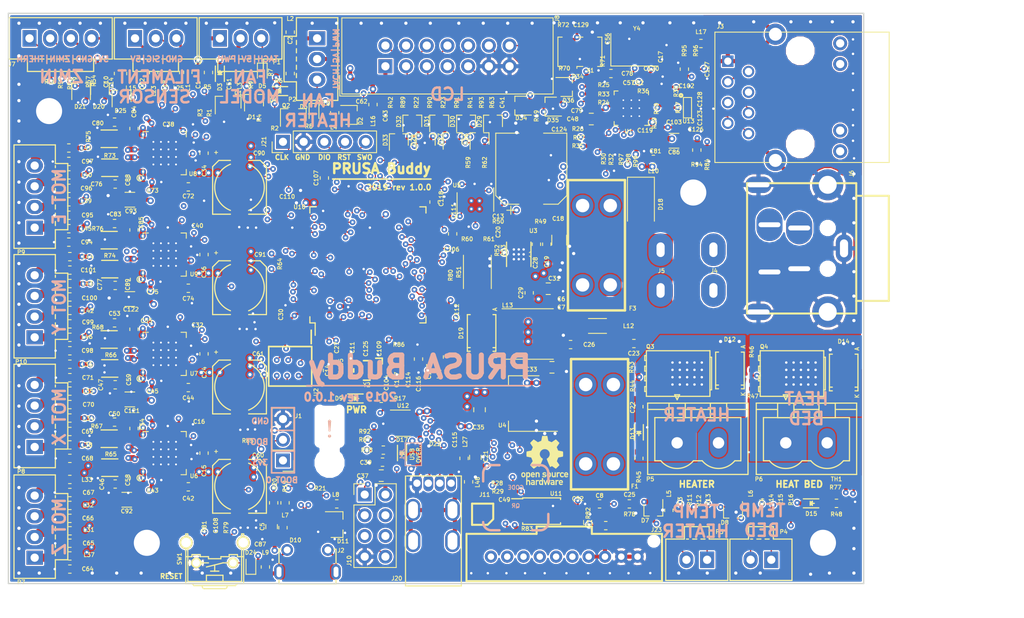
<source format=kicad_pcb>
(kicad_pcb (version 20211014) (generator pcbnew)
  (title_block (title "Buddy") (date "2019-10-24") (rev "v1.0.0") (company "PRUSA Research s.r.o.") (comment 1 "http://creativecommons.org/licenses/by-sa/4.0/") (comment 2 "Licensed under the Attribution-ShareAlike 4.0 International (CC BY-SA 4.0)"))
  (layers (0 "F.Cu" jumper) (1 "In1.Cu" signal) (2 "In2.Cu" signal) (3 "In3.Cu" signal) (4 "In4.Cu" signal) (31 "B.Cu" signal) (34 "B.Paste" user) (35 "F.Paste" user) (36 "B.SilkS" user "B.Silkscreen") (37 "F.SilkS" user "F.Silkscreen") (38 "B.Mask" user) (39 "F.Mask" user) (44 "Edge.Cuts" user))
  (net 0 "")
  (net 1 "Net-(C1-Pad1)")
  (net 2 "+5V")
  (net 3 "Net-(C2-Pad1)")
  (net 4 "GND")
  (net 5 "Net-(C5-Pad1)")
  (net 6 "+3V3")
  (net 7 "+24V")
  (net 8 "Net-(C20-Pad1)")
  (net 9 "Net-(C26-Pad1)")
  (net 10 "Net-(C29-Pad2)")
  (net 11 "Net-(C29-Pad1)")
  (net 12 "/CPU/PA8_Z-MIN")
  (net 13 "Net-(C102-Pad1)")
  (net 14 "Net-(C104-Pad1)")
  (net 15 "Net-(C105-Pad1)")
  (net 16 "Net-(C106-Pad1)")
  (net 17 "Net-(C107-Pad1)")
  (net 18 "Net-(C108-Pad1)")
  (net 19 "/CPU/VDDA")
  (net 20 "/CPU/VREF+")
  (net 21 "/FANS/FAN-0-TACH")
  (net 22 "/FANS/FAN-1-TACH")
  (net 23 "Net-(D3-Pad1)")
  (net 24 "Net-(D4-Pad1)")
  (net 25 "Net-(D5-Pad2)")
  (net 26 "Net-(D5-Pad1)")
  (net 27 "Net-(D6-Pad1)")
  (net 28 "Net-(D6-Pad2)")
  (net 29 "Net-(D7-Pad3)")
  (net 30 "Net-(D8-Pad3)")
  (net 31 "Net-(D11-Pad2)")
  (net 32 "Net-(D12-Pad2)")
  (net 33 "Net-(D13-Pad2)")
  (net 34 "Net-(D14-Pad2)")
  (net 35 "Net-(D15-Pad2)")
  (net 36 "Net-(D19-Pad2)")
  (net 37 "Net-(D21-Pad3)")
  (net 38 "Net-(J2-Pad6)")
  (net 39 "/ETHERNET/ETH_LED2")
  (net 40 "/ETHERNET/ETH_LED1")
  (net 41 "Net-(J4-Pad1)")
  (net 42 "Net-(J7-Pad1)")
  (net 43 "Net-(J7-Pad2)")
  (net 44 "Net-(J7-Pad3)")
  (net 45 "Net-(J7-Pad4)")
  (net 46 "Net-(J8-Pad2)")
  (net 47 "Net-(J8-Pad3)")
  (net 48 "Net-(J8-Pad4)")
  (net 49 "Net-(J8-Pad5)")
  (net 50 "Net-(J8-Pad6)")
  (net 51 "Net-(J8-Pad7)")
  (net 52 "Net-(J8-Pad8)")
  (net 53 "Net-(J8-Pad9)")
  (net 54 "Net-(J8-Pad10)")
  (net 55 "Net-(J9-Pad3)")
  (net 56 "Net-(J9-Pad2)")
  (net 57 "Net-(J9-Pad1)")
  (net 58 "Net-(L1-Pad2)")
  (net 59 "Net-(L2-Pad2)")
  (net 60 "Net-(L5-Pad2)")
  (net 61 "Net-(L6-Pad2)")
  (net 62 "/PERIPHERALS/LCD-CS")
  (net 63 "Net-(Q1-Pad1)")
  (net 64 "Net-(Q2-Pad1)")
  (net 65 "Net-(Q3-Pad1)")
  (net 66 "Net-(Q4-Pad1)")
  (net 67 "FAN-0-5V")
  (net 68 "FAN-1-5V")
  (net 69 "/ETHERNET/EPHY_RST")
  (net 70 "/ETHERNET/ETH_RMII_RXD1")
  (net 71 "/ETHERNET/ETH_RMII_RXD0")
  (net 72 "HEAT-0-5V")
  (net 73 "BED-HEAT-5V")
  (net 74 "Net-(R49-Pad2)")
  (net 75 "Net-(R50-Pad1)")
  (net 76 "Net-(R52-Pad2)")
  (net 77 "/LEVEL_CONVERTER/FAN-0")
  (net 78 "/LEVEL_CONVERTER/BED-HEAT")
  (net 79 "/LEVEL_CONVERTER/HEAT-0")
  (net 80 "/Trinamic driver/E-Diag")
  (net 81 "Net-(R80-Pad2)")
  (net 82 "/CPU/BOOT0")
  (net 83 "/ETHERNET/ETH_RMII_REF_CLK")
  (net 84 "/ETHERNET/ETH_RMII_CRS_DV")
  (net 85 "/ETHERNET/ETH_RMII_MDIO")
  (net 86 "/ETHERNET/ETH_RMII_MDC")
  (net 87 "/ETHERNET/ETH_RMII_TX_EN")
  (net 88 "/ETHERNET/ETH_RMII_TXD0")
  (net 89 "/ETHERNET/ETH_RMII_TXD1")
  (net 90 "/Trinamic driver/E-Step")
  (net 91 "/Trinamic driver/E-DIR")
  (net 92 "/Trinamic driver/E-EN")
  (net 93 "/CPU/PB8_SCL")
  (net 94 "/CPU/PB9_SDA")
  (net 95 "Net-(U11-Pad7)")
  (net 96 "/PERIPHERALS/LCD-SW1")
  (net 97 "/PERIPHERALS/LCD-SW2")
  (net 98 "/PERIPHERALS/LCD-SW3")
  (net 99 "Net-(J12-Pad~{})")
  (net 100 "Net-(J13-Pad~{})")
  (net 101 "Net-(J14-Pad~{})")
  (net 102 "Net-(J15-Pad~{})")
  (net 103 "Net-(C21-Pad1)")
  (net 104 "Net-(D17-Pad2)")
  (net 105 "Net-(D17-Pad1)")
  (net 106 "Net-(J20-Pad5)")
  (net 107 "/CPU/PA9_USB-FS-VBUS")
  (net 108 "Net-(J1-Pad2)")
  (net 109 "Net-(C87-Pad1)")
  (net 110 "Net-(C115-Pad1)")
  (net 111 "24V2")
  (net 112 "+24VMOT")
  (net 113 "/PERIPHERALS/FILAMENT_SENSOR")
  (net 114 "/LEVEL_CONVERTER/FAN-1")
  (net 115 "/CPU/SWDIO")
  (net 116 "/CPU/SWCLK")
  (net 117 "/CPU/NRST")
  (net 118 "/CPU/PB10_SCK2")
  (net 119 "/PERIPHERALS/MOSI2")
  (net 120 "/CPU/PA4_THERM-1")
  (net 121 "/PERIPHERALS/LCD-RST")
  (net 122 "/PERIPHERALS/LCD-RS")
  (net 123 "/CPU/PE4_USB-HS-OVERCURRENT")
  (net 124 "/CPU/PE5_USB-HS-PWR-EN")
  (net 125 "/CPU/PA10_USB-FS-ID")
  (net 126 "/CPU/PA6_THERM-PINDA")
  (net 127 "Net-(D9-Pad2)")
  (net 128 "Net-(C17-Pad1)")
  (net 129 "Net-(C56-Pad1)")
  (net 130 "Net-(C57-Pad1)")
  (net 131 "Net-(R24-Pad2)")
  (net 132 "Net-(R25-Pad2)")
  (net 133 "Net-(R26-Pad2)")
  (net 134 "Net-(R27-Pad2)")
  (net 135 "Net-(R36-Pad1)")
  (net 136 "/ETHERNET/RD_N")
  (net 137 "/ETHERNET/RD_P")
  (net 138 "/ETHERNET/TD_N")
  (net 139 "/ETHERNET/TD_P")
  (net 140 "/Trinamic driver/MOT-UART")
  (net 141 "Net-(C15-Pad2)")
  (net 142 "Net-(C24-Pad2)")
  (net 143 "Net-(C34-Pad2)")
  (net 144 "Net-(C36-Pad2)")
  (net 145 "Net-(C42-Pad2)")
  (net 146 "Net-(C43-Pad1)")
  (net 147 "Net-(C43-Pad2)")
  (net 148 "Net-(C44-Pad2)")
  (net 149 "Net-(C45-Pad2)")
  (net 150 "Net-(C45-Pad1)")
  (net 151 "Net-(C46-Pad1)")
  (net 152 "Net-(C47-Pad1)")
  (net 153 "Net-(C50-Pad1)")
  (net 154 "Net-(C53-Pad1)")
  (net 155 "Net-(C64-Pad2)")
  (net 156 "Net-(C65-Pad2)")
  (net 157 "Net-(C66-Pad2)")
  (net 158 "Net-(C67-Pad2)")
  (net 159 "Net-(C68-Pad2)")
  (net 160 "Net-(C69-Pad2)")
  (net 161 "Net-(C70-Pad2)")
  (net 162 "Net-(C71-Pad2)")
  (net 163 "Net-(C72-Pad2)")
  (net 164 "Net-(C73-Pad1)")
  (net 165 "Net-(C73-Pad2)")
  (net 166 "Net-(C74-Pad2)")
  (net 167 "Net-(C75-Pad1)")
  (net 168 "Net-(C75-Pad2)")
  (net 169 "Net-(C76-Pad1)")
  (net 170 "Net-(C77-Pad1)")
  (net 171 "Net-(C80-Pad1)")
  (net 172 "Net-(C83-Pad1)")
  (net 173 "Net-(C94-Pad2)")
  (net 174 "Net-(C95-Pad2)")
  (net 175 "Net-(C96-Pad2)")
  (net 176 "Net-(C97-Pad2)")
  (net 177 "Net-(C98-Pad2)")
  (net 178 "Net-(C99-Pad2)")
  (net 179 "Net-(C100-Pad2)")
  (net 180 "Net-(C101-Pad2)")
  (net 181 "Net-(L31-Pad1)")
  (net 182 "Net-(L32-Pad1)")
  (net 183 "Net-(L33-Pad1)")
  (net 184 "Net-(L34-Pad1)")
  (net 185 "Net-(L35-Pad1)")
  (net 186 "Net-(L36-Pad1)")
  (net 187 "Net-(L37-Pad1)")
  (net 188 "Net-(L38-Pad1)")
  (net 189 "Net-(L39-Pad1)")
  (net 190 "Net-(L40-Pad1)")
  (net 191 "Net-(L41-Pad1)")
  (net 192 "Net-(L45-Pad1)")
  (net 193 "Net-(U7-Pad7)")
  (net 194 "Net-(U7-Pad12)")
  (net 195 "Net-(U7-Pad17)")
  (net 196 "Net-(U7-Pad20)")
  (net 197 "Net-(U6-Pad7)")
  (net 198 "Net-(U6-Pad12)")
  (net 199 "Net-(U6-Pad17)")
  (net 200 "Net-(U6-Pad20)")
  (net 201 "Net-(U8-Pad7)")
  (net 202 "Net-(U8-Pad12)")
  (net 203 "Net-(U8-Pad17)")
  (net 204 "Net-(U8-Pad20)")
  (net 205 "Net-(U9-Pad7)")
  (net 206 "Net-(U9-Pad12)")
  (net 207 "Net-(U9-Pad17)")
  (net 208 "Net-(U9-Pad20)")
  (net 209 "Net-(L42-Pad1)")
  (net 210 "Net-(L43-Pad1)")
  (net 211 "Net-(L44-Pad1)")
  (net 212 "Net-(L46-Pad1)")
  (net 213 "Net-(U11-Pad1)")
  (net 214 "Net-(J8-Pad12)")
  (net 215 "/FLASH/FLASH-CSN")
  (net 216 "/FLASH/MISO")
  (net 217 "/FLASH/MOSI")
  (net 218 "Net-(R64-Pad2)")
  (net 219 "/CPU/SWO")
  (net 220 "/CPU/PC10_SCK")
  (net 221 "/PERIPHERALS/MISO2")
  (net 222 "/PERIPHERALS/ESP-RST")
  (net 223 "/PERIPHERALS/ESP-Rx")
  (net 224 "/PERIPHERALS/ESP-Tx")
  (net 225 "/PERIPHERALS/ESP-GPIO0")
  (net 226 "Net-(J10-Pad5)")
  (net 227 "/PERIPHERALS/LCD-BUZZER")
  (net 228 "Net-(J8-Pad14)")
  (net 229 "/CPU/TX_1")
  (net 230 "/CPU/RX_1")
  (net 231 "/CPU/PD2_Z-EN")
  (net 232 "/CPU/PD3_X-EN")
  (net 233 "/CPU/PE3_Z-Diag")
  (net 234 "/CPU/PE2_X-Diag")
  (net 235 "/CPU/PD15_Z-DIR")
  (net 236 "/CPU/PD0_X-DIR")
  (net 237 "/CPU/PD4_Z-STEP")
  (net 238 "/CPU/PD1_X-STEP")
  (net 239 "/CPU/PD14_Y-EN")
  (net 240 "/CPU/PE1_Y-Diag")
  (net 241 "/CPU/PD12_Y-DIR")
  (net 242 "/CPU/PD13_Y-STEP")
  (net 243 "/POWER/BED_MON")
  (net 244 "Net-(P3-Pad1)")
  (net 245 "Net-(P4-Pad1)")
  (net 246 "/CPU/PC0_THERM-0")
  (net 247 "/CPU/PA5_THERM-2")
  (net 248 "Net-(J23-Pad7)")
  (net 249 "/CPU/PB5")
  (net 250 "/CPU/PE0")
  (net 251 "Net-(C49-Pad2)")
  (net 252 "Net-(C49-Pad1)")
  (net 253 "Net-(C51-Pad1)")
  (net 254 "Net-(C62-Pad1)")
  (net 255 "Net-(C63-Pad1)")
  (net 256 "Net-(L8-Pad1)")
  (net 257 "Net-(D11-Pad1)")
  (net 258 "Net-(J3-Pad11)")
  (net 259 "Net-(J3-Pad10)")
  (net 260 "Net-(U10-Pad38)")
  (net 261 "USB-HS_P")
  (net 262 "USB-HS_N")
  (net 263 "USB-FS_N")
  (net 264 "USB-FS_P")
  (net 265 "Net-(J3-Pad13)")
  (net 266 "Net-(R71-Pad2)")
  (net 267 "Net-(R72-Pad2)")
  (net 268 "Net-(U10-Pad9)")
  (net 269 "Net-(U10-Pad8)")
  (net 270 "Net-(R98-Pad2)")
  (net 271 "Net-(R99-Pad2)")
  (net 272 "Net-(R32-Pad2)")
  (footprint "Connector_PinHeader_2.54mm:PinHeader_1x05_P2.54mm_Vertical" (layer "F.Cu") (at 129.413 75.057 90)
    (fp_text reference "J21")
    (fp_text value "Conn_01x05")
  )
  (footprint "Diode_SMD:D_SOD-523" (layer "F.Cu") (at 126.873 66.548 -90)
    (fp_text reference "D5")
    (fp_text value "BAT54KFILM")
  )
  (footprint "Diode_SMD:D_SOD-523" (layer "F.Cu") (at 133.223 71.501 -90)
    (fp_text reference "D6")
    (fp_text value "BAT54KFILM")
  )
  (footprint "Diode_SMD:D_SOD-523" (layer "F.Cu") (at 125.476 127 90)
    (fp_text reference "D24")
    (fp_text value "BAT54KFILM")
  )
  (footprint "Package_DFN_QFN:QFN-28_EP_5x5_Pitch0.5mm" (layer "F.Cu") (at 114.894 113.274 90)
    (fp_text reference "U6")
    (fp_text value "TMC2209-LA")
  )
  (footprint "Package_DFN_QFN:QFN-28_EP_5x5_Pitch0.5mm" (layer "F.Cu") (at 114.894 101.092 90)
    (fp_text reference "U7")
    (fp_text value "TMC2209-LA")
  )
  (footprint "Package_DFN_QFN:QFN-28_EP_5x5_Pitch0.5mm" (layer "F.Cu") (at 114.894 76.454 90)
    (fp_text reference "U8")
    (fp_text value "TMC2209-LA")
  )
  (footprint "Package_DFN_QFN:QFN-28_EP_5x5_Pitch0.5mm" (layer "F.Cu") (at 114.894 88.9 90)
    (fp_text reference "U9")
    (fp_text value "TMC2209-LA")
  )
  (footprint "A3IDES_footprints:C_0805_2012Metric" (layer "F.Cu") (at 141.478 116.035568 180)
    (fp_text reference "C37")
    (fp_text value "10u")
  )
  (footprint "Connector_IDC:IDC-Header_2x07_P2.54mm_Vertical" (layer "F.Cu") (at 141.986 65.786 90)
    (fp_text reference "J8")
    (fp_text value "302-S141")
  )
  (footprint "Connector_PinHeader_2.54mm:PinHeader_1x03_P2.54mm_Vertical" (layer "F.Cu") (at 129.413 114.173 180)
    (fp_text reference "J1")
    (fp_text value "Conn_01x03")
  )
  (footprint "A3IDES_footprints:R_0402_1005Metric" (layer "F.Cu") (at 199.009 117.475 180)
    (fp_text reference "R77")
    (fp_text value "4k7")
  )
  (footprint "A3IDES_footprints:R_0402_1005Metric" (layer "F.Cu") (at 170.284 120.777 180)
    (fp_text reference "R78")
    (fp_text value "10k")
  )
  (footprint "A3IDES_footprints:R_0402_1005Metric" (layer "F.Cu") (at 168.379 120.777 180)
    (fp_text reference "R82")
    (fp_text value "1k")
  )
  (footprint "Resistor_SMD:R_0402_1005Metric" (layer "F.Cu") (at 199.009 116.459)
    (fp_text reference "TH1")
    (fp_text value "NTCG104LH104JTDS" hide)
  )
  (footprint "A3IDES_footprints:C_0402_1005Metric" (layer "F.Cu") (at 144.78 102.258 -90)
    (fp_text reference "C114")
    (fp_text value "100n")
  )
  (footprint "A3IDES_footprints:C_0603_1608Metric" (layer "F.Cu") (at 168.275 119.507 180)
    (fp_text reference "C8")
    (fp_text value "100n")
  )
  (footprint "A3IDES_footprints:C_0402_1005Metric" (layer "F.Cu") (at 165.608 120.373 -90)
    (fp_text reference "C52")
    (fp_text value "100n")
  )
  (footprint "A3IDES_footprints:R_0402_1005Metric" (layer "F.Cu") (at 157.48 117.983 180)
    (fp_text reference "R29")
    (fp_text value "1k5")
  )
  (footprint "A3IDES_footprints:R_0402_1005Metric" (layer "F.Cu") (at 157.48 116.967 180)
    (fp_text reference "R28")
    (fp_text value "1k5")
  )
  (footprint "A3IDES_footprints:TSSOP-8_4.4x3mm_P0.65mm" (layer "F.Cu") (at 161.163 120.396)
    (fp_text reference "U11")
    (fp_text value "ST25DV64K")
  )
  (footprint "A3IDES_footprints:MOLEX_559321010" (layer "F.Cu") (at 154.94 125.984)
    (fp_text reference "J23")
    (fp_text value "Conn_01x10")
  )
  (footprint "Connector_PinHeader_2.54mm:PinHeader_2x04_P2.54mm_Vertical" (layer "F.Cu") (at 139.446 118.364)
    (fp_text reference "J10")
    (fp_text value "Conn_02x04_Odd_Even")
  )
  (footprint "A3IDES_footprints:R_0402_1005Metric" (layer "F.Cu") (at 141.097 110.617 180)
    (fp_text reference "R92")
    (fp_text value "0R")
  )
  (footprint "A3IDES_footprints:C_0402_1005Metric" (layer "F.Cu") (at 118.999 66.548 90)
    (fp_text reference "C1")
    (fp_text value "100n")
  )
  (footprint "A3IDES_footprints:C_0402_1005Metric" (layer "F.Cu") (at 130.302 64.135 -90)
    (fp_text reference "C2")
    (fp_text value "100n")
  )
  (footprint "A3IDES_footprints:C_0402_1005Metric" (layer "F.Cu") (at 178.181 120.777 90)
    (fp_text reference "C3")
    (fp_text value "100n")
  )
  (footprint "A3IDES_footprints:C_0402_1005Metric" (layer "F.Cu") (at 188.214 120.777 90)
    (fp_text reference "C4")
    (fp_text value "100n")
  )
  (footprint "A3IDES_footprints:C_0402_1005Metric" (layer "F.Cu") (at 162.179 94.361)
    (fp_text reference "C6")
    (fp_text value "100n")
  )
  (footprint "A3IDES_footprints:C_0402_1005Metric" (layer "F.Cu") (at 162.156 95.377)
    (fp_text reference "C7")
    (fp_text value "100n")
  )
  (footprint "A3IDES_footprints:C_0402_1005Metric" (layer "F.Cu") (at 104.394 66.19 -90)
    (fp_text reference "C9")
    (fp_text value "100n")
  )
  (footprint "A3IDES_footprints:C_0402_1005Metric" (layer "F.Cu") (at 107.823 66.167 90)
    (fp_text reference "C10")
    (fp_text value "100n")
  )
  (footprint "A3IDES_footprints:C_0402_1005Metric" (layer "F.Cu") (at 138.684 100.33 -90)
    (fp_text reference "C11")
    (fp_text value "100n")
  )
  (footprint "A3IDES_footprints:C_0402_1005Metric" (layer "F.Cu") (at 112.141 66.294 90)
    (fp_text reference "C12")
    (fp_text value "100n")
  )
  (footprint "A3IDES_footprints:C_0603_1608Metric" (layer "F.Cu") (at 133.858 103.124 90)
    (fp_text reference "C14")
    (fp_text value "100n")
  )
  (footprint "A3IDES_footprints:C_0603_1608Metric" (layer "F.Cu") (at 119.72 113.274 -90)
    (fp_text reference "C15")
    (fp_text value "4.7uF")
  )
  (footprint "A3IDES_footprints:C_0402_1005Metric" (layer "F.Cu") (at 117.1321 109.73816 180)
    (fp_text reference "C16")
    (fp_text value "100n")
  )
  (footprint "A3IDES_footprints:C_1206_3216Metric" (layer "F.Cu") (at 163.322 87.122 -90)
    (fp_text reference "C18")
    (fp_text value "4u7")
  )
  (footprint "A3IDES_footprints:C_0805_2012Metric" (layer "F.Cu") (at 153.035 113.792 90)
    (fp_text reference "C21")
    (fp_text value "4u7")
  )
  (footprint "A3IDES_footprints:C_0603_1608Metric" (layer "F.Cu") (at 172.4915 99.822)
    (fp_text reference "C23")
    (fp_text value "100n")
  )
  (footprint "A3IDES_footprints:C_0603_1608Metric" (layer "F.Cu") (at 119.72 101.092 -90)
    (fp_text reference "C24")
    (fp_text value "4.7uF")
  )
  (footprint "A3IDES_footprints:C_0603_1608Metric" (layer "F.Cu") (at 171.9325 119.507)
    (fp_text reference "C25")
    (fp_text value "100n")
  )
  (footprint "A3IDES_footprints:C_0402_1005Metric" (layer "F.Cu") (at 136.779 100.18 -90)
    (fp_text reference "C27")
    (fp_text value "100n")
  )
  (footprint "A3IDES_footprints:C_0603_1608Metric" (layer "F.Cu") (at 160.528 87.63 -90)
    (fp_text reference "C28")
    (fp_text value "100n")
  )
  (footprint "A3IDES_footprints:C_0603_1608Metric" (layer "F.Cu") (at 159.639 93.599 -90)
    (fp_text reference "C29")
    (fp_text value "100n")
  )
  (footprint "A3IDES_footprints:C_0402_1005Metric" (layer "F.Cu") (at 130.048 96.266 90)
    (fp_text reference "C30")
    (fp_text value "100n")
  )
  (footprint "A3IDES_footprints:C_0805_2012Metric" (layer "F.Cu") (at 161.9735 93.091)
    (fp_text reference "C31")
    (fp_text value "10u")
  )
  (footprint "A3IDES_footprints:C_0402_1005Metric" (layer "F.Cu") (at 117.1321 97.55616 180)
    (fp_text reference "C32")
    (fp_text value "100n")
  )
  (footprint "A3IDES_footprints:C_0603_1608Metric" (layer "F.Cu") (at 119.72 76.454 -90)
    (fp_text reference "C34")
    (fp_text value "4.7uF")
  )
  (footprint "A3IDES_footprints:C_0603_1608Metric" (layer "F.Cu") (at 119.72 88.9 -90)
    (fp_text reference "C36")
    (fp_text value "4.7uF")
  )
  (footprint "A3IDES_footprints:C_0402_1005Metric" (layer "F.Cu") (at 117.1321 72.91816 180)
    (fp_text reference "C38")
    (fp_text value "100n")
  )
  (footprint "A3IDES_footprints:C_0603_1608Metric" (layer "F.Cu") (at 141.634212 114.384568 180)
    (fp_text reference "C39")
    (fp_text value "100n")
  )
  (footprint "A3IDES_footprints:C_0402_1005Metric" (layer "F.Cu") (at 117.1321 85.36416 180)
    (fp_text reference "C40")
    (fp_text value "100n")
  )
  (footprint "A3IDES_footprints:C_0603_1608Metric" (layer "F.Cu") (at 117.79504 117.4115 180)
    (fp_text reference "C42")
    (fp_text value "100n")
  )
  (footprint "A3IDES_footprints:C_0402_1005Metric" (layer "F.Cu") (at 115.189 117.856)
    (fp_text reference "C43")
    (fp_text value "22n")
  )
  (footprint "A3IDES_footprints:C_0603_1608Metric" (layer "F.Cu") (at 117.79504 105.2295 180)
    (fp_text reference "C44")
    (fp_text value "100n")
  )
  (footprint "A3IDES_footprints:C_0402_1005Metric" (layer "F.Cu") (at 115.189 105.674)
    (fp_text reference "C45")
    (fp_text value "22n")
  )
  (footprint "A3IDES_footprints:C_0603_1608Metric" (layer "F.Cu") (at 108.81614 117.06606 180)
    (fp_text reference "C46")
    (fp_text value "100n")
  )
  (footprint "A3IDES_footprints:C_0603_1608Metric" (layer "F.Cu") (at 108.81614 104.88406 180)
    (fp_text reference "C47")
    (fp_text value "100n")
  )
  (footprint "A3IDES_footprints:C_0603_1608Metric" (layer "F.Cu") (at 108.73994 109.46638 180)
    (fp_text reference "C50")
    (fp_text value "100n")
  )
  (footprint "A3IDES_footprints:C_0603_1608Metric" (layer "F.Cu") (at 108.73994 97.28438 180)
    (fp_text reference "C53")
    (fp_text value "100n")
  )
  (footprint "A3IDES_footprints:C_0603_1608Metric" (layer "F.Cu") (at 111.12246 110.25378 90)
    (fp_text reference "C54")
    (fp_text value "100n")
  )
  (footprint "A3IDES_footprints:C_0603_1608Metric" (layer "F.Cu") (at 111.12246 98.07178 90)
    (fp_text reference "C55")
    (fp_text value "100n")
  )
  (footprint "A3IDES_footprints:C_0603_1608Metric" (layer "F.Cu") (at 111.18088 116.32946 -90)
    (fp_text reference "C58")
    (fp_text value "100n")
  )
  (footprint "A3IDES_footprints:C_0603_1608Metric" (layer "F.Cu") (at 111.18088 104.14746 -90)
    (fp_text reference "C59")
    (fp_text value "100n")
  )
  (footprint "A3IDES_footprints:c_elec_6.3x7.7" (layer "F.Cu") (at 124.079 105.156 -90)
    (fp_text reference "C61")
    (fp_text value "100u")
  )
  (footprint "A3IDES_footprints:C_0603_1608Metric" (layer "F.Cu") (at 103.251 127.508)
    (fp_text reference "C64")
    (fp_text value "1n")
  )
  (footprint "A3IDES_footprints:C_0603_1608Metric" (layer "F.Cu") (at 103.251 124.333)
    (fp_text reference "C65")
    (fp_text value "1n")
  )
  (footprint "A3IDES_footprints:C_0603_1608Metric" (layer "F.Cu") (at 103.251 121.285)
    (fp_text reference "C66")
    (fp_text value "1n")
  )
  (footprint "A3IDES_footprints:C_0603_1608Metric" (layer "F.Cu") (at 103.251 118.11)
    (fp_text reference "C67")
    (fp_text value "1n")
  )
  (footprint "A3IDES_footprints:C_0603_1608Metric" (layer "F.Cu") (at 103.251 113.919)
    (fp_text reference "C68")
    (fp_text value "1n")
  )
  (footprint "A3IDES_footprints:C_0603_1608Metric" (layer "F.Cu") (at 103.251 110.617)
    (fp_text reference "C69")
    (fp_text value "1n")
  )
  (footprint "A3IDES_footprints:C_0603_1608Metric" (layer "F.Cu") (at 103.251 107.315)
    (fp_text reference "C70")
    (fp_text value "1n")
  )
  (footprint "A3IDES_footprints:C_0603_1608Metric" (layer "F.Cu") (at 103.251 104.013)
    (fp_text reference "C71")
    (fp_text value "1n")
  )
  (footprint "A3IDES_footprints:C_0603_1608Metric" (layer "F.Cu") (at 117.79504 80.5915 180)
    (fp_text reference "C72")
    (fp_text value "100n")
  )
  (footprint "A3IDES_footprints:C_0402_1005Metric" (layer "F.Cu") (at 115.189 81.036)
    (fp_text reference "C73")
    (fp_text value "22n")
  )
  (footprint "A3IDES_footprints:C_0603_1608Metric" (layer "F.Cu") (at 117.79504 93.0375 180)
    (fp_text reference "C74")
    (fp_text value "100n")
  )
  (footprint "A3IDES_footprints:C_0402_1005Metric" (layer "F.Cu") (at 115.189 93.482)
    (fp_text reference "C75")
    (fp_text value "22n")
  )
  (footprint "A3IDES_footprints:C_0603_1608Metric" (layer "F.Cu") (at 108.81614 80.24606 180)
    (fp_text reference "C76")
    (fp_text value "100n")
  )
  (footprint "A3IDES_footprints:C_0603_1608Metric" (layer "F.Cu") (at 108.81614 92.69206 180)
    (fp_text reference "C77")
    (fp_text value "100n")
  )
  (footprint "A3IDES_footprints:C_0603_1608Metric" (layer "F.Cu") (at 108.73994 72.64638 180)
    (fp_text reference "C80")
    (fp_text value "100n")
  )
  (footprint "A3IDES_footprints:C_0603_1608Metric" (layer "F.Cu") (at 108.73994 85.09238 180)
    (fp_text reference "C83")
    (fp_text value "100n")
  )
  (footprint "A3IDES_footprints:C_0603_1608Metric" (layer "F.Cu") (at 111.12246 73.43378 90)
    (fp_text reference "C84")
    (fp_text value "100n")
  )
  (footprint "A3IDES_footprints:C_0603_1608Metric" (layer "F.Cu") (at 111.12246 85.87978 90)
    (fp_text reference "C85")
    (fp_text value "100n")
  )
  (footprint "A3IDES_footprints:C_0402_1005Metric" (layer "F.Cu") (at 128.143 124.333 180)
    (fp_text reference "C87")
    (fp_text value "100n")
  )
  (footprint "A3IDES_footprints:C_0603_1608Metric" (layer "F.Cu") (at 111.18088 79.50946 -90)
    (fp_text reference "C88")
    (fp_text value "100n")
  )
  (footprint "A3IDES_footprints:C_0603_1608Metric" (layer "F.Cu") (at 111.18088 91.95546 -90)
    (fp_text reference "C89")
    (fp_text value "100n")
  )
  (footprint "A3IDES_footprints:c_elec_6.3x7.7" (layer "F.Cu") (at 124.079 80.645 -90)
    (fp_text reference "C90")
    (fp_text value "100u")
  )
  (footprint "A3IDES_footprints:c_elec_6.3x7.7" (layer "F.Cu") (at 124.079 92.964 -90)
    (fp_text reference "C91")
    (fp_text value "100u")
  )
  (footprint "A3IDES_footprints:C_0603_1608Metric" (layer "F.Cu") (at 103.124 87.376)
    (fp_text reference "C94")
    (fp_text value "1n")
  )
  (footprint "A3IDES_footprints:C_0603_1608Metric" (layer "F.Cu") (at 103.124 84.074)
    (fp_text reference "C95")
    (fp_text value "1n")
  )
  (footprint "A3IDES_footprints:C_0603_1608Metric" (layer "F.Cu") (at 103.124 80.772)
    (fp_text reference "C96")
    (fp_text value "1n")
  )
  (footprint "A3IDES_footprints:C_0603_1608Metric" (layer "F.Cu") (at 103.124 77.47)
    (fp_text reference "C97")
    (fp_text value "1n")
  )
  (footprint "A3IDES_footprints:C_0603_1608Metric" (layer "F.Cu") (at 103.251 100.711)
    (fp_text reference "C98")
    (fp_text value "1n")
  )
  (footprint "A3IDES_footprints:C_0603_1608Metric" (layer "F.Cu") (at 103.251 97.409)
    (fp_text reference "C99")
    (fp_text value "1n")
  )
  (footprint "A3IDES_footprints:C_0603_1608Metric" (layer "F.Cu") (at 103.251 94.107)
    (fp_text reference "C100")
    (fp_text value "1n")
  )
  (footprint "A3IDES_footprints:C_0603_1608Metric" (layer "F.Cu") (at 103.251 90.805)
    (fp_text reference "C101")
    (fp_text value "1n")
  )
  (footprint "A3IDES_footprints:C_0402_1005Metric" (layer "F.Cu") (at 142.113 102.87 -90)
    (fp_text reference "C104")
    (fp_text value "10p")
  )
  (footprint "A3IDES_footprints:C_0402_1005Metric" (layer "F.Cu") (at 137.287 102.997 90)
    (fp_text reference "C105")
    (fp_text value "10p")
  )
  (footprint "A3IDES_footprints:C_0603_1608Metric" (layer "F.Cu") (at 150.241 86.36 -90)
    (fp_text reference "C106")
    (fp_text value "2,2u")
  )
  (footprint "A3IDES_footprints:C_0603_1608Metric" (layer "F.Cu") (at 134.493 79.502 90)
    (fp_text reference "C107")
    (fp_text value "2,2u")
  )
  (footprint "A3IDES_footprints:C_0402_1005Metric" (layer "F.Cu") (at 121.158 124.206 90)
    (fp_text reference "C108")
    (fp_text value "100n")
  )
  (footprint "A3IDES_footprints:C_0402_1005Metric" (layer "F.Cu") (at 141.859 100.457 -90)
    (fp_text reference "C109")
    (fp_text value "100n")
  )
  (footprint "A3IDES_footprints:C_0402_1005Metric" (layer "F.Cu") (at 132.08 81.788 180)
    (fp_text reference "C110")
    (fp_text value "100n")
  )
  (footprint "A3IDES_footprints:C_0402_1005Metric" (layer "F.Cu") (at 149.733 83.693 90)
    (fp_text reference "C111")
    (fp_text value "100n")
  )
  (footprint "A3IDES_footprints:C_0402_1005Metric" (layer "F.Cu") (at 149.777 95.79 -90)
    (fp_text reference "C112")
    (fp_text value "100n")
  )
  (footprint "A3IDES_footprints:C_0402_1005Metric" (layer "F.Cu") (at 147.32 101.242 -90)
    (fp_text reference "C113")
    (fp_text value "100n")
  )
  (footprint "A3IDES_footprints:C_0402_1005Metric" (layer "F.Cu") (at 150.495 113.538 -90)
    (fp_text reference "C115")
    (fp_text value "100n")
  )
  (footprint "A3IDES_footprints:C_0603_1608Metric" (layer "F.Cu") (at 146.05 101.727 -90)
    (fp_text reference "C116")
    (fp_text value "10u")
  )
  (footprint "A3IDES_footprints:C_0603_1608Metric" (layer "F.Cu") (at 143.383 101.854 -90)
    (fp_text reference "C117")
    (fp_text value "1u")
  )
  (footprint "A3IDES_footprints:C_0603_1608Metric" (layer "F.Cu") (at 147.955 82.4485 90)
    (fp_text reference "C118")
    (fp_text value "10u")
  )
  (footprint "A3IDES_footprints:LED_0603" (layer "F.Cu") (at 121.666 66.548 90)
    (fp_text reference "D3")
    (fp_text value "GRN")
  )
  (footprint "A3IDES_footprints:LED_0603" (layer "F.Cu") (at 128.8923 68.834 180)
    (fp_text reference "D4")
    (fp_text value "GRN")
  )
  (footprint "A3IDES_footprints:LED_0603" (layer "F.Cu") (at 138.458001 106.566001)
    (fp_text reference "D9")
    (fp_text value "GRN")
  )
  (footprint "A3IDES_footprints:SOT143B" (layer "F.Cu") (at 132.08 122.174 90)
    (fp_text reference "D10")
    (fp_text value "USBLC6-2P6" hide)
  )
  (footprint "A3IDES_footprints:DO-214AC" (layer "F.Cu") (at 184.277 103.124 90)
    (fp_text reference "D12")
    (fp_text value "SK310A-TP")
  )
  (footprint "A3IDES_footprints:LED_0603" (layer "F.Cu") (at 173.101 110.871 -90)
    (fp_text reference "D13")
    (fp_text value "GRN")
  )
  (footprint "A3IDES_footprints:DO-214AC" (layer "F.Cu") (at 198.247 103.378 90)
    (fp_text reference "D14")
    (fp_text value "SK310A-TP")
  )
  (footprint "A3IDES_footprints:LED_0603" (layer "F.Cu") (at 194.391469 119.440052)
    (fp_text reference "D15")
    (fp_text value "GRN")
  )
  (footprint "A3IDES_footprints:LED_0603" (layer "F.Cu") (at 144.018 113.411 -90)
    (fp_text reference "D17")
    (fp_text value "GRN")
  )
  (footprint "A3IDES_footprints:D_SMA" (layer "F.Cu") (at 173.355 82.804 -90)
    (fp_text reference "D18")
    (fp_text value "SMAJ28A")
  )
  (footprint "A3IDES_footprints:DO-214AC" (layer "F.Cu") (at 153.797 98.523 90)
    (fp_text reference "D19")
    (fp_text value "SK310A")
  )
  (footprint "A3IDES_footprints:SOT143B" (layer "F.Cu") (at 148.082 114.173 -90)
    (fp_text reference "D22")
    (fp_text value "USBLC6-2P6" hide)
  )
  (footprint "A3IDES_footprints:Fuse-Keystone-3557-2" (layer "F.Cu") (at 167.894 87.757 -90)
    (fp_text reference "F3")
    (fp_text value "KEYSTONE 3568")
  )
  (footprint "A3IDES_footprints:USB-micro" (layer "F.Cu") (at 132.426 129.31)
    (fp_text reference "J2")
    (fp_text value "105017-0001")
  )
  (footprint "A3IDES_footprints:KPJX-4S" (layer "F.Cu") (at 192.786 88.138 -90)
    (fp_text reference "J6")
    (fp_text value "Mini-DIN-4-KPJX")
  )
  (footprint "A3IDES_footprints:Pin_1x04-XL" (layer "F.Cu") (at 98.298 62.357 90)
    (fp_text reference "J7")
    (fp_text value "70543-0003")
  )
  (footprint "A3IDES_footprints:Pin_1x03-XL" (layer "F.Cu") (at 111.252 62.357 90)
    (fp_text reference "J9")
    (fp_text value "70543-0002")
  )
  (footprint "A3IDES_footprints:Fiducial_1mm_Dia_2.54mm_Outer_CopperTop" (layer "F.Cu") (at 98.702 66.285)
    (fp_text reference "J12" hide)
    (fp_text value "Conn_01x01")
  )
  (footprint "A3IDES_footprints:Fiducial_1mm_Dia_2.54mm_Outer_CopperTop" (layer "F.Cu") (at 107.702 126)
    (fp_text reference "J13" hide)
    (fp_text value "Conn_01x01")
  )
  (footprint "A3IDES_footprints:Fiducial_1mm_Dia_2.54mm_Outer_CopperTop" (layer "F.Cu") (at 192 127.285)
    (fp_text reference "J15" hide)
    (fp_text value "Conn_01x01")
  )
  (footprint "A3IDES_footprints:MountingHole_3.2mm_M3_ISO14580_Pad" (layer "F.Cu") (at 100.702 71.285)
    (fp_text reference "J17" hide)
    (fp_text value "Conn_01x01")
  )
  (footprint "A3IDES_footprints:MountingHole_3.2mm_M3_ISO14580_Pad" (layer "F.Cu") (at 112.702 124.285)
    (fp_text reference "J18" hide)
    (fp_text value "Conn_01x01")
  )
  (footprint "A3IDES_footprints:MountingHole_3.2mm_M3_ISO14580_Pad" (layer "F.Cu") (at 195.702 124.285)
    (fp_text reference "J19" hide)
    (fp_text value "Conn_01x01")
  )
  (footprint "A3IDES_footprints:R_0603_1608Metric" (layer "F.Cu") (at 117.729 66.5225 90)
    (fp_text reference "L1")
    (fp_text value "BLM18KG121TN1D")
  )
  (footprint "A3IDES_footprints:R_0603_1608Metric" (layer "F.Cu") (at 130.302 61.595 90)
    (fp_text reference "L2")
    (fp_text value "BLM18KG121TN1D")
  )
  (footprint "A3IDES_footprints:R_0603_1608Metric" (layer "F.Cu") (at 124.079 66.548 90)
    (fp_text reference "L3")
    (fp_text value "BLM18KG121TN1D")
  )
  (footprint "A3IDES_footprints:R_0603_1608Metric" (layer "F.Cu") (at 135.763 71.501 90)
    (fp_text reference "L4")
    (fp_text value "BLM18KG121TN1D")
  )
  (footprint "A3IDES_footprints:R_0603_1608Metric" (layer "F.Cu") (at 176.784 120.2945 -90)
    (fp_text reference "L5")
    (fp_text value "BLM18KG121TN1D")
  )
  (footprint "A3IDES_footprints:R_0603_1608Metric" (layer "F.Cu") (at 186.817 120.269 -90)
    (fp_text reference "L6")
    (fp_text value "BLM18KG121TN1D")
  )
  (footprint "A3IDES_footprints:R_0603_1608Metric" (layer "F.Cu") (at 129.413 122.428 -90)
    (fp_text reference "L7")
    (fp_text value "BLM18KG121TN1D")
  )
  (footprint "A3IDES_footprints:R_0603_1608Metric" (layer "F.Cu") (at 136.017 119.507)
    (fp_text reference "L8")
    (fp_text value "BLM18KG121TN1D")
  )
  (footprint "A3IDES_footprints:R_0603_1608Metric" (layer "F.Cu") (at 127.254 127.254 -90)
    (fp_text reference "L9")
    (fp_text value "BLM18KG121TN1D")
  )
  (footprint "A3IDES_footprints:R_1806_4516Metric" (layer "F.Cu") (at 168.021 97.663 180)
    (fp_text reference "L12")
    (fp_text value "BLM41PG600SN1L")
  )
  (footprint "A3IDES_footprints:R_0603_1608Metric" (layer "F.Cu") (at 109.22 66.675 90)
    (fp_text reference "L14")
    (fp_text value "BLM18KG121TN1D")
  )
  (footprint "A3IDES_footprints:R_0603_1608Metric" (layer "F.Cu") (at 110.744 66.675 90)
    (fp_text reference "L15")
    (fp_text value "BLM18KG121TN1D")
  )
  (footprint "A3IDES_footprints:R_0603_1608Metric" (layer "F.Cu") (at 140.462 70.485 -90)
    (fp_text reference "L16")
    (fp_text value "BLM18KG121TN1D")
  )
  (footprint "A3IDES_footprints:R_0603_1608Metric" (layer "F.Cu") (at 113.538 66.548 90)
    (fp_text reference "L23")
    (fp_text value "BLM18KG121TN1D")
  )
  (footprint "A3IDES_footprints:R_0603_1608Metric" (layer "F.Cu") (at 116.205 66.548 90)
    (fp_text reference "L25")
    (fp_text value "BLM18KG121TN1D")
  )
  (footprint "A3IDES_footprints:R_0603_1608Metric" (layer "F.Cu") (at 151.638 113.919 90)
    (fp_text reference "L27")
    (fp_text value "BLM18KG121TN1D")
  )
  (footprint "A3IDES_footprints:R_0603_1608Metric" (layer "F.Cu") (at 103.27386 122.81154 180)
    (fp_text reference "L31")
    (fp_text value "BLM18KG121TN1D")
  )
  (footprint "A3IDES_footprints:R_0603_1608Metric" (layer "F.Cu") (at 103.24846 119.69496 180)
    (fp_text reference "L32")
    (fp_text value "BLM18KG121TN1D")
  )
  (footprint "A3IDES_footprints:R_0603_1608Metric" (layer "F.Cu") (at 103.24846 116.50726 180)
    (fp_text reference "L33")
    (fp_text value "BLM18KG121TN1D")
  )
  (footprint "A3IDES_footprints:R_0603_1608Metric" (layer "F.Cu") (at 103.251 108.966 180)
    (fp_text reference "L34")
    (fp_text value "BLM18KG121TN1D")
  )
  (footprint "A3IDES_footprints:R_0603_1608Metric" (layer "F.Cu") (at 103.251 105.664 180)
    (fp_text reference "L35")
    (fp_text value "BLM18KG121TN1D")
  )
  (footprint "A3IDES_footprints:R_0603_1608Metric" (layer "F.Cu") (at 103.251 102.362 180)
    (fp_text reference "L36")
    (fp_text value "BLM18KG121TN1D")
  )
  (footprint "A3IDES_footprints:R_0603_1608Metric" (layer "F.Cu") (at 103.24846 125.89764 180)
    (fp_text reference "L37")
    (fp_text value "BLM18KG121TN1D")
  )
  (footprint "A3IDES_footprints:R_0603_1608Metric" (layer "F.Cu") (at 103.251 112.268 180)
    (fp_text reference "L38")
    (fp_text value "BLM18KG121TN1D")
  )
  (footprint "A3IDES_footprints:R_0603_1608Metric" (layer "F.Cu") (at 103.124 82.423 180)
    (fp_text reference "L39")
    (fp_text value "BLM18KG121TN1D")
  )
  (footprint "A3IDES_footprints:R_0603_1608Metric" (layer "F.Cu") (at 103.124 79.121 180)
    (fp_text reference "L40")
    (fp_text value "BLM18KG121TN1D")
  )
  (footprint "A3IDES_footprints:R_0603_1608Metric" (layer "F.Cu") (at 103.124 75.819 180)
    (fp_text reference "L41")
    (fp_text value "BLM18KG121TN1D")
  )
  (footprint "A3IDES_footprints:R_0603_1608Metric" (layer "F.Cu") (at 103.251 95.758 180)
    (fp_text reference "L42")
    (fp_text value "BLM18KG121TN1D")
  )
  (footprint "A3IDES_footprints:R_0603_1608Metric" (layer "F.Cu") (at 103.251 92.456 180)
    (fp_text reference "L43")
    (fp_text value "BLM18KG121TN1D")
  )
  (footprint "A3IDES_footprints:R_0603_1608Metric" (layer "F.Cu") (at 103.251 89.154 180)
    (fp_text reference "L44")
    (fp_text value "BLM18KG121TN1D")
  )
  (footprint "A3IDES_footprints:R_0603_1608Metric" (layer "F.Cu") (at 103.124 85.725 180)
    (fp_text reference "L45")
    (fp_text value "BLM18KG121TN1D")
  )
  (footprint "A3IDES_footprints:R_0603_1608Metric" (layer "F.Cu") (at 103.251 99.06 180)
    (fp_text reference "L46")
    (fp_text value "BLM18KG121TN1D")
  )
  (footprint "A3IDES_footprints:R_0603_1608Metric" (layer "F.Cu") (at 148.59 101.473 90)
    (fp_text reference "L47")
    (fp_text value "BLM18KG121TN1D")
  )
  (footprint "A3IDES_footprints:R_0603_1608Metric" (layer "F.Cu") (at 152.2 116.8 -90)
    (fp_text reference "L48")
    (fp_text value "BLM18KG121TN1D")
  )
  (footprint "A3IDES_footprints:Pin_1x03-XL" (layer "F.Cu") (at 121.666 62.357 90)
    (fp_text reference "P1")
    (fp_text value "70543-0002")
  )
  (footprint "A3IDES_footprints:Pin_1x02-XL" (layer "F.Cu") (at 181.483 126.365 -90)
    (fp_text reference "P3")
    (fp_text value "70543-0001")
  )
  (footprint "A3IDES_footprints:Pin_1x02-XL" (layer "F.Cu") (at 189.357 126.365 -90)
    (fp_text reference "P4")
    (fp_text value "70543-0001")
  )
  (footprint "A3IDES_footprints:PhoenixContact_MSTBVA-G_02x5.08mm_Vertical" (layer "F.Cu") (at 177.8 112.014)
    (fp_text reference "P5")
    (fp_text value "TBG-5-PW-2P/GN")
  )
  (footprint "A3IDES_footprints:PhoenixContact_MSTBVA-G_02x5.08mm_Vertical" (layer "F.Cu") (at 191.135 112.014)
    (fp_text reference "P6")
    (fp_text value "TBG-5-PW-2P/GN")
  )
  (footprint "A3IDES_footprints:Pin_1x04-XL" (layer "F.Cu") (at 98.933 126.111 180)
    (fp_text reference "P7")
    (fp_text value "70543-0003")
  )
  (footprint "A3IDES_footprints:Pin_1x04-XL" (layer "F.Cu") (at 98.933 112.522 180)
    (fp_text reference "P8")
    (fp_text value "70543-0003")
  )
  (footprint "A3IDES_footprints:Pin_1x04-XL" (layer "F.Cu") (at 98.933 85.598 180)
    (fp_text reference "P9")
    (fp_text value "70543-0003")
  )
  (footprint "A3IDES_footprints:Pin_1x04-XL" (layer "F.Cu") (at 98.933 99.06 180)
    (fp_text reference "P10")
    (fp_text value "70543-0003")
  )
  (footprint "A3IDES_footprints:SOT-23" (layer "F.Cu") (at 122.682 70.231 90)
    (fp_text reference "Q1")
    (fp_text value "MMBF170")
  )
  (footprint "A3IDES_footprints:SOT-23" (layer "F.Cu") (at 130.683 71.755 90)
    (fp_text reference "Q2")
    (fp_text value "MMBF170")
  )
  (footprint "A3IDES_footprints:SOT-669_LFPAK_alternate-numbers_VIA" (layer "F.Cu") (at 177.927 103.505 -90)
    (fp_text reference "Q3")
    (fp_text value "PSMN2R6-40YS")
  )
  (footprint "A3IDES_footprints:SOT-669_LFPAK_alternate-numbers_VIA" (layer "F.Cu") (at 191.897 103.505 -90)
    (fp_text reference "Q4")
    (fp_text value "PSMN2R6-40YS")
  )
  (footprint "A3IDES_footprints:R_0402_1005Metric" (layer "F.Cu") (at 120.373 70.081 -90)
    (fp_text reference "R1")
    (fp_text value "100R")
  )
  (footprint "A3IDES_footprints:R_0402_1005Metric" (layer "F.Cu") (at 128.397 72.136 -90)
    (fp_text reference "R2")
    (fp_text value "100R")
  )
  (footprint "A3IDES_footprints:R_0402_1005Metric" (layer "F.Cu") (at 119.253 70.104 -90)
    (fp_text reference "R3")
    (fp_text value "100k")
  )
  (footprint "A3IDES_footprints:R_0402_1005Metric" (layer "F.Cu") (at 127.254 72.136 90)
    (fp_text reference "R4")
    (fp_text value "100k")
  )
  (footprint "A3IDES_footprints:R_0603_1608Metric" (layer "F.Cu") (at 120.269 66.548 90)
    (fp_text reference "R5")
    (fp_text value "2k2")
  )
  (footprint "A3IDES_footprints:R_0603_1608Metric" (layer "F.Cu") (at 130.302 66.675 -90)
    (fp_text reference "R6")
    (fp_text value "2k2")
  )
  (footprint "A3IDES_footprints:R_0402_1005Metric" (layer "F.Cu") (at 128.651 66.167 90)
    (fp_text reference "R7")
    (fp_text value "1k8")
  )
  (footprint "A3IDES_footprints:R_0402_1005Metric" (layer "F.Cu") (at 133.858 73.025 180)
    (fp_text reference "R8")
    (fp_text value "1k8")
  )
  (footprint "A3IDES_footprints:R_0402_1005Metric" (layer "F.Cu") (at 125.349 66.548 -90)
    (fp_text reference "R9")
    (fp_text value "1k8")
  )
  (footprint "A3IDES_footprints:R_0402_1005Metric" (layer "F.Cu") (at 134.493 71.628 90)
    (fp_text reference "R10")
    (fp_text value "1k8")
  )
  (footprint "A3IDES_footprints:R_0402_1005Metric" (layer "F.Cu") (at 179.324 120.777 -90)
    (fp_text reference "R11")
    (fp_text value "2k37")
  )
  (footprint "A3IDES_footprints:R_0402_1005Metric" (layer "F.Cu") (at 180.467 120.777 90)
    (fp_text reference "R12")
    (fp_text value "2k37")
  )
  (footprint "A3IDES_footprints:R_0402_1005Metric" (layer "F.Cu") (at 181.61 120.777 -90)
    (fp_text reference "R13")
    (fp_text value "4k7")
  )
  (footprint "A3IDES_footprints:R_0402_1005Metric" (layer "F.Cu") (at 189.357 120.777 -90)
    (fp_text reference "R14")
    (fp_text value "2k37")
  )
  (footprint "A3IDES_footprints:R_0402_1005Metric" (layer "F.Cu") (at 190.5 120.777 90)
    (fp_text reference "R15")
    (fp_text value "2k37")
  )
  (footprint "A3IDES_footprints:R_0402_1005Metric" (layer "F.Cu") (at 191.77 120.777 90)
    (fp_text reference "R16")
    (fp_text value "4k7")
  )
  (footprint "A3IDES_footprints:R_0402_1005Metric" (layer "F.Cu") (at 114.935 66.421 -90)
    (fp_text reference "R18")
    (fp_text value "100R")
  )
  (footprint "A3IDES_footprints:R_0603_1608Metric" (layer "F.Cu") (at 129.667 119.38 -90)
    (fp_text reference "R19")
    (fp_text value "1k")
  )
  (footprint "A3IDES_footprints:R_0603_1608Metric" (layer "F.Cu") (at 128.27 119.38 90)
    (fp_text reference "R20")
    (fp_text value "2k")
  )
  (footprint "A3IDES_footprints:R_0402_1005Metric" (layer "F.Cu") (at 146.558 70.231 -90)
    (fp_text reference "R22")
    (fp_text value "100R")
  )
  (footprint "A3IDES_footprints:R_0402_1005Metric" (layer "F.Cu") (at 149.86 70.231 -90)
    (fp_text reference "R23")
    (fp_text value "100R")
  )
  (footprint "A3IDES_footprints:C_0603_1608Metric" (layer "F.Cu") (at 164.719 99.949 180)
    (fp_text reference "C26")
    (fp_text value "100n")
  )
  (footprint "A3IDES_footprints:R_0402_1005Metric" (layer "F.Cu") (at 153.162 70.231 -90)
    (fp_text reference "R41")
    (fp_text value "100R")
  )
  (footprint "A3IDES_footprints:R_0402_1005Metric" (layer "F.Cu") (at 143.256 70.208 90)
    (fp_text reference "R42")
    (fp_text value "100R")
  )
  (footprint "A3IDES_footprints:R_0402_1005Metric" (layer "F.Cu") (at 172.974 102.87 90)
    (fp_text reference "R43")
    (fp_text value "100k")
  )
  (footprint "A3IDES_footprints:R_0402_1005Metric" (layer "F.Cu") (at 172.974 105.029 -90)
    (fp_text reference "R44")
    (fp_text value "100R")
  )
  (footprint "A3IDES_footprints:R_0603_1608Metric" (layer "F.Cu") (at 173.101 113.919 -90)
    (fp_text reference "R45")
    (fp_text value "10k")
  )
  (footprint "A3IDES_footprints:R_0402_1005Metric" (layer "F.Cu") (at 186.944 102.616 90)
    (fp_text reference "R46")
    (fp_text value "100k")
  )
  (footprint "A3IDES_footprints:R_0402_1005Metric" (layer "F.Cu") (at 186.944 104.902 -90)
    (fp_text reference "R47")
    (fp_text value "100R")
  )
  (footprint "A3IDES_footprints:R_0603_1608Metric" (layer "F.Cu") (at 197.358 119.440052)
    (fp_text reference "R48")
    (fp_text value "10k")
  )
  (footprint "A3IDES_footprints:R_0402_1005Metric" (layer "F.Cu") (at 159.385 84.963 180)
    (fp_text reference "R49")
    (fp_text value "100k")
  )
  (footprint "A3IDES_footprints:R_0402_1005Metric" (layer "F.Cu") (at 157.353 84.836 180)
    (fp_text reference "R50")
    (fp_text value "10k")
  )
  (footprint "A3IDES_footprints:R_2512_6332Metric" (layer "F.Cu") (at 153.276 91.03 90)
    (fp_text reference "R51")
    (fp_text value "60m")
  )
  (footprint "A3IDES_footprints:R_0402_1005Metric" (layer "F.Cu") (at 106.68 66.167 90)
    (fp_text reference "R54")
    (fp_text value "10k")
  )
  (footprint "A3IDES_footprints:R_0402_1005Metric" (layer "F.Cu") (at 103.251 66.19 -90)
    (fp_text reference "R55")
    (fp_text value "1k8")
  )
  (footprint "A3IDES_footprints:R_0402_1005Metric" (layer "F.Cu") (at 102.108 66.167 -90)
    (fp_text reference "R56")
    (fp_text value "1k8")
  )
  (footprint "A3IDES_footprints:R_0402_1005Metric" (layer "F.Cu") (at 105.537 66.167 -90)
    (fp_text reference "R57")
    (fp_text value "100R")
  )
  (footprint "A3IDES_footprints:R_0402_1005Metric" (layer "F.Cu") (at 100.965 66.167 90)
    (fp_text reference "R58")
    (fp_text value "4k7")
  )
  (footprint "A3IDES_footprints:R_0402_1005Metric" (layer "F.Cu") (at 155.575 70.231 -90)
    (fp_text reference "R63")
    (fp_text value "100R")
  )
  (footprint "A3IDES_footprints:R_0402_1005Metric" (layer "F.Cu") (at 129.921 90.043 90)
    (fp_text reference "R64")
    (fp_text value "1k")
  )
  (footprint "A3IDES_footprints:R_1206" (layer "F.Cu") (at 108.151 115.062)
    (fp_text reference "R65")
    (fp_text value "R22")
  )
  (footprint "A3IDES_footprints:R_1206" (layer "F.Cu") (at 108.151 102.88)
    (fp_text reference "R66")
    (fp_text value "R22")
  )
  (footprint "A3IDES_footprints:R_1206" (layer "F.Cu") (at 108.077 111.506)
    (fp_text reference "R67")
    (fp_text value "R22")
  )
  (footprint "A3IDES_footprints:R_1206" (layer "F.Cu") (at 108.077 99.324)
    (fp_text reference "R68")
    (fp_text value "R22")
  )
  (footprint "A3IDES_footprints:R_0402_1005Metric" (layer "F.Cu") (at 163.83 66.675 180)
    (fp_text reference "R70")
    (fp_text value "100R")
  )
  (footprint "A3IDES_footprints:R_1206" (layer "F.Cu") (at 108.151 78.242)
    (fp_text reference "R73")
    (fp_text value "R22")
  )
  (footprint "A3IDES_footprints:R_1206" (layer "F.Cu") (at 108.151 90.688)
    (fp_text reference "R74")
    (fp_text value "R22")
  )
  (footprint "A3IDES_footprints:R_1206" (layer "F.Cu") (at 108.077 74.686)
    (fp_text reference "R75")
    (fp_text value "R22")
  )
  (footprint "A3IDES_footprints:R_1206" (layer "F.Cu") (at 108.077 87.132)
    (fp_text reference "R76")
    (fp_text value "R22")
  )
  (footprint "A3IDES_footprints:R_0402_1005Metric" (layer "F.Cu") (at 122.428 124.206 90)
    (fp_text reference "R79")
    (fp_text value "1k")
  )
  (footprint "A3IDES_footprints:R_0402_1005Metric" (layer "F.Cu") (at 149.987 89.789 -90)
    (fp_text reference "R80")
    (fp_text value "4k7")
  )
  (footprint "A3IDES_footprints:R_0402_1005Metric" (layer "F.Cu") (at 119.761 124.206 90)
    (fp_text reference "R81")
    (fp_text value "10k")
  )
  (footprint "A3IDES_footprints:R_0402_1005Metric" (layer "F.Cu") (at 144.78 100.33 90)
    (fp_text reference "R86")
    (fp_text value "0R")
  )
  (footprint "A3IDES_footprints:R_0402_1005Metric" (layer "F.Cu") (at 141.097 111.633)
    (fp_text reference "R87")
    (fp_text value "47k")
  )
  (footprint "A3IDES_footprints:R_0603_1608Metric" (layer "F.Cu") (at 141.732 112.903)
    (fp_text reference "R88")
    (fp_text value "620R")
  )
  (footprint "A3IDES_footprints:R_0402_1005Metric" (layer "F.Cu") (at 144.907 70.208 90)
    (fp_text reference "R89")
    (fp_text value "100R")
  )
  (footprint "A3IDES_footprints:R_0402_1005Metric" (layer "F.Cu") (at 148.209 70.231 90)
    (fp_text reference "R90")
    (fp_text value "100R")
  )
  (footprint "A3IDES_footprints:R_0402_1005Metric" (layer "F.Cu") (at 151.511 70.231 90)
    (fp_text reference "R91")
    (fp_text value "510R")
  )
  (footprint "A3IDES_footprints:R_0402_1005Metric" (layer "F.Cu") (at 154.432 70.231 90)
    (fp_text reference "R93")
    (fp_text value "330R")
  )
  (footprint "A3IDES_footprints:TACT-90" (layer "F.Cu") (at 121.031 126.746 180)
    (fp_text reference "SW1")
    (fp_text value "TACTA-64N-F" hide)
  )
  (footprint "A3IDES_footprints:LQFP-100_14x14mm_P0.5mm" (layer "F.Cu") (at 139.842001 90.166001 90)
    (fp_text reference "U10")
    (fp_text value "MCU-STM32F407VGT6(LQFP100)")
  )
  (footprint "A3IDES_footprints:SOT-23-5" (layer "F.Cu") (at 144.145 109.601)
    (fp_text reference "U12")
    (fp_text value "STMPS2141STR")
  )
  (footprint "A3IDES_footprints:Crystal-3.2x2.5mm" (layer "F.Cu") (at 139.7 103.124)
    (fp_text reference "Y2")
    (fp_text value "Crystal")
  )
  (footprint "A3IDES_footprints:R_0402_1005Metric" (layer "F.Cu") (at 157.607 122.555 180)
    (fp_text reference "R83")
    (fp_text value "1k*")
  )
  (footprint "A3IDES_footprints:USB-A-vertical-MX-67329-8000" (layer "F.Cu") (at 147.955 124.079)
    (fp_text reference "J20")
    (fp_text value "67329-8000")
  )
  (footprint "A3IDES_footprints:apendix-1" (layer "F.Cu") (at 135.128 110.363 -90)
    (fp_text reference "apendix" hide)
    (fp_text value "apendix-1")
  )
  (footprint "A3IDES_footprints:R_0603_1608Metric" (layer "F.Cu") (at 169.037 122.174)
    (fp_text reference "L11")
    (fp_text value "BLM18KG121TN1D" hide)
  )
  (footprint "NetTie:NetTie-2_SMD_Pad0.5mm" (layer "F.Cu") (at 136.906 95.25)
    (fp_text reference "NT4" hide)
    (fp_text value "Net-Tie_2")
  )
  (footprint "NetTie:NetTie-2_SMD_Pad0.5mm" (layer "F.Cu") (at 135.128 95.885 90)
    (fp_text reference "NT3" hide)
    (fp_text value "Net-Tie_2")
  )
  (footprint "A3IDES_footprints:C_0402_1005Metric" (layer "F.Cu") (at 156.591 120.269 -90)
    (fp_text reference "C49")
    (fp_text value "10p*")
  )
  (footprint "A3IDES_footprints:Fiducial_1mm_Dia_2.54mm_Outer_CopperTop" (layer "F.Cu") (at 185 62)
    (fp_text reference "J14" hide)
    (fp_text value "Conn_01x01")
  )
  (footprint "A3IDES_footprints:Pin_1x03-XL" (layer "F.Cu") (at 133.604 62.357)
    (fp_text reference "P2")
    (fp_text value "70543-0002")
  )
  (footprint "A3IDES_footprints:faston-hole-m" (layer "F.Cu") (at 175.768 90.805)
    (fp_text reference "J5")
    (fp_text value "faston")
  )
  (footprint "A3IDES_footprints:faston-hole-m" (layer "F.Cu") (at 182.252 90.805)
    (fp_text reference "J4")
    (fp_text value "faston")
  )
  (footprint "A3IDES_footprints:c_elec_6.3x7.7" (layer "F.Cu") (at 124.079 117.348 -90)
    (fp_text reference "C60")
    (fp_text value "100u")
  )
  (footprint "Symbol:OSHW-Logo_5.7x6mm_SilkScreen" (layer "F.Cu") (at 161.544 114.173)
    (fp_text reference "REF**" hide)
    (fp_text value "OSHW-Logo_5.7x6mm_SilkScreen" hide)
  )
  (footprint "A3IDES_footprints:C_0402_1005Metric" (layer "F.Cu") (at 137.414 70.104)
    (fp_text reference "C62")
    (fp_text value "100n")
  )
  (footprint "A3IDES_footprints:C_0402_1005Metric" (layer "F.Cu") (at 156.845 70.231 90)
    (fp_text reference "C41")
    (fp_text value "100n")
  )
  (footprint "A3IDES_footprints:C_0402_1005Metric" (layer "F.Cu") (at 141.986 70.231 -90)
    (fp_text reference "C63")
    (fp_text value "100n")
  )
  (footprint "A3IDES_footprints:C_0402_1005Metric" (layer "F.Cu") (at 122.809 66.548 -90)
    (fp_text reference "C51")
    (fp_text value "100n")
  )
  (footprint "A3IDES_footprints:C_1206_3216Metric" (layer "F.Cu") (at 110.236 118.999 180)
    (fp_text reference "C92")
    (fp_text value "10u")
  )
  (footprint "A3IDES_footprints:C_1206_3216Metric" (layer "F.Cu") (at 110.62 82.169 180)
    (fp_text reference "C93")
    (fp_text value "10u")
  )
  (footprint "A3IDES_footprints:C_1206_3216Metric" (layer "F.Cu") (at 110.614 106.68 180)
    (fp_text reference "C121")
    (fp_text value "10u")
  )
  (footprint "A3IDES_footprints:C_1206_3216Metric" (layer "F.Cu") (at 110.617 94.361 180)
    (fp_text reference "C122")
    (fp_text value "10u")
  )
  (footprint "A3IDES_footprints:R_0402_1005Metric" (layer "F.Cu") (at 126.977 111.76 180)
    (fp_text reference "R85")
    (fp_text value "4k7")
  )
  (footprint "A3IDES_footprints:R_0603_1608Metric" (layer "F.Cu") (at 141.478 106.553)
    (fp_text reference "R17")
    (fp_text value "620R")
  )
  (footprint "A3IDES_footprints:C_0805_2012Metric" (layer "F.Cu") (at 128.016 122.301 -90)
    (fp_text reference "C5")
    (fp_text value "10u*")
  )
  (footprint "A3IDES_footprints:R_0402_1005Metric" (layer "F.Cu") (at 133.985 118.999 -90)
    (fp_text reference "R21")
    (fp_text value "1k")
  )
  (footprint "A3IDES_footprints:HR911105A" (layer "F.Cu") (at 192.913 69.596 90)
    (fp_text reference "J3")
    (fp_text value "HR911105A")
  )
  (footprint "A3IDES_footprints:SOT-23" (layer "F.Cu") (at 136.017 122.047)
    (fp_text reference "D11")
    (fp_text value "ESDA6V1L")
  )
  (footprint "A3IDES_footprints:MountingHole_3.2mm_M3_ISO14580_Pad" (layer "F.Cu") (at 179.782 81.285)
    (fp_text reference "J16" hide)
    (fp_text value "Conn_01x01")
  )
  (footprint "A3IDES_footprints:C_1206_3216Metric" (layer "F.Cu") (at 177.419 74.93)
    (fp_text reference "C86")
    (fp_text value "100u")
  )
  (footprint "A3IDES_footprints:R_0402_1005Metric" (layer "F.Cu") (at 181.483 76.2 -90)
    (fp_text reference "R84")
    (fp_text value "10k")
  )
  (footprint "A3IDES_footprints:R_0603_1608Metric" (layer "F.Cu") (at 178.689 66.1415 90)
    (fp_text reference "R95")
    (fp_text value "620R")
  )
  (footprint "A3IDES_footprints:R_0603_1608Metric" (layer "F.Cu") (at 180.213 76.073 90)
    (fp_text reference "R94")
    (fp_text value "620R")
  )
  (footprint "A3IDES_footprints:R_0402_1005Metric" (layer "F.Cu") (at 167.259 69.088)
    (fp_text reference "R33")
    (fp_text value "10k")
  )
  (footprint "A3IDES_footprints:R_0402_1005Metric" (layer "F.Cu") (at 167.259 68.072)
    (fp_text reference "R25")
    (fp_text value "33R")
  )
  (footprint "A3IDES_footprints:R_0402_1005Metric" (layer "F.Cu") (at 169.799 75.375 90)
    (fp_text reference "R32")
    (fp_text value "33R")
  )
  (footprint "A3IDES_footprints:R_0402_1005Metric" (layer "F.Cu") (at 167.352 73.47)
    (fp_text reference "R26")
    (fp_text value "10k")
  )
  (footprint "A3IDES_footprints:R_0402_1005Metric" (layer "F.Cu") (at 175.895 72.748 90)
    (fp_text reference "R39")
    (fp_text value "49.9R")
  )
  (footprint "A3IDES_footprints:R_0402_1005Metric" (layer "F.Cu") (at 175.387 68.834)
    (fp_text reference "R36")
    (fp_text value "12k1")
  )
  (footprint "A3IDES_footprints:R_0402_1005Metric" (layer "F.Cu") (at 167.225 67.056)
    (fp_text reference "R34")
    (fp_text value "10k")
  )
  (footprint "A3IDES_footprints:R_0402_1005Metric" (layer "F.Cu") (at 167.352 74.486)
    (fp_text reference "R27")
    (fp_text value "33R")
  )
  (footprint "A3IDES_footprints:R_0402_1005Metric" (layer "F.Cu") (at 167.259 70.104)
    (fp_text reference "R24")
    (fp_text value "33R")
  )
  (footprint "A3IDES_footprints:R_0402_1005Metric" (layer "F.Cu") (at 167.352 75.502)
    (fp_text reference "R35")
    (fp_text value "10k")
  )
  (footprint "Package_DFN_QFN:VQFN-24-1EP_4x4mm_P0.5mm_EP2.45x2.45mm_ThermalVias" (layer "F.Cu") (at 172.178 70.93 -90)
    (fp_text reference "U1")
    (fp_text value "LAN8742A-CZ-TR")
  )
  (footprint "A3IDES_footprints:C_0402_1005Metric" (layer "F.Cu") (at 174.729 66.802)
    (fp_text reference "C120")
    (fp_text value "100n")
  )
  (footprint "A3IDES_footprints:C_0402_1005Metric" (layer "F.Cu") (at 173.863 74.803 -90)
    (fp_text reference "C119")
    (fp_text value "100n")
  )
  (footprint "A3IDES_footprints:C_0402_1005Metric" (layer "F.Cu") (at 174.752 67.818)
    (fp_text reference "C82")
    (fp_text value "10n")
  )
  (footprint "A3IDES_footprints:C_0402_1005Metric" (layer "F.Cu") (at 174.879 74.803 -90)
    (fp_text reference "C81")
    (fp_text value "10n")
  )
  (footprint "A3IDES_footprints:C_0603_1608Metric" (layer "F.Cu") (at 169.672 66.675 180)
    (fp_text reference "C78")
    (fp_text value "1u")
  )
  (footprint "A3IDES_footprints:C_0402_1005Metric" (layer "F.Cu") (at 167.259 71.12 180)
    (fp_text reference "C79")
    (fp_text value "100n")
  )
  (footprint "A3IDES_footprints:C_0402_1005Metric" (layer "F.Cu") (at 170.33 67.818 180)
    (fp_text reference "C57")
    (fp_text value "470p")
  )
  (footprint "A3IDES_footprints:C_0402_1005Metric" (layer "F.Cu") (at 169.257 64.176 90)
    (fp_text reference "C56")
    (fp_text value "30p")
  )
  (footprint "A3IDES_footprints:C_0402_1005Metric" (layer "F.Cu") (at 175.734 62.929 -90)
    (fp_text reference "C17")
    (fp_text value "30p")
  )
  (footprint "A3IDES_footprints:C_0402_1005Metric" (layer "F.Cu") (at 140.462 100.457 -90)
    (fp_text reference "C125")
    (fp_text value "100n")
  )
  (footprint "Crystal:Crystal_SMD_Abracon_ABM3C-4Pin_5.0x3.2mm" (layer "F.Cu") (at 172.559 63.754)
    (fp_text reference "Y4")
    (fp_text value "ECS-250-20-30B-AGL-TR")
  )
  (footprint "A3IDES_footprints:C_0402_1005Metric" (layer "F.Cu") (at 155.702 82.931 90)
    (fp_text reference "C13")
    (fp_text value "100n")
  )
  (footprint "A3IDES_footprints:Texas_S-PVQFN-N14_ThermalVias" (layer "F.Cu") (at 153.035 82.804 -90)
    (fp_text reference "U5")
    (fp_text value "AHCT125")
  )
  (footprint "A3IDES_footprints:R_0402_1005Metric" (layer "F.Cu") (at 154.051 79.375 -90)
    (fp_text reference "R62")
    (fp_text value "1k8")
  )
  (footprint "A3IDES_footprints:R_0402_1005Metric" (layer "F.Cu") (at 152.146 79.375 -90)
    (fp_text reference "R59")
    (fp_text value "1k8")
  )
  (footprint "A3IDES_footprints:R_0402_1005Metric" (layer "F.Cu") (at 152.042 86.233 180)
    (fp_text reference "R60")
    (fp_text value "1k8")
  )
  (footprint "A3IDES_footprints:R_0402_1005Metric" (layer "F.Cu") (at 154.686 86.233 180)
    (fp_text reference "R61")
    (fp_text value "1k8")
  )
  (footprint "A3IDES_footprints:R_0603_1608Metric" (layer "F.Cu") (at 174.879 77.216 180)
    (fp_text reference "L10")
    (fp_text value "BLM18KG121TN1D")
  )
  (footprint "A3IDES_footprints:C_0805_2012Metric" (layer "F.Cu") (at 167.259 72.263 180)
    (fp_text reference "C48")
    (fp_text value "10u")
  )
  (footprint "A3IDES_footprints:C_0402_1005Metric" (layer "F.Cu") (at 165.989 61.468)
    (fp_text reference "C129")
    (fp_text value "10n*")
  )
  (footprint "Oscillator:Oscillator_SMD_EuroQuartz_XO53-4Pin_5.0x3.2mm" (layer "F.Cu") (at 165.862 64.008)
    (fp_text reference "X1")
    (fp_text value "ASE-xxxMHz*")
  )
  (footprint "A3IDES_footprints:C_0402_1005Metric" (layer "F.Cu") (at 156.591 86.106 -90)
    (fp_text reference "C20")
    (fp_text value "4n7")
  )
  (footprint "A3IDES_footprints:R_0402_1005Metric" (layer "F.Cu") (at 177.038 70.612 90)
    (fp_text reference "R37")
    (fp_text value "49.9R")
  )
  (footprint "A3IDES_footprints:C_0603_1608Metric" (layer "F.Cu") (at 161.798 87.63 -90)
    (fp_text reference "C19")
    (fp_text value "1u")
  )
  (footprint "Capacitor_SMD:CP_Elec_8x10.5" (layer "F.Cu") (at 159.893 78.359 90)
    (fp_text reference "C124")
    (fp_text value "330u")
  )
  (footprint "A3IDES_footprints:R_0402_1005Metric" (layer "F.Cu") (at 176.022 70.993 -90)
    (fp_text reference "R40")
    (fp_text value "49.9R")
  )
  (footprint "A3IDES_footprints:DT1140-04LP" (layer "F.Cu") (at 179.07 70.866 -90)
    (fp_text reference "U13")
    (fp_text value "DT1140-04LP")
  )
  (footprint "A3IDES_footprints:R_0402_1005Metric" (layer "F.Cu") (at 176.911 68.834 -90)
    (fp_text reference "R38")
    (fp_text value "49.9R")
  )
  (footprint "A3IDES_footprints:C_0402_1005Metric" (layer "F.Cu") (at 181.483 71.882 90)
    (fp_text reference "C123")
    (fp_text value "10p")
  )
  (footprint "A3IDES_footprints:C_0402_1005Metric" (layer "F.Cu") (at 181.483 73.66 -90)
    (fp_text reference "C126")
    (fp_text value "10p")
  )
  (footprint "A3IDES_footprints:C_0402_1005Metric" (layer "F.Cu") (at 181.483 68.326 90)
    (fp_text reference "C127")
    (fp_text value "10p")
  )
  (footprint "A3IDES_footprints:C_0402_1005Metric" (layer "F.Cu") (at 181.483 70.104 -90)
    (fp_text reference "C128")
    (fp_text value "10p")
  )
  (footprint "A3IDES_footprints:SOP50P490X110-11N" (layer "F.Cu") (at 158.356 88.871 -90)
    (fp_text reference "U3")
    (fp_text value "LM25011MY/NOPB" hide)
  )
  (footprint "A3IDES_footprints:R_0402_1005Metric" (layer "F.Cu") (at 156.591 90.043 90)
    (fp_text reference "R53")
    (fp_text value "10k")
  )
  (footprint "A3IDES_footprints:R_0402_1005Metric" (layer "F.Cu") (at 155.702 90.043 -90)
    (fp_text reference "R52")
    (fp_text value "10k")
  )
  (footprint "A3IDES_footprints:R_0402_1005Metric" (layer "F.Cu") (at 171.831 75.438 90)
    (fp_text reference "R98")
    (fp_text value "33R")
  )
  (footprint "A3IDES_footprints:R_0402_1005Metric" (layer "F.Cu") (at 172.847 75.438 90)
    (fp_text reference "R99")
    (fp_text value "33R")
  )
  (footprint "A3IDES_footprints:R_0402_1005Metric" (layer "F.Cu") (at 168.783 75.375 90)
    (fp_text reference "R30")
    (fp_text value "1k5")
  )
  (footprint "A3IDES_footprints:C_0402_1005Metric" (layer "F.Cu") (at 178.816 68.961)
    (fp_text reference "C102")
    (fp_text value "100n")
  )
  (footprint "A3IDES_footprints:C_0402_1005Metric" (layer "F.Cu") (at 177.927 73.279)
    (fp_text reference "C103")
    (fp_text value "100n")
  )
  (footprint "A3IDES_footprints:R_0402_1005Metric" (layer "F.Cu") (at 179.959 65.659 90)
    (fp_text reference "R96")
    (fp_text value "10k")
  )
  (footprint "A3IDES_footprints:C_0805_2012Metric" (layer "F.Cu") (at 162.433 102.743)
    (fp_text reference "C33")
    (fp_text value "10u")
  )
  (footprint "A3IDES_footprints:C_0805_2012Metric" (layer "F.Cu") (at 153.543 107.95 -90)
    (fp_text reference "C35")
    (fp_text value "10u")
  )
  (footprint "A3IDES_footprints:C_0603_1608Metric" (layer "F.Cu") (at 173.101 107.569 -90)
    (fp_text reference "C22")
    (fp_text value "100n")
  )
  (footprint "A3IDES_footprints:Fuse-Keystone-3557-2" (layer "F.Cu") (at 168.275 109.728 90)
    (fp_text reference "F1")
    (fp_text value "KEYSTONE 3568")
  )
  (footprint "A3IDES_footprints:SOT-223-3_TabPin2" (layer "F.Cu") (at 159.004 107.188 180)
    (fp_text reference "U4")
    (fp_text value "NCP1117-3.3_SOT223")
  )
  (footprint "A3IDES_footprints:R_0402_1005Metric" (layer "F.Cu") (at 169.291 65.151 -90)
    (fp_text reference "R71")
    (fp_text value "100R*")
  )
  (footprint "A3IDES_footprints:R_0402_1005Metric" (layer "F.Cu") (at 163.83 61.468 180)
    (fp_text reference "R72")
    (fp_text value "10k*")
  )
  (footprint "A3IDES_footprints:R_0402_1005Metric" (layer "F.Cu") (at 170.815 75.438 -90)
    (fp_text reference "R97")
    (fp_text value "10k*")
  )
  (footprint "A3IDES_footprints:SOIC8-wide" (layer "F.Cu") (at 130.302 102.616 -90)
    (fp_text reference "U2")
    (fp_text value "W25Q64JVSSIQ" hide)
  )
  (footprint "A3IDES_footprints:R_0603_1608Metric" (layer "F.Cu") (at 180.721 62.992)
    (fp_text reference "L17")
    (fp_text value "BLM18KG121TN1D")
  )
  (footprint "Package_TO_SOT_SMD:SOT-323_SC-70" (layer "F.Cu") (at 125.857 69.977 90)
    (fp_text reference "D1")
    (fp_text value "BAV99W")
  )
  (footprint "Package_TO_SOT_SMD:SOT-323_SC-70" (layer "F.Cu") (at 174.879 120.269 -90)
    (fp_text reference "D7")
    (fp_text value "BAV99W")
  )
  (footprint "Package_TO_SOT_SMD:SOT-323_SC-70" (layer "F.Cu") (at 184.658 120.523 -90)
    (fp_text reference "D8")
    (fp_text value "BAV99W")
  )
  (footprint "Package_TO_SOT_SMD:SOT-323_SC-70" (layer "F.Cu") (at 106.934 68.58 90)
    (fp_text reference "D20")
    (fp_text value "BAV99W")
  )
  (footprint "Package_TO_SOT_SMD:SOT-323_SC-70" (layer "F.Cu") (at 104.648 68.58 90)
    (fp_text reference "D21")
    (fp_text value "BAV99W")
  )
  (footprint "Package_TO_SOT_SMD:SOT-323_SC-70" (layer "F.Cu") (at 109.601 69.469 90)
    (fp_text reference "D25")
    (fp_text value "BAV99W")
  )
  (footprint "Package_TO_SOT_SMD:SOT-323_SC-70" (layer "F.Cu") (at 153.543 74.676 90)
    (fp_text reference "D26")
    (fp_text value "BAV99W")
  )
  (footprint "Package_TO_SOT_SMD:SOT-323_SC-70" (layer "F.Cu") (at 150.241 74.676 90)
    (fp_text reference "D27")
    (fp_text value "BAV99W")
  )
  (footprint "Package_TO_SOT_SMD:SOT-323_SC-70" (layer "F.Cu") (at 146.939 74.803 90)
    (fp_text reference "D28")
    (fp_text value "BAV99W")
  )
  (footprint "Package_TO_SOT_SMD:SOT-323_SC-70" (layer "F.Cu") (at 155.194 72.517 90)
    (fp_text reference "D29")
    (fp_text value "BAV99W")
  )
  (footprint "Package_TO_SOT_SMD:SOT-323_SC-70" (layer "F.Cu") (at 151.892 72.517 90)
    (fp_text reference "D30")
    (fp_text value "BAV99W")
  )
  (footprint "Package_TO_SOT_SMD:SOT-323_SC-70" (layer "F.Cu") (at 148.59 72.517 90)
    (fp_text reference "D31")
    (fp_text value "BAV99W")
  )
  (footprint "Package_TO_SOT_SMD:SOT-323_SC-70" (layer "F.Cu") (at 145.288 72.517 90)
    (fp_text reference "D32")
    (fp_text value "BAV99W")
  )
  (footprint "Package_TO_SOT_SMD:SOT-323_SC-70" (layer "F.Cu") (at 143.637 74.803 90)
    (fp_text reference "D33")
    (fp_text value "BAV99W")
  )
  (footprint "Package_TO_SOT_SMD:SOT-323_SC-70" (layer "F.Cu") (at 158.608 70.62 180)
    (fp_text reference "D34")
    (fp_text value "BAV99W")
  )
  (footprint "Package_TO_SOT_SMD:SOT-323_SC-70" (layer "F.Cu") (at 162.306 70.739 180)
    (fp_text reference "D35")
    (fp_text value "BAV99W")
  )
  (footprint "Package_TO_SOT_SMD:SOT-323_SC-70" (layer "F.Cu") (at 164.211 68.326)
    (fp_text reference "D36")
    (fp_text value "BAV99W")
  )
  (footprint "Package_TO_SOT_SMD:SOT-323_SC-70" (layer "F.Cu") (at 137.795 71.755)
    (fp_text reference "D2")
    (fp_text value "BAV99W")
  )
  (footprint "A3IDES_footprints:R_0402_1005Metric" (layer "F.Cu") (at 160.528 70.485 90)
    (fp_text reference "R69")
    (fp_text value "100R" hide)
  )
  (footprint "A3IDES_footprints:MEC" (layer "F.Cu") (at 168.275 109.728)
    (fp_text reference "F1-fuse1" hide)
    (fp_text value "fuse 7,5A" hide)
  )
  (footprint "A3IDES_footprints:MEC" (layer "F.Cu") (at 167.894 87.757)
    (fp_text reference "F3-fuse3" hide)
    (fp_text value "fuse 3A" hide)
  )
  (footprint "A3IDES_footprints:MEC" (layer "F.Cu") (at 129.413 110.49)
    (fp_text reference "J1-jumper1" hide)
    (fp_text value "2,54 jumper" hide)
  )
  (footprint ".pretty:VLS6045EX" (layer "F.Cu") (at 159.453 98.65)
    (fp_text reference "L13")
    (fp_text value "15uH")
  )
  (footprint ".pretty:UFL-MOLEX-73412-0114" (layer "F.Cu") (at 153.924 120.777 90)
    (fp_text reference "J11")
    (fp_text value "UFL coaxial")
  )
  (footprint "Symbol:QR-code-8x8mm" (layer "B.Cu") (at 157.988 118.745)
    (fp_text reference "REF**" hide)
    (fp_text value "QR-code-8x8mm")
  )
  (footprint "Jumper:SolderJumper-2_P1.3mm_Open_TrianglePad1.0x1.5mm" (layer "B.Cu") (at 145.415 113.411 90)
    (fp_text reference "JP1")
    (fp_text value "Jumper" hide)
  )
  (gr_line (start 130.81 113.03) (end 128.016 113.03) (layer "B.SilkS") (width 0.2))
  (gr_line (start 130.81 115.697) (end 130.81 107.696) (layer "B.SilkS") (width 0.2))
  (gr_line (start 128.016 107.696) (end 128.016 115.697) (layer "B.SilkS") (width 0.2))
  (gr_line (start 128.016 115.697) (end 130.81 115.697) (layer "B.SilkS") (width 0.2))
  (gr_line (start 128.016 110.49) (end 130.81 110.49) (layer "B.SilkS") (width 0.2))
  (gr_line (start 132.334 104.997) (end 159.766 104.997) (layer "B.SilkS") (width 0.2))
  (gr_line (start 128.016 107.696) (end 130.81 107.696) (layer "B.SilkS") (width 0.2))
  (gr_line (start 135.509 79.629) (end 147.574 79.629) (layer "F.SilkS") (width 0.2))
  (gr_line (start 95.702 59.285) (end 95.702 129.285) (layer "Edge.Cuts") (width 0.15))
  (gr_line (start 200.702 59.285) (end 95.702 59.285) (layer "Edge.Cuts") (width 0.15))
  (gr_line (start 200.702 129.285) (end 200.702 59.285) (layer "Edge.Cuts") (width 0.15))
  (gr_line (start 95.702 129.285) (end 200.702 129.285) (layer "Edge.Cuts") (width 0.15))
  (gr_text "FAN\nMODEL" (at 125.349 68.326) (layer "B.SilkS") (effects (font (size 1.5 1.5) (thickness 0.3)) (justify mirror)))
  (gr_text "TACH|5V|PWM" (at 125.095 64.897) (layer "B.SilkS") (effects (font (size 0.7 0.7) (thickness 0.175)) (justify mirror)))
  (gr_text "TACH|5V|PWM" (at 135.89 64.897 270) (layer "B.SilkS") (effects (font (size 0.7 0.7) (thickness 0.175)) (justify mirror)))
  (gr_text "GND|SIG|5V" (at 113.919 64.897) (layer "B.SilkS") (effects (font (size 0.7 0.7) (thickness 0.175)) (justify mirror)))
  (gr_text "FILAMENT \nSENSOR" (at 113.665 68.326) (layer "B.SilkS") (effects (font (size 1.5 1.5) (thickness 0.3)) (justify mirror)))
  (gr_text "ZMIN" (at 102.235 67.056) (layer "B.SilkS") (effects (font (size 1.5 1.5) (thickness 0.3)) (justify mirror)))
  (gr_text "5V|GND|ZMIN|THERM" (at 102.362 64.897) (layer "B.SilkS") (effects (font (size 0.7 0.7) (thickness 0.175)) (justify mirror)))
  (gr_text "LCD" (at 149.606 69.215) (layer "B.SilkS") (effects (font (size 1.5 1.5) (thickness 0.3)) (justify mirror)))
  (gr_text "BOOT 0" (at 129.286 116.586) (layer "B.SilkS") (effects (font (size 0.7 0.7) (thickness 0.175)) (justify mirror)))
  (gr_text "GND" (at 126.619 109.347) (layer "B.SilkS") (effects (font (size 0.7 0.7) (thickness 0.175)) (justify mirror)))
  (gr_text "BOOT" (at 126.238 111.887) (layer "B.SilkS") (effects (font (size 0.7 0.7) (thickness 0.175)) (justify mirror)))
  (gr_text "3v3" (at 126.619 114.427) (layer "B.SilkS") (effects (font (size 0.7 0.7) (thickness 0.175)) (justify mirror)))
  (gr_text "2019 rev 1.0.0" (at 137.668 106.394) (layer "B.SilkS") (effects (font (size 1 1) (thickness 0.25)) (justify mirror)))
  (gr_text "MOT Z" (at 101.952 122.285 90) (layer "B.SilkS") (effects (font (size 1.5 1.5) (thickness 0.3)) (justify mirror)))
  (gr_text "MOT X" (at 101.952 108.785 90) (layer "B.SilkS") (effects (font (size 1.5 1.5) (thickness 0.3)) (justify mirror)))
  (gr_text "MOT Y" (at 101.952 95.285 90) (layer "B.SilkS") (effects (font (size 1.5 1.5) (thickness 0.3)) (justify mirror)))
  (gr_text "MOT E" (at 101.952 81.785 90) (layer "B.SilkS") (effects (font (size 1.5 1.5) (thickness 0.3)) (justify mirror)))
  (gr_text "!" (at 135.128 110.363) (layer "B.SilkS") (effects (font (size 2 2) (thickness 0.2))))
  (gr_text " TEMP \nHEATER" (at 180.086 121.666) (layer "B.SilkS") (effects (font (size 1.5 1.5) (thickness 0.3)) (justify mirror)))
  (gr_text " TEMP \nBED\n" (at 188.214 121.539) (layer "B.SilkS") (effects (font (size 1.5 1.5) (thickness 0.3)) (justify mirror)))
  (gr_text "HEATER" (at 180.213 108.585) (layer "B.SilkS") (effects (font (size 1.5 1.5) (thickness 0.3)) (justify mirror)))
  (gr_text "HEAT\nBED" (at 193.675 107.823) (layer "B.SilkS") (effects (font (size 1.5 1.5) (thickness 0.3)) (justify mirror)))
  (gr_text "PRUSA Buddy" (at 146.177 102.711) (layer "B.SilkS") (effects (font (size 2.7 2.7) (thickness 0.625)) (justify mirror)))
  (gr_text "FAN\nHEATER" (at 133.731 71.247) (layer "B.SilkS") (effects (font (size 1.5 1.5) (thickness 0.3)) (justify mirror)))
  (gr_text "PRUSA Buddy" (at 141.478 78.359) (layer "F.SilkS") (effects (font (size 1.2 1.2) (thickness 0.3))))
  (gr_text "HEATER" (at 180.213 117.094) (layer "F.SilkS") (effects (font (size 0.8 0.8) (thickness 0.2))))
  (gr_text "HEAT BED" (at 192.786 117.094) (layer "F.SilkS") (effects (font (size 0.8 0.8) (thickness 0.2))))
  (gr_text "CLK" (at 129.286 76.962) (layer "F.SilkS") (effects (font (size 0.6 0.6))))
  (gr_text "GND" (at 131.826 76.962) (layer "F.SilkS") (effects (font (size 0.6 0.6))))
  (gr_text "DIO" (at 134.493 76.962) (layer "F.SilkS") (effects (font (size 0.6 0.6))))
  (gr_text "USB\nOVER." (at 145.669 113.411 90) (layer "F.SilkS") (effects (font (size 0.5 0.5) (thickness 0.1))))
  (gr_text "RESET" (at 115.697 128.397) (layer "F.SilkS") (effects (font (size 0.6 0.6))))
  (gr_text "2019 rev 1.0.0\n" (at 143.637 80.645) (layer "F.SilkS") (effects (font (size 0.7 0.7))))
  (gr_text "RST" (at 136.906 76.962) (layer "F.SilkS") (effects (font (size 0.6 0.6))))
  (gr_text "SWO" (at 139.446 76.962) (layer "F.SilkS") (effects (font (size 0.6 0.6))))
  (gr_text "PWR" (at 138.43 107.95) (layer "F.SilkS") (effects (font (size 0.8 0.8) (thickness 0.2))))
  (gr_text "!" (at 135.128 110.363) (layer "F.SilkS") (effects (font (size 2 2) (thickness 0.2))))
  (segment (start 120.269 67.945) (end 120.269 67.3355) (width 0.5) (layer "F.Cu") (net 1))
  (segment (start 120.119 67.033) (end 120.396 67.31) (width 0.5) (layer "F.Cu") (net 1))
  (segment (start 122.682 69.231) (end 121.555 69.231) (width 0.5) (layer "F.Cu") (net 1))
  (segment (start 120.396 67.31) (end 120.396 67.544862) (width 0.5) (layer "F.Cu") (net 1))
  (segment (start 118.618 67.437) (end 119.022 67.033) (width 0.5) (layer "F.Cu") (net 1))
  (segment (start 117.729 67.437) (end 118.618 67.437) (width 0.5) (layer "F.Cu") (net 1))
  (segment (start 121.555 69.231) (end 120.269 67.945) (width 0.5) (layer "F.Cu") (net 1))
  (segment (start 119.022 67.033) (end 120.119 67.033) (width 0.5) (layer "F.Cu") (net 1))
  (segment (start 156.025315 88.646) (end 155.702 88.969315) (width 0.3) (layer "F.Cu") (net 2))
  (segment (start 155.702 88.969315) (end 155.702 89.163) (width 0.3) (layer "F.Cu") (net 2))
  (segment (start 155.702 89.163) (end 155.702 89.558) (width 0.3) (layer "F.Cu") (net 2))
  (segment (start 156.591 88.646) (end 156.025315 88.646) (width 0.3) (layer "F.Cu") (net 2))
  (segment (start 129.37101 65.13099) (end 129.37101 67.47899) (width 0.5) (layer "F.Cu") (net 2))
  (segment (start 123.952 67.3355) (end 125.0465 67.3355) (width 0.3) (layer "F.Cu") (net 2))
  (segment (start 124.1045 67.3355) (end 124.568001 67.799001) (width 0.5) (layer "F.Cu") (net 2))
  (segment (start 138.303 67.691) (end 137.668 67.056) (width 0.5) (layer "F.Cu") (net 2))
  (segment (start 159.512 101.727) (end 160.274 102.489) (width 1) (layer "F.Cu") (net 2))
  (segment (start 136.8805 72.2885) (end 136.906 72.263) (width 0.5) (layer "F.Cu") (net 2))
  (segment (start 134.493 70.231) (end 134.62 70.104) (width 0.5) (layer "F.Cu") (net 2))
  (segment (start 149.24 73.517) (end 149.24 74.183) (width 0.3) (layer "F.Cu") (net 2))
  (segment (start 146.999717 108.204) (end 147.095043 108.108674) (width 0.5) (layer "F.Cu") (net 2))
  (segment (start 128.651 68.199) (end 128.651 68.326) (width 0.5) (layer "F.Cu") (net 2))
  (segment (start 147.589 74.60607) (end 147.828 74.36707) (width 0.3) (layer "F.Cu") (net 2))
  (segment (start 160.528 104.648) (end 161.914 104.648) (width 0.5) (layer "F.Cu") (net 2))
  (segment (start 123.952 67.3355) (end 124.1045 67.3355) (width 0.5) (layer "F.Cu") (net 2))
  (segment (start 157.981511 83.439) (end 158.115 83.439) (width 0.3) (layer "F.Cu") (net 2))
  (segment (start 149.24 74.183) (end 149.352 74.295) (width 0.3) (layer "F.Cu") (net 2))
  (segment (start 144.287 75.803) (end 144.287 74.978625) (width 0.3) (layer "F.Cu") (net 2))
  (segment (start 144.549985 74.71564) (end 144.899984 74.365641) (width 0.3) (layer "F.Cu") (net 2))
  (segment (start 156.868 84.836) (end 156.764 84.836) (width 0.25) (layer "F.Cu") (net 2))
  (segment (start 137.668 67.056) (end 137.668 66.167) (width 0.5) (layer "F.Cu") (net 2))
  (segment (start 154.431 74.93) (end 155.844 73.517) (width 0.3) (layer "F.Cu") (net 2))
  (segment (start 150.987801 75.579199) (end 150.987801 74.781658) (width 0.25) (layer "F.Cu") (net 2))
  (segment (start 134.493 71.27) (end 134.493 70.231) (width 0.5) (layer "F.Cu") (net 2))
  (segment (start 154.178 75.661) (end 154.193 75.676) (width 0.3) (layer "F.Cu") (net 2))
  (segment (start 154.178 74.93) (end 154.431 74.93) (width 0.3) (layer "F.Cu") (net 2))
  (segment (start 135.763 72.2885) (end 136.8805 72.2885) (width 0.5) (layer "F.Cu") (net 2))
  (segment (start 134.7445 71.27) (end 135.763 72.2885) (width 0.5) (layer "F.Cu") (net 2))
  (segment (start 127.127 70.357) (end 126.507 70.977) (width 0.3) (layer "F.Cu") (net 2))
  (segment (start 162.676 104.648) (end 162.56 104.764) (width 0.5) (layer "F.Cu") (net 2))
  (segment (start 129.37101 67.47899) (end 129.050999 67.799001) (width 0.5) (layer "F.Cu") (net 2))
  (segment (start 161.853 98.65) (end 161.853 99.132) (width 0.5) (layer "F.Cu") (net 2))
  (segment (start 145.923 73.406) (end 146.05 73.533) (width 0.3) (layer "F.Cu") (net 2))
  (segment (start 125.0465 67.3355) (end 125.349 67.033) (width 0.3) (layer "F.Cu") (net 2))
  (segment (start 158.015998 83.515976) (end 158.092974 83.439) (width 0.5) (layer "F.Cu") (net 2))
  (segment (start 159.512 98.425) (end 159.512 97.155) (width 1) (layer "F.Cu") (net 2))
  (segment (start 159.512 99.568) (end 159.512 98.425) (width 1) (layer "F.Cu") (net 2))
  (segment (start 163.306 69.071) (end 163.211 68.976) (width 0.3) (layer "F.Cu") (net 2))
  (segment (start 154.76 83.554) (end 155.46 83.554) (width 0.25) (layer "F.Cu") (net 2))
  (segment (start 147.095043 108.108674) (end 149.383674 108.108674) (width 0.5) (layer "F.Cu") (net 2))
  (segment (start 106.68 64.828816) (end 106.628536 64.777352) (width 0.3) (layer "F.Cu") (net 2))
  (segment (start 112.141 68.168513) (end 112.141477 68.16899) (width 0.3) (layer "F.Cu") (net 2))
  (segment (start 146.05 73.800026) (end 146.05 74.295) (width 0.3) (layer "F.Cu") (net 2))
  (segment (start 145.669 108.712) (end 145.777001 108.603999) (width 0.5) (layer "F.Cu") (net 2))
  (segment (start 155.829 83.312) (end 156.591 82.55) (width 0.25) (layer "F.Cu") (net 2))
  (segment (start 146.05 73.533) (end 146.05 73.800026) (width 0.3) (layer "F.Cu") (net 2))
  (segment (start 112.141 66.779) (end 112.9815 66.779) (width 0.3) (layer "F.Cu") (net 2))
  (segment (start 161.2415 102.489) (end 161.4955 102.743) (width 1) (layer "F.Cu") (net 2))
  (segment (start 124.568001 67.799001) (end 124.968 68.199) (width 0.5) (layer "F.Cu") (net 2))
  (segment (start 110.236 70.358) (end 110.412 70.358) (width 0.3) (layer "F.Cu") (net 2))
  (segment (start 134.493 71.27) (end 134.7445 71.27) (width 0.5) (layer "F.Cu") (net 2))
  (segment (start 111.275 66.779) (end 112.141 66.779) (width 0.3) (layer "F.Cu") (net 2))
  (segment (start 137.668 66.167) (end 137.668 66.04) (width 0.5) (layer "F.Cu") (net 2))
  (segment (start 110.744 67.4625) (end 110.744 67.31) (width 0.3) (layer "F.Cu") (net 2))
  (segment (start 112.141 66.779) (end 112.141 68.168513) (width 0.3) (layer "F.Cu") (net 2))
  (segment (start 161.628 98.425) (end 161.853 98.65) (width 1) (layer "F.Cu") (net 2))
  (segment (start 162.56 104.764) (end 162.56 105.029) (width 0.5) (layer "F.Cu") (net 2))
  (segment (start 161.4955 102.743) (end 161.4955 102.8215) (width 1) (layer "F.Cu") (net 2))
  (segment (start 121.6278 65.7605) (end 121.666 65.7987) (width 0.15) (layer "F.Cu") (net 2))
  (segment (start 127.127 69.85) (end 127.127 70.357) (width 0.3) (layer "F.Cu") (net 2))
  (segment (start 130.302 64.62) (end 129.882 64.62) (width 0.5) (layer "F.Cu") (net 2))
  (segment (start 144.287 74.978625) (end 144.549985 74.71564) (width 0.3) (layer "F.Cu") (net 2))
  (segment (start 107.434 70.096) (end 107.442 70.104) (width 0.15) (layer "F.Cu") (net 2))
  (segment (start 159.512 99.568) (end 159.512 101.727) (width 1) (layer "F.Cu") (net 2))
  (segment (start 163.306 69.962) (end 163.306 69.071) (width 0.3) (layer "F.Cu") (net 2))
  (segment (start 160.528 104.648) (end 159.385008 104.648) (width 0.5) (layer "F.Cu") (net 2))
  (segment (start 147.589 75.803) (end 147.589 74.60607) (width 0.3) (layer "F.Cu") (net 2))
  (segment (start 155.702 83.312) (end 155.829 83.312) (width 0.25) (layer "F.Cu") (net 2))
  (segment (start 129.882 64.62) (end 129.37101 65.13099) (width 0.5) (layer "F.Cu") (net 2))
  (segment (start 110.998 69.772) (end 110.998 69.596) (width 0.3) (layer "F.Cu") (net 2))
  (segment (start 155.46 83.554) (end 155.702 83.312) (width 0.25) (layer "F.Cu") (net 2))
  (segment (start 150.987801 74.781658) (end 151.3378 74.431659) (width 0.25) (layer "F.Cu") (net 2))
  (segment (start 145.777001 108.603999) (end 146.177 108.204) (width 0.5) (layer "F.Cu") (net 2))
  (segment (start 139.954 67.691) (end 138.303 67.691) (width 0.5) (layer "F.Cu") (net 2))
  (segment (start 140.462 69.6975) (end 140.462 68.58) (width 0.5) (layer "F.Cu") (net 2))
  (segment (start 128.143 68.834) (end 127.127 69.85) (width 0.3) (layer "F.Cu") (net 2))
  (segment (start 163.83 70.485) (end 163.829 70.485) (width 0.3) (layer "F.Cu") (net 2))
  (segment (start 152.431001 73.247999) (end 152.781 72.898) (width 0.3) (layer "F.Cu") (net 2))
  (segment (start 156.868 84.582) (end 156.868 84.552511) (width 0.3) (layer "F.Cu") (net 2))
  (segment (start 150.857001 109.582001) (end 151.257 109.982) (width 0.5) (layer "F.Cu") (net 2))
  (segment (start 107.434 69.23) (end 107.434 70.096) (width 0.15) (layer "F.Cu") (net 2))
  (segment (start 156.868 84.552511) (end 157.981511 83.439) (width 0.3) (layer "F.Cu") (net 2))
  (segment (start 152.431001 73.359001) (end 152.431001 73.247999) (width 0.3) (layer "F.Cu") (net 2))
  (segment (start 162.306 104.902) (end 162.32 104.888) (width 1) (layer "F.Cu") (net 2))
  (segment (start 110.744 67.31) (end 111.275 66.779) (width 0.3) (layer "F.Cu") (net 2))
  (segment (start 110.412 70.358) (end 110.998 69.772) (width 0.3) (layer "F.Cu") (net 2))
  (segment (start 149.383674 108.108674) (end 150.857001 109.582001) (width 0.5) (layer "F.Cu") (net 2))
  (segment (start 161.29 98.087) (end 161.853 98.65) (width 0.5) (layer "F.Cu") (net 2))
  (segment (start 121.666 65.0113) (end 121.666 65.913) (width 0.3) (layer "F.Cu") (net 2))
  (segment (start 163.829 70.485) (end 163.306 69.962) (width 0.3) (layer "F.Cu") (net 2))
  (segment (start 160.274 102.489) (end 161.2415 102.489) (width 1) (layer "F.Cu") (net 2))
  (segment (start 118.999 66.063) (end 118.999 65.024) (width 0.3) (layer "F.Cu") (net 2))
  (segment (start 154.178 74.93) (end 154.178 75.661) (width 0.3) (layer "F.Cu") (net 2))
  (segment (start 140.462 68.199) (end 139.954 67.691) (width 0.5) (layer "F.Cu") (net 2))
  (segment (start 152.527 73.455) (end 152.431001 73.359001) (width 0.3) (layer "F.Cu") (net 2))
  (segment (start 106.68 65.682) (end 106.68 64.828816) (width 0.3) (layer "F.Cu") (net 2))
  (segment (start 152.273 109.982) (end 151.257 109.982) (width 0.5) (layer "F.Cu") (net 2))
  (segment (start 128.651 68.326) (end 128.143 68.834) (width 0.5) (layer "F.Cu") (net 2))
  (segment (start 140.462 68.58) (end 140.462 68.199) (width 0.5) (layer "F.Cu") (net 2))
  (segment (start 150.891 75.676) (end 150.987801 75.579199) (width 0.25) (layer "F.Cu") (net 2))
  (segment (start 146.177 108.204) (end 146.999717 108.204) (width 0.5) (layer "F.Cu") (net 2))
  (segment (start 162.23299 103.55899) (end 162.23299 104.82899) (width 1) (layer "F.Cu") (net 2))
  (segment (start 162.23299 104.82899) (end 162.306 104.902) (width 1) (layer "F.Cu") (net 2))
  (segment (start 129.050999 67.799001) (end 128.651 68.199) (width 0.5) (layer "F.Cu") (net 2))
  (segment (start 145.184 108.712) (end 145.669 108.712) (width 0.5) (layer "F.Cu") (net 2))
  (segment (start 112.9815 66.779) (end 113.538 67.3355) (width 0.3) (layer "F.Cu") (net 2))
  (segment (start 161.4955 102.8215) (end 162.23299 103.55899) (width 1) (layer "F.Cu") (net 2))
  (via (at 156.591 88.646) (size 0.8) (drill 0.4) (layers "F.Cu" "B.Cu") (net 2))
  (via (at 110.998 69.596) (size 0.7) (drill 0.3) (layers "F.Cu" "B.Cu") (net 2))
  (via (at 144.899984 74.365641) (size 0.7) (drill 0.3) (layers "F.Cu" "B.Cu") (net 2))
  (via (at 146.177 108.204) (size 0.8) (drill 0.4) (layers "F.Cu" "B.Cu") (net 2))
  (via (at 118.999 65.024) (size 0.8) (drill 0.4) (layers "F.Cu" "B.Cu") (net 2))
  (via (at 160.782 94.361) (size 0.8) (drill 0.4) (layers "F.Cu" "B.Cu") (net 2))
  (via (at 152.781 72.898) (size 0.7) (drill 0.3) (layers "F.Cu" "B.Cu") (net 2))
  (via (at 146.05 74.295) (size 0.7) (drill 0.3) (layers "F.Cu" "B.Cu") (net 2))
  (via (at 124.968 68.199) (size 0.8) (drill 0.4) (layers "F.Cu" "B.Cu") (net 2))
  (via (at 128.651 68.199) (size 0.8) (drill 0.4) (layers "F.Cu" "B.Cu") (net 2))
  (via (at 163.83 70.485) (size 0.7) (drill 0.3) (layers "F.Cu" "B.Cu") (net 2))
  (via (at 140.462 68.58) (size 0.8) (drill 0.4) (layers "F.Cu" "B.Cu") (net 2))
  (via (at 151.3378 74.431659) (size 0.7) (drill 0.3) (layers "F.Cu" "B.Cu") (net 2))
  (via (at 151.257 109.982) (size 0.8) (drill 0.4) (layers "F.Cu" "B.Cu") (net 2))
  (via (at 163.703 79.375002) (size 0.8) (drill 0.4) (layers "F.Cu" "B.Cu") (net 2))
  (via (at 159.512 99.568) (size 0.8) (drill 0.4) (layers "F.Cu" "B.Cu") (net 2))
  (via (at 154.178 74.93) (size 0.7) (drill 0.3) (layers "F.Cu" "B.Cu") (net 2))
  (via (at 159.512 97.155) (size 0.8) (drill 0.4) (layers "F.Cu" "B.Cu") (net 2))
  (via (at 161.925 90.043) (size 0.8) (drill 0.4) (layers "F.Cu" "B.Cu") (net 2))
  (via (at 137.668 67.056) (size 0.8) (drill 0.4) (layers "F.Cu" "B.Cu") (net 2))
  (via (at 160.528 104.648) (size 0.8) (drill 0.4) (layers "F.Cu" "B.Cu") (net 2))
  (via (at 147.095043 108.108674) (size 0.8) (drill 0.4) (layers "F.Cu" "B.Cu") (net 2))
  (via (at 152.273 109.982) (size 0.8) (drill 0.4) (layers "F.Cu" "B.Cu") (net 2))
  (via (at 106.628536 64.777352) (size 0.8) (drill 0.4) (layers "F.Cu" "B.Cu") (net 2))
  (via (at 159.385008 104.648) (size 0.8) (drill 0.4) (layers "F.Cu" "B.Cu") (net 2))
  (via (at 145.288 111.76) (size 0.8) (drill 0.4) (layers "F.Cu" "B.Cu") (net 2))
  (via (at 159.512 98.425) (size 0.8) (drill 0.4) (layers "F.Cu" "B.Cu") (net 2))
  (via (at 163.83 78.105) (size 0.8) (drill 0.4) (layers "F.Cu" "B.Cu") (net 2))
  (via (at 156.591 82.55) (size 0.7) (drill 0.3) (layers "F.Cu" "B.Cu") (net 2))
  (via (at 149.352 74.295) (size 0.8) (drill 0.4) (layers "F.Cu" "B.Cu") (net 2))
  (via (at 161.417 91.186) (size 0.8) (drill 0.4) (layers "F.Cu" "B.Cu") (net 2))
  (via (at 134.62 70.104) (size 0.8) (drill 0.4) (layers "F.Cu" "B.Cu") (net 2))
  (via (at 107.442 70.104) (size 0.7) (drill 0.3) (layers "F.Cu" "B.Cu") (net 2))
  (via (at 163.449 80.391) (size 0.8) (drill 0.4) (layers "F.Cu" "B.Cu") (net 2))
  (via (at 158.092974 83.439) (size 0.8) (drill 0.4) (layers "F.Cu" "B.Cu") (net 2))
  (via (at 147.828 74.36707) (size 0.7) (drill 0.3) (layers "F.Cu" "B.Cu") (net 2))
  (via (at 160.401 91.567) (size 0.8) (drill 0.4) (layers "F.Cu" "B.Cu") (net 2))
  (via (at 137.668 66.04) (size 0.8) (drill 0.4) (layers "F.Cu" "B.Cu") (net 2))
  (via (at 121.666 65.024) (size 0.7) (drill 0.3) (layers "F.Cu" "B.Cu") (net 2))
  (via (at 112.141477 68.16899) (size 0.7) (drill 0.3) (layers "F.Cu" "B.Cu") (net 2))
  (segment (start 145.288 112.649) (end 145.288 112.325685) (width 0.5) (layer "B.Cu") (net 2))
  (segment (start 145.288 112.325685) (end 145.288 111.76) (width 0.5) (layer "B.Cu") (net 2))
  (segment (start 130.877 65.8875) (end 131.02201 65.74249) (width 0.5) (layer "F.Cu") (net 3))
  (segment (start 131.02201 65.74249) (end 131.02201 63.95001) (width 0.5) (layer "F.Cu") (net 3))
  (segment (start 131.572 66.802) (end 130.683 65.913) (width 0.5) (layer "F.Cu") (net 3))
  (segment (start 130.722 63.65) (end 130.302 63.65) (width 0.5) (layer "F.Cu") (net 3))
  (segment (start 130.302 65.8875) (end 130.877 65.8875) (width 0.5) (layer "F.Cu") (net 3))
  (segment (start 131.02201 63.95001) (end 130.722 63.65) (width 0.5) (layer "F.Cu") (net 3))
  (segment (start 131.572 68.326) (end 131.572 66.802) (width 0.5) (layer "F.Cu") (net 3))
  (segment (start 130.683 65.913) (end 130.3275 65.913) (width 0.5) (layer "F.Cu") (net 3))
  (segment (start 130.683 70.866) (end 130.683 69.215) (width 0.5) (layer "F.Cu") (net 3))
  (segment (start 130.3275 65.913) (end 130.302 65.8875) (width 0.5) (layer "F.Cu") (net 3))
  (segment (start 130.683 69.215) (end 131.572 68.326) (width 0.5) (layer "F.Cu") (net 3))
  (segment (start 130.302 63.65) (end 130.302 62.3825) (width 0.5) (layer "F.Cu") (net 3))
  (segment (start 119.7194 100.3035) (end 118.8914 101.1315) (width 0.2) (layer "F.Cu") (net 4))
  (segment (start 119.7194 88.1135) (end 118.8914 88.9415) (width 0.2) (layer "F.Cu") (net 4))
  (segment (start 118.1304 100.091) (end 118.1314 100.092) (width 0.25) (layer "F.Cu") (net 4))
  (segment (start 114.394 104.321486) (end 114.474651 104.402137) (width 0.25) (layer "F.Cu") (net 4))
  (segment (start 114.394 103.544) (end 114.394 104.321486) (width 0.25) (layer "F.Cu") (net 4))
  (segment (start 118.131 112.274) (end 118.132 112.275) (width 0.25) (layer "F.Cu") (net 4))
  (segment (start 114.394 116.501486) (end 114.474651 116.582137) (width 0.25) (layer "F.Cu") (net 4))
  (segment (start 113.044 113.274) (end 113.5065 112.8115) (width 0.25) (layer "F.Cu") (net 4))
  (segment (start 114.894 110.324) (end 115.27346 109.94454) (width 0.15) (layer "F.Cu") (net 4))
  (segment (start 118.43766 109.73816) (end 118.44274 109.73308) (width 0.25) (layer "F.Cu") (net 4))
  (segment (start 119.72 112.4865) (end 118.892 113.3145) (width 0.2) (layer "F.Cu") (net 4))
  (segment (start 114.894 110.824) (end 114.894 110.324) (width 0.15) (layer "F.Cu") (net 4))
  (segment (start 118.0121 109.73816) (end 118.43766 109.73816) (width 0.25) (layer "F.Cu") (net 4))
  (segment (start 117.344 113.774) (end 118.241 113.774) (width 0.25) (layer "F.Cu") (net 4))
  (segment (start 117.951 113.774) (end 118.182 114.005) (width 0.25) (layer "F.Cu") (net 4))
  (segment (start 117.344 112.274) (end 118.131 112.274) (width 0.25) (layer "F.Cu") (net 4))
  (segment (start 117.344 114.274) (end 118.203 114.274) (width 0.25) (layer "F.Cu") (net 4))
  (segment (start 117.913 114.274) (end 118.182 114.005) (width 0.25) (layer "F.Cu") (net 4))
  (segment (start 114.394 115.724) (end 114.394 116.501486) (width 0.25) (layer "F.Cu") (net 4))
  (segment (start 112.444 113.274) (end 113.044 113.274) (width 0.25) (layer "F.Cu") (net 4))
  (segment (start 115.33632 109.88168) (end 115.27346 109.94454) (width 0.15) (layer "F.Cu") (net 4))
  (segment (start 117.6171 109.73816) (end 118.0121 109.73816) (width 0.25) (layer "F.Cu") (net 4))
  (segment (start 118.1294 87.9) (end 118.1314 87.902) (width 0.25) (layer "F.Cu") (net 4))
  (segment (start 117.344 100.092) (end 118.1314 100.092) (width 0.25) (layer "F.Cu") (net 4))
  (segment (start 118.1304 87.901) (end 118.1314 87.902) (width 0.25) (layer "F.Cu") (net 4))
  (segment (start 117.344 87.9) (end 118.1294 87.9) (width 0.25) (layer "F.Cu") (net 4))
  (segment (start 114.894 74.004) (end 114.894 73.504) (width 0.15) (layer "F.Cu") (net 4))
  (segment (start 118.43766 72.91816) (end 118.44274 72.91308) (width 0.25) (layer "F.Cu") (net 4))
  (segment (start 118.0121 72.91816) (end 118.43766 72.91816) (width 0.25) (layer "F.Cu") (net 4))
  (segment (start 115.33632 73.06168) (end 115.27346 73.12454) (width 0.15) (layer "F.Cu") (net 4))
  (segment (start 117.6171 72.91816) (end 118.0121 72.91816) (width 0.25) (layer "F.Cu") (net 4))
  (segment (start 114.894 85.954) (end 115.27346 85.57454) (width 0.15) (layer "F.Cu") (net 4))
  (segment (start 114.894 86.454) (end 114.894 85.954) (width 0.15) (layer "F.Cu") (net 4))
  (segment (start 114.894 73.504) (end 115.27346 73.12454) (width 0.15) (layer "F.Cu") (net 4))
  (segment (start 118.43766 85.36816) (end 118.44274 85.36308) (width 0.25) (layer "F.Cu") (net 4))
  (segment (start 118.0121 97.55816) (end 118.43766 97.55816) (width 0.25) (layer "F.Cu") (net 4))
  (segment (start 114.894 98.644) (end 114.894 98.144) (width 0.15) (layer "F.Cu") (net 4))
  (segment (start 117.6171 97.55816) (end 118.0121 97.55816) (width 0.25) (layer "F.Cu") (net 4))
  (segment (start 118.43766 97.55816) (end 118.44274 97.55308) (width 0.25) (layer "F.Cu") (net 4))
  (segment (start 118.0121 85.36816) (end 118.43766 85.36816) (width 0.25) (layer "F.Cu") (net 4))
  (segment (start 114.894 98.144) (end 115.27346 97.76454) (width 0.15) (layer "F.Cu") (net 4))
  (segment (start 117.6171 85.36816) (end 118.0121 85.36816) (width 0.25) (layer "F.Cu") (net 4))
  (segment (start 115.33632 85.51168) (end 115.27346 85.57454) (width 0.15) (layer "F.Cu") (net 4))
  (segment (start 115.33632 97.70168) (end 115.27346 97.76454) (width 0.15) (layer "F.Cu") (net 4))
  (segment (start 112.409 88.899) (end 113.009 88.899) (width 0.25) (layer "F.Cu") (net 4))
  (segment (start 113.009 88.899) (end 113.4715 88.4365) (width 0.25) (layer "F.Cu") (net 4))
  (segment (start 117.329 77.454) (end 118.188 77.454) (width 0.25) (layer "F.Cu") (net 4))
  (segment (start 163.9315 98.9075) (end 163.83 98.806) (width 0.5) (layer "F.Cu") (net 4))
  (segment (start 163.9315 99.949) (end 163.9315 98.9075) (width 0.5) (layer "F.Cu") (net 4))
  (segment (start 169.257 63.691) (end 169.257 62.929) (width 0.3) (layer "F.Cu") (net 4))
  (segment (start 170.659 62.414) (end 169.772 62.414) (width 0.3) (layer "F.Cu") (net 4))
  (segment (start 169.772 62.414) (end 169.765 62.421) (width 0.3) (layer "F.Cu") (net 4))
  (segment (start 169.257 62.929) (end 169.765 62.421) (width 0.3) (layer "F.Cu") (net 4))
  (segment (start 175.734 64.072) (end 175.092 64.714) (width 0.3) (layer "F.Cu") (net 4))
  (segment (start 170.654 62.409) (end 170.659 62.414) (width 0.25) (layer "F.Cu") (net 4))
  (segment (start 171.917 62.414) (end 171.924 62.421) (width 0.3) (layer "F.Cu") (net 4))
  (segment (start 170.659 62.414) (end 171.917 62.414) (width 0.3) (layer "F.Cu") (net 4))
  (segment (start 175.584 63.16) (end 175.607 63.183) (width 0.15) (layer "F.Cu") (net 4))
  (segment (start 166.474 61.595) (end 167.386 61.595) (width 0.3) (layer "F.Cu") (net 4))
  (segment (start 114.894 86.45) (end 114.894 87.975) (width 0.3) (layer "F.Cu") (net 4))
  (segment (start 117.344 112.274) (end 115.894 112.274) (width 0.3) (layer "F.Cu") (net 4))
  (segment (start 137.16 102.221195) (end 137.385011 101.996184) (width 0.25) (layer "F.Cu") (net 4))
  (segment (start 163.322 71.374) (end 162.941 71.374) (width 0.3) (layer "F.Cu") (net 4))
  (segment (start 142.19963 103.388866) (end 142.118459 103.388866) (width 0.3) (layer "F.Cu") (net 4))
  (segment (start 128.016 123.2385) (end 127.4595 123.2385) (width 0.5) (layer "F.Cu") (net 4))
  (segment (start 106.632 73.331) (end 106.627 73.336) (width 0.5) (layer "F.Cu") (net 4))
  (segment (start 108.917 106.68) (end 108.171607 105.934607) (width 0.5) (layer "F.Cu") (net 4))
  (segment (start 153.484001 87.957001) (end 153.657 88.13) (width 0.5) (layer "F.Cu") (net 4))
  (segment (start 97 102.5) (end 97 105) (width 0.15) (layer "F.Cu") (net 4))
  (segment (start 115.894 112.274) (end 115.3565 112.8115) (width 0.3) (layer "F.Cu") (net 4))
  (segment (start 132.992001 95.666001) (end 131.942001 95.666001) (width 0.3) (layer "F.Cu") (net 4))
  (segment (start 138.08899 99.52249) (end 138.08899 100.54401) (width 0.25) (layer "F.Cu") (net 4))
  (segment (start 110.41556 117.88228) (end 110.41556 118.16129) (width 0.5) (layer "F.Cu") (net 4))
  (segment (start 97 92.5) (end 97 95) (width 0.15) (layer "F.Cu") (net 4))
  (segment (start 114.394 91.35) (end 114.394 92.208768) (width 0.25) (layer "F.Cu") (net 4))
  (segment (start 154.051 78.89) (end 154.984408 79.823408) (width 0.25) (layer "F.Cu") (net 4))
  (segment (start 105.687 99.76) (end 105.687 99.81) (width 0.5) (layer "F.Cu") (net 4))
  (segment (start 140.843 116.655315) (end 140.843 117.221) (width 0.5) (layer "F.Cu") (net 4))
  (segment (start 102.4635 113.919) (end 101.523 113.919) (width 0.5) (layer "F.Cu") (net 4))
  (segment (start 175.619 63.195) (end 175.607 63.183) (width 0.3) (layer "F.Cu") (net 4))
  (segment (start 114.394 91.35) (end 114.394 89.4) (width 0.3) (layer "F.Cu") (net 4))
  (segment (start 102.4635 121.285) (end 101.926 121.285) (width 0.5) (layer "F.Cu") (net 4))
  (segment (start 125.73 96.393) (end 125.73 96.139008) (width 0.3) (layer "F.Cu") (net 4))
  (segment (start 133.08 122.924) (end 133.719 122.924) (width 0.5) (layer "F.Cu") (net 4))
  (segment (start 157.856 92.161902) (end 157.761101 92.256801) (width 0.3) (layer "F.Cu") (net 4))
  (segment (start 141.986 70.97) (end 141.986 71.755) (width 0.3) (layer "F.Cu") (net 4))
  (segment (start 188.630001 128.630001) (end 193.695999 128.630001) (width 0.15) (layer "F.Cu") (net 4))
  (segment (start 101.789 77.48) (end 101.152 77.48) (width 0.5) (layer "F.Cu") (net 4))
  (segment (start 144.653 73.66) (end 144.653 73.406) (width 0.3) (layer "F.Cu") (net 4))
  (segment (start 170.053 78.613) (end 172.085 78.613) (width 0.2) (layer "F.Cu") (net 4))
  (segment (start 113.039 76.454) (end 113.5015 75.9915) (width 0.25) (layer "F.Cu") (net 4))
  (segment (start 108.558668 68.123832) (end 108.437792 68.123832) (width 0.3) (layer "F.Cu") (net 4))
  (segment (start 102.4635 107.315) (end 101.926 107.315) (width 0.5) (layer "F.Cu") (net 4))
  (segment (start 108.53199 108.88683) (end 108.53199 108.651828) (width 0.5) (layer "F.Cu") (net 4))
  (segment (start 115.894 100.092) (end 115.3565 100.6295) (width 0.3) (layer "F.Cu") (net 4))
  (segment (start 126.111 120.396) (end 124.427 120.396) (width 0.3) (layer "F.Cu") (net 4))
  (segment (start 166.581 64.77) (end 166.581 64.87) (width 0.15) (layer "F.Cu") (net 4))
  (segment (start 135.268026 123.825) (end 135.763 123.825) (width 0.5) (layer "F.Cu") (net 4))
  (segment (start 117.344 75.454) (end 118.152237 75.454) (width 0.25) (layer "F.Cu") (net 4))
  (segment (start 102.3365 80.772) (end 101.799 80.772) (width 0.5) (layer "F.Cu") (net 4))
  (segment (start 144.102001 74.453001) (end 144.162001 74.393001) (width 0.3) (layer "F.Cu") (net 4))
  (segment (start 163.195 67.691) (end 162.741 67.691) (width 0.3) (layer "F.Cu") (net 4))
  (segment (start 154.544 73.642) (end 154.544 73.517) (width 0.25) (layer "F.Cu") (net 4))
  (segment (start 102.4635 124.333) (end 101.926 124.333) (width 0.5) (layer "F.Cu") (net 4))
  (segment (start 111.12246 85.09228) (end 111.12246 83.87454) (width 0.5) (layer "F.Cu") (net 4))
  (segment (start 152.893 75.676) (end 152.893 75.551) (width 0.25) (layer "F.Cu") (net 4))
  (segment (start 162.687 60.452) (end 165.1 60.452) (width 0.2) (layer "F.Cu") (net 4))
  (segment (start 102.3365 84.074) (end 101.799 84.074) (width 0.5) (layer "F.Cu") (net 4))
  (segment (start 176.24694 120.269) (end 176.022 120.269) (width 0.5) (layer "F.Cu") (net 4))
  (segment (start 165.1 88.392) (end 165.1 88.773) (width 0.5) (layer "F.Cu") (net 4))
  (segment (start 176.784 119.888) (end 176.42751 120.24449) (width 0.5) (layer "F.Cu") (net 4))
  (segment (start 111.18088 117.11696) (end 110.41556 117.88228) (width 0.5) (layer "F.Cu") (net 4))
  (segment (start 140.843 116.332) (end 140.843 116.655315) (width 0.5) (layer "F.Cu") (net 4))
  (segment (start 106.689756 115.073244) (end 106.689756 115.853042) (width 0.5) (layer "F.Cu") (net 4))
  (segment (start 118.015378 101.216257) (end 118.311669 101.216257) (width 0.15) (layer "F.Cu") (net 4))
  (segment (start 166.878 128.016) (end 164.211 128.016) (width 0.15) (layer "F.Cu") (net 4))
  (segment (start 169.788 67.882) (end 169.597 67.691) (width 0.3) (layer "F.Cu") (net 4))
  (segment (start 125.91699 96.712766) (end 125.91699 97.20774) (width 0.3) (layer "F.Cu") (net 4))
  (segment (start 153.0095 116.1795) (end 153.035 116.205) (width 0.5) (layer "F.Cu") (net 4))
  (segment (start 154.813 91.821) (end 154.813 90.297) (width 0.3) (layer "F.Cu") (net 4))
  (segment (start 144.162001 74.393001) (end 144.162001 74.322001) (width 0.3) (layer "F.Cu") (net 4))
  (segment (start 107.95244 85.09238) (end 107.95244 84.51738) (width 0.5) (layer "F.Cu") (net 4))
  (segment (start 111.12246 108.165137) (end 111.007372 108.050049) (width 0.5) (layer "F.Cu") (net 4))
  (segment (start 107.912 71.76) (end 107.922 71.75) (width 0.5) (layer "F.Cu") (net 4))
  (segment (start 153.035 81.079) (end 153.035 80.327052) (width 0.25) (layer "F.Cu") (net 4))
  (segment (start 149.098 81.661) (end 149.225 81.788) (width 0.25) (layer "F.Cu") (net 4))
  (segment (start 175.734 64.072) (end 175.734 63.414) (width 0.3) (layer "F.Cu") (net 4))
  (segment (start 114.394 114.699) (end 115.3565 113.7365) (width 0.3) (layer "F.Cu") (net 4))
  (segment (start 114.894 74.004) (end 114.894 75.529) (width 0.3) (layer "F.Cu") (net 4))
  (segment (start 166.4715 72.969467) (end 166.465999 72.974968) (width 0.3) (layer "F.Cu") (net 4))
  (segment (start 114.894 110.824) (end 114.894 112.481) (width 0.3) (layer "F.Cu") (net 4))
  (segment (start 153.903404 113.722904) (end 153.976326 113.722904) (width 0.3) (layer "F.Cu") (net 4))
  (segment (start 125.095 85.598) (end 126.110992 85.598) (width 0.3) (layer "F.Cu") (net 4))
  (segment (start 101.921 90.8) (end 101.552 90.8) (width 0.5) (layer "F.Cu") (net 4))
  (segment (start 106.299 69.469) (end 106.299 70.358) (width 0.3) (layer "F.Cu") (net 4))
  (segment (start 139 60.5) (end 141.5 60.5) (width 0.15) (layer "F.Cu") (net 4))
  (segment (start 97 87.5) (end 97 90) (width 0.15) (layer "F.Cu") (net 4))
  (segment (start 117.898 77.454) (end 118.692 77.345) (width 0.25) (layer "F.Cu") (net 4))
  (segment (start 134.07801 81.00201) (end 134.032226 81.00201) (width 0.25) (layer "F.Cu") (net 4))
  (segment (start 172.085 78.613) (end 172.847 77.851) (width 0.2) (layer "F.Cu") (net 4))
  (segment (start 193.783001 128.542999) (end 194.183 128.143) (width 0.15) (layer "F.Cu") (net 4))
  (segment (start 181.737 76.962) (end 181.737 77.47) (width 0.5) (layer "F.Cu") (net 4))
  (segment (start 154.544 72.913) (end 154.813 72.644) (width 0.25) (layer "F.Cu") (net 4))
  (segment (start 152.535 85.104) (end 152.21301 85.42599) (width 0.15) (layer "F.Cu") (net 4))
  (segment (start 125.91699 96.40199) (end 125.91699 96.712766) (width 0.3) (layer "F.Cu") (net 4))
  (segment (start 101.926 90.805) (end 101.921 90.8) (width 0.5) (layer "F.Cu") (net 4))
  (segment (start 176.022 120.269) (end 175.895 120.269) (width 0.5) (layer "F.Cu") (net 4))
  (segment (start 175.454612 64.93199) (end 175.949586 64.93199) (width 0.3) (layer "F.Cu") (net 4))
  (segment (start 156.845 69.746) (end 156.845 68.961) (width 0.3) (layer "F.Cu") (net 4))
  (segment (start 146.05 102.5145) (end 146.05 103.378) (width 0.25) (layer "F.Cu") (net 4))
  (segment (start 198.5 122.5) (end 199.5 122.5) (width 0.15) (layer "F.Cu") (net 4))
  (segment (start 170.815 75.923) (end 170.18 76.558) (width 0.2) (layer "F.Cu") (net 4))
  (segment (start 109.217 94.361) (end 108.204 94.361) (width 0.5) (layer "F.Cu") (net 4))
  (segment (start 106.627 99.324) (end 107.338 99.324) (width 0.5) (layer "F.Cu") (net 4))
  (segment (start 110.49 93.43384) (end 110.49 93.612026) (width 0.5) (layer "F.Cu") (net 4))
  (segment (start 147.082 112.633) (end 147.32 112.395) (width 0.5) (layer "F.Cu") (net 4))
  (segment (start 101.926 97.409) (end 101.68 97.655) (width 0.5) (layer "F.Cu") (net 4))
  (segment (start 175.872 67.968) (end 175.895 67.945) (width 0.3) (layer "F.Cu") (net 4))
  (segment (start 179.779 65.354) (end 179.959 65.174) (width 0.3) (layer "F.Cu") (net 4))
  (segment (start 114.394 103.542) (end 114.394 101.592) (width 0.3) (layer "F.Cu") (net 4))
  (segment (start 105.677 111.506) (end 105.662 111.491) (width 0.5) (layer "F.Cu") (net 4))
  (segment (start 181.483 74.145) (end 181.125 73.787) (width 0.3) (layer "F.Cu") (net 4))
  (segment (start 150.622 95.744974) (end 150.622 95.25) (width 0.25) (layer "F.Cu") (net 4))
  (segment (start 138.6 100.899) (end 138.684 100.815) (width 0.25) (layer "F.Cu") (net 4))
  (segment (start 129.713832 95.446832) (end 129.713832 95.130266) (width 0.25) (layer "F.Cu") (net 4))
  (segment (start 167.4875 119.507) (end 166.497 119.507) (width 0.3) (layer "F.Cu") (net 4))
  (segment (start 128.016 123.2385) (end 127.658 123.5965) (width 0.5) (layer "F.Cu") (net 4))
  (segment (start 144.238 74.075) (end 144.653 73.66) (width 0.3) (layer "F.Cu") (net 4))
  (segment (start 97 72.5) (end 97 75) (width 0.15) (layer "F.Cu") (net 4))
  (segment (start 134.586 123.825) (end 135.268026 123.825) (width 0.5) (layer "F.Cu") (net 4))
  (segment (start 140.82 100.942) (end 141.097 101.219) (width 0.15) (layer "F.Cu") (net 4))
  (segment (start 106.299 70.358) (end 106.226886 70.430114) (width 0.3) (layer "F.Cu") (net 4))
  (segment (start 107.823 65.682) (end 107.823 64.840434) (width 0.3) (layer "F.Cu") (net 4))
  (segment (start 175.514 119.284) (end 175.529 119.269) (width 0.5) (layer "F.Cu") (net 4))
  (segment (start 150.091974 96.275) (end 150.622 95.744974) (width 0.25) (layer "F.Cu") (net 4))
  (segment (start 146.177 115.57) (end 146.177 114.808) (width 0.5) (layer "F.Cu") (net 4))
  (segment (start 107.042 102.88) (end 107.502 103.34) (width 0.5) (layer "F.Cu") (net 4))
  (segment (start 155.248801 92.256801) (end 154.813 91.821) (width 0.3) (layer "F.Cu") (net 4))
  (segment (start 106 128) (end 109 128) (width 0.15) (layer "F.Cu") (net 4))
  (segment (start 102.3365 87.376) (end 101.799 87.376) (width 0.5) (layer "F.Cu") (net 4))
  (segment (start 170.18 76.558) (end 170.18 76.629957) (width 0.2) (layer "F.Cu") (net 4))
  (segment (start 149.964 83.208) (end 150.495 82.677) (width 0.25) (layer "F.Cu") (net 4))
  (segment (start 104.148 69.18) (end 104.847999 68.480001) (width 0.2) (layer "F.Cu") (net 4))
  (segment (start 105.662 74.671) (end 105.662 74.6) (width 0.5) (layer "F.Cu") (net 4))
  (segment (start 143.383 102.7685) (end 143.383 103.632) (width 0.25) (layer "F.Cu") (net 4))
  (segment (start 142.987 75.803) (end 142.987 75.153) (width 0.3) (layer "F.Cu") (net 4))
  (segment (start 134.9755 102.3365) (end 135.001 102.362) (width 0.25) (layer "F.Cu") (net 4))
  (segment (start 135.128 95.385) (end 135.12 95.385) (width 0.3) (layer "F.Cu") (net 4))
  (segment (start 130.048 95.781) (end 129.713832 95.446832) (width 0.25) (layer "F.Cu") (net 4))
  (segment (start 147.742001 95.666001) (end 149.168001 95.666001) (width 0.25) (layer "F.Cu") (net 4))
  (segment (start 118.1504 75.451) (end 118.45158 75.14982) (width 0.25) (layer "F.Cu") (net 4))
  (segment (start 150.13 75.321998) (end 150.552493 74.899505) (width 0.3) (layer "F.Cu") (net 4))
  (segment (start 149.168001 95.666001) (end 149.777 96.275) (width 0.25) (layer "F.Cu") (net 4))
  (segment (start 142.233496 103.355) (end 142.19963 103.388866) (width 0.3) (layer "F.Cu") (net 4))
  (segment (start 171.831 128.016) (end 169.545 128.016) (width 0.15) (layer "F.Cu") (net 4))
  (segment (start 179.4825 70.866) (end 180.594 70.866) (width 0.3) (layer "F.Cu") (net 4))
  (segment (start 107.577 87.072) (end 107.551393 87.046393) (width 0.5) (layer "F.Cu") (net 4))
  (segment (start 131.595 81.788) (end 131.595 81.049) (width 0.5) (layer "F.Cu") (net 4))
  (segment (start 118.311669 101.216257) (end 118.396426 101.1315) (width 0.15) (layer "F.Cu") (net 4))
  (segment (start 154.984408 79.823408) (end 154.984408 80.23009) (width 0.25) (layer "F.Cu") (net 4))
  (segment (start 101.915 100.7) (end 101.497 100.7) (width 0.5) (layer "F.Cu") (net 4))
  (segment (start 150.705011 115.272011) (end 151.003 115.57) (width 0.5) (layer "F.Cu") (net 4))
  (segment (start 108.02864 118.13836) (end 108.022 118.145) (width 0.5) (layer "F.Cu") (net 4))
  (segment (start 101.926 118.11) (end 101.392 118.11) (width 0.5) (layer "F.Cu") (net 4))
  (segment (start 106.627 74.686) (end 105.677 74.686) (width 0.5) (layer "F.Cu") (net 4))
  (segment (start 150.741001 73.019973) (end 150.741001 74.246001) (width 0.25) (layer "F.Cu") (net 4))
  (segment (start 154.813 89.408) (end 154.813 90.297) (width 0.5) (layer "F.Cu") (net 4))
  (segment (start 175.12801 64.93199) (end 175.454612 64.93199) (width 0.3) (layer "F.Cu") (net 4))
  (segment (start 102.4635 127.508) (end 101.926 127.508) (width 0.5) (layer "F.Cu") (net 4))
  (segment (start 106.627 111.506) (end 106.627 111.175) (width 0.5) (layer "F.Cu") (net 4))
  (segment (start 124.079 122.301) (end 124.206 122.428) (width 0.3) (layer "F.Cu") (net 4))
  (segment (start 161.544 128.016) (end 159.131 128.016) (width 0.15) (layer "F.Cu") (net 4))
  (segment (start 195.961 79.875) (end 195.961 81.41) (width 0.5) (layer "F.Cu") (net 4))
  (segment (start 143.137 75.022) (end 143.705999 74.453001) (width 0.3) (layer "F.Cu") (net 4))
  (segment (start 101.926 100.711) (end 101.915 100.7) (width 0.5) (layer "F.Cu") (net 4))
  (segment (start 106.627 99.324) (end 106.123 99.324) (width 0.5) (layer "F.Cu") (net 4))
  (segment (start 117.637635 101.594) (end 118.015378 101.216257) (width 0.15) (layer "F.Cu") (net 4))
  (segment (start 127.254 71.651) (end 126.977 71.651) (width 0.3) (layer "F.Cu") (net 4))
  (segment (start 153.264535 113.86901) (end 153.410641 113.722904) (width 0.3) (layer "F.Cu") (net 4))
  (segment (start 108.02864 117.06606) (end 108.02864 118.13836) (width 0.5) (layer "F.Cu") (net 4))
  (segment (start 107.484107 99.177893) (end 107.559893 99.177893) (width 0.5) (layer "F.Cu") (net 4))
  (segment (start 152.21301 85.42599) (end 152.21301 85.479536) (width 0.15) (layer "F.Cu") (net 4))
  (segment (start 124.079 83.345) (end 124.079 84.295) (width 0.3) (layer "F.Cu") (net 4))
  (segment (start 162.687 94.361) (end 163.322 94.361) (width 0.5) (layer "F.Cu") (net 4))
  (segment (start 117.344 100.092) (end 115.894 100.092) (width 0.3) (layer "F.Cu") (net 4))
  (segment (start 97 117.5) (end 97 120) (width 0.15) (layer "F.Cu") (net 4))
  (segment (start 199.5 128) (end 196.5 128) (width 0.15) (layer "F.Cu") (net 4))
  (segment (start 181.483 67.841) (end 181.483 67.306011) (width 0.3) (layer "F.Cu") (net 4))
  (segment (start 199.5 94) (end 199.5 97) (width 0.15) (layer "F.Cu") (net 4))
  (segment (start 138.065175 69.203391) (end 138.465174 68.803392) (width 0.3) (layer "F.Cu") (net 4))
  (segment (start 163.703 102.743) (end 164.211 103.251) (width 0.5) (layer "F.Cu") (net 4))
  (segment (start 118.396426 101.1315) (end 118.8914 101.1315) (width 0.15) (layer "F.Cu") (net 4))
  (segment (start 101.799 80.772) (end 101.371 81.2) (width 0.5) (layer "F.Cu") (net 4))
  (segment (start 128.0415 126.4665) (end 128.143 126.365) (width 0.5) (layer "F.Cu") (net 4))
  (segment (start 156.845 128.016) (end 154.559 128.016) (width 0.15) (layer "F.Cu") (net 4))
  (segment (start 152.273 116.1795) (end 153.0095 116.1795) (width 0.5) (layer "F.Cu") (net 4))
  (segment (start 97 122.5) (end 97 125) (width 0.15) (layer "F.Cu") (net 4))
  (segment (start 176.496 63.183) (end 175.965 63.183) (width 0.3) (layer "F.Cu") (net 4))
  (segment (start 98.285 71.285) (end 97 70) (width 0.15) (layer "F.Cu") (net 4))
  (segment (start 106.701 78.242) (end 106.701 77.842) (width 0.5) (layer "F.Cu") (net 4))
  (segment (start 162.687 95.377) (end 163.322 95.377) (width 0.5) (layer "F.Cu") (net 4))
  (segment (start 141.79205 109.601) (end 141.72504 109.66801) (width 0.25) (layer "F.Cu") (net 4))
  (segment (start 114.394 78.904) (end 114.394 79.913359) (width 0.25) (layer "F.Cu") (net 4))
  (segment (start 170.94 125.984) (end 172.94 125.984) (width 0.5) (layer "F.Cu") (net 4))
  (segment (start 175.092 64.968) (end 175.12801 64.93199) (width 0.3) (layer "F.Cu") (net 4))
  (segment (start 116.221 87.9) (end 116.205 87.884) (width 0.3) (layer "F.Cu") (net 4))
  (segment (start 151.06899 113.86901) (end 153.264535 113.86901) (width 0.3) (layer "F.Cu") (net 4))
  (segment (start 172.72 119.761) (end 172.72 120.65) (width 1) (layer "F.Cu") (net 4))
  (segment (start 140.8 103.924) (end 141.978335 103.924) (width 0.25) (layer "F.Cu") (net 4))
  (segment (start 101.924 127.51) (end 101.392 127.51) (width 0.5) (layer "F.Cu") (net 4))
  (segment (start 111.117 72.10332) (end 111.117 71.09) (width 0.5) (layer "F.Cu") (net 4))
  (segment (start 97 128) (end 99.5 128) (width 0.15) (layer "F.Cu") (net 4))
  (segment (start 146.177 114.808) (end 147.082 113.903) (width 0.5) (layer "F.Cu") (net 4))
  (segment (start 149.823 96.275) (end 150.091974 96.275) (width 0.25) (layer "F.Cu") (net 4))
  (segment (start 186.6045 119.269) (end 186.817 119.4815) (width 0.5) (layer "F.Cu") (net 4))
  (segment (start 146.468597 75.540595) (end 146.818596 75.190596) (width 0.3) (layer "F.Cu") (net 4))
  (segment (start 110.719268 105.396572) (end 110.719268 105.672268) (width 0.5) (layer "F.Cu") (net 4))
  (segment (start 150.495 114.023) (end 150.915 114.023) (width 0.3) (layer "F.Cu") (net 4))
  (segment (start 114.894 75.529) (end 115.3565 75.9915) (width 0.3) (layer "F.Cu") (net 4))
  (segment (start 144.653 73.406) (end 144.59301 73.406) (width 0.15) (layer "F.Cu") (net 4))
  (segment (start 162.966547 93.400547) (end 163.296329 93.400547) (width 0.5) (layer "F.Cu") (net 4))
  (segment (start 101.921 121.28) (end 101.577 121.28) (width 0.5) (layer "F.Cu") (net 4))
  (segment (start 167.132 65.108) (end 166.073014 65.108) (width 0.3) (layer "F.Cu") (net 4))
  (segment (start 126.111 121.539) (end 126.111 120.396) (width 0.3) (layer "F.Cu") (net 4))
  (segment (start 112.444 88.9) (end 113.969 88.9) (width 0.3) (layer "F.Cu") (net 4))
  (segment (start 168.422888 66.213388) (end 168.228612 66.213388) (width 0.3) (layer "F.Cu") (net 4))
  (segment (start 101.799 87.376) (end 101.798 87.375) (width 0.5) (layer "F.Cu") (net 4))
  (segment (start 164.192001 88.283999) (end 164.592 87.884) (width 0.5) (layer "F.Cu") (net 4))
  (segment (start 163.296329 93.400547) (end 163.791303 93.400547) (width 0.5) (layer "F.Cu") (net 4))
  (segment (start 174.625 75.705026) (end 174.625 76.2) (width 0.3) (layer "F.Cu") (net 4))
  (segment (start 152.934655 80.226707) (end 152.934655 79.678655) (width 0.25) (layer "F.Cu") (net 4))
  (segment (start 133.719 122.924) (end 133.731 122.936) (width 0.5) (layer "F.Cu") (net 4))
  (segment (start 168.8845 66.675) (end 168.422888 66.213388) (width 0.3) (layer "F.Cu") (net 4))
  (segment (start 166.465999 72.974968) (end 166.116 73.324967) (width 0.3) (layer "F.Cu") (net 4))
  (segment (start 106.701 90.688) (end 106.284 90.688) (width 0.5) (layer "F.Cu") (net 4))
  (segment (start 102 60.5) (end 104.5 60.5) (width 0.15) (layer "F.Cu") (net 4))
  (segment (start 105.876887 70.080115) (end 106.226886 70.430114) (width 0.2) (layer "F.Cu") (net 4))
  (segment (start 147.828 73.406) (end 147.32 72.898) (width 0.3) (layer "F.Cu") (net 4))
  (segment (start 107.912 72.03094) (end 107.912 71.76) (width 0.5) (layer "F.Cu") (net 4))
  (segment (start 140.589 116.078) (end 140.843 116.332) (width 0.5) (layer "F.Cu") (net 4))
  (segment (start 111.18088 104.93496) (end 110.719268 105.396572) (width 0.5) (layer "F.Cu") (net 4))
  (segment (start 181.125 73.787) (end 180.721 73.787) (width 0.3) (layer "F.Cu") (net 4))
  (segment (start 176.27145 120.24449) (end 176.24694 120.269) (width 0.5) (layer "F.Cu") (net 4))
  (segment (start 144.59301 73.406) (end 144.21201 73.025) (width 0.15) (layer "F.Cu") (net 4))
  (segment (start 195.702 124.285) (end 195.987 124) (width 0.15) (layer "F.Cu") (net 4))
  (segment (start 101.926 104.013) (end 101.923 104.01) (width 0.5) (layer "F.Cu") (net 4))
  (segment (start 104.148 70.112) (end 104.267 70.231) (width 0.3) (layer "F.Cu") (net 4))
  (segment (start 150.705011 114.487011) (end 150.705011 115.272011) (width 0.5) (layer "F.Cu") (net 4))
  (segment (start 153.276 88.13) (end 153.535 88.13) (width 0.5) (layer "F.Cu") (net 4))
  (segment (start 109.093 70.612) (end 109.093 70.752026) (width 0.3) (layer "F.Cu") (net 4))
  (segment (start 181.483 76.708) (end 181.737 76.962) (width 0.5) (layer "F.Cu") (net 4))
  (segment (start 108.204 94.361) (end 108.077 94.234) (width 0.5) (layer "F.Cu") (net 4))
  (segment (start 173.736002 75.705028) (end 173.736002 76.200002) (width 0.3) (layer "F.Cu") (net 4))
  (segment (start 107.95244 98.21544) (end 107.962 98.225) (width 0.5) (layer "F.Cu") (net 4))
  (segment (start 167.894 120.777) (end 167.132 120.777) (width 0.3) (layer "F.Cu") (net 4))
  (segment (start 143.705999 74.453001) (end 144.102001 74.453001) (width 0.3) (layer "F.Cu") (net 4))
  (segment (start 185.4455 119.4815) (end 185.293 119.634) (width 0.5) (layer "F.Cu") (net 4))
  (segment (start 111.12246 97.25546) (end 110.302393 96.435393) (width 0.5) (layer "F.Cu") (net 4))
  (segment (start 173.736 75.288) (end 173.736002 75.288002) (width 0.3) (layer "F.Cu") (net 4))
  (segment (start 106.689756 115.853042) (end 106.689756 116.348016) (width 0.5) (layer "F.Cu") (net 4))
  (segment (start 106.701 78.242) (end 106.701 76.892) (width 0.5) (layer "F.Cu") (net 4))
  (segment (start 102.4635 104.013) (end 101.926 104.013) (width 0.5) (layer "F.Cu") (net 4))
  (segment (start 118.152237 75.454) (end 118.456417 75.14982) (width 0.25) (layer "F.Cu") (net 4))
  (segment (start 134.342001 82.266001) (end 134.342001 83.542001) (width 0.25) (layer "F.Cu") (net 4))
  (segment (start 117.344 75.454) (end 114.969 75.454) (width 0.3) (layer "F.Cu") (net 4))
  (segment (start 106.701 90.688) (end 106.399 90.688) (width 0.5) (layer "F.Cu") (net 4))
  (segment (start 175.895 120.269) (end 175.514 119.888) (width 0.5) (layer "F.Cu") (net 4))
  (segment (start 166.131999 64.132013) (end 165.862 64.402012) (width 0.3) (layer "F.Cu") (net 4))
  (segment (start 127.4595 123.2385) (end 126.873 123.825) (width 0.5) (layer "F.Cu") (net 4))
  (segment (start 137.16 102.512) (end 137.16 102.221195) (width 0.25) (layer "F.Cu") (net 4))
  (segment (start 187.786 81.1) (end 187.786 81.065) (width 0.5) (layer "F.Cu") (net 4))
  (segment (start 97 97.5) (end 97 100) (width 0.15) (layer "F.Cu") (net 4))
  (segment (start 108.458 82.169) (end 107.95 81.661) (width 0.5) (layer "F.Cu") (net 4))
  (segment (start 125.095 122.428) (end 126.111 122.428) (width 0.3) (layer "F.Cu") (net 4))
  (segment (start 131.595 82.019) (end 131.064 82.55) (width 0.5) (layer "F.Cu") (net 4))
  (segment (start 134.031388 79.176112) (end 134.493 78.7145) (width 0.25) (layer "F.Cu") (net 4))
  (segment (start 114.894 87.975) (end 114.4315 88.4375) (width 0.3) (layer "F.Cu") (net 4))
  (segment (start 163.3705 102.743) (end 163.703 102.743) (width 0.5) (layer "F.Cu") (net 4))
  (segment (start 101.926 124.333) (end 101.914 124.345) (width 0.5) (layer "F.Cu") (net 4))
  (segment (start 150.495 114.277) (end 150.705011 114.487011) (width 0.5) (layer "F.Cu") (net 4))
  (segment (start 168.228612 66.213388) (end 168.148 66.294) (width 0.3) (layer "F.Cu") (net 4))
  (segment (start 144.162001 74.322001) (end 144.238 74.246002) (width 0.3) (layer "F.Cu") (net 4))
  (segment (start 106.627 87.132) (end 107.577 87.132) (width 0.5) (layer "F.Cu") (net 4))
  (segment (start 151.003 72.263) (end 151.003 72.757974) (width 0.25) (layer "F.Cu") (net 4))
  (segment (start 124.079 95.664) (end 125.179 95.664) (width 0.3) (layer "F.Cu") (net 4))
  (segment (start 147.955 81.661) (end 149.098 81.661) (width 0.25) (layer "F.Cu") (net 4))
  (segment (start 101.914 124.345) (end 101.452 124.345) (width 0.5) (layer "F.Cu") (net 4))
  (segment (start 101.799 77.47) (end 101.789 77.48) (width 0.5) (layer "F.Cu") (net 4))
  (segment (start 107.338 99.324) (end 107.484107 99.177893) (width 0.5) (layer "F.Cu") (net 4))
  (segment (start 111.18088 80.29696) (end 111.18088 80.58912) (width 0.5) (layer "F.Cu") (net 4))
  (segment (start 112.424 101.094) (end 113.917 101.094) (width 0.25) (layer "F.Cu") (net 4))
  (segment (start 166.073014 65.108) (end 165.862 64.896986) (width 0.3) (layer "F.Cu") (net 4))
  (segment (start 106.701 77.842) (end 106.309 77.45) (width 0.5) (layer "F.Cu") (net 4))
  (segment (start 166.242984 71.12) (end 166.115984 71.247) (width 0.3) (layer "F.Cu") (net 4))
  (segment (start 105.791 68.072998) (end 105.791 69.994228) (width 0.2) (layer "F.Cu") (net 4))
  (segment (start 114.394 89.4) (end 114.4315 89.3625) (width 0.3) (layer "F.Cu") (net 4))
  (segment (start 101.552 90.8) (end 101.502 90.85) (width 0.5) (layer "F.Cu") (net 4))
  (segment (start 122.809 67.033) (end 122.809 67.945) (width 0.3) (layer "F.Cu") (net 4))
  (segment (start 124.079 95.664) (end 124.079 98.009558) (width 0.3) (layer "F.Cu") (net 4))
  (segment (start 130.4545 120.1675) (end 130.556 120.269) (width 0.25) (layer "F.Cu") (net 4))
  (segment (start 111.12246 83.87454) (end 111.147 83.85) (width 0.5) (layer "F.Cu") (net 4))
  (segment (start 199.5 122.5) (end 199.5 125) (width 0.15) (layer "F.Cu") (net 4))
  (segment (start 144.5 60.5) (end 147.5 60.5) (width 0.15) (layer "F.Cu") (net 4))
  (segment (start 134.342001 82.266001) (end 134.342001 81.266001) (width 0.25) (layer "F.Cu") (net 4))
  (segment (start 101.923 104.01) (end 101.542 104.01) (width 0.5) (layer "F.Cu") (net 4))
  (segment (start 179.324 74.098685) (end 179.324 73.533) (width 0.5) (layer "F.Cu") (net 4))
  (segment (start 153.410641 113.722904) (end 153.976326 113.722904) (width 0.3) (layer "F.Cu") (net 4))
  (segment (start 138.342001 98.066001) (end 138.342001 99.269479) (width 0.25) (layer "F.Cu") (net 4))
  (segment (start 134.838999 95.666001) (end 132.992001 95.666001) (width 0.3) (layer "F.Cu") (net 4))
  (segment (start 113.917 101.094) (end 114.427 100.584) (width 0.25) (layer "F.Cu") (net 4))
  (segment (start 164.592 87.884) (end 165.1 88.392) (width 0.5) (layer "F.Cu") (net 4))
  (segment (start 111.18088 80.58912) (end 110.617 81.153) (width 0.5) (layer "F.Cu") (net 4))
  (segment (start 181.102 76.685) (end 180.363 76.685) (width 0.3) (layer "F.Cu") (net 4))
  (segment (start 176.784 119.507) (end 176.784 119.888) (width 0.5) (layer "F.Cu") (net 4))
  (segment (start 106.309 77.45) (end 105.717 77.45) (width 0.5) (layer "F.Cu") (net 4))
  (segment (start 159.608 71.27) (end 159.362 71.27) (width 0.3) (layer "F.Cu") (net 4))
  (segment (start 101.788 84.085) (end 101.347 84.085) (width 0.5) (layer "F.Cu") (net 4))
  (segment (start 119.5 128) (end 123 128) (width 0.15) (layer "F.Cu") (net 4))
  (segment (start 145.855 116.969) (end 145.855 115.892) (width 0.5) (layer "F.Cu") (net 4))
  (segment (start 143.045 109.601) (end 141.79205 109.601) (width 0.25) (layer "F.Cu") (net 4))
  (segment (start 147.082 113.903) (end 147.082 113.423) (width 0.5) (layer "F.Cu") (net 4))
  (segment (start 134.342001 81.266001) (end 134.07801 81.00201) (width 0.25) (layer "F.Cu") (net 4))
  (segment (start 139.996432 114.384568) (end 139.954 114.427) (width 0.5) (layer "F.Cu") (net 4))
  (segment (start 124.079 84.295) (end 125.179 85.395) (width 0.3) (layer "F.Cu") (net 4))
  (segment (start 137.017 123.047) (end 137.033 123.063) (width 0.5) (layer "F.Cu") (net 4))
  (segment (start 97 68) (end 97 64.5) (width 0.15) (layer "F.Cu") (net 4))
  (segment (start 104.96699 66.964156) (end 105.41 67.407166) (width 0.2) (layer "F.Cu") (net 4))
  (segment (start 185 128) (end 181.5 128) (width 0.15) (layer "F.Cu") (net 4))
  (segment (start 151.003 72.757974) (end 150.741001 73.019973) (width 0.25) (layer "F.Cu") (net 4))
  (segment (start 106.701 116.412) (end 106.690387 116.422613) (width 0.5) (layer "F.Cu") (net 4))
  (segment (start 127.254 126.4665) (end 128.0415 126.4665) (width 0.5) (layer "F.Cu") (net 4))
  (segment (start 152.934655 79.678655) (end 152.146 78.89) (width 0.25) (layer "F.Cu") (net 4))
  (segment (start 97 82.5) (end 97 85) (width 0.15) (layer "F.Cu") (net 4))
  (segment (start 111.12246 97.28428) (end 111.12246 97.25546) (width 0.5) (layer "F.Cu") (net 4))
  (segment (start 137.385011 101.996184) (end 137.73501 101.646185) (width 0.25) (layer "F.Cu") (net 4))
  (segment (start 154.544 73.517) (end 154.544 72.913) (width 0.25) (layer "F.Cu") (net 4))
  (segment (start 106.701 115.062) (end 106.701 116.412) (width 0.5) (layer "F.Cu") (net 4))
  (segment (start 123.92001 85.464813) (end 123.982538 85.527341) (width 0.3) (layer "F.Cu") (net 4))
  (segment (start 108.02864 92.69206) (end 108.02864 93.17264) (width 0.5) (layer "F.Cu") (net 4))
  (segment (start 125.095 110.363) (end 125.984 110.363) (width 0.3) (layer "F.Cu") (net 4))
  (segment (start 124.079 110.322716) (end 124.17401 110.417726) (width 0.3) (layer "F.Cu") (net 4))
  (segment (start 107 60.5) (end 110 60.5) (width 0.15) (layer "F.Cu") (net 4))
  (segment (start 112 128) (end 115.5 128) (width 0.15) (layer "F.Cu") (net 4))
  (segment (start 166.474 61.468) (end 166.131999 61.810001) (width 0.3) (layer "F.Cu") (net 4))
  (segment (start 152.535 84.529) (end 152.535 85.104) (width 0.15) (layer "F.Cu") (net 4))
  (segment (start 145.855 115.892) (end 146.177 115.57) (width 0.5) (layer "F.Cu") (net 4))
  (segment (start 104.997917 66.308917) (end 104.96699 66.339844) (width 0.2) (layer "F.Cu") (net 4))
  (segment (start 124.968 98.044) (end 126.04399 98.044) (width 0.3) (layer "F.Cu") (net 4))
  (segment (start 108.02864 104.88406) (end 108.02864 105.79164) (width 0.5) (layer "F.Cu") (net 4))
  (segment (start 147.955 73.406) (end 147.828 73.406) (width 0.3) (layer "F.Cu") (net 4))
  (segment (start 124.427 120.396) (end 124.079 120.048) (width 0.3) (layer "F.Cu") (net 4))
  (segment (start 200.06401 118.83299) (end 199.644 119.253) (width 0.25) (layer "F.Cu") (net 4))
  (segment (start 157.356 86.471) (end 156.711 86.471) (width 0.3) (layer "F.Cu") (net 4))
  (segment (start 133.74299 80.712774) (end 133.74299 79.46451) (width 0.25) (layer "F.Cu") (net 4))
  (segment (start 107.577 87.132) (end 107.607 87.102) (width 0.5) (layer "F.Cu") (net 4))
  (segment (start 149.591 75.676) (end 150.13 75.676) (width 0.3) (layer "F.Cu") (net 4))
  (segment (start 133 60.5) (end 136 60.5) (width 0.15) (layer "F.Cu") (net 4))
  (segment (start 102.3365 77.47) (end 101.799 77.47) (width 0.5) (layer "F.Cu") (net 4))
  (segment (start 137.899 70.104) (end 137.899 69.369566) (width 0.3) (layer "F.Cu") (net 4))
  (segment (start 166.4715 72.517) (end 166.4715 72.969467) (width 0.3) (layer "F.Cu") (net 4))
  (segment (start 107.95244 72.64638) (end 107.95244 72.07138) (width 0.5) (layer "F.Cu") (net 4))
  (segment (start 141.097 101.219) (end 141.26101 101.38301) (width 0.15) (layer "F.Cu") (net 4))
  (segment (start 146.304 75.705192) (end 146.468597 75.540595) (width 0.3) (layer "F.Cu") (net 4))
  (segment (start 153.035 80.327052) (end 152.934655 80.226707) (width 0.25) (layer "F.Cu") (net 4))
  (segment (start 195.961 81.41) (end 196.286 81.735) (width 0.5) (layer "F.Cu") (net 4))
  (segment (start 104.148 69.23) (end 104.148 69.18) (width 0.2) (layer "F.Cu") (net 4))
  (segment (start 101.921 107.32) (end 101.552 107.32) (width 0.5) (layer "F.Cu") (net 4))
  (segment (start 111.18088 92.74296) (end 110.49 93.43384) (width 0.5) (layer "F.Cu") (net 4))
  (segment (start 113.969 88.9) (end 114.4315 89.3625) (width 0.3) (layer "F.Cu") (net 4))
  (segment (start 107.95244 84.51738) (end 107.942 84.50694) (width 0.5) (layer "F.Cu") (net 4))
  (segment (start 176.42751 120.24449) (end 176.27145 120.24449) (width 0.5) (layer "F.Cu") (net 4))
  (segment (start 175.237 67.818) (end 175.768 67.818) (width 0.3) (layer "F.Cu") (net 4))
  (segment (start 107.942 83.96) (end 107.952 83.95) (width 0.5) (layer "F.Cu") (net 4))
  (segment (start 102.4635 118.11) (end 101.926 118.11) (width 0.5) (layer "F.Cu") (net 4))
  (segment (start 143.118 75.022) (end 143.137 75.022) (width 0.3) (layer "F.Cu") (net 4))
  (segment (start 111.12246 72.10878) (end 111.117 72.10332) (width 0.5) (layer "F.Cu") (net 4))
  (segment (start 117.5 60.5) (end 120 60.5) (width 0.15) (layer "F.Cu") (net 4))
  (segment (start 178 128) (end 174.5 128) (width 0.15) (layer "F.Cu") (net 4))
  (segment (start 127.658 123.5965) (end 127.658 124.333) (width 0.5) (layer "F.Cu") (net 4))
  (segment (start 169.40497 67.691) (end 168.909996 67.691) (width 0.3) (layer "F.Cu") (net 4))
  (segment (start 195.987 124) (end 197 124) (width 0.15) (layer "F.Cu") (net 4))
  (segment (start 134.032226 81.00201) (end 133.74299 80.712774) (width 0.25) (layer "F.Cu") (net 4))
  (segment (start 130.162999 95.666001) (end 130.048 95.781) (width 0.25) (layer "F.Cu") (net 4))
  (segment (start 140.462 100.942) (end 140.82 100.942) (width 0.15) (layer "F.Cu") (net 4))
  (segment (start 157.761101 92.256801) (end 155.248801 92.256801) (width 0.3) (layer "F.Cu") (net 4))
  (segment (start 106.627 74.686) (end 106.627 73.336) (width 0.5) (layer "F.Cu") (net 4))
  (segment (start 179.301 68.222) (end 179.324 68.199) (width 0.3) (layer "F.Cu") (net 4))
  (segment (start 124.681 108.458) (end 124.079 107.856) (width 0.3) (layer "F.Cu") (net 4))
  (segment (start 124.079 98.009558) (end 124.096221 98.026779) (width 0.3) (layer "F.Cu") (net 4))
  (segment (start 105.41 67.407166) (end 105.41 67.437) (width 0.2) (layer "F.Cu") (net 4))
  (segment (start 101.926 107.315) (end 101.921 107.32) (width 0.5) (layer "F.Cu") (net 4))
  (segment (start 106.701 115.062) (end 106.689756 115.073244) (width 0.5) (layer "F.Cu") (net 4))
  (segment (start 166.131999 61.810001) (end 166.131999 64.132013) (width 0.3) (layer "F.Cu") (net 4))
  (segment (start 156.711 86.471) (end 156.591 86.591) (width 0.3) (layer "F.Cu") (net 4))
  (segment (start 111.12246 109.46628) (end 111.12246 108.165137) (width 0.5) (layer "F.Cu") (net 4))
  (segment (start 114.894 112.481) (end 115.316 112.903) (width 0.3) (layer "F.Cu") (net 4))
  (segment (start 106.701 102.88) (end 107.177 102.88) (width 0.5) (layer "F.Cu") (net 4))
  (segment (start 159.362 71.27) (end 158.75 71.882) (width 0.3) (layer "F.Cu") (net 4))
  (segment (start 114.894 100.167) (end 115.3565 100.6295) (width 0.3) (layer "F.Cu") (net 4))
  (segment (start 180.594 70.866) (end 180.721 70.993) (width 0.3) (layer "F.Cu") (net 4))
  (segment (start 143.342001 98.066001) (end 143.342001 99.736003) (width 0.25) (layer "F.Cu") (net 4))
  (segment (start 141.978335 103.924) (end 142.112998 104.058663) (width 0.25) (layer "F.Cu") (net 4))
  (segment (start 152.893 75.551) (end 153.368 75.076) (width 0.25) (layer "F.Cu") (net 4))
  (segment (start 104.96699 66.339844) (end 104.96699 66.964156) (width 0.2) (layer "F.Cu") (net 4))
  (segment (start 106.627 87.132) (end 105.604 87.132) (width 0.5) (layer "F.Cu") (net 4))
  (segment (start 116.205 67.3355) (end 116.205 68.452994) (width 0.3) (layer "F.Cu") (net 4))
  (segment (start 175.872 68.834) (end 175.872 67.968) (width 0.3) (layer "F.Cu") (net 4))
  (segment (start 178.689 65.354) (end 177.927 65.354) (width 0.3) (layer "F.Cu") (net 4))
  (segment (start 153.535 88.13) (end 154.813 89.408) (width 0.5) (layer "F.Cu") (net 4))
  (segment (start 199.5 85) (end 199.5 91) (width 0.15) (layer "F.Cu") (net 4))
  (segment (start 178.689 65.354) (end 179.779 65.354) (width 0.3) (layer "F.Cu") (net 4))
  (segment (start 140.846712 114.384568) (end 139.996432 114.384568) (width 0.5) (layer "F.Cu") (net 4))
  (segment (start 114.394 92.208768) (end 114.37031 92.232458) (width 0.25) (layer "F.Cu") (net 4))
  (segment (start 150.552493 74.434509) (end 150.552493 74.714515) (width 0.25) (layer "F.Cu") (net 4))
  (segment (start 114.894 98.642) (end 114.894 100.167) (width 0.3) (layer "F.Cu") (net 4))
  (segment (start 106.284 90.688) (end 105.807 91.165) (width 0.5) (layer "F.Cu") (net 4))
  (segment (start 146.304 75.819) (end 146.304 75.705192) (width 0.3) (layer "F.Cu") (net 4))
  (segment (start 117.309 101.594) (end 117.637635 101.594) (width 0.15) (layer "F.Cu") (net 4))
  (segment (start 105.383997 68.480001) (end 105.791 68.072998) (width 0.2) (layer "F.Cu") (net 4))
  (segment (start 135.12 95.385) (end 134.838999 95.666001) (width 0.3) (layer "F.Cu") (net 4))
  (segment (start 144.238 74.246002) (end 144.238 74.075) (width 0.3) (layer "F.Cu") (net 4))
  (segment (start 143.342001 99.736003) (end 143.256004 99.822) (width 0.25) (layer "F.Cu") (net 4))
  (segment (start 105.790002 67.817002) (end 105.790002 68.072) (width 0.2) (layer "F.Cu") (net 4))
  (segment (start 150.552493 74.899505) (end 150.552493 74.434509) (width 0.3) (layer "F.Cu") (net 4))
  (segment (start 173.386003 77.057997) (end 173.386003 76.550001) (width 0.2) (layer "F.Cu") (net 4))
  (segment (start 125.207 72.151) (end 125.095 72.263) (width 0.3) (layer "F.Cu") (net 4))
  (segment (start 180.363 76.685) (end 180.213 76.835) (width 0.3) (layer "F.Cu") (net 4))
  (segment (start 147.082 113.423) (end 147.082 112.633) (width 0.5) (layer "F.Cu") (net 4))
  (segment (start 107.95244 97.28438) (end 107.95244 98.21544) (width 0.5) (layer "F.Cu") (net 4))
  (segment (start 124.079 83.345) (end 124.079 85.491125) (width 0.3) (layer "F.Cu") (net 4))
  (segment (start 199.517 78.983) (end 199.5 79) (width 0.15) (layer "F.Cu") (net 4))
  (segment (start 108.02864 105.79164) (end 108.171607 105.934607) (width 0.5) (layer "F.Cu") (net 4))
  (segment (start 185.293 119.634) (end 185.293 120.269) (width 0.5) (layer "F.Cu") (net 4))
  (segment (start 121.158 123.721) (end 121.158 122.809) (width 0.15) (layer "F.Cu") (net 4))
  (segment (start 179.301 68.961) (end 179.301 68.222) (width 0.3) (layer "F.Cu") (net 4))
  (segment (start 106.690387 116.422613) (end 106.466093 116.422613) (width 0.5) (layer "F.Cu") (net 4))
  (segment (start 162.911 93.345) (end 162.966547 93.400547) (width 0.5) (layer "F.Cu") (net 4))
  (segment (start 123.982538 85.527341) (end 124.042784 85.527341) (width 0.3) (layer "F.Cu") (net 4))
  (segment (start 199.494 116.459) (end 200.06401 117.02901) (width 0.25) (layer "F.Cu") (net 4))
  (segment (start 125.179 95.664) (end 125.91699 96.40199) (width 0.3) (layer "F.Cu") (net 4))
  (segment (start 133.726 125.16) (end 133.726 124.685) (width 0.5) (layer "F.Cu") (net 4))
  (segment (start 124.079 107.856) (end 124.079 110.322716) (width 0.3) (layer "F.Cu") (net 4))
  (segment (start 175.965 63.183) (end 175.734 63.414) (width 0.3) (layer "F.Cu") (net 4))
  (segment (start 147.32 101.727) (end 146.5835 101.727) (width 0.25) (layer "F.Cu") (net 4))
  (segment (start 107.823 64.840434) (end 107.618496 64.63593) (width 0.3) (layer "F.Cu") (net 4))
  (segment (start 154.76 82.054) (end 155.333 82.054) (width 0.25) (layer "F.Cu") (net 4))
  (segment (start 126.977 71.651) (end 126.365 72.263) (width 0.3) (layer "F.Cu") (net 4))
  (segment (start 193.695999 128.630001) (end 193.783001 128.542999) (width 0.15) (layer "F.Cu") (net 4))
  (segment (start 180.6425 76.685) (end 180.467 76.8605) (width 0.3) (layer "F.Cu") (net 4))
  (segment (start 131.942001 95.666001) (end 130.162999 95.666001) (width 0.25) (layer "F.Cu") (net 4))
  (segment (start 101.926 127.508) (end 101.924 127.51) (width 0.5) (layer "F.Cu") (net 4))
  (segment (start 102.4635 94.107) (end 101.926 94.107) (width 0.5) (layer "F.Cu") (net 4))
  (segment (start 138.342001 99.269479) (end 138.08899 99.52249) (width 0.25) (layer "F.Cu") (net 4))
  (segment (start 107.95244 109.46638) (end 108.53199 108.88683) (width 0.5) (layer "F.Cu") (net 4))
  (segment (start 112.5 60.5) (end 115 60.5) (width 0.15) (layer "F.Cu") (net 4))
  (segment (start 181.483 70.589) (end 181.483 71.397) (width 0.3) (layer "F.Cu") (net 4))
  (segment (start 137.017 122.047) (end 137.017 123.047) (width 0.5) (layer "F.Cu") (net 4))
  (segment (start 149.733 83.208) (end 149.964 83.208) (width 0.25) (layer "F.Cu") (net 4))
  (segment (start 175.768 66.802) (end 176.022 67.056) (width 0.3) (layer "F.Cu") (net 4))
  (segment (start 175.214 66.802) (end 175.768 66.802) (width 0.3) (layer "F.Cu") (net 4))
  (segment (start 97 107.5) (end 97 110) (width 0.15) (layer "F.Cu") (net 4))
  (segment (start 105.791 69.994228) (end 105.876887 70.080115) (width 0.2) (layer "F.Cu") (net 4))
  (segment (start 124.079 120.048) (end 124.079 122.301) (width 0.3) (layer "F.Cu") (net 4))
  (segment (start 106.701 102.88) (end 107.042 102.88) (width 0.5) (layer "F.Cu") (net 4))
  (segment (start 131.595 81.788) (end 131.595 82.019) (width 0.5) (layer "F.Cu") (net 4))
  (segment (start 114.394 77.879) (end 115.3565 76.9165) (width 0.3) (layer "F.Cu") (net 4))
  (segment (start 114.969 75.454) (end 114.4315 75.9915) (width 0.3) (layer "F.Cu") (net 4))
  (segment (start 131.595 81.049) (end 131.572 81.026) (width 0.5) (layer "F.Cu") (net 4))
  (segment (start 112.439 76.454) (end 113.039 76.454) (width 0.25) (layer "F.Cu") (net 4))
  (segment (start 173.386003 76.550001) (end 173.736002 76.200002) (width 0.2) (layer "F.Cu") (net 4))
  (segment (start 157.856 89.571) (end 157.756 89.471) (width 0.3) (layer "F.Cu") (net 4))
  (segment (start 114.394 101.592) (end 114.4315 101.5545) (width 0.3) (layer "F.Cu") (net 4))
  (segment (start 109.22 67.4625) (end 108.558668 68.123832) (width 0.3) (layer "F.Cu") (net 4))
  (segment (start 122.5 60.5) (end 125 60.5) (width 0.15) (layer "F.Cu") (net 4))
  (segment (start 117.344 87.9) (end 116.221 87.9) (width 0.3) (layer "F.Cu") (net 4))
  (segment (start 133.858 102.3365) (end 134.9755 102.3365) (width 0.25) (layer "F.Cu") (net 4))
  (segment (start 111.12246 72.64628) (end 111.12246 72.10878) (width 0.5) (layer "F.Cu") (net 4))
  (segment (start 150.13 75.676) (end 150.13 75.321998) (width 0.3) (layer "F.Cu") (net 4))
  (segment (start 129.713832 95.130266) (end 129.721098 95.123) (width 0.25) (layer "F.Cu") (net 4))
  (segment (start 149.987 89.304) (end 149.987 88.9) (width 0.15) (layer "F.Cu") (net 4))
  (segment (start 112.141 65.809) (end 112.141 64.897) (width 0.3) (layer "F.Cu") (net 4))
  (segment (start 109.214 106.68) (end 108.917 106.68) (width 0.5) (layer "F.Cu") (net 4))
  (segment (start 150.915 114.023) (end 151.06899 113.86901) (width 0.3) (layer "F.Cu") (net 4))
  (segment (start 100.702 71.285) (end 98.285 71.285) (width 0.15) (layer "F.Cu") (net 4))
  (segment (start 109.093 70.752026) (end 109.093 71.247) (width 0.3) (layer "F.Cu") (net 4))
  (segment (start 137.899 69.369566) (end 138.065175 69.203391) (width 0.3) (layer "F.Cu") (net 4))
  (segment (start 107.95244 72.07138) (end 107.912 72.03094) (width 0.5) (layer "F.Cu") (net 4))
  (segment (start 102.4635 100.711) (end 101.926 100.711) (width 0.5) (layer "F.Cu") (net 4))
  (segment (start 118.45158 75.14982) (end 118.456417 75.14982) (width 0.25) (layer "F.Cu") (net 4))
  (segment (start 110.49 93.612026) (end 110.49 94.107) (width 0.5) (layer "F.Cu") (net 4))
  (segment (start 178.692 74.93) (end 179.324 74.298) (width 0.5) (layer "F.Cu") (net 4))
  (segment (start 101.799 84.074) (end 101.788 84.085) (width 0.5) (layer "F.Cu") (net 4))
  (segment (start 102.4635 97.409) (end 101.926 97.409) (width 0.5) (layer "F.Cu") (net 4))
  (segment (start 173.736002 75.288002) (end 173.736002 75.705028) (width 0.3) (layer "F.Cu") (net 4))
  (segment (start 157.856 91.271) (end 157.856 92.161902) (width 0.3) (layer "F.Cu") (net 4))
  (segment (start 173.609 60.452) (end 176.911 60.452) (width 0.2) (layer "F.Cu") (net 4))
  (segment (start 153.035 112.8545) (end 153.903404 113.722904) (width 0.3) (layer "F.Cu") (net 4))
  (segment (start 197 124) (end 198.5 122.5) (width 0.15) (layer "F.Cu") (net 4))
  (segment (start 101.577 121.28) (end 101.452 121.405) (width 0.5) (layer "F.Cu") (net 4))
  (segment (start 181.102 76.685) (end 180.6425 76.685) (width 0.3) (layer "F.Cu") (net 4))
  (segment (start 107.942 84.50694) (end 107.942 83.96) (width 0.5) (layer "F.Cu") (net 4))
  (segment (start 107.577 87.132) (end 107.577 87.072) (width 0.5) (layer "F.Cu") (net 4))
  (segment (start 175.768 67.818) (end 175.895 67.945) (width 0.3) (layer "F.Cu") (net 4))
  (segment (start 106.123 99.324) (end 105.687 99.76) (width 0.5) (layer "F.Cu") (net 4))
  (segment (start 200.06401 117.02901) (end 200.06401 118.83299) (width 0.25) (layer "F.Cu") (net 4))
  (segment (start 155.333 82.054) (end 155.702 82.423) (width 0.25) (layer "F.Cu") (net 4))
  (segment (start 138.08899 100.54401) (end 137.795 100.838) (width 0.25) (layer "F.Cu") (net 4))
  (segment (start 97 60.5) (end 99.5 60.5) (width 0.15) (layer "F.Cu") (net 4))
  (segment (start 106.466093 116.422613) (end 105.971119 116.422613) (width 0.5) (layer "F.Cu") (net 4))
  (segment (start 157 60.5) (end 160 60.5) (width 0.15) (layer "F.Cu") (net 4))
  (segment (start 137.818 100.815) (end 137.795 100.838) (width 0.25) (layer "F.Cu") (net 4))
  (segment (start 142.987 75.153) (end 143.118 75.022) (width 0.3) (layer "F.Cu") (net 4))
  (segment (start 108.02864 93.17264) (end 109.217 94.361) (width 0.5) (layer "F.Cu") (net 4))
  (segment (start 162.941 71.374) (end 162.909999 71.342999) (width 0.3) (layer "F.Cu") (net 4))
  (segment (start 123.632 71.281) (end 122.428 72.485) (width 0.5) (layer "F.Cu") (net 4))
  (segment (start 97 112.5) (end 97 115) (width 0.15) (layer "F.Cu") (net 4))
  (segment (start 107.177 102.88) (end 107.502 102.555) (width 0.5) (layer "F.Cu") (net 4))
  (segment (start 174.625 75.415) (end 174.625 75.705026) (width 0.3) (layer "F.Cu") (net 4))
  (segment (start 188 128) (end 188.630001 128.630001) (width 0.15) (layer "F.Cu") (net 4))
  (segment (start 106.627 111.506) (end 105.677 111.506) (width 0.5) (layer "F.Cu") (net 4))
  (segment (start 114.394 115.724) (end 114.394 114.699) (width 0.3) (layer "F.Cu") (net 4))
  (segment (start 129.667 120.1675) (end 130.4545 120.1675) (width 0.25) (layer "F.Cu") (net 4))
  (segment (start 169.597 67.691) (end 169.40497 67.691) (width 0.3) (layer "F.Cu") (net 4))
  (segment (start 114.394 78.904) (end 114.394 77.879) (width 0.3) (layer "F.Cu") (net 4))
  (segment (start 104.394 65.705) (end 104.997917 66.308917) (width 0.2) (layer "F.Cu") (net 4))
  (segment (start 151 60.5) (end 154 60.5) (width 0.15) (layer "F.Cu") (net 4))
  (segment (start 105.677 74.686) (end 105.662 74.671) (width 0.5) (layer "F.Cu") (net 4))
  (segment (start 106.692 76.883) (end 106.701 76.892) (width 0.5) (layer "F.Cu") (net 4))
  (segment (start 162.909999 71.342999) (end 162.56 70.993) (width 0.3) (layer "F.Cu") (net 4))
  (segment (start 138.684 100.815) (end 137.818 100.815) (width 0.25) (layer "F.Cu") (net 4))
  (segment (start 180.213 76.835) (end 180.213 77.724) (width 0.3) (layer "F.Cu") (net 4))
  (segment (start 149.987 88.9) (end 150.241 88.646) (width 0.15) (layer "F.Cu") (net 4))
  (segment (start 179.4825 70.866) (end 178.72 70.866) (width 0.3) (layer "F.Cu") (net 4))
  (segment (start 101.926 121.285) (end 101.921 121.28) (width 0.5) (layer "F.Cu") (net 4))
  (segment (start 175.514 119.888) (end 175.514 119.284) (width 0.5) (layer "F.Cu") (net 4))
  (segment (start 172.847 77.851) (end 172.847 77.597) (width 0.2) (layer "F.Cu") (net 4))
  (segment (start 97 77.5) (end 97 80) (width 0.15) (layer "F.Cu") (net 4))
  (segment (start 163.576 88.519) (end 163.957 88.519) (width 0.5) (layer "F.Cu") (net 4))
  (segment (start 166.774 71.12) (end 166.242984 71.12) (width 0.3) (layer "F.Cu") (net 4))
  (segment (start 146.5835 101.727) (end 146.05 102.2605) (width 0.25) (layer "F.Cu") (net 4))
  (segment (start 106.701 90.688) (end 106.305 90.688) (width 0.5) (layer "F.Cu") (net 4))
  (segment (start 125.207 70.977) (end 125.207 72.151) (width 0.3) (layer "F.Cu") (net 4))
  (segment (start 104.148 69.23) (end 104.148 70.112) (width 0.3) (layer "F.Cu") (net 4))
  (segment (start 110.719268 105.672268) (end 110.794886 105.747886) (width 0.5) (layer "F.Cu") (net 4))
  (segment (start 101.926 94.107) (end 101.567 94.466) (width 0.5) (layer "F.Cu") (net 4))
  (segment (start 114.394 79.913359) (end 114.474651 79.99401) (width 0.25) (layer "F.Cu") (net 4))
  (segment (start 153.368 75.076) (end 153.368 74.818) (width 0.25) (layer "F.Cu") (net 4))
  (segment (start 105.790002 68.072) (end 105.791 68.072998) (width 0.2) (layer "F.Cu") (net 4))
  (segment (start 168.021 60.452) (end 170.815 60.452) (width 0.2) (layer "F.Cu") (net 4))
  (segment (start 119.7394 75.6635) (end 119.159953 76.242947) (width 0.2) (layer "F.Cu") (net 4))
  (segment (start 179.324 74.298) (end 179.324 74.098685) (width 0.5) (layer "F.Cu") (net 4))
  (segment (start 107.502 102.555) (end 107.502 102.51) (width 0.5) (layer "F.Cu") (net 4))
  (segment (start 104.847999 68.480001) (end 105.383997 68.480001) (width 0.2) (layer "F.Cu") (net 4))
  (segment (start 174.752 75.288) (end 174.625 75.415) (width 0.3) (layer "F.Cu") (net 4))
  (segment (start 162.741 67.691) (end 162.43373 67.38373) (width 0.3) (layer "F.Cu") (net 4))
  (segment (start 186.817 119.4815) (end 185.4455 119.4815) (width 0.5) (layer "F.Cu") (net 4))
  (segment (start 185.293 120.269) (end 185.039 120.523) (width 0.5) (layer "F.Cu") (net 4))
  (segment (start 163.957 88.519) (end 164.192001 88.283999) (width 0.5) (layer "F.Cu") (net 4))
  (segment (start 105.662 111.491) (end 105.662 111.15) (width 0.5) (layer "F.Cu") (net 4))
  (segment (start 102.4635 110.617) (end 101.459 110.617) (width 0.5) (layer "F.Cu") (net 4))
  (segment (start 155.702 82.423) (end 155.829 82.423) (width 0.25) (layer "F.Cu") (net 4))
  (segment (start 106.305 90.688) (end 105.882 90.265) (width 0.5) (layer "F.Cu") (net 4))
  (segment (start 133.74299 79.46451) (end 134.031388 79.176112) (width 0.25) (layer "F.Cu") (net 4))
  (segment (start 142.24 103.355) (end 142.233496 103.355) (width 0.3) (layer "F.Cu") (net 4))
  (segment (start 104.394 65.705) (end 104.394 64.897) (width 0.3) (layer "F.Cu") (net 4))
  (segment (start 101.798 87.375) (end 101.312 87.375) (width 0.5) (layer "F.Cu") (net 4))
  (segment (start 172.847 77.597) (end 173.386003 77.057997) (width 0.2) (layer "F.Cu") (net 4))
  (segment (start 165.862 64.402012) (end 165.862 64.896986) (width 0.3) (layer "F.Cu") (net 4))
  (segment (start 180.721 70.993) (end 182.245 70.993) (width 0.3) (layer "F.Cu") (net 4))
  (segment (start 102.4635 90.805) (end 101.926 90.805) (width 0.5) (layer "F.Cu") (net 4))
  (segment (start 109.22 82.169) (end 108.458 82.169) (width 0.5) (layer "F.Cu") (net 4))
  (segment (start 124.079 85.491125) (end 124.042784 85.527341) (width 0.3) (layer "F.Cu") (net 4))
  (segment (start 105.41 67.437) (end 105.790002 67.817002) (width 0.2) (layer "F.Cu") (net 4))
  (segment (start 107.502 103.34) (end 107.502 103.36) (width 0.5) (layer "F.Cu") (net 4))
  (segment (start 108.966 70.485) (end 109.093 70.612) (width 0.3) (layer "F.Cu") (net 4))
  (segment (start 106.627 111.175) (end 105.772 110.32) (width 0.5) (layer "F.Cu") (net 4))
  (segment (start 150.741001 74.246001) (end 150.552493 74.434509) (width 0.25) (layer "F.Cu") (net 4))
  (segment (start 133.726 124.685) (end 134.586 123.825) (width 0.5) (layer "F.Cu") (net 4))
  (via (at 114.474651 104.402137) (size 0.7) (drill 0.3) (layers "F.Cu" "B.Cu") (net 4))
  (via (at 118.1314 100.092) (size 0.7) (drill 0.3) (layers "F.Cu" "B.Cu") (net 4))
  (via (at 118.8914 88.9415) (size 0.7) (drill 0.3) (layers "F.Cu" "B.Cu") (net 4))
  (via (at 118.8914 101.1315) (size 0.7) (drill 0.3) (layers "F.Cu" "B.Cu") (net 4))
  (via (at 118.36654 109.73562) (size 0.7) (drill 0.3) (layers "F.Cu" "B.Cu") (net 4))
  (via (at 115.27346 109.94454) (size 0.7) (drill 0.3) (layers "F.Cu" "B.Cu") (net 4))
  (via (at 118.1314 87.902) (size 0.7) (drill 0.3) (layers "F.Cu" "B.Cu") (net 4))
  (via (at 118.132 112.275) (size 0.7) (drill 0.3) (layers "F.Cu" "B.Cu") (net 4))
  (via (at 118.892 113.3145) (size 0.7) (drill 0.3) (layers "F.Cu" "B.Cu") (net 4))
  (via (at 118.182 114.005) (size 0.7) (drill 0.3) (layers "F.Cu" "B.Cu") (net 4))
  (via (at 114.474651 116.582137) (size 0.7) (drill 0.3) (layers "F.Cu" "B.Cu") (net 4))
  (via (at 115.27346 85.57454) (size 0.7) (drill 0.3) (layers "F.Cu" "B.Cu") (net 4))
  (via (at 115.27346 97.76454) (size 0.7) (drill 0.3) (layers "F.Cu" "B.Cu") (net 4))
  (via (at 118.36654 72.91562) (size 0.7) (drill 0.3) (layers "F.Cu" "B.Cu") (net 4))
  (via (at 115.27346 73.12454) (size 0.7) (drill 0.3) (layers "F.Cu" "B.Cu") (net 4))
  (via (at 118.36654 97.55562) (size 0.7) (drill 0.3) (layers "F.Cu" "B.Cu") (net 4))
  (via (at 117.856 106.934) (size 0.7) (drill 0.3) (layers "F.Cu" "B.Cu") (net 4))
  (via (at 118.237 94.869) (size 0.7) (drill 0.3) (layers "F.Cu" "B.Cu") (net 4))
  (via (at 130.556 85.598) (size 0.7) (drill 0.3) (layers "F.Cu" "B.Cu") (net 4))
  (via (at 163.83 98.806) (size 0.8) (drill 0.4) (layers "F.Cu" "B.Cu") (net 4))
  (via (at 162.56 119.761) (size 0.7) (drill 0.3) (layers "F.Cu" "B.Cu") (net 4))
  (via (at 140.081 85.598) (size 0.7) (drill 0.3) (layers "F.Cu" "B.Cu") (net 4))
  (via (at 139.319 90.678) (size 0.7) (drill 0.3) (layers "F.Cu" "B.Cu") (net 4))
  (via (at 125.476 82.169) (size 0.7) (drill 0.3) (layers "F.Cu" "B.Cu") (net 4))
  (via (at 169.257 62.929) (size 0.7) (drill 0.3) (layers "F.Cu" "B.Cu") (net 4))
  (via (at 171.924 62.421) (size 0.7) (drill 0.3) (layers "F.Cu" "B.Cu") (net 4))
  (via (at 176.496 63.183) (size 0.7) (drill 0.3) (layers "F.Cu" "B.Cu") (net 4))
  (via (at 161.544 110.871) (size 0.8) (drill 0.4) (layers "F.Cu" "B.Cu") (net 4))
  (via (at 160.528 109.347) (size 0.8) (drill 0.4) (layers "F.Cu" "B.Cu") (net 4))
  (via (at 160.528 110.49) (size 0.8) (drill 0.4) (layers "F.Cu" "B.Cu") (net 4))
  (via (at 167.386 61.595) (size 0.8) (drill 0.4) (layers "F.Cu" "B.Cu") (net 4))
  (via (at 143.383 103.632) (size 0.7) (drill 0.3) (layers "F.Cu" "B.Cu") (net 4))
  (via (at 162.306 76.708) (size 0.7) (drill 0.3) (layers "F.Cu" "B.Cu") (net 4))
  (via (at 170.053 78.613) (size 0.7) (drill 0.3) (layers "F.Cu" "B.Cu") (net 4))
  (via (at 162.052 79.756) (size 0.7) (drill 0.3) (layers "F.Cu" "B.Cu") (net 4))
  (via (at 120 60.5) (size 0.8) (drill 0.4) (layers "F.Cu" "B.Cu") (net 4))
  (via (at 130.556 120.269) (size 0.7) (drill 0.3) (layers "F.Cu" "B.Cu") (net 4))
  (via (at 175.895 67.945) (size 0.7) (drill 0.3) (layers "F.Cu" "B.Cu") (net 4))
  (via (at 107.559893 99.177893) (size 0.7) (drill 0.3) (layers "F.Cu" "B.Cu") (net 4))
  (via (at 160 60.5) (size 0.8) (drill 0.4) (layers "F.Cu" "B.Cu") (net 4))
  (via (at 104.267 70.231) (size 0.7) (drill 0.3) (layers "F.Cu" "B.Cu") (net 4))
  (via (at 137.795 100.838) (size 0.7) (drill 0.3) (layers "F.Cu" "B.Cu") (net 4))
  (via (at 126.111 122.428) (size 0.7) (drill 0.3) (layers "F.Cu" "B.Cu") (net 4))
  (via (at 114.37031 92.232458) (size 0.7) (drill 0.3) (layers "F.Cu" "B.Cu") (net 4))
  (via (at 199.5 85) (size 0.8) (drill 0.4) (layers "F.Cu" "B.Cu") (net 4))
  (via (at 112.141 64.897) (size 0.7) (drill 0.3) (layers "F.Cu" "B.Cu") (net 4))
  (via (at 119.5 128) (size 0.8) (drill 0.4) (layers "F.Cu" "B.Cu") (net 4))
  (via (at 143.256004 99.822) (size 0.7) (drill 0.3) (layers "F.Cu" "B.Cu") (net 4))
  (via (at 138.465174 68.803392) (size 0.8) (drill 0.4) (layers "F.Cu" "B.Cu") (net 4))
  (via (at 97 82.5) (size 0.8) (drill 0.4) (layers "F.Cu" "B.Cu") (net 4))
  (via (at 97 92.5) (size 0.8) (drill 0.4) (layers "F.Cu" "B.Cu") (net 4))
  (via (at 144.5 60.5) (size 0.8) (drill 0.4) (layers "F.Cu" "B.Cu") (net 4))
  (via (at 183.007 60.452) (size 0.8) (drill 0.4) (layers "F.Cu" "B.Cu") (net 4))
  (via (at 116.205006 68.453) (size 0.8) (drill 0.4) (layers "F.Cu" "B.Cu") (net 4))
  (via (at 112 128) (size 0.8) (drill 0.4) (layers "F.Cu" "B.Cu") (net 4))
  (via (at 122.809 67.945) (size 0.7) (drill 0.3) (layers "F.Cu" "B.Cu") (net 4))
  (via (at 105.604 87.132) (size 0.7) (drill 0.3) (layers "F.Cu" "B.Cu") (net 4))
  (via (at 99.5 60.5) (size 0.8) (drill 0.4) (layers "F.Cu" "B.Cu") (net 4))
  (via (at 126.037337 109.48862) (size 0.7) (drill 0.3) (layers "F.Cu" "B.Cu") (net 4))
  (via (at 133.731 122.936) (size 0.7) (drill 0.3) (layers "F.Cu" "B.Cu") (net 4))
  (via (at 114.474651 79.99401) (size 0.7) (drill 0.3) (layers "F.Cu" "B.Cu") (net 4))
  (via (at 101.392 127.51) (size 0.7) (drill 0.3) (layers "F.Cu" "B.Cu") (net 4))
  (via (at 122.5 60.5) (size 0.8) (drill 0.4) (layers "F.Cu" "B.Cu") (net 4))
  (via (at 199.39 62.484) (size 0.7) (drill 0.3) (layers "F.Cu" "B.Cu") (net 4))
  (via (at 199.39 71.12) (size 0.7) (drill 0.3) (layers "F.Cu" "B.Cu") (net 4))
  (via (at 118.692 77.345) (size 0.7) (drill 0.3) (layers "F.Cu" "B.Cu") (net 4))
  (via (at 129.721098 95.123) (size 0.7) (drill 0.3) (layers "F.Cu" "B.Cu") (net 4))
  (via (at 110.41556 118.16129) (size 0.7) (drill 0.3) (layers "F.Cu" "B.Cu") (net 4))
  (via (at 188 128) (size 0.8) (drill 0.4) (layers "F.Cu" "B.Cu") (net 4))
  (via (at 157 60.5) (size 0.8) (drill 0.4) (layers "F.Cu" "B.Cu") (net 4))
  (via (at 196.85 60.325) (size 0.8) (drill 0.4) (layers "F.Cu" "B.Cu") (net 4))
  (via (at 163.791303 93.400547) (size 0.7) (drill 0.3) (layers "F.Cu" "B.Cu") (net 4))
  (via (at 199.5 79) (size 0.8) (drill 0.4) (layers "F.Cu" "B.Cu") (net 4))
  (via (at 107.502 102.51) (size 0.7) (drill 0.3) (layers "F.Cu" "B.Cu") (net 4))
  (via (at 137.033 123.063) (size 0.7) (drill 0.3) (layers "F.Cu" "B.Cu") (net 4))
  (via (at 125.984 110.363) (size 0.7) (drill 0.3) (layers "F.Cu" "B.Cu") (net 4))
  (via (at 101.371 81.2) (size 0.7) (drill 0.3) (layers "F.Cu" "B.Cu") (net 4))
  (via (at 124.206 122.428) (size 0.7) (drill 0.3) (layers "F.Cu" "B.Cu") (net 4))
  (via (at 161.544 128.016) (size 0.7) (drill 0.3) (layers "F.Cu" "B.Cu") (net 4))
  (via (at 172.72 120.65) (size 0.8) (drill 0.4) (layers "F.Cu" "B.Cu") (net 4))
  (via (at 151.003 72.263) (size 0.7) (drill 0.3) (layers "F.Cu" "B.Cu") (net 4))
  (via (at 106 128) (size 0.8) (drill 0.4) (layers "F.Cu" "B.Cu") (net 4))
  (via (at 170.815 60.452) (size 0.8) (drill 0.4) (layers "F.Cu" "B.Cu") (net 4))
  (via (at 160.528 71.882) (size 0.8) (drill 0.4) (layers "F.Cu" "B.Cu") (net 4))
  (via (at 104.394 64.897) (size 0.7) (drill 0.3) (layers "F.Cu" "B.Cu") (net 4))
  (via (at 174.625 76.2) (size 0.7) (drill 0.3) (layers "F.Cu" "B.Cu") (net 4))
  (via (at 156.845 68.961) (size 0.7) (drill 0.3) (layers "F.Cu" "B.Cu") (net 4))
  (via (at 137.73501 101.646185) (size 0.7) (drill 0.3) (layers "F.Cu" "B.Cu") (net 4))
  (via (at 166.497 119.507) (size 0.7) (drill 0.3) (layers "F.Cu" "B.Cu") (net 4))
  (via (at 194.183 60.325) (size 0.8) (drill 0.4) (layers "F.Cu" "B.Cu") (net 4))
  (via (at 105.772 110.32) (size 0.7) (drill 0.3) (layers "F.Cu" "B.Cu") (net 4))
  (via (at 199.5 91) (size 0.8) (drill 0.4) (layers "F.Cu" "B.Cu") (net 4))
  (via (at 102 60.5) (size 0.8) (drill 0.4) (layers "F.Cu" "B.Cu") (net 4))
  (via (at 199.5 122.5) (size 0.8) (drill 0.4) (layers "F.Cu" "B.Cu") (net 4))
  (via (at 106.627 73.336) (size 0.7) (drill 0.3) (layers "F.Cu" "B.Cu") (net 4))
  (via (at 118.456417 75.14982) (size 0.7) (drill 0.3) (layers "F.Cu" "B.Cu") (net 4))
  (via (at 169.545 128.016) (size 0.7) (drill 0.3) (layers "F.Cu" "B.Cu") (net 4))
  (via (at 162.687 60.452) (size 0.8) (drill 0.4) (layers "F.Cu" "B.Cu") (net 4))
  (via (at 104.5 60.5) (size 0.8) (drill 0.4) (layers "F.Cu" "B.Cu") (net 4))
  (via (at 97 122.5) (size 0.8) (drill 0.4) (layers "F.Cu" "B.Cu") (net 4))
  (via (at 199.517 77.089) (size 0.7) (drill 0.3) (layers "F.Cu" "B.Cu") (net 4))
  (via (at 199.39 73.025) (size 0.7) (drill 0.3) (layers "F.Cu" "B.Cu") (net 4))
  (via (at 101.542 104.01) (size 0.7) (drill 0.3) (layers "F.Cu" "B.Cu") (net 4))
  (via (at 142.112998 104.058663) (size 0.7) (drill 0.3) (layers "F.Cu" "B.Cu") (net 4))
  (via (at 166.116 73.324967) (size 0.7) (drill 0.3) (layers "F.Cu" "B.Cu") (net 4))
  (via (at 97 72.5) (size 0.8) (drill 0.4) (layers "F.Cu" "B.Cu") (net 4))
  (via (at 105.882 90.265) (size 0.7) (drill 0.3) (layers "F.Cu" "B.Cu") (net 4))
  (via (at 101.347 84.085) (size 0.7) (drill 0.3) (layers "F.Cu" "B.Cu") (net 4))
  (via (at 170.18 76.629957) (size 0.7) (drill 0.3) (layers "F.Cu" "B.Cu") (net 4))
  (via (at 181.737 77.47) (size 0.7) (drill 0.3) (layers "F.Cu" "B.Cu") (net 4))
  (via (at 101.497 100.7) (size 0.7) (drill 0.3) (layers "F.Cu" "B.Cu") (net 4))
  (via (at 168.909996 67.691) (size 0.7) (drill 0.3) (layers "F.Cu" "B.Cu") (net 4))
  (via (at 101.502 90.85) (size 0.7) (drill 0.3) (layers "F.Cu" "B.Cu") (net 4))
  (via (at 135.001 102.362) (size 0.7) (drill 0.3) (layers "F.Cu" "B.Cu") (net 4))
  (via (at 124.968 98.044) (size 0.7) (drill 0.3) (layers "F.Cu" "B.Cu") (net 4))
  (via (at 199.39 60.325) (size 0.8) (drill 0.4) (layers "F.Cu" "B.Cu") (net 4))
  (via (at 164.211 103.251) (size 0.8) (drill 0.4) (layers "F.Cu" "B.Cu") (net 4))
  (via (at 97 87.5) (size 0.8) (drill 0.4) (layers "F.Cu" "B.Cu") (net 4))
  (via (at 159.131 128.016) (size 0.7) (drill 0.3) (layers "F.Cu" "B.Cu") (net 4))
  (via (at 101.523 113.919) (size 0.7) (drill 0.3) (layers "F.Cu" "B.Cu") (net 4))
  (via (at 125.095 122.428) (size 0.7) (drill 0.3) (layers "F.Cu" "B.Cu") (net 4))
  (via (at 152.21301 85.479536) (size 0.7) (drill 0.3) (layers "F.Cu" "B.Cu") (net 4))
  (via (at 181.5 128) (size 0.8) (drill 0.4) (layers "F.Cu" "B.Cu") (net 4))
  (via (at 105.662 111.15) (size 0.7) (drill 0.3) (layers "F.Cu" "B.Cu") (net 4))
  (via (at 97 70) (size 0.8) (drill 0.4) (layers "F.Cu" "B.Cu") (net 4))
  (via (at 97 77.5) (size 0.8) (drill 0.4) (layers "F.Cu" "B.Cu") (net 4))
  (via (at 97 120) (size 0.8) (drill 0.4) (layers "F.Cu" "B.Cu") (net 4))
  (via (at 109.093 71.247) (size 0.7) (drill 0.3) (layers "F.Cu" "B.Cu") (net 4))
  (via (at 121.158 122.809) (size 0.7) (drill 0.3) (layers "F.Cu" "B.Cu") (net 4))
  (via (at 154.559 128.016) (size 0.7) (drill 0.3) (layers "F.Cu" "B.Cu") (net 4))
  (via (at 126.110992 85.598) (size 0.7) (drill 0.3) (layers "F.Cu" "B.Cu") (net 4))
  (via (at 108.022 118.145) (size 0.7) (drill 0.3) (layers "F.Cu" "B.Cu") (net 4))
  (via (at 177.927 65.354) (size 0.7) (drill 0.3) (layers "F.Cu" "B.Cu") (net 4))
  (via (at 125.095 110.363) (size 0.7) (drill 0.3) (layers "F.Cu" "B.Cu") (net 4))
  (via (at 110.302393 96.435393) (size 0.7) (drill 0.3) (layers "F.Cu" "B.Cu") (net 4))
  (via (at 126.111 121.539) (size 0.7) (drill 0.3) (layers "F.Cu" "B.Cu") (net 4))
  (via (at 199.5 82) (size 0.8) (drill 0.4) (layers "F.Cu" "B.Cu") (net 4))
  (via (at 171.831 128.016) (size 0.7) (drill 0.3) (layers "F.Cu" "B.Cu") (net 4))
  (via (at 199.39 74.93) (size 0.7) (drill 0.3) (layers "F.Cu" "B.Cu") (net 4))
  (via (at 126.365 72.263) (size 0.7) (drill 0.3) (layers "F.Cu" "B.Cu") (net 4))
  (via (at 131.572 81.026) (size 0.8) (drill 0.4) (layers "F.Cu" "B.Cu") (net 4))
  (via (at 157.988 72.771) (size 0.8) (drill 0.4) (layers "F.Cu" "B.Cu") (net 4))
  (via (at 199.39 64.262) (size 0.7) (drill 0.3) (layers "F.Cu" "B.Cu") (net 4))
  (via (at 175.949586 64.93199) (size 0.7) (drill 0.3) (layers "F.Cu" "B.Cu") (net 4))
  (via (at 166.115984 71.247) (size 0.7) (drill 0.3) (layers "F.Cu" "B.Cu") (net 4))
  (via (at 164.592 87.884) (size 0.8) (drill 0.4) (layers "F.Cu" "B.Cu") (net 4))
  (via (at 165.1 88.773) (size 0.8) (drill 0.4) (layers "F.Cu" "B.Cu") (net 4))
  (via (at 125.91699 97.20774) (size 0.7) (drill 0.3) (layers "F.Cu" "B.Cu") (net 4))
  (via (at 178 128) (size 0.8) (drill 0.4) (layers "F.Cu" "B.Cu") (net 4))
  (via (at 147.32 72.898) (size 0.7) (drill 0.3) (layers "F.Cu" "B.Cu") (net 4))
  (via (at 182.245 70.993) (size 0.7) (drill 0.3) (layers "F.Cu" "B.Cu") (net 4))
  (via (at 154 60.5) (size 0.8) (drill 0.4) (layers "F.Cu" "B.Cu") (net 4))
  (via (at 166.878 128.016) (size 0.7) (drill 0.3) (layers "F.Cu" "B.Cu") (net 4))
  (via (at 191.77 60.325) (size 0.8) (drill 0.4) (layers "F.Cu" "B.Cu") (net 4))
  (via (at 97 105) (size 0.8) (drill 0.4) (layers "F.Cu" "B.Cu") (net 4))
  (via (at 154.984408 80.23009) (size 0.7) (drill 0.3) (layers "F.Cu" "B.Cu") (net 4))
  (via (at 150.622 95.25) (size 0.7) (drill 0.3) (layers "F.Cu" "B.Cu") (net 4))
  (via (at 135.108592 95.461917) (size 0.7) (drill 0.3) (layers "F.Cu" "B.Cu") (net 4))
  (via (at 101.68 97.655) (size 0.7) (drill 0.3) (layers "F.Cu" "B.Cu") (net 4))
  (via (at 119.729102 82.293455) (size 0.7) (drill 0.3) (layers "F.Cu" "B.Cu") (net 4))
  (via (at 154.813 72.644) (size 0.7) (drill 0.3) (layers "F.Cu" "B.Cu") (net 4))
  (via (at 153.035 116.205) (size 0.8) (drill 0.4) (layers "F.Cu" "B.Cu") (net 4))
  (via (at 131.064 82.55) (size 0.8) (drill 0.4) (layers "F.Cu" "B.Cu") (net 4))
  (via (at 199.5 125) (size 0.8) (drill 0.4) (layers "F.Cu" "B.Cu") (net 4))
  (via (at 111.147 83.85) (size 0.7) (drill 0.3) (layers "F.Cu" "B.Cu") (net 4))
  (via (at 107.95 81.661) (size 0.8) (drill 0.4) (layers "F.Cu" "B.Cu") (net 4))
  (via (at 105.971119 116.422613) (size 0.7) (drill 0.3) (layers "F.Cu" "B.Cu") (net 4))
  (via (at 97 112.5) (size 0.8) (drill 0.4) (layers "F.Cu" "B.Cu") (net 4))
  (via (at 151 60.5) (size 0.8) (drill 0.4) (layers "F.Cu" "B.Cu") (net 4))
  (via (at 97 68) (size 0.8) (drill 0.4) (layers "F.Cu" "B.Cu") (net 4))
  (via (at 125.476 83.439) (size 0.7) (drill 0.3) (layers "F.Cu" "B.Cu") (net 4))
  (via (at 162.43373 67.323979) (size 0.7) (drill 0.3) (layers "F.Cu" "B.Cu") (net 4))
  (via (at 97 90) (size 0.8) (drill 0.4) (layers "F.Cu" "B.Cu") (net 4))
  (via (at 97 115) (size 0.8) (drill 0.4) (layers "F.Cu" "B.Cu") (net 4))
  (via (at 185.039 120.523) (size 0.8) (drill 0.4) (layers "F.Cu" "B.Cu") (net 4))
  (via (at 118.329015 85.327797) (size 0.7) (drill 0.3) (layers "F.Cu" "B.Cu") (net 4))
  (via (at 147.5 60.5) (size 0.8) (drill 0.4) (layers "F.Cu" "B.Cu") (net 4))
  (via (at 97 60.5) (size 0.8) (drill 0.4) (layers "F.Cu" "B.Cu") (net 4))
  (via (at 154.813 89.408) (size 0.8) (drill 0.4) (layers "F.Cu" "B.Cu") (net 4))
  (via (at 150.495 82.677) (size 0.7) (drill 0.3) (layers "F.Cu" "B.Cu") (net 4))
  (via (at 150.241 88.646) (size 0.7) (drill 0.3) (layers "F.Cu" "B.Cu") (net 4))
  (via (at 161.798 72.747891) (size 0.8) (drill 0.4) (layers "F.Cu" "B.Cu") (net 4))
  (via (at 141.097 101.219) (size 0.7) (drill 0.3) (layers "F.Cu" "B.Cu") (net 4))
  (via (at 163.703 89.916) (size 0.8) (drill 0.4) (layers "F.Cu" "B.Cu") (net 4))
  (via (at 168.148 66.294) (size 0.7) (drill 0.3) (layers "F.Cu" "B.Cu") (net 4))
  (via (at 199.5 128) (size 0.8) (drill 0.4) (layers "F.Cu" "B.Cu") (net 4))
  (via (at 106.689756 116.348016) (size 0.7) (drill 0.3) (layers "F.Cu" "B.Cu") (net 4))
  (via (at 108.53199 108.651828) (size 0.7) (drill 0.3) (layers "F.Cu" "B.Cu") (net 4))
  (via (at 125.73 96.139008) (size 0.7) (drill 0.3) (layers "F.Cu" "B.Cu") (net 4))
  (via (at 179.324 73.533) (size 0.8) (drill 0.4) (layers "F.Cu" "B.Cu") (net 4))
  (via (at 152.934655 80.226707) (size 0.7) (drill 0.3) (layers "F.Cu" "B.Cu") (net 4))
  (via (at 101.452 121.405) (size 0.7) (drill 0.3) (layers "F.Cu" "B.Cu") (net 4))
  (via (at 156.845 128.016) (size 0.7) (drill 0.3) (layers "F.Cu" "B.Cu") (net 4))
  (via (at 168.021 60.452) (size 0.8) (drill 0.4) (layers "F.Cu" "B.Cu") (net 4))
  (via (at 162.814 110.871) (size 0.8) (drill 0.4) (layers "F.Cu" "B.Cu") (net 4))
  (via (at 165.862 64.896986) (size 0.7) (drill 0.3) (layers "F.Cu" "B.Cu") (net 4))
  (via (at 108.077 94.234) (size 0.8) (drill 0.4) (layers "F.Cu" "B.Cu") (net 4))
  (via (at 97 100) (size 0.8) (drill 0.4) (layers "F.Cu" "B.Cu") (net 4))
  (via (at 151.003 115.57) (size 0.7) (drill 0.3) (layers "F.Cu" "B.Cu") (net 4))
  (via (at 117.5 60.5) (size 0.8) (drill 0.4) (layers "F.Cu" "B.Cu") (net 4))
  (via (at 137.409488 95.356418) (size 0.7) (drill 0.3) (layers "F.Cu" "B.Cu") (net 4))
  (via (at 97 95) (size 0.8) (drill 0.4) (layers "F.Cu" "B.Cu") (net 4))
  (via (at 108.171607 105.934607) (size 0.7) (drill 0.3) (layers "F.Cu" "B.Cu") (net 4))
  (via (at 101.452 124.345) (size 0.7) (drill 0.3) (layers "F.Cu" "B.Cu") (net 4))
  (via (at 163.322 95.377) (size 0.7) (drill 0.3) (layers "F.Cu" "B.Cu") (net 4))
  (via (at 163.449 90.805) (size 0.8) (drill 0.4) (layers "F.Cu" "B.Cu") (net 4))
  (via (at 97 97.5) (size 0.8) (drill 0.4) (layers "F.Cu" "B.Cu") (net 4))
  (via (at 125 60.5) (size 0.8) (drill 0.4) (layers "F.Cu" "B.Cu") (net 4))
  (via (at 164.211 128.016) (size 0.7) (drill 0.3) (layers "F.Cu" "B.Cu") (net 4))
  (via (at 199.5 97) (size 0.8) (drill 0.4) (layers "F.Cu" "B.Cu") (net 4))
  (via (at 105.662 74.6) (size 0.7) (drill 0.3) (layers "F.Cu" "B.Cu") (net 4))
  (via (at 125.095 85.598) (size 0.7) (drill 0.3) (layers "F.Cu" "B.Cu") (net 4))
  (via (at 179.832 60.452) (size 0.8) (drill 0.4) (layers "F.Cu" "B.Cu") (net 4))
  (via (at 173.609 60.452) (size 0.8) (drill 0.4) (layers "F.Cu" "B.Cu") (net 4))
  (via (at 141.5 60.5) (size 0.8) (drill 0.4) (layers "F.Cu" "B.Cu") (net 4))
  (via (at 133 60.5) (size 0.8) (drill 0.4) (layers "F.Cu" "B.Cu") (net 4))
  (via (at 141.986 71.755) (size 0.7) (drill 0.3) (layers "F.Cu" "B.Cu") (net 4))
  (via (at 140.843 117.221) (size 0.8) (drill 0.4) (layers "F.Cu" "B.Cu") (net 4))
  (via (at 158.75 71.882) (size 0.8) (drill 0.4) (layers "F.Cu" "B.Cu") (net 4))
  (via (at 105.717 77.45) (size 0.7) (drill 0.3) (layers "F.Cu" "B.Cu") (net 4))
  (via (at 145.923 99.949) (size 0.7) (drill 0.3) (layers "F.Cu" "B.Cu") (net 4))
  (via (at 107.551393 87.046393) (size 0.7) (drill 0.3) (layers "F.Cu" "B.Cu") (net 4))
  (via (at 111.117 71.09) (size 0.7) (drill 0.3) (layers "F.Cu" "B.Cu") (net 4))
  (via (at 108.437792 68.123832) (size 0.7) (drill 0.3) (layers "F.Cu" "B.Cu") (net 4))
  (via (at 162.56 70.993) (size 0.7) (drill 0.3) (layers "F.Cu" "B.Cu") (net 4))
  (via (at 156.045094 81.877094) (size 0.7) (drill 0.3) (layers "F.Cu" "B.Cu") (net 4))
  (via (at 134.342001 83.542001) (size 0.7) (drill 0.3) (layers "F.Cu" "B.Cu") (net 4))
  (via (at 167.132 120.777) (size 0.7) (drill 0.3) (layers "F.Cu" "B.Cu") (net 4))
  (via (at 141.72504 109.66801) (size 0.7) (drill 0.3) (layers "F.Cu" "B.Cu") (net 4))
  (via (at 158.090798 73.92399) (size 0.8) (drill 0.4) (layers "F.Cu" "B.Cu") (net 4))
  (via (at 107.952 83.95) (size 0.7) (drill 0.3) (layers "F.Cu" "B.Cu") (net 4))
  (via (at 139 60.5) (size 0.8) (drill 0.4) (layers "F.Cu" "B.Cu") (net 4))
  (via (at 97 64.5) (size 0.8) (drill 0.4) (layers "F.Cu" "B.Cu") (net 4))
  (via (at 109 128) (size 0.8) (drill 0.4) (layers "F.Cu" "B.Cu") (net 4))
  (via (at 194.183 128.143) (size 0.8) (drill 0.4) (layers "F.Cu" "B.Cu") (net 4))
  (via (at 97 85) (size 0.8) (drill 0.4) (layers "F.Cu" "B.Cu") (net 4))
  (via (at 176.022 120.269) (size 0.8) (drill 0.4) (layers "F.Cu" "B.Cu") (net 4))
  (via (at 126.04399 98.044) (size 0.7) (drill 0.3) (layers "F.Cu" "B.Cu") (net 4))
  (via (at 97 75) (size 0.8) (drill 0.4) (layers "F.Cu" "B.Cu") (net 4))
  (via (at 106.226886 70.430114) (size 0.7) (drill 0.3) (layers "F.Cu" "B.Cu") (net 4))
  (via (at 165.1 60.452) (size 0.8) (drill 0.4) (layers "F.Cu" "B.Cu") (net 4))
  (via (at 180.213 77.724) (size 0.7) (drill 0.3) (layers "F.Cu" "B.Cu") (net 4))
  (via (at 180.721 70.993) (size 0.7) (drill 0.3) (layers "F.Cu" "B.Cu") (net 4))
  (via (at 125.095 72.263) (size 0.7) (drill 0.3) (layers "F.Cu" "B.Cu") (net 4))
  (via (at 111.007372 108.050049) (size 0.7) (drill 0.3) (layers "F.Cu" "B.Cu") (net 4))
  (via (at 105.687 99.81) (size 0.7) (drill 0.3) (layers "F.Cu" "B.Cu") (net 4))
  (via (at 126.873 123.825) (size 0.7) (drill 0.3) (layers "F.Cu" "B.Cu") (net 4))
  (via (at 97 128) (size 0.8) (drill 0.4) (layers "F.Cu" "B.Cu") (net 4))
  (via (at 181.483 67.306011) (size 0.7) (drill 0.3) (layers "F.Cu" "B.Cu") (net 4))
  (via (at 146.05 103.378) (size 0.7) (drill 0.3) (layers "F.Cu" "B.Cu") (net 4))
  (via (at 101.567 94.466) (size 0.7) (drill 0.3) (layers "F.Cu" "B.Cu") (net 4))
  (via (at 154.813 90.297) (size 0.8) (drill 0.4) (layers "F.Cu" "B.Cu") (net 4))
  (via (at 135.763 123.825) (size 0.7) (drill 0.3) (layers "F.Cu" "B.Cu") (net 4))
  (via (at 97 110) (size 0.8) (drill 0.4) (layers "F.Cu" "B.Cu") (net 4))
  (via (at 137.468375 80.518) (size 0.7) (drill 0.3) (layers "F.Cu" "B.Cu") (net 4))
  (via (at 126.111 120.396) (size 0.7) (drill 0.3) (layers "F.Cu" "B.Cu") (net 4))
  (via (at 153.976326 113.722904) (size 0.8) (drill 0.4) (layers "F.Cu" "B.Cu") (net 4))
  (via (at 101.152 77.48) (size 0.7) (drill 0.3) (layers "F.Cu" "B.Cu") (net 4))
  (via (at 115.5 128) (size 0.8) (drill 0.4) (layers "F.Cu" "B.Cu") (net 4))
  (via (at 187.198 60.325) (size 0.8) (drill 0.4) (layers "F.Cu" "B.Cu") (net 4))
  (via (at 107 60.5) (size 0.8) (drill 0.4) (layers "F.Cu" "B.Cu") (net 4))
  (via (at 136 60.5) (size 0.8) (drill 0.4) (layers "F.Cu" "B.Cu") (net 4))
  (via (at 180.721 73.787) (size 0.7) (drill 0.3) (layers "F.Cu" "B.Cu") (net 4))
  (via (at 122.181257 72.6023) (size 0.7) (drill 0.3) (layers "F.Cu" "B.Cu") (net 4))
  (via (at 163.322 91.694) (size 0.8) (drill 0.4) (layers "F.Cu" "B.Cu") (net 4))
  (via (at 110.794886 105.747886) (size 0.7) (drill 0.3) (layers "F.Cu" "B.Cu") (net 4))
  (via (at 110.49 94.107) (size 0.7) (drill 0.3) (layers "F.Cu" "B.Cu") (net 4))
  (via (at 173.736002 76.200002) (size 0.7) (drill 0.3) (layers "F.Cu" "B.Cu") (net 4))
  (via (at 106.701 76.892) (size 0.7) (drill 0.3) (layers "F.Cu" "B.Cu") (net 4))
  (via (at 110 60.5) (size 0.8) (drill 0.4) (layers "F.Cu" "B.Cu") (net 4))
  (via (at 176.911 60.452) (size 0.8) (drill 0.4) (layers "F.Cu" "B.Cu") (net 4))
  (via (at 199.39 68.707) (size 0.7) (drill 0.3) (layers "F.Cu" "B.Cu") (net 4))
  (via (at 119.159953 76.242947) (size 0.7) (drill 0.3) (layers "F.Cu" "B.Cu") (net 4))
  (via (at 152.527 128.016) (size 0.7) (drill 0.3) (layers "F.Cu" "B.Cu") (net 4))
  (via (at 124.042784 85.527341) (size 0.7) (drill 0.3) (layers "F.Cu" "B.Cu") (net 4))
  (via (at 123 128) (size 0.8) (drill 0.4) (layers "F.Cu" "B.Cu") (net 4))
  (via (at 147.32 112.395) (size 0.8) (drill 0.4) (layers "F.Cu" "B.Cu") (net 4))
  (via (at 101.459 110.617) (size 0.7) (drill 0.3) (layers "F.Cu" "B.Cu") (net 4))
  (via (at 174.5 128) (size 0.7) (drill 0.3) (layers "F.Cu" "B.Cu") (net 4))
  (via (at 97 80) (size 0.8) (drill 0.4) (layers "F.Cu" "B.Cu") (net 4))
  (via (at 97 117.5) (size 0.8) (drill 0.4) (layers "F.Cu" "B.Cu") (net 4))
  (via (at 146.818596 75.190596) (size 0.7) (drill 0.3) (layers "F.Cu" "B.Cu") (net 4))
  (via (at 144.21201 73.025) (size 0.7) (drill 0.3) (layers "F.Cu" "B.Cu") (net 4))
  (via (at 112.5 60.5) (size 0.8) (drill 0.4) (layers "F.Cu" "B.Cu") (net 4))
  (via (at 185 128) (size 0.8) (drill 0.4) (layers "F.Cu" "B.Cu") (net 4))
  (via (at 139.954 114.427) (size 0.8) (drill 0.4) (layers "F.Cu" "B.Cu") (net 4))
  (via (at 101.312 87.375) (size 0.7) (drill 0.3) (layers "F.Cu" "B.Cu") (net 4))
  (via (at 107.618496 64.63593) (size 0.7) (drill 0.3) (layers "F.Cu" "B.Cu") (net 4))
  (via (at 99.5 128) (size 0.8) (drill 0.4) (layers "F.Cu" "B.Cu") (net 4))
  (via (at 128.143 126.365) (size 0.7) (drill 0.3) (layers "F.Cu" "B.Cu") (net 4))
  (via (at 101.552 107.32) (size 0.7) (drill 0.3) (layers "F.Cu" "B.Cu") (net 4))
  (via (at 163.322 94.361) (size 0.7) (drill 0.3) (layers "F.Cu" "B.Cu") (net 4))
  (via (at 107.502 103.36) (size 0.7) (drill 0.3) (layers "F.Cu" "B.Cu") (net 4))
  (via (at 105.807 91.165) (size 0.7) (drill 0.3) (layers "F.Cu" "B.Cu") (net 4))
  (via (at 115 60.5) (size 0.8) (drill 0.4) (layers "F.Cu" "B.Cu") (net 4))
  (via (at 128.396986 60.452) (size 0.8) (drill 0.4) (layers "F.Cu" "B.Cu") (net 4))
  (via (at 97 102.5) (size 0.8) (drill 0.4) (layers "F.Cu" "B.Cu") (net 4))
  (via (at 124.096221 98.026779) (size 0.7) (drill 0.3) (layers "F.Cu" "B.Cu") (net 4))
  (via (at 176.022 67.056) (size 0.7) (drill 0.3) (layers "F.Cu" "B.Cu") (net 4))
  (via (at 196.5 128) (size 0.8) (drill 0.4) (layers "F.Cu" "B.Cu") (net 4))
  (via (at 179.324 68.199) (size 0.7) (drill 0.3) (layers "F.Cu" "B.Cu") (net 4))
  (via (at 101.392 118.11) (size 0.7) (drill 0.3) (layers "F.Cu" "B.Cu") (net 4))
  (via (at 107.922 71.75) (size 0.7) (drill 0.3) (layers "F.Cu" "B.Cu") (net 4))
  (via (at 199.644 119.253) (size 0.7) (drill 0.3) (layers "F.Cu" "B.Cu") (net 4))
  (via (at 124.17401 110.417726) (size 0.7) (drill 0.3) (layers "F.Cu" "B.Cu") (net 4))
  (via (at 97 107.5) (size 0.8) (drill 0.4) (layers "F.Cu" "B.Cu") (net 4))
  (via (at 158.114614 73.92399) (size 0.8) (drill 0.4) (layers "F.Cu" "B.Cu") (net 4))
  (via (at 149.225 81.788) (size 0.7) (drill 0.3) (layers "F.Cu" "B.Cu") (net 4))
  (via (at 107.962 98.225) (size 0.7) (drill 0.3) (layers "F.Cu" "B.Cu") (net 4))
  (via (at 110.617 81.153) (size 0.7) (drill 0.3) (layers "F.Cu" "B.Cu") (net 4))
  (via (at 199.39 66.675) (size 0.7) (drill 0.3) (layers "F.Cu" "B.Cu") (net 4))
  (via (at 199.5 94) (size 0.8) (drill 0.4) (layers "F.Cu" "B.Cu") (net 4))
  (via (at 97 125) (size 0.8) (drill 0.4) (layers "F.Cu" "B.Cu") (net 4))
  (segment (start 167.307 61.516) (end 167.386 61.595) (width 0.15) (layer "B.Cu") (net 4))
  (segment (start 125.984 109.541957) (end 126.037337 109.48862) (width 0.3) (layer "B.Cu") (net 4))
  (segment (start 115.5 128) (end 119.5 128) (width 0.15) (layer "B.Cu") (net 4))
  (segment (start 97 64.5) (end 97 60.5) (width 0.15) (layer "B.Cu") (net 4))
  (segment (start 194.326 128) (end 194.183 128.143) (width 0.15) (layer "B.Cu") (net 4))
  (segment (start 199.39 60.325) (end 196.85 60.325) (width 0.2) (layer "B.Cu") (net 4))
  (segment (start 97 95) (end 97 97.5) (width 0.15) (layer "B.Cu") (net 4))
  (segment (start 97 85) (end 97 87.5) (width 0.15) (layer "B.Cu") (net 4))
  (segment (start 97 100) (end 97 102.5) (width 0.15) (layer "B.Cu") (net 4))
  (segment (start 199.39 74.93) (end 199.39 76.962) (width 0.15) (layer "B.Cu") (net 4))
  (segment (start 97 90) (end 97 92.5) (width 0.15) (layer "B.Cu") (net 4))
  (segment (start 97 105) (end 97 107.5) (width 0.15) (layer "B.Cu") (net 4))
  (segment (start 162.639 60.5) (end 162.687 60.452) (width 0.2) (layer "B.Cu") (net 4))
  (segment (start 174.5 128) (end 171.847 128) (width 0.15) (layer "B.Cu") (net 4))
  (segment (start 199.39 60.325) (end 199.39 60.890685) (width 0.15) (layer "B.Cu") (net 4))
  (segment (start 159.131 128.016) (end 156.845 128.016) (width 0.15) (layer "B.Cu") (net 4))
  (segment (start 115 60.5) (end 117.5 60.5) (width 0.15) (layer "B.Cu") (net 4))
  (segment (start 141.5 60.5) (end 144.5 60.5) (width 0.15) (layer "B.Cu") (net 4))
  (segment (start 136 60.5) (end 139 60.5) (width 0.15) (layer "B.Cu") (net 4))
  (segment (start 199.39 74.93) (end 199.39 73.025) (width 0.15) (layer "B.Cu") (net 4))
  (segment (start 125.095 85.598) (end 124.113443 85.598) (width 0.3) (layer "B.Cu") (net 4))
  (segment (start 196.5 128) (end 194.326 128) (width 0.15) (layer "B.Cu") (net 4))
  (segment (start 176.911 60.452) (end 179.832 60.452) (width 0.2) (layer "B.Cu") (net 4))
  (segment (start 171.847 128) (end 171.831 128.016) (width 0.15) (layer "B.Cu") (net 4))
  (segment (start 133 60.5) (end 128.444986 60.5) (width 0.15) (layer "B.Cu") (net 4))
  (segment (start 194.183 60.325) (end 196.85 60.325) (width 0.15) (layer "B.Cu") (net 4))
  (segment (start 199.39 71.12) (end 199.39 73.025) (width 0.15) (layer "B.Cu") (net 4))
  (segment (start 183.007 60.452) (end 187.071 60.452) (width 0.2) (layer "B.Cu") (net 4))
  (segment (start 97 110) (end 97 112.5) (width 0.15) (layer "B.Cu") (net 4))
  (segment (start 97 80) (end 97 82.5) (width 0.15) (layer "B.Cu") (net 4))
  (segment (start 199.39 76.962) (end 199.517 77.089) (width 0.15) (layer "B.Cu") (net 4))
  (segment (start 124.968 98.044) (end 124.113442 98.044) (width 0.3) (layer "B.Cu") (net 4))
  (segment (start 164.211 128.016) (end 161.544 128.016) (width 0.15) (layer "B.Cu") (net 4))
  (segment (start 97 70) (end 97 72.5) (width 0.15) (layer "B.Cu") (net 4))
  (segment (start 124.228736 110.363) (end 124.17401 110.417726) (width 0.3) (layer "B.Cu") (net 4))
  (segment (start 97 75) (end 97 77.5) (width 0.15) (layer "B.Cu") (net 4))
  (segment (start 154 60.5) (end 157 60.5) (width 0.15) (layer "B.Cu") (net 4))
  (segment (start 165.1 60.452) (end 168.021 60.452) (width 0.2) (layer "B.Cu") (net 4))
  (segment (start 126.111 122.428) (end 126.111 121.539) (width 0.3) (layer "B.Cu") (net 4))
  (segment (start 99.5 128) (end 106 128) (width 0.15) (layer "B.Cu") (net 4))
  (segment (start 125.91699 97.917) (end 126.04399 98.044) (width 0.3) (layer "B.Cu") (net 4))
  (segment (start 191.77 60.325) (end 194.183 60.325) (width 0.2) (layer "B.Cu") (net 4))
  (segment (start 97 115) (end 97 117.5) (width 0.15) (layer "B.Cu") (net 4))
  (segment (start 181.5 128) (end 178 128) (width 0.15) (layer "B.Cu") (net 4))
  (segment (start 199.5 79) (end 199.5 77.106) (width 0.15) (layer "B.Cu") (net 4))
  (segment (start 199.39 71.12) (end 199.39 68.707) (width 0.15) (layer "B.Cu") (net 4))
  (segment (start 199.5 77.106) (end 199.517 77.089) (width 0.15) (layer "B.Cu") (net 4))
  (segment (start 109 128) (end 112 128) (width 0.15) (layer "B.Cu") (net 4))
  (segment (start 97 120) (end 97 122.5) (width 0.15) (layer "B.Cu") (net 4))
  (segment (start 170.815 60.452) (end 173.609 60.452) (width 0.2) (layer "B.Cu") (net 4))
  (segment (start 183.007 60.452) (end 179.832 60.452) (width 0.15) (layer "B.Cu") (net 4))
  (segment (start 125.095 110.363) (end 124.228736 110.363) (width 0.3) (layer "B.Cu") (net 4))
  (segment (start 125 60.5) (end 128.348986 60.5) (width 0.15) (layer "B.Cu") (net 4))
  (segment (start 199.39 66.675) (end 199.39 68.707) (width 0.15) (layer "B.Cu") (net 4))
  (segment (start 188 128) (end 185 128) (width 0.15) (layer "B.Cu") (net 4))
  (segment (start 97 125) (end 97 128) (width 0.15) (layer "B.Cu") (net 4))
  (segment (start 128.444986 60.5) (end 128.396986 60.452) (width 0.15) (layer "B.Cu") (net 4))
  (segment (start 124.113442 98.044) (end 124.096221 98.026779) (width 0.3) (layer "B.Cu") (net 4))
  (segment (start 160 60.5) (end 162.639 60.5) (width 0.2) (layer "B.Cu") (net 4))
  (segment (start 99.5 60.5) (end 102 60.5) (width 0.15) (layer "B.Cu") (net 4))
  (segment (start 169.545 128.016) (end 166.878 128.016) (width 0.15) (layer "B.Cu") (net 4))
  (segment (start 120 60.5) (end 122.5 60.5) (width 0.15) (layer "B.Cu") (net 4))
  (segment (start 199.39 64.756974) (end 199.39 66.675) (width 0.15) (layer "B.Cu") (net 4))
  (segment (start 154.559 128.016) (end 152.527 128.016) (width 0.15) (layer "B.Cu") (net 4))
  (segment (start 97 70) (end 97 68) (width 0.15) (layer "B.Cu") (net 4))
  (segment (start 110 60.5) (end 112.5 60.5) (width 0.15) (layer "B.Cu") (net 4))
  (segment (start 125.91699 97.20774) (end 125.91699 97.917) (width 0.3) (layer "B.Cu") (net 4))
  (segment (start 199.5 79) (end 199.5 82) (width 0.15) (layer "B.Cu") (net 4))
  (segment (start 187.198 60.325) (end 187.763685 60.325) (width 0.15) (layer "B.Cu") (net 4))
  (segment (start 147.5 60.5) (end 151 60.5) (width 0.15) (layer "B.Cu") (net 4))
  (segment (start 199.5 91) (end 199.5 94) (width 0.15) (layer "B.Cu") (net 4))
  (segment (start 128.348986 60.5) (end 128.396986 60.452) (width 0.15) (layer "B.Cu") (net 4))
  (segment (start 125.984 110.363) (end 125.984 109.541957) (width 0.3) (layer "B.Cu") (net 4))
  (segment (start 199.39 60.890685) (end 199.39 62.484) (width 0.15) (layer "B.Cu") (net 4))
  (segment (start 187.763685 60.325) (end 191.77 60.325) (width 0.15) (layer "B.Cu") (net 4))
  (segment (start 199.39 62.484) (end 199.39 64.262) (width 0.15) (layer "B.Cu") (net 4))
  (segment (start 187.071 60.452) (end 187.198 60.325) (width 0.2) (layer "B.Cu") (net 4))
  (segment (start 199.5 125) (end 199.5 128) (width 0.15) (layer "B.Cu") (net 4))
  (segment (start 199.39 64.262) (end 199.39 64.756974) (width 0.15) (layer "B.Cu") (net 4))
  (segment (start 199.5 82) (end 199.5 85) (width 0.15) (layer "B.Cu") (net 4))
  (segment (start 124.113443 85.598) (end 124.042784 85.527341) (width 0.3) (layer "B.Cu") (net 4))
  (segment (start 104.5 60.5) (end 107 60.5) (width 0.15) (layer "B.Cu") (net 4))
  (segment (start 124.206 122.428) (end 125.095 122.428) (width 0.3) (layer "B.Cu") (net 4))
  (segment (start 129.413 121.6405) (end 128.293 121.6405) (width 0.5) (layer "F.Cu") (net 5))
  (segment (start 128.293 121.6405) (end 128.016 121.3635) (width 0.5) (layer "F.Cu") (net 5))
  (segment (start 128.143 120.1675) (end 128.143 121.2365) (width 0.5) (layer "F.Cu") (net 5))
  (segment (start 128.143 121.2365) (end 128.016 121.3635) (width 0.5) (layer "F.Cu") (net 5))
  (segment (start 116.394 110.824) (end 116.394 109.99126) (width 0.25) (layer "F.Cu") (net 6))
  (segment (start 116.394 109.99126) (end 116.6471 109.73816) (width 0.25) (layer "F.Cu") (net 6))
  (segment (start 116.6471 73.19008) (end 117.16258 73.70556) (width 0.25) (layer "F.Cu") (net 6))
  (segment (start 116.6471 72.91816) (end 116.6471 73.19008) (width 0.25) (layer "F.Cu") (net 6))
  (segment (start 116.394 85.62126) (end 116.6471 85.36816) (width 0.25) (layer "F.Cu") (net 6))
  (segment (start 116.394 86.454) (end 116.394 85.62126) (width 0.25) (layer "F.Cu") (net 6))
  (segment (start 116.394 97.81126) (end 116.6471 97.55816) (width 0.25) (layer "F.Cu") (net 6))
  (segment (start 116.394 98.644) (end 116.394 97.81126) (width 0.25) (layer "F.Cu") (net 6))
  (segment (start 117.926 89.399) (end 118.157 89.63) (width 0.25) (layer "F.Cu") (net 6))
  (segment (start 117.888 89.899) (end 118.157 89.63) (width 0.25) (layer "F.Cu") (net 6))
  (segment (start 117.319 89.399) (end 118.216 89.399) (width 0.25) (layer "F.Cu") (net 6))
  (segment (start 141.986 117.161919) (end 141.986 118.364) (width 0.5) (layer "F.Cu") (net 6))
  (segment (start 159.639 69.469) (end 159.766 69.342) (width 0.2) (layer "F.Cu") (net 6))
  (segment (start 130.942001 96.166001) (end 130.81 96.298002) (width 0.25) (layer "F.Cu") (net 6))
  (segment (start 116.802 96.58) (end 116.802 97.40126) (width 0.25) (layer "F.Cu") (net 6))
  (segment (start 131.4705 103.9115) (end 131.318 103.759) (width 0.25) (layer "F.Cu") (net 6))
  (segment (start 142.591989 99.316013) (end 142.388222 99.316013) (width 0.25) (layer "F.Cu") (net 6))
  (segment (start 168.0465 72.4155) (end 167.894 72.263) (width 0.3) (layer "F.Cu") (net 6))
  (segment (start 174.752 78.104994) (end 174.117 78.104994) (width 0.5) (layer "F.Cu") (net 6))
  (segment (start 173.482006 78.104994) (end 173.482 78.105) (width 0.5) (layer "F.Cu") (net 6))
  (segment (start 136.342001 98.850894) (end 136.342001 98.066001) (width 0.25) (layer "F.Cu") (net 6))
  (segment (start 166.751 69.088) (end 166.624 69.215) (width 0.3) (layer "F.Cu") (net 6))
  (segment (start 184.023 119.507) (end 183.657 119.873) (width 0.25) (layer "F.Cu") (net 6))
  (segment (start 105.148 69.23) (end 105.148 70.096) (width 0.15) (layer "F.Cu") (net 6))
  (segment (start 116.902 84.685) (end 116.6471 84.9399) (width 0.15) (layer "F.Cu") (net 6))
  (segment (start 133.842001 82.026001) (end 133.604 81.788) (width 0.25) (layer "F.Cu") (net 6))
  (segment (start 142.548712 115.896288) (end 141.986 116.459) (width 0.5) (layer "F.Cu") (net 6))
  (segment (start 149.721001 84.166001) (end 149.733 84.178) (width 0.25) (layer "F.Cu") (net 6))
  (segment (start 142.548712 114.384568) (end 142.548712 115.896288) (width 0.5) (layer "F.Cu") (net 6))
  (segment (start 116.6471 109.73816) (end 116.6471 109.060096) (width 0.25) (layer "F.Cu") (net 6))
  (segment (start 164.973 61.468) (end 165.504 61.468) (width 0.3) (layer "F.Cu") (net 6))
  (segment (start 130.452 96.751) (end 130.81 96.393) (width 0.25) (layer "F.Cu") (net 6))
  (segment (start 136.655856 96.643144) (end 136.739091 96.559909) (width 0.25) (layer "F.Cu") (net 6))
  (segment (start 125.476 127.7) (end 126.365 126.811) (width 0.3) (layer "F.Cu") (net 6))
  (segment (start 133.858 105.029) (end 132.671 106.216) (width 0.25) (layer "F.Cu") (net 6))
  (segment (start 136.496011 96.909908) (end 136.84601 96.559909) (width 0.25) (layer "F.Cu") (net 6))
  (segment (start 168.869 75.733) (end 168.615 75.733) (width 0.25) (layer "F.Cu") (net 6))
  (segment (start 116.394 74.004) (end 116.394 73.217) (width 0.25) (layer "F.Cu") (net 6))
  (segment (start 167.132 122.174) (end 167.005 122.047) (width 0.5) (layer "F.Cu") (net 6))
  (segment (start 139.541362 96.877408) (end 139.608761 96.810009) (width 0.25) (layer "F.Cu") (net 6))
  (segment (start 155.421786 116.967) (end 155.12699 117.261796) (width 0.25) (layer "F.Cu") (net 6))
  (segment (start 168.783006 71.12) (end 169.037006 70.866) (width 0.3) (layer "F.Cu") (net 6))
  (segment (start 136.342001 97.063918) (end 136.496011 96.909908) (width 0.25) (layer "F.Cu") (net 6))
  (segment (start 136.617311 99.726206) (end 136.617311 99.126204) (width 0.25) (layer "F.Cu") (net 6))
  (segment (start 132.565 81.788) (end 132.565 82.4) (width 0.5) (layer "F.Cu") (net 6))
  (segment (start 174.1725 77.112) (end 174.244 77.0405) (width 0.3) (layer "F.Cu") (net 6))
  (segment (start 165.504 61.468) (end 165.504 62.207989) (width 0.3) (layer "F.Cu") (net 6))
  (segment (start 167.894 71.27) (end 167.744 71.12) (width 0.3) (layer "F.Cu") (net 6))
  (segment (start 174.244 119.253) (end 173.736 119.253) (width 0.25) (layer "F.Cu") (net 6))
  (segment (start 156.995 116.967) (end 156.995 117.983) (width 0.25) (layer "F.Cu") (net 6))
  (segment (start 132.207 106.216) (end 130.937 106.216) (width 0.25) (layer "F.Cu") (net 6))
  (segment (start 166.74 66.537) (end 166.624 66.421) (width 0.3) (layer "F.Cu") (net 6))
  (segment (start 140.612 111.633) (end 139.827 111.633) (width 0.25) (layer "F.Cu") (net 6))
  (segment (start 148.0565 102.2605) (end 147.193 103.124) (width 0.25) (layer "F.Cu") (net 6))
  (segment (start 142.842001 99.066001) (end 142.591989 99.316013) (width 0.25) (layer "F.Cu") (net 6))
  (segment (start 117.844 76.954) (end 118.158 76.64) (width 0.15) (layer "F.Cu") (net 6))
  (segment (start 133.223 82.446) (end 133.223 82.55) (width 0.5) (layer "F.Cu") (net 6))
  (segment (start 141.859 99.972) (end 142.388222 99.442778) (width 0.25) (layer "F.Cu") (net 6))
  (segment (start 149.777 95.305) (end 149.777 94.698) (width 0.25) (layer "F.Cu") (net 6))
  (segment (start 165.504 62.207989) (end 165.481989 62.23) (width 0.3) (layer "F.Cu") (net 6))
  (segment (start 174.0915 77.216) (end 174.0915 77.791) (width 0.5) (layer "F.Cu") (net 6))
  (segment (start 117.344 76.954) (end 117.844 76.954) (width 0.15) (layer "F.Cu") (net 6))
  (segment (start 105.148 70.096) (end 105.156 70.104) (width 0.15) (layer "F.Cu") (net 6))
  (segment (start 165.13199 62.579999) (end 165.481989 62.23) (width 0.3) (layer "F.Cu") (net 6))
  (segment (start 131.942001 96.166001) (end 130.942001 96.166001) (width 0.25) (layer "F.Cu") (net 6))
  (segment (start 116.394 73.217) (end 116.713 72.898) (width 0.25) (layer "F.Cu") (net 6))
  (segment (start 136.617311 99.126204) (end 136.342001 98.850894) (width 0.25) (layer "F.Cu") (net 6))
  (segment (start 133.858 103.9115) (end 131.4705 103.9115) (width 0.25) (layer "F.Cu") (net 6))
  (segment (start 167.894 71.247) (end 167.744 71.247) (width 0.25) (layer "F.Cu") (net 6))
  (segment (start 199.494 118.133) (end 199.39 118.237) (width 0.25) (layer "F.Cu") (net 6))
  (segment (start 118.196174 76.64) (end 118.326587 76.509587) (width 0.15) (layer "F.Cu") (net 6))
  (segment (start 117.344 102.092) (end 117.990637 102.092) (width 0.15) (layer "F.Cu") (net 6))
  (segment (start 148.59 102.2605) (end 148.0565 102.2605) (width 0.25) (layer "F.Cu") (net 6))
  (segment (start 149.733 84.178) (end 149.964 84.178) (width 0.25) (layer "F.Cu") (net 6))
  (segment (start 100.965 66.652) (end 100.965 67.564) (width 0.3) (layer "F.Cu") (net 6))
  (segment (start 169.223006 70.68) (end 169.037006 70.866) (width 0.3) (layer "F.Cu") (net 6))
  (segment (start 168.615 75.733) (end 168.370999 75.977001) (width 0.25) (layer "F.Cu") (net 6))
  (segment (start 129.667 100.33) (end 129.794 100.457) (width 0.25) (layer "F.Cu") (net 6))
  (segment (start 165.567 119.929) (end 165.608 119.888) (width 0.25) (layer "F.Cu") (net 6))
  (segment (start 116.802 97.40126) (end 116.6471 97.55616) (width 0.25) (layer "F.Cu") (net 6))
  (segment (start 167.744 71.12) (end 168.783006 71.12) (width 0.3) (layer "F.Cu") (net 6))
  (segment (start 156.995 116.967) (end 155.421786 116.967) (width 0.25) (layer "F.Cu") (net 6))
  (segment (start 119.761 123.721) (end 119.761 122.936) (width 0.15) (layer "F.Cu") (net 6))
  (segment (start 132.565 81.788) (end 132.715 81.638) (width 0.25) (layer "F.Cu") (net 6))
  (segment (start 132.715 82.55) (end 132.461 82.55) (width 0.5) (layer "F.Cu") (net 6))
  (segment (start 133.604 81.788) (end 133.223 81.788) (width 0.25) (layer "F.Cu") (net 6))
  (segment (start 118.158 76.64) (end 118.196174 76.64) (width 0.15) (layer "F.Cu") (net 6))
  (segment (start 139.030594 96.877408) (end 139.541362 96.877408) (width 0.25) (layer "F.Cu") (net 6))
  (segment (start 140.843 112.903) (end 139.7 112.903) (width 0.25) (layer "F.Cu") (net 6))
  (segment (start 164.442 61.468) (end 164.973 61.468) (width 0.3) (layer "F.Cu") (net 6))
  (segment (start 138.842001 99.559999) (end 138.557 99.845) (width 0.25) (layer "F.Cu") (net 6))
  (segment (start 117.319 89.899) (end 118.178 89.899) (width 0.25) (layer "F.Cu") (net 6))
  (segment (start 136.342001 98.066001) (end 136.342001 97.063918) (width 0.25) (layer "F.Cu") (net 6))
  (segment (start 174.0915 77.791) (end 174.117 77.8165) (width 0.5) (layer "F.Cu") (net 6))
  (segment (start 117.002 84.685) (end 116.902 84.685) (width 0.15) (layer "F.Cu") (net 6))
  (segment (start 165.608 119.888) (end 165.608 119.126) (width 0.25) (layer "F.Cu") (net 6))
  (segment (start 166.752799 75.62499) (end 166.257825 75.62499) (width 0.25) (layer "F.Cu") (net 6))
  (segment (start 142.2655 106.7815) (end 141.700999 107.346001) (width 0.25) (layer "F.Cu") (net 6))
  (segment (start 174.117 77.8165) (end 174.117 78.104994) (width 0.5) (layer "F.Cu") (net 6))
  (segment (start 165.608 119.888) (end 165.141 119.421) (width 0.25) (layer "F.Cu") (net 6))
  (segment (start 133.858 103.9115) (end 133.858 105.029) (width 0.25) (layer "F.Cu") (net 6))
  (segment (start 130.048 96.751) (end 130.452 96.751) (width 0.25) (layer "F.Cu") (net 6))
  (segment (start 116.6471 109.060096) (end 116.592004 109.005) (width 0.25) (layer "F.Cu") (net 6))
  (segment (start 181.61 120.292) (end 181.61 119.507) (width 0.15) (layer "F.Cu") (net 6))
  (segment (start 191.77 122.174) (end 191.77 121.262) (width 0.25) (layer "F.Cu") (net 6))
  (segment (start 132.251 106.172) (end 132.207 106.216) (width 0.25) (layer "F.Cu") (net 6))
  (segment (start 133.223 82.55) (end 132.715 82.55) (width 0.5) (layer "F.Cu") (net 6))
  (segment (start 141.700999 107.981001) (end 141.351 108.331) (width 0.25) (layer "F.Cu") (net 6))
  (segment (start 130.81 96.298002) (end 130.81 96.393) (width 0.25) (layer "F.Cu") (net 6))
  (segment (start 126.365 126.811) (end 126.365 125.857) (width 0.3) (layer "F.Cu") (net 6))
  (segment (start 166.844 75.533789) (end 166.752799 75.62499) (width 0.25) (layer "F.Cu") (net 6))
  (segment (start 166.624 69.215) (end 166.610974 69.215) (width 0.3) (layer "F.Cu") (net 6))
  (segment (start 117.990637 102.092) (end 118.291379 101.791258) (width 0.15) (layer "F.Cu") (net 6))
  (segment (start 199.494 117.475) (end 199.494 118.133) (width 0.25) (layer "F.Cu") (net 6))
  (segment (start 132.461 82.55) (end 132.207 82.55) (width 0.5) (layer "F.Cu") (net 6))
  (segment (start 129.667 99.016) (end 129.667 100.33) (width 0.25) (layer "F.Cu") (net 6))
  (segment (start 164.592 62.908) (end 164.803989 62.908) (width 0.3) (layer "F.Cu") (net 6))
  (segment (start 174.117 78.104994) (end 173.482006 78.104994) (width 0.5) (layer "F.Cu") (net 6))
  (segment (start 136.739091 96.559909) (end 136.84601 96.559909) (width 0.25) (layer "F.Cu") (net 6))
  (segment (start 132.671 106.216) (end 132.207 106.216) (width 0.25) (layer "F.Cu") (net 6))
  (segment (start 147.742001 95.166001) (end 149.479 95.166001) (width 0.25) (layer "F.Cu") (net 6))
  (segment (start 142.2655 106.553) (end 142.2655 106.7815) (width 0.25) (layer "F.Cu") (net 6))
  (segment (start 167.894 72.263) (end 167.894 71.27) (width 0.3) (layer "F.Cu") (net 6))
  (segment (start 170.1905 70.68) (end 169.223006 70.68) (width 0.3) (layer "F.Cu") (net 6))
  (segment (start 149.777 94.698) (end 149.987 94.488) (width 0.25) (layer "F.Cu") (net 6))
  (segment (start 138.842001 97.066001) (end 139.030594 96.877408) (width 0.25) (layer "F.Cu") (net 6))
  (segment (start 159.639 69.977) (end 159.639 69.469) (width 0.2) (layer "F.Cu") (net 6))
  (segment (start 139.608761 96.810009) (end 139.95876 96.46001) (width 0.25) (layer "F.Cu") (net 6))
  (segment (start 168.2495 122.174) (end 167.132 122.174) (width 0.5) (layer "F.Cu") (net 6))
  (segment (start 168.370999 75.977001) (end 168.021 76.327) (width 0.25) (layer "F.Cu") (net 6))
  (segment (start 166.844 75.502) (end 166.844 75.533789) (width 0.25) (layer "F.Cu") (net 6))
  (segment (start 142.842001 98.066001) (end 142.842001 99.066001) (width 0.25) (layer "F.Cu") (net 6))
  (segment (start 138.842001 98.066001) (end 138.842001 97.066001) (width 0.25) (layer "F.Cu") (net 6))
  (segment (start 149.964 84.178) (end 150.241 84.455) (width 0.25) (layer "F.Cu") (net 6))
  (segment (start 183.657 119.873) (end 183.149 119.873) (width 0.25) (layer "F.Cu") (net 6))
  (segment (start 141.700999 107.346001) (end 141.700999 107.981001) (width 0.25) (layer "F.Cu") (net 6))
  (segment (start 116.6471 84.9399) (end 116.6471 85.36416) (width 0.15) (layer "F.Cu") (net 6))
  (segment (start 133.223 81.788) (end 132.565 81.788) (width 0.25) (layer "F.Cu") (net 6))
  (segment (start 141.986 116.459) (end 141.986 117.161919) (width 0.5) (layer "F.Cu") (net 6))
  (segment (start 166.610974 69.215) (end 166.116 69.215) (width 0.3) (layer "F.Cu") (net 6))
  (segment (start 147.742001 84.166001) (end 147.742001 83.448999) (width 0.25) (layer "F.Cu") (net 6))
  (segment (start 164.803989 62.908) (end 165.13199 62.579999) (width 0.3) (layer "F.Cu") (net 6))
  (segment (start 133.842001 82.266001) (end 133.842001 82.026001) (width 0.25) (layer "F.Cu") (net 6))
  (segment (start 138.842001 98.066001) (end 138.842001 99.559999) (width 0.25) (layer "F.Cu") (net 6))
  (segment (start 147.742001 84.166001) (end 149.721001 84.166001) (width 0.25) (layer "F.Cu") (net 6))
  (segment (start 132.565 82.4) (end 132.715 82.55) (width 0.5) (layer "F.Cu") (net 6))
  (segment (start 166.74 67.056) (end 166.74 66.537) (width 0.3) (layer "F.Cu") (net 6))
  (segment (start 168.0465 72.517) (end 168.0465 72.4155) (width 0.3) (layer "F.Cu") (net 6))
  (segment (start 147.742001 83.448999) (end 147.955 83.236) (width 0.25) (layer "F.Cu") (net 6))
  (segment (start 142.388222 99.442778) (end 142.388222 99.316013) (width 0.25) (layer "F.Cu") (net 6))
  (segment (start 165.141 119.421) (end 164.113 119.421) (width 0.25) (layer "F.Cu") (net 6))
  (via (at 117.16258 73.70556) (size 0.7) (drill 0.3) (layers "F.Cu" "B.Cu") (net 6))
  (via (at 118.157 89.63) (size 0.7) (drill 0.3) (layers "F.Cu" "B.Cu") (net 6))
  (via (at 133.223 82.55) (size 0.8) (drill 0.4) (layers "F.Cu" "B.Cu") (net 6))
  (via (at 150.241 84.455) (size 0.7) (drill 0.3) (layers "F.Cu" "B.Cu") (net 6))
  (via (at 149.987 94.488) (size 0.7) (drill 0.3) (layers "F.Cu" "B.Cu") (net 6))
  (via (at 181.61 119.507) (size 0.7) (drill 0.3) (layers "F.Cu" "B.Cu") (net 6))
  (via (at 147.193 103.124) (size 0.7) (drill 0.3) (layers "F.Cu" "B.Cu") (net 6))
  (via (at 166.624 66.421) (size 0.7) (drill 0.3) (layers "F.Cu" "B.Cu") (net 6))
  (via (at 152.019 106.299) (size 0.8) (drill 0.4) (layers "F.Cu" "B.Cu") (net 6))
  (via (at 105.156 70.104) (size 0.7) (drill 0.3) (layers "F.Cu" "B.Cu") (net 6))
  (via (at 126.365 125.857) (size 0.7) (drill 0.3) (layers "F.Cu" "B.Cu") (net 6))
  (via (at 174.752 78.104994) (size 0.8) (drill 0.4) (layers "F.Cu" "B.Cu") (net 6))
  (via (at 116.802 96.58) (size 0.7) (drill 0.3) (layers "F.Cu" "B.Cu") (net 6))
  (via (at 116.592004 109.005) (size 0.7) (drill 0.3) (layers "F.Cu" "B.Cu") (net 6))
  (via (at 154.178 105.80901) (size 0.8) (drill 0.4) (layers "F.Cu" "B.Cu") (net 6))
  (via (at 119.761 122.936) (size 0.7) (drill 0.3) (layers "F.Cu" "B.Cu") (net 6))
  (via (at 117.221 82.931) (size 0.7) (drill 0.3) (layers "F.Cu" "B.Cu") (net 6))
  (via (at 165.481989 62.23) (size 0.7) (drill 0.3) (layers "F.Cu" "B.Cu") (net 6))
  (via (at 130.81 96.393) (size 0.7) (drill 0.3) (layers "F.Cu" "B.Cu") (net 6))
  (via (at 129.794 100.457) (size 0.7) (drill 0.3) (layers "F.Cu" "B.Cu") (net 6))
  (via (at 167.005 122.047) (size 0.7) (drill 0.3) (layers "F.Cu" "B.Cu") (net 6))
  (via (at 159.766 69.342) (size 0.7) (drill 0.3) (layers "F.Cu" "B.Cu") (net 6))
  (via (at 141.351 108.331) (size 0.7) (drill 0.3) (layers "F.Cu" "B.Cu") (net 6))
  (via (at 169.037006 70.866) (size 0.8) (drill 0.4) (layers "F.Cu" "B.Cu") (net 6))
  (via (at 132.207 82.55) (size 0.8) (drill 0.4) (layers "F.Cu" "B.Cu") (net 6))
  (via (at 131.318 103.759) (size 0.7) (drill 0.3) (layers "F.Cu" "B.Cu") (net 6))
  (via (at 165.608 119.126) (size 0.7) (drill 0.3) (layers "F.Cu" "B.Cu") (net 6))
  (via (at 199.39 118.237) (size 0.7) (drill 0.3) (layers "F.Cu" "B.Cu") (net 6))
  (via (at 142.388222 99.316013) (size 0.7) (drill 0.3) (layers "F.Cu" "B.Cu") (net 6))
  (via (at 166.257825 75.62499) (size 0.7) (drill 0.3) (layers "F.Cu" "B.Cu") (net 6))
  (via (at 155.12699 117.261796) (size 0.7) (drill 0.3) (layers "F.Cu" "B.Cu") (net 6))
  (via (at 118.291379 101.791258) (size 0.7) (drill 0.3) (layers "F.Cu" "B.Cu") (net 6))
  (via (at 139.95876 96.46001) (size 0.7) (drill 0.3) (layers "F.Cu" "B.Cu") (net 6))
  (via (at 139.7 112.903) (size 0.8) (drill 0.4) (layers "F.Cu" "B.Cu") (net 6))
  (via (at 139.827 111.633) (size 0.8) (drill 0.4) (layers "F.Cu" "B.Cu") (net 6))
  (via (at 117.002 84.685) (size 0.7) (drill 0.3) (layers "F.Cu" "B.Cu") (net 6))
  (via (at 173.482 78.105) (size 0.8) (drill 0.4) (layers "F.Cu" "B.Cu") (net 6))
  (via (at 118.326587 76.509587) (size 0.7) (drill 0.3) (layers "F.Cu" "B.Cu") (net 6))
  (via (at 153.162 105.80901) (size 0.8) (drill 0.4) (layers "F.Cu" "B.Cu") (net 6))
  (via (at 100.965 67.564) (size 0.7) (drill 0.3) (layers "F.Cu" "B.Cu") (net 6))
  (via (at 168.021 76.327) (size 0.7) (drill 0.3) (layers "F.Cu" "B.Cu") (net 6))
  (via (at 136.84601 96.559909) (size 0.7) (drill 0.3) (layers "F.Cu" "B.Cu") (net 6))
  (via (at 166.116 69.215) (size 0.7) (drill 0.3) (layers "F.Cu" "B.Cu") (net 6))
  (via (at 152.019 107.569) (size 0.8) (drill 0.4) (layers "F.Cu" "B.Cu") (net 6))
  (via (at 191.77 122.174) (size 0.7) (drill 0.3) (layers "F.Cu" "B.Cu") (net 6))
  (via (at 183.134 119.888) (size 0.7) (drill 0.3) (layers "F.Cu" "B.Cu") (net 6))
  (via (at 173.736 119.253) (size 0.7) (drill 0.3) (layers "F.Cu" "B.Cu") (net 6))
  (segment (start 175.336 88.559) (end 175.336 87.833) (width 1) (layer "F.Cu") (net 7))
  (segment (start 166.531 104.902) (end 166.575 104.858) (width 1) (layer "F.Cu") (net 7))
  (segment (start 171.924 106.807) (end 169.975 104.858) (width 1) (layer "F.Cu") (net 7))
  (segment (start 172.526 106.7815) (end 172.5005 106.807) (width 1) (layer "F.Cu") (net 7))
  (segment (start 175.768 93.98) (end 175.768 93.305) (width 3) (layer "F.Cu") (net 7))
  (segment (start 172.5005 106.807) (end 171.924 106.807) (width 1) (layer "F.Cu") (net 7))
  (segment (start 175.5395 88.0765) (end 175.768 88.305) (width 1) (layer "F.Cu") (net 7))
  (segment (start 173.101 106.7815) (end 172.526 106.7815) (width 1) (layer "F.Cu") (net 7))
  (segment (start 156.764199 85.485199) (end 156.75 85.471) (width 0.3) (layer "F.Cu") (net 8))
  (segment (start 157.856 86.471) (end 157.856 85.635287) (width 0.3) (layer "F.Cu") (net 8))
  (segment (start 157.705912 85.485199) (end 156.764199 85.485199) (width 0.3) (layer "F.Cu") (net 8))
  (segment (start 157.856 85.635287) (end 157.705912 85.485199) (width 0.3) (layer "F.Cu") (net 8))
  (segment (start 166.021 99.282) (end 166.021 97.663) (width 0.5) (layer "F.Cu") (net 9))
  (segment (start 165.481 99.822) (end 166.021 99.282) (width 0.5) (layer "F.Cu") (net 9))
  (segment (start 158.856 93.0445) (end 158.2035 93.697) (width 0.3) (layer "F.Cu") (net 10))
  (segment (start 158.856 91.271) (end 158.856 93.0445) (width 0.3) (layer "F.Cu") (net 10))
  (segment (start 157.988 98.315) (end 157.653 98.65) (width 0.5) (layer "F.Cu") (net 10))
  (segment (start 158.0895 94.3865) (end 157.988 94.488) (width 0.3) (layer "F.Cu") (net 10))
  (segment (start 159.639 94.3865) (end 158.0895 94.3865) (width 0.3) (layer "F.Cu") (net 10))
  (segment (start 158.2035 93.697) (end 157.988 93.9125) (width 0.5) (layer "F.Cu") (net 10))
  (segment (start 157.988 94.488) (end 157.988 98.315) (width 0.5) (layer "F.Cu") (net 10))
  (segment (start 157.988 93.9125) (end 157.988 94.488) (width 0.5) (layer "F.Cu") (net 10))
  (segment (start 159.356 91.271) (end 159.356 92.5285) (width 0.3) (layer "F.Cu") (net 11))
  (segment (start 159.356 92.5285) (end 159.639 92.8115) (width 0.3) (layer "F.Cu") (net 11))
  (segment (start 137.842001 82.266001) (end 137.842001 83.166001) (width 0.15) (layer "F.Cu") (net 12))
  (segment (start 138.777642 84.656914) (end 141.316925 84.656914) (width 0.15) (layer "F.Cu") (net 12))
  (segment (start 106.68 66.652) (end 106.68 67.326) (width 0.15) (layer "F.Cu") (net 12))
  (segment (start 106.968 67.564) (end 106.934 67.564) (width 0.15) (layer "F.Cu") (net 12))
  (segment (start 105.537 66.652) (end 106.68 66.652) (width 0.15) (layer "F.Cu") (net 12))
  (segment (start 141.624023 84.349816) (end 142.024022 83.949817) (width 0.15) (layer "F.Cu") (net 12))
  (segment (start 137.91271 83.23671) (end 137.91271 83.791982) (width 0.15) (layer "F.Cu") (net 12))
  (segment (start 106.68 66.652) (end 107.823 66.652) (width 0.15) (layer "F.Cu") (net 12))
  (segment (start 108.365 68.961) (end 106.968 67.564) (width 0.15) (layer "F.Cu") (net 12))
  (segment (start 106.68 67.326) (end 106.934 67.58) (width 0.15) (layer "F.Cu") (net 12))
  (segment (start 137.91271 83.791982) (end 138.777642 84.656914) (width 0.15) (layer "F.Cu") (net 12))
  (segment (start 141.316925 84.656914) (end 141.624023 84.349816) (width 0.15) (layer "F.Cu") (net 12))
  (segment (start 137.842001 83.166001) (end 137.91271 83.23671) (width 0.15) (layer "F.Cu") (net 12))
  (segment (start 108.585 68.961) (end 108.365 68.961) (width 0.15) (layer "F.Cu") (net 12))
  (segment (start 106.934 67.564) (end 106.934 67.58) (width 0.15) (layer "F.Cu") (net 12))
  (via (at 108.585 68.961) (size 0.7) (drill 0.3) (layers "F.Cu" "B.Cu") (net 12))
  (via (at 142.024022 83.949817) (size 0.8) (drill 0.4) (layers "F.Cu" "B.Cu") (net 12))
  (segment (start 173.428 68.9425) (end 173.428 68.634) (width 0.3) (layer "F.Cu") (net 13))
  (segment (start 176.273 74.676) (end 176.019 74.93) (width 0.7) (layer "F.Cu") (net 13))
  (segment (start 175.6895 75.1325) (end 175.892 74.93) (width 0.5) (layer "F.Cu") (net 13))
  (segment (start 174.625 72.263) (end 174.542 72.18) (width 0.3) (layer "F.Cu") (net 13))
  (segment (start 176.022 70.508) (end 175.745 70.508) (width 0.3) (layer "F.Cu") (net 13))
  (segment (start 175.996 74.953) (end 176.019 74.93) (width 0.5) (layer "F.Cu") (net 13))
  (segment (start 175.745 70.508) (end 175.387 70.866) (width 0.3) (layer "F.Cu") (net 13))
  (segment (start 174.752 72.644) (end 174.625 72.517) (width 0.3) (layer "F.Cu") (net 13))
  (segment (start 175.941 73.279) (end 175.895 73.233) (width 0.3) (layer "F.Cu") (net 13))
  (segment (start 174.542 72.18) (end 174.1655 72.18) (width 0.3) (layer "F.Cu") (net 13))
  (segment (start 175.895 74.546) (end 176.022 74.673) (width 0.3) (layer "F.Cu") (net 13))
  (segment (start 177.86997 70.866) (end 177.269 70.866) (width 0.3) (layer "F.Cu") (net 13))
  (segment (start 176.934 68.326) (end 176.911 68.349) (width 0.3) (layer "F.Cu") (net 13))
  (segment (start 176.657 73.279) (end 177.442 73.279) (width 0.3) (layer "F.Cu") (net 13))
  (segment (start 174.752 74.191) (end 174.879 74.318) (width 0.5) (layer "F.Cu") (net 13))
  (segment (start 173.428 68.634) (end 174.244 67.818) (width 0.3) (layer "F.Cu") (net 13))
  (segment (start 174.625 72.517) (end 174.625 72.263) (width 0.3) (layer "F.Cu") (net 13))
  (segment (start 174.752 72.644) (end 174.752 74.191) (width 0.5) (layer "F.Cu") (net 13))
  (segment (start 177.165 74.676) (end 176.273 74.676) (width 0.7) (layer "F.Cu") (net 13))
  (segment (start 174.625 66.421) (end 174.625 66.13201) (width 0.3) (layer "F.Cu") (net 13))
  (segment (start 174.244 66.802) (end 174.625 66.421) (width 0.3) (layer "F.Cu") (net 13))
  (segment (start 177.673 68.326) (end 177.696 68.326) (width 0.3) (layer "F.Cu") (net 13))
  (segment (start 174.244 67.818) (end 174.244 66.802) (width 0.3) (layer "F.Cu") (net 13))
  (segment (start 174.879 74.318) (end 175.996 74.318) (width 0.5) (layer "F.Cu") (net 13))
  (segment (start 177.696 68.326) (end 178.331 68.961) (width 0.3) (layer "F.Cu") (net 13))
  (segment (start 176.657 73.279) (end 175.941 73.279) (width 0.3) (layer "F.Cu") (net 13))
  (segment (start 177.673 68.326) (end 176.934 68.326) (width 0.3) (layer "F.Cu") (net 13))
  (segment (start 175.6895 77.343) (end 175.6895 75.1325) (width 0.5) (layer "F.Cu") (net 13))
  (segment (start 174.879 74.318) (end 173.863 74.318) (width 0.5) (layer "F.Cu") (net 13))
  (segment (start 175.765 74.93) (end 176.022 74.673) (width 0.3) (layer "F.Cu") (net 13))
  (segment (start 177.269 70.866) (end 177.038 71.097) (width 0.3) (layer "F.Cu") (net 13))
  (via (at 177.165 74.676) (size 0.8) (drill 0.4) (layers "F.Cu" "B.Cu") (net 13))
  (via (at 177.673 68.326) (size 0.7) (drill 0.3) (layers "F.Cu" "B.Cu") (net 13))
  (via (at 175.387 70.866) (size 0.7) (drill 0.3) (layers "F.Cu" "B.Cu") (net 13))
  (via (at 174.752 72.644) (size 0.8) (drill 0.4) (layers "F.Cu" "B.Cu") (net 13))
  (via (at 174.625 66.13201) (size 0.7) (drill 0.3) (layers "F.Cu" "B.Cu") (net 13))
  (via (at 176.657 73.279) (size 0.7) (drill 0.3) (layers "F.Cu" "B.Cu") (net 13))
  (via (at 177.86997 70.866) (size 0.7) (drill 0.3) (layers "F.Cu" "B.Cu") (net 13))
  (segment (start 139.827 98.081002) (end 139.827 101.351) (width 0.15) (layer "F.Cu") (net 14))
  (segment (start 140.546 102.324) (end 142.306 102.324) (width 0.15) (layer "F.Cu") (net 14))
  (segment (start 139.827 101.351) (end 140.8 102.324) (width 0.15) (layer "F.Cu") (net 14))
  (segment (start 139.842001 98.066001) (end 139.827 98.081002) (width 0.15) (layer "F.Cu") (net 14))
  (segment (start 137.033 103.482) (end 138.412 103.482) (width 0.15) (layer "F.Cu") (net 15))
  (segment (start 139.7 102.949) (end 138.725 103.924) (width 0.15) (layer "F.Cu") (net 15))
  (segment (start 138.158 103.482) (end 138.6 103.924) (width 0.15) (layer "F.Cu") (net 15))
  (segment (start 139.342001 98.066001) (end 139.342001 101.29028) (width 0.15) (layer "F.Cu") (net 15))
  (segment (start 139.7 101.648279) (end 139.7 102.949) (width 0.15) (layer "F.Cu") (net 15))
  (segment (start 138.725 103.924) (end 138.6 103.924) (width 0.15) (layer "F.Cu") (net 15))
  (segment (start 139.342001 101.29028) (end 139.7 101.648279) (width 0.15) (layer "F.Cu") (net 15))
  (segment (start 149.080501 84.666001) (end 149.987 85.5725) (width 0.25) (layer "F.Cu") (net 16))
  (segment (start 147.742001 84.666001) (end 149.080501 84.666001) (width 0.25) (layer "F.Cu") (net 16))
  (segment (start 134.842001 81.266001) (end 134.837985 81.261985) (width 0.25) (layer "F.Cu") (net 17))
  (segment (start 134.842001 82.266001) (end 134.842001 81.266001) (width 0.25) (layer "F.Cu") (net 17))
  (segment (start 134.837985 81.261985) (end 134.837985 80.735985) (width 0.25) (layer "F.Cu") (net 17))
  (segment (start 134.837985 80.735985) (end 134.239 80.137) (width 0.25) (layer "F.Cu") (net 17))
  (segment (start 124.968 126.746) (end 123.2916 126.746) (width 0.15) (layer "F.Cu") (net 18))
  (segment (start 123.2916 126.746) (end 122.174 126.746) (width 0.15) (layer "F.Cu") (net 18))
  (segment (start 121.158 125.349) (end 121.158 124.691) (width 0.15) (layer "F.Cu") (net 18))
  (segment (start 125.414 126.3) (end 125.476 126.3) (width 0.15) (layer "F.Cu") (net 18))
  (segment (start 121.158 124.691) (end 122.428 124.691) (width 0.15) (layer "F.Cu") (net 18))
  (segment (start 122.174 126.746) (end 121.158 125.73) (width 0.15) (layer "F.Cu") (net 18))
  (segment (start 124.968 126.746) (end 125.414 126.3) (width 0.15) (layer "F.Cu") (net 18))
  (segment (start 121.158 125.73) (end 121.158 125.349) (width 0.15) (layer "F.Cu") (net 18))
  (segment (start 119.888 124.691) (end 121.158 124.691) (width 0.15) (layer "F.Cu") (net 18))
  (segment (start 144.342001 99.407001) (end 144.78 99.845) (width 0.25) (layer "F.Cu") (net 19))
  (segment (start 144.803 99.845) (end 145.6435 100.6855) (width 0.25) (layer "F.Cu") (net 19))
  (segment (start 144.342001 98.066001) (end 144.342001 99.407001) (width 0.25) (layer "F.Cu") (net 19))
  (segment (start 146.05 100.6855) (end 147.2485 100.6855) (width 0.25) (layer "F.Cu") (net 19))
  (segment (start 145.6435 100.6855) (end 146.05 100.6855) (width 0.25) (layer "F.Cu") (net 19))
  (segment (start 144.78 99.845) (end 144.803 99.845) (width 0.25) (layer "F.Cu") (net 19))
  (segment (start 148.5185 100.757) (end 148.59 100.6855) (width 0.25) (layer "F.Cu") (net 19))
  (segment (start 147.32 100.757) (end 148.5185 100.757) (width 0.25) (layer "F.Cu") (net 19))
  (segment (start 147.2485 100.6855) (end 147.32 100.757) (width 0.25) (layer "F.Cu") (net 19))
  (segment (start 144.78 101.473) (end 144.78 101.773) (width 0.25) (layer "F.Cu") (net 20))
  (segment (start 143.842001 98.066001) (end 143.842001 99.482997) (width 0.25) (layer "F.Cu") (net 20))
  (segment (start 143.383 101.0665) (end 143.4085 101.0665) (width 0.25) (layer "F.Cu") (net 20))
  (segment (start 144.7545 101.4475) (end 144.78 101.473) (width 0.25) (layer "F.Cu") (net 20))
  (segment (start 143.51 100.965) (end 144.145 100.965) (width 0.25) (layer "F.Cu") (net 20))
  (segment (start 144.145 100.965) (end 144.63 100.965) (width 0.25) (layer "F.Cu") (net 20))
  (segment (start 143.4085 101.0665) (end 143.51 100.965) (width 0.25) (layer "F.Cu") (net 20))
  (segment (start 144.78 100.815) (end 144.78 101.473) (width 0.25) (layer "F.Cu") (net 20))
  (segment (start 144.63 100.965) (end 144.78 100.815) (width 0.25) (layer "F.Cu") (net 20))
  (segment (start 143.842001 99.482997) (end 144.145 99.785996) (width 0.25) (layer "F.Cu") (net 20))
  (segment (start 144.145 99.785996) (end 144.145 100.965) (width 0.25) (layer "F.Cu") (net 20))
  (segment (start 125.984 68.961) (end 126.746 68.199) (width 0.15) (layer "F.Cu") (net 21))
  (segment (start 128.651 67.047) (end 128.547032 67.150968) (width 0.15) (layer "F.Cu") (net 21))
  (segment (start 127.497323 68.199) (end 128.545355 67.150968) (width 0.15) (layer "F.Cu") (net 21))
  (segment (start 128.651 66.652) (end 128.651 67.047) (width 0.15) (layer "F.Cu") (net 21))
  (segment (start 128.651 66.652) (end 128.651 67.072) (width 0.15) (layer "F.Cu") (net 21))
  (segment (start 126.746 68.199) (end 127.497323 68.199) (width 0.15) (layer "F.Cu") (net 21))
  (segment (start 147.742001 88.666001) (end 145.435001 88.666001) (width 0.15) (layer "F.Cu") (net 21))
  (segment (start 145.435001 88.666001) (end 145.383999 88.614999) (width 0.15) (layer "F.Cu") (net 21))
  (segment (start 145.383999 88.614999) (end 145.034 88.265) (width 0.15) (layer "F.Cu") (net 21))
  (segment (start 125.857 68.961) (end 125.984 68.961) (width 0.15) (layer "F.Cu") (net 21))
  (segment (start 128.547032 67.150968) (end 128.545355 67.150968) (width 0.15) (layer "F.Cu") (net 21))
  (via (at 145.034 88.265) (size 0.7) (drill 0.3) (layers "F.Cu" "B.Cu") (net 21))
  (via (at 128.545355 67.150968) (size 0.7) (drill 0.3) (layers "F.Cu" "B.Cu") (net 21))
  (segment (start 145.437001 86.539987) (end 144.719434 86.539987) (width 0.15) (layer "F.Cu") (net 22))
  (segment (start 144.515007 86.744414) (end 144.020033 86.744414) (width 0.15) (layer "F.Cu") (net 22))
  (segment (start 145.563015 86.666001) (end 145.437001 86.539987) (width 0.15) (layer "F.Cu") (net 22))
  (segment (start 139.319 69.582974) (end 139.319 69.088) (width 0.15) (layer "F.Cu") (net 22))
  (segment (start 139.319 70.25) (end 139.319 69.582974) (width 0.15) (layer "F.Cu") (net 22))
  (segment (start 137.287 73.152) (end 138.684 71.755) (width 0.15) (layer "F.Cu") (net 22))
  (segment (start 134.493 73.129) (end 134.516 73.152) (width 0.15) (layer "F.Cu") (net 22))
  (segment (start 144.719434 86.539987) (end 144.515007 86.744414) (width 0.15) (layer "F.Cu") (net 22))
  (segment (start 138.684 71.755) (end 138.811 71.755) (width 0.15) (layer "F.Cu") (net 22))
  (segment (start 147.742001 86.666001) (end 145.563015 86.666001) (width 0.15) (layer "F.Cu") (net 22))
  (segment (start 138.811 70.758) (end 139.319 70.25) (width 0.15) (layer "F.Cu") (net 22))
  (segment (start 134.343 73.152) (end 137.287 73.152) (width 0.15) (layer "F.Cu") (net 22))
  (segment (start 138.811 71.755) (end 138.811 70.758) (width 0.15) (layer "F.Cu") (net 22))
  (via (at 139.319 69.088) (size 0.7) (drill 0.3) (layers "F.Cu" "B.Cu") (net 22))
  (via (at 144.020033 86.744414) (size 0.7) (drill 0.3) (layers "F.Cu" "B.Cu") (net 22))
  (segment (start 120.269 65.9003) (end 121.666 67.2973) (width 0.3) (layer "F.Cu") (net 23))
  (segment (start 120.3072 65.7987) (end 120.269 65.7605) (width 0.3) (layer "F.Cu") (net 23))
  (segment (start 120.269 65.7605) (end 120.269 65.9003) (width 0.3) (layer "F.Cu") (net 23))
  (segment (start 130.302 68.1736) (end 130.302 68) (width 0.3) (layer "F.Cu") (net 24))
  (segment (start 130.302 68) (end 130.302 67.4625) (width 0.3) (layer "F.Cu") (net 24))
  (segment (start 129.6416 68.834) (end 130.302 68.1736) (width 0.3) (layer "F.Cu") (net 24))
  (segment (start 128.489 65.682) (end 128.651 65.682) (width 0.15) (layer "F.Cu") (net 25))
  (segment (start 126.873 67.248) (end 126.923 67.248) (width 0.15) (layer "F.Cu") (net 25))
  (segment (start 126.823 67.248) (end 125.638 66.063) (width 0.15) (layer "F.Cu") (net 25))
  (segment (start 126.923 67.248) (end 128.489 65.682) (width 0.15) (layer "F.Cu") (net 25))
  (segment (start 128.478 65.682) (end 128.651 65.682) (width 0.15) (layer "F.Cu") (net 25))
  (segment (start 126.873 67.248) (end 126.823 67.248) (width 0.15) (layer "F.Cu") (net 25))
  (segment (start 125.638 66.063) (end 125.349 66.063) (width 0.15) (layer "F.Cu") (net 25))
  (segment (start 126.873 65.848) (end 126.873 62.484) (width 0.15) (layer "F.Cu") (net 26))
  (segment (start 126.873 62.484) (end 126.746 62.357) (width 0.15) (layer "F.Cu") (net 26))
  (segment (start 133.604 67.437) (end 133.604 70.547) (width 0.15) (layer "F.Cu") (net 27))
  (segment (start 133.223 67.818) (end 133.223 66.9545) (width 0.5) (layer "F.Cu") (net 27))
  (segment (start 133.604 70.547) (end 133.223 70.928) (width 0.15) (layer "F.Cu") (net 27))
  (segment (start 133.223 72.328) (end 133.223 73.002) (width 0.15) (layer "F.Cu") (net 28))
  (segment (start 133.223 72.328) (end 134.405 72.328) (width 0.15) (layer "F.Cu") (net 28))
  (segment (start 134.493 72.24) (end 134.747 72.24) (width 0.15) (layer "F.Cu") (net 28))
  (segment (start 133.223 73.002) (end 133.373 73.152) (width 0.15) (layer "F.Cu") (net 28))
  (segment (start 134.405 72.328) (end 134.493 72.24) (width 0.15) (layer "F.Cu") (net 28))
  (segment (start 179.728 119.888) (end 179.832 119.888) (width 0.25) (layer "F.Cu") (net 29))
  (segment (start 175.26 121.92) (end 175.133 121.92) (width 0.25) (layer "F.Cu") (net 29))
  (segment (start 174.879 121.666) (end 174.879 121.158) (width 0.25) (layer "F.Cu") (net 29))
  (segment (start 175.133 121.92) (end 174.879 121.666) (width 0.25) (layer "F.Cu") (net 29))
  (segment (start 179.324 120.292) (end 179.728 119.888) (width 0.25) (layer "F.Cu") (net 29))
  (segment (start 179.324 120.292) (end 180.467 120.292) (width 0.15) (layer "F.Cu") (net 29))
  (via (at 175.26 121.92) (size 0.7) (drill 0.3) (layers "F.Cu" "B.Cu") (net 29))
  (via (at 179.832 119.888) (size 0.7) (drill 0.3) (layers "F.Cu" "B.Cu") (net 29))
  (segment (start 185.674 121.285) (end 184.912 121.285) (width 0.25) (layer "F.Cu") (net 30))
  (segment (start 189.357 119.888) (end 189.611 119.634) (width 0.15) (layer "F.Cu") (net 30))
  (segment (start 184.912 121.285) (end 184.658 121.539) (width 0.25) (layer "F.Cu") (net 30))
  (segment (start 189.357 120.292) (end 189.357 119.888) (width 0.15) (layer "F.Cu") (net 30))
  (segment (start 185.531 121.142) (end 185.674 121.285) (width 0.15) (layer "F.Cu") (net 30))
  (segment (start 190.5 120.292) (end 189.357 120.292) (width 0.15) (layer "F.Cu") (net 30))
  (via (at 189.611 119.634) (size 0.7) (drill 0.3) (layers "F.Cu" "B.Cu") (net 30))
  (via (at 185.674 121.285) (size 0.7) (drill 0.3) (layers "F.Cu" "B.Cu") (net 30))
  (segment (start 135.017 122.997) (end 135.017 122.447) (width 0.15) (layer "F.Cu") (net 31))
  (segment (start 134.121998 123.511002) (end 134.636 122.997) (width 0.15) (layer "F.Cu") (net 31))
  (segment (start 133.076 125.16) (end 133.076 124.335) (width 0.15) (layer "F.Cu") (net 31))
  (segment (start 133.076 124.335) (end 133.899998 123.511002) (width 0.15) (layer "F.Cu") (net 31))
  (segment (start 136.017 121.447) (end 136.017 120.8695) (width 0.15) (layer "F.Cu") (net 31))
  (segment (start 133.899998 123.511002) (end 134.121998 123.511002) (width 0.15) (layer "F.Cu") (net 31))
  (segment (start 136.017 120.8695) (end 136.8045 120.082) (width 0.15) (layer "F.Cu") (net 31))
  (segment (start 135.017 122.447) (end 136.017 121.447) (width 0.15) (layer "F.Cu") (net 31))
  (segment (start 136.8045 120.082) (end 136.8045 119.507) (width 0.15) (layer "F.Cu") (net 31))
  (segment (start 178.377 103.505) (end 180.577 103.505) (width 1.5) (layer "F.Cu") (net 32))
  (segment (start 173.101 110.1217) (end 174.1043 110.1217) (width 0.5) (layer "F.Cu") (net 32))
  (segment (start 184.277 99.568) (end 185.42 99.568) (width 0.7) (layer "F.Cu") (net 32))
  (segment (start 180.4543 103.3823) (end 180.577 103.505) (width 0.5) (layer "F.Cu") (net 32))
  (segment (start 184.277 101.092) (end 184.277 99.568) (width 0.7) (layer "F.Cu") (net 32))
  (segment (start 184.277 99.568) (end 183.134 99.568) (width 0.7) (layer "F.Cu") (net 32))
  (via (at 183.134 99.568) (size 0.8) (drill 0.4) (layers "F.Cu" "B.Cu") (net 32))
  (via (at 185.42 99.568) (size 0.8) (drill 0.4) (layers "F.Cu" "B.Cu") (net 32))
  (via (at 174.117 110.109) (size 0.7) (drill 0.3) (layers "F.Cu" "B.Cu") (net 32))
  (via (at 184.277 99.568) (size 0.8) (drill 0.4) (layers "F.Cu" "B.Cu") (net 32))
  (segment (start 173.101 111.76) (end 173.101 113.0657) (width 0.5) (layer "F.Cu") (net 33))
  (segment (start 196.596 100.33) (end 196.596 100.584) (width 0.7) (layer "F.Cu") (net 34))
  (segment (start 198.247 99.822) (end 199.39 99.822) (width 0.7) (layer "F.Cu") (net 34))
  (segment (start 192.601509 119.440052) (end 192.535152 119.373695) (width 0.5) (layer "F.Cu") (net 34))
  (segment (start 198.247 101.346) (end 198.247 99.822) (width 0.7) (layer "F.Cu") (net 34))
  (segment (start 196.596 100.584) (end 196.723 100.584) (width 0.7) (layer "F.Cu") (net 34))
  (segment (start 196.723 100.584) (end 197.485 101.346) (width 0.7) (layer "F.Cu") (net 34))
  (segment (start 193.642169 119.440052) (end 192.601509 119.440052) (width 0.5) (layer "F.Cu") (net 34))
  (segment (start 192.347 103.505) (end 194.547 103.505) (width 1.5) (layer "F.Cu") (net 34))
  (segment (start 192.728 103.124) (end 192.347 103.505) (width 3) (layer "F.Cu") (net 34))
  (segment (start 192.9003 102.9517) (end 192.347 103.505) (width 0.5) (layer "F.Cu") (net 34))
  (segment (start 198.247 99.822) (end 197.104 99.822) (width 0.7) (layer "F.Cu") (net 34))
  (segment (start 197.104 99.822) (end 196.596 100.33) (width 0.7) (layer "F.Cu") (net 34))
  (via (at 196.596 100.584) (size 0.8) (drill 0.4) (layers "F.Cu" "B.Cu") (net 34))
  (via (at 198.247 99.822) (size 0.8) (drill 0.4) (layers "F.Cu" "B.Cu") (net 34))
  (via (at 192.535152 119.373695) (size 0.7) (drill 0.3) (layers "F.Cu" "B.Cu") (net 34))
  (via (at 199.39 99.822) (size 0.8) (drill 0.4) (layers "F.Cu" "B.Cu") (net 34))
  (segment (start 195.140769 119.440052) (end 196.573469 119.440052) (width 0.5) (layer "F.Cu") (net 35))
  (segment (start 158.321101 92.376899) (end 157.988 92.71) (width 0.3) (layer "F.Cu") (net 36))
  (segment (start 153.657 95.009) (end 153.657 96.491) (width 0.3) (layer "F.Cu") (net 36))
  (segment (start 158.356 91.271) (end 158.356 91.538) (width 0.3) (layer "F.Cu") (net 36))
  (segment (start 158.356 91.538) (end 158.321101 91.572899) (width 0.3) (layer "F.Cu") (net 36))
  (segment (start 155.956 92.71) (end 153.657 95.009) (width 0.3) (layer "F.Cu") (net 36))
  (segment (start 158.321101 91.572899) (end 158.321101 92.376899) (width 0.3) (layer "F.Cu") (net 36))
  (segment (start 157.988 92.71) (end 155.956 92.71) (width 0.3) (layer "F.Cu") (net 36))
  (segment (start 102.108 66.652) (end 102.108 67.102997) (width 0.15) (layer "F.Cu") (net 37))
  (segment (start 102.108 67.102997) (end 102.31357 67.308567) (width 0.15) (layer "F.Cu") (net 37))
  (segment (start 104.379 68.199) (end 104.648 67.93) (width 0.15) (layer "F.Cu") (net 37))
  (segment (start 102.108 66.652) (end 103.055 65.705) (width 0.15) (layer "F.Cu") (net 37))
  (segment (start 103.055 65.705) (end 103.251 65.705) (width 0.15) (layer "F.Cu") (net 37))
  (segment (start 103.886 68.199) (end 104.379 68.199) (width 0.15) (layer "F.Cu") (net 37))
  (via (at 102.31357 67.308567) (size 0.7) (drill 0.3) (layers "F.Cu" "B.Cu") (net 37))
  (via (at 103.886 68.199) (size 0.7) (drill 0.3) (layers "F.Cu" "B.Cu") (net 37))
  (segment (start 128.7445 128.0415) (end 128.926 127.86) (width 0.5) (layer "F.Cu") (net 38))
  (segment (start 135.926 126.16) (end 135.926 127.86) (width 0.25) (layer "F.Cu") (net 38))
  (segment (start 129.926 125.16) (end 128.926 126.16) (width 0.25) (layer "F.Cu") (net 38))
  (segment (start 127.254 128.0415) (end 128.7445 128.0415) (width 0.5) (layer "F.Cu") (net 38))
  (segment (start 131.426 127.86) (end 133.426 127.86) (width 0.5) (layer "F.Cu") (net 38))
  (segment (start 128.926 126.16) (end 128.926 127.86) (width 0.25) (layer "F.Cu") (net 38))
  (segment (start 129.526 127.86) (end 128.926 127.86) (width 0.5) (layer "F.Cu") (net 38))
  (segment (start 134.926 125.16) (end 135.926 126.16) (width 0.25) (layer "F.Cu") (net 38))
  (segment (start 135.326 127.86) (end 135.926 127.86) (width 0.5) (layer "F.Cu") (net 38))
  (segment (start 133.426 127.86) (end 135.326 127.86) (width 0.5) (layer "F.Cu") (net 38))
  (segment (start 135.9985 127.7875) (end 135.926 127.86) (width 0.25) (layer "F.Cu") (net 38))
  (segment (start 129.526 127.86) (end 131.426 127.86) (width 0.5) (layer "F.Cu") (net 38))
  (segment (start 181.483 75.551974) (end 181.483 75.057) (width 0.2) (layer "F.Cu") (net 39))
  (segment (start 172.928 68.9425) (end 172.928 67.864) (width 0.2) (layer "F.Cu") (net 39))
  (segment (start 172.928 67.864) (end 173.101 67.691) (width 0.2) (layer "F.Cu") (net 39))
  (segment (start 181.737 75.715) (end 181.646026 75.715) (width 0.2) (layer "F.Cu") (net 39))
  (segment (start 181.646026 75.715) (end 181.483 75.551974) (width 0.2) (layer "F.Cu") (net 39))
  (via (at 173.101 67.691) (size 0.7) (drill 0.3) (layers "F.Cu" "B.Cu") (net 39))
  (via (at 181.483 75.057) (size 0.7) (drill 0.3) (layers "F.Cu" "B.Cu") (net 39))
  (segment (start 181.03299 66.144) (end 181.102 66.07499) (width 0.2) (layer "F.Cu") (net 40))
  (segment (start 172.428 68.9425) (end 172.428 66.205) (width 0.2) (layer "F.Cu") (net 40))
  (segment (start 172.428 66.205) (end 172.593 66.04) (width 0.2) (layer "F.Cu") (net 40))
  (segment (start 179.959 66.144) (end 181.03299 66.144) (width 0.2) (layer "F.Cu") (net 40))
  (via (at 181.102 66.07499) (size 0.7) (drill 0.3) (layers "F.Cu" "B.Cu") (net 40))
  (via (at 172.593 66.04) (size 0.7) (drill 0.3) (layers "F.Cu" "B.Cu") (net 40))
  (segment (start 98.552 62.5094) (end 100.965 64.9224) (width 0.15) (layer "F.Cu") (net 42))
  (segment (start 98.552 62.357) (end 98.552 62.5094) (width 0.15) (layer "F.Cu") (net 42))
  (segment (start 100.965 64.9224) (end 100.965 65.682) (width 0.15) (layer "F.Cu") (net 42))
  (segment (start 102.108 65.682) (end 100.965 65.682) (width 0.15) (layer "F.Cu") (net 42))
  (segment (start 104.775 64.262) (end 102.8446 64.262) (width 0.15) (layer "F.Cu") (net 43))
  (segment (start 105.537 65.024) (end 104.775 64.262) (width 0.15) (layer "F.Cu") (net 43))
  (segment (start 102.8446 64.262) (end 101.092 62.5094) (width 0.15) (layer "F.Cu") (net 43))
  (segment (start 105.537 65.682) (end 105.537 65.024) (width 0.15) (layer "F.Cu") (net 43))
  (segment (start 101.092 62.5094) (end 101.092 62.357) (width 0.15) (layer "F.Cu") (net 43))
  (segment (start 103.632 62.5094) (end 103.632 62.357) (width 0.3) (layer "F.Cu") (net 44))
  (segment (start 109.22 65.8875) (end 109.22 65.257996) (width 0.3) (layer "F.Cu") (net 44))
  (segment (start 109.22 65.257996) (end 107.635004 63.673) (width 0.3) (layer "F.Cu") (net 44))
  (segment (start 107.635004 63.673) (end 104.7956 63.673) (width 0.3) (layer "F.Cu") (net 44))
  (segment (start 104.7956 63.673) (end 103.632 62.5094) (width 0.3) (layer "F.Cu") (net 44))
  (segment (start 107.95 62.357) (end 107.2135 62.357) (width 0.3) (layer "F.Cu") (net 45))
  (segment (start 107.061 62.357) (end 106.172 62.357) (width 0.15) (layer "F.Cu") (net 45))
  (segment (start 110.744 65.8875) (end 110.744 65.151) (width 0.3) (layer "F.Cu") (net 45))
  (segment (start 110.744 65.151) (end 107.95 62.357) (width 0.3) (layer "F.Cu") (net 45))
  (segment (start 106.172 62.357) (end 107.2135 62.357) (width 0.3) (layer "F.Cu") (net 45))
  (segment (start 107.2135 62.357) (end 107.061 62.357) (width 0.3) (layer "F.Cu") (net 45))
  (segment (start 143.082989 64.215989) (end 142.113 63.246) (width 0.15) (layer "F.Cu") (net 46))
  (segment (start 143.256 69.582) (end 143.082989 69.408989) (width 0.15) (layer "F.Cu") (net 46))
  (segment (start 143.082989 69.408989) (end 143.082989 64.215989) (width 0.15) (layer "F.Cu") (net 46))
  (segment (start 146.558 69.746) (end 144.653 67.841) (width 0.15) (layer "F.Cu") (net 47))
  (segment (start 144.653 67.007314) (end 144.653 65.786) (width 0.15) (layer "F.Cu") (net 47))
  (segment (start 144.653 67.841) (end 144.653 67.007314) (width 0.15) (layer "F.Cu") (net 47))
  (segment (start 143.383 64.516) (end 143.789401 64.109599) (width 0.15) (layer "F.Cu") (net 48))
  (segment (start 143.789401 64.109599) (end 144.653 63.246) (width 0.15) (layer "F.Cu") (net 48))
  (segment (start 144.907 69.582) (end 143.383 68.058) (width 0.15) (layer "F.Cu") (net 48))
  (segment (start 143.383 68.058) (end 143.383 64.516) (width 0.15) (layer "F.Cu") (net 48))
  (segment (start 149.86 69.596) (end 147.193 66.929) (width 0.15) (layer "F.Cu") (net 49))
  (segment (start 147.193 66.929) (end 147.193 65.786) (width 0.15) (layer "F.Cu") (net 49))
  (segment (start 146.329401 64.109599) (end 147.193 63.246) (width 0.15) (layer "F.Cu") (net 50))
  (segment (start 148.209 69.605) (end 145.923 67.319) (width 0.15) (layer "F.Cu") (net 50))
  (segment (start 145.923 64.516) (end 146.329401 64.109599) (width 0.15) (layer "F.Cu") (net 50))
  (segment (start 145.923 67.319) (end 145.923 64.516) (width 0.15) (layer "F.Cu") (net 50))
  (segment (start 153.162 69.215) (end 149.733 65.786) (width 0.15) (layer "F.Cu") (net 51))
  (segment (start 153.162 69.746) (end 153.162 69.215) (width 0.15) (layer "F.Cu") (net 51))
  (segment (start 148.463 64.516) (end 148.869401 64.109599) (width 0.15) (layer "F.Cu") (net 52))
  (segment (start 148.869401 64.109599) (end 149.733 63.246) (width 0.15) (layer "F.Cu") (net 52))
  (segment (start 148.463 66.557) (end 148.463 64.516) (width 0.15) (layer "F.Cu") (net 52))
  (segment (start 151.511 69.605) (end 148.463 66.557) (width 0.15) (layer "F.Cu") (net 52))
  (segment (start 155.575 69.088) (end 152.273 65.786) (width 0.15) (layer "F.Cu") (net 53))
  (segment (start 155.575 69.746) (end 155.575 69.088) (width 0.15) (layer "F.Cu") (net 53))
  (segment (start 150.876 66.167) (end 150.876 64.643) (width 0.15) (layer "F.Cu") (net 54))
  (segment (start 151.409401 64.109599) (end 152.273 63.246) (width 0.15) (layer "F.Cu") (net 54))
  (segment (start 150.876 64.643) (end 151.409401 64.109599) (width 0.15) (layer "F.Cu") (net 54))
  (segment (start 154.432 69.723) (end 150.876 66.167) (width 0.15) (layer "F.Cu") (net 54))
  (segment (start 116.84 65.024) (end 116.84 62.484) (width 0.3) (layer "F.Cu") (net 55))
  (segment (start 116.078 65.786) (end 116.84 65.024) (width 0.3) (layer "F.Cu") (net 55))
  (segment (start 116.84 62.484) (end 116.967 62.357) (width 0.3) (layer "F.Cu") (net 55))
  (segment (start 114.935 62.865) (end 114.427 62.357) (width 0.15) (layer "F.Cu") (net 56))
  (segment (start 114.935 65.913) (end 114.935 62.865) (width 0.15) (layer "F.Cu") (net 56))
  (segment (start 113.538 64.135) (end 113.538 65.7605) (width 0.3) (layer "F.Cu") (net 57))
  (segment (start 113.157 63.754) (end 113.538 64.135) (width 0.3) (layer "F.Cu") (net 57))
  (segment (start 111.887 62.357) (end 111.887 63.119) (width 0.3) (layer "F.Cu") (net 57))
  (segment (start 111.887 63.119) (end 112.522 63.754) (width 0.3) (layer "F.Cu") (net 57))
  (segment (start 112.522 63.754) (end 113.157 63.754) (width 0.3) (layer "F.Cu") (net 57))
  (segment (start 121.666 62.357) (end 119.38 62.357) (width 0.5) (layer "F.Cu") (net 58))
  (segment (start 119.38 62.357) (end 118.11 63.627) (width 0.5) (layer "F.Cu") (net 58))
  (segment (start 118.11 65.405) (end 117.729 65.786) (width 0.5) (layer "F.Cu") (net 58))
  (segment (start 118.11 63.627) (end 118.11 65.405) (width 0.5) (layer "F.Cu") (net 58))
  (segment (start 133.731 62.357) (end 131.8515 62.357) (width 0.5) (layer "F.Cu") (net 59))
  (segment (start 131.8515 62.357) (end 130.302 60.8075) (width 0.5) (layer "F.Cu") (net 59))
  (segment (start 178.816 126.238) (end 178.943 126.365) (width 0.15) (layer "F.Cu") (net 60))
  (segment (start 177.038 121.336) (end 177.038 123.929) (width 0.15) (layer "F.Cu") (net 60))
  (segment (start 176.784 121.082) (end 177.038 121.336) (width 0.15) (layer "F.Cu") (net 60))
  (segment (start 178.816 125.707) (end 178.816 126.238) (width 0.15) (layer "F.Cu") (net 60))
  (segment (start 177.038 123.929) (end 178.816 125.707) (width 0.15) (layer "F.Cu") (net 60))
  (segment (start 186.817 121.0565) (end 186.817 124.079) (width 0.15) (layer "F.Cu") (net 61))
  (segment (start 186.817 124.079) (end 186.817 126.365) (width 0.15) (layer "F.Cu") (net 61))
  (segment (start 138.043385 78.067336) (end 140.073307 76.037414) (width 0.15) (layer "F.Cu") (net 62))
  (segment (start 141.479586 76.037414) (end 143.745 73.772) (width 0.15) (layer "F.Cu") (net 62))
  (segment (start 138.342001 81.366001) (end 138.043385 81.067385) (width 0.15) (layer "F.Cu") (net 62))
  (segment (start 138.342001 82.266001) (end 138.342001 81.366001) (width 0.15) (layer "F.Cu") (net 62))
  (segment (start 140.073307 76.037414) (end 141.479586 76.037414) (width 0.15) (layer "F.Cu") (net 62))
  (segment (start 143.637 73.772) (end 143.637 71.074) (width 0.15) (layer "F.Cu") (net 62))
  (segment (start 143.637 71.074) (end 143.256 70.693) (width 0.15) (layer "F.Cu") (net 62))
  (segment (start 138.043385 81.067385) (end 138.043385 78.067336) (width 0.15) (layer "F.Cu") (net 62))
  (segment (start 121.038 71.231) (end 121.732 71.231) (width 0.15) (layer "F.Cu") (net 63))
  (segment (start 120.373 70.566) (end 119.426 69.619) (width 0.15) (layer "F.Cu") (net 63))
  (segment (start 120.373 70.566) (end 121.038 71.231) (width 0.15) (layer "F.Cu") (net 63))
  (segment (start 128.397 72.621) (end 129.345 72.621) (width 0.15) (layer "F.Cu") (net 64))
  (segment (start 127.254 72.621) (end 128.397 72.621) (width 0.15) (layer "F.Cu") (net 64))
  (segment (start 129.345 72.621) (end 129.733 73.009) (width 0.15) (layer "F.Cu") (net 64))
  (segment (start 172.974 105.514) (end 174.998 105.514) (width 0.5) (layer "F.Cu") (net 65))
  (segment (start 174.998 105.514) (end 175.102 105.41) (width 0.5) (layer "F.Cu") (net 65))
  (segment (start 189.049 105.387) (end 189.072 105.41) (width 0.5) (layer "F.Cu") (net 66))
  (segment (start 186.944 105.387) (end 189.049 105.387) (width 0.5) (layer "F.Cu") (net 66))
  (segment (start 153.535 80.19081) (end 153.50599 80.1618) (width 0.15) (layer "F.Cu") (net 67))
  (segment (start 143.596008 77.593893) (end 143.101034 77.593893) (width 0.15) (layer "F.Cu") (net 67))
  (segment (start 153.50599 78.57599) (end 152.523893 77.593893) (width 0.15) (layer "F.Cu") (net 67))
  (segment (start 120.373 69.596) (end 119.769272 68.992272) (width 0.15) (layer "F.Cu") (net 67))
  (segment (start 153.50599 80.1618) (end 153.50599 78.57599) (width 0.15) (layer "F.Cu") (net 67))
  (segment (start 152.523893 77.593893) (end 143.596008 77.593893) (width 0.15) (layer "F.Cu") (net 67))
  (segment (start 120.569 69.619) (end 120.396 69.619) (width 0.15) (layer "F.Cu") (net 67))
  (segment (start 153.535 81.079) (end 153.535 80.19081) (width 0.15) (layer "F.Cu") (net 67))
  (via (at 143.101034 77.593893) (size 0.7) (drill 0.3) (layers "F.Cu" "B.Cu") (net 67))
  (via (at 119.769272 68.845277) (size 0.7) (drill 0.3) (layers "F.Cu" "B.Cu") (net 67))
  (segment (start 152.019 81.026) (end 150.876 81.026) (width 0.15) (layer "F.Cu") (net 68))
  (segment (start 143.113448 78.443521) (end 142.618474 78.443521) (width 0.15) (layer "F.Cu") (net 68))
  (segment (start 128.397 70.854417) (end 128.397 71.651) (width 0.15) (layer "F.Cu") (net 68))
  (segment (start 149.944521 78.443521) (end 143.113448 78.443521) (width 0.15) (layer "F.Cu") (net 68))
  (segment (start 128.398428 70.852989) (end 128.397 70.854417) (width 0.15) (layer "F.Cu") (net 68))
  (segment (start 150.622 79.121) (end 149.944521 78.443521) (width 0.15) (layer "F.Cu") (net 68))
  (segment (start 150.622 80.772) (end 150.622 79.121) (width 0.15) (layer "F.Cu") (net 68))
  (segment (start 128.398428 70.852989) (end 128.398428 70.358015) (width 0.15) (layer "F.Cu") (net 68))
  (segment (start 150.876 81.026) (end 150.622 80.772) (width 0.15) (layer "F.Cu") (net 68))
  (via (at 128.398428 70.358015) (size 0.7) (drill 0.3) (layers "F.Cu" "B.Cu") (net 68))
  (via (at 142.618474 78.443521) (size 0.7) (drill 0.3) (layers "F.Cu" "B.Cu") (net 68))
  (segment (start 148.790818 89.666001) (end 148.949827 89.82501) (width 0.15) (layer "F.Cu") (net 69))
  (segment (start 171.928 73.211602) (end 171.257856 73.881746) (width 0.15) (layer "F.Cu") (net 69))
  (segment (start 171.928 72.9175) (end 171.928 73.211602) (width 0.15) (layer "F.Cu") (net 69))
  (segment (start 147.742001 89.666001) (end 148.790818 89.666001) (width 0.15) (layer "F.Cu") (net 69))
  (segment (start 171.257856 73.881746) (end 171.257856 74.212099) (width 0.15) (layer "F.Cu") (net 69))
  (via (at 171.257856 74.212099) (size 0.7) (drill 0.3) (layers "F.Cu" "B.Cu") (net 69))
  (via (at 148.949827 89.82501) (size 0.7) (drill 0.3) (layers "F.Cu" "B.Cu") (net 69))
  (segment (start 146.842001 92.166001) (end 146.767 92.091) (width 0.15) (layer "F.Cu") (net 70))
  (segment (start 146.767 92.091) (end 146.767 91.172381) (width 0.15) (layer "F.Cu") (net 70))
  (segment (start 166.774 68.326) (end 166.116 68.326) (width 0.15) (layer "F.Cu") (net 70))
  (segment (start 147.742001 92.166001) (end 146.842001 92.166001) (width 0.15) (layer "F.Cu") (net 70))
  (segment (start 146.767 91.172381) (end 146.490744 90.896125) (width 0.15) (layer "F.Cu") (net 70))
  (via (at 166.116 68.326) (size 0.7) (drill 0.3) (layers "F.Cu" "B.Cu") (net 70))
  (via (at 146.490744 90.896125) (size 0.7) (drill 0.3) (layers "F.Cu" "B.Cu") (net 70))
  (segment (start 146.842001 92.666001) (end 146.191999 92.015999) (width 0.15) (layer "F.Cu") (net 71))
  (segment (start 166.243 70.104) (end 165.989 70.358) (width 0.15) (layer "F.Cu") (net 71))
  (segment (start 146.191999 92.015999) (end 146.191999 91.700272) (width 0.15) (layer "F.Cu") (net 71))
  (segment (start 166.797 70.358) (end 166.543 70.104) (width 0.15) (layer "F.Cu") (net 71))
  (segment (start 147.742001 92.666001) (end 146.842001 92.666001) (width 0.15) (layer "F.Cu") (net 71))
  (segment (start 166.543 70.104) (end 166.243 70.104) (width 0.15) (layer "F.Cu") (net 71))
  (via (at 146.191999 91.700272) (size 0.7) (drill 0.3) (layers "F.Cu" "B.Cu") (net 71))
  (via (at 165.989 70.358) (size 0.7) (drill 0.3) (layers "F.Cu" "B.Cu") (net 71))
  (segment (start 172.974 104.138035) (end 173.179043 103.932992) (width 0.5) (layer "F.Cu") (net 72))
  (segment (start 172.974 103.355) (end 172.974 103.75) (width 0.5) (layer "F.Cu") (net 72))
  (segment (start 151.31 84.021) (end 151.13 84.201) (width 0.15) (layer "F.Cu") (net 72))
  (segment (start 172.974 104.544) (end 172.974 104.138035) (width 0.5) (layer "F.Cu") (net 72))
  (segment (start 173.156992 103.932992) (end 173.179043 103.932992) (width 0.5) (layer "F.Cu") (net 72))
  (segment (start 172.974 103.75) (end 173.156992 103.932992) (width 0.5) (layer "F.Cu") (net 72))
  (segment (start 151.31 83.554) (end 151.31 84.021) (width 0.15) (layer "F.Cu") (net 72))
  (via (at 151.13 84.201) (size 0.7) (drill 0.3) (layers "F.Cu" "B.Cu") (net 72))
  (via (at 173.156992 103.932992) (size 0.7) (drill 0.3) (layers "F.Cu" "B.Cu") (net 72))
  (segment (start 153.035 84.529) (end 153.035 85.339213) (width 0.15) (layer "F.Cu") (net 73))
  (segment (start 153.035 85.339213) (end 153.054373 85.358586) (width 0.15) (layer "F.Cu") (net 73))
  (segment (start 186.944 103.759) (end 186.944 103.101) (width 0.5) (layer "F.Cu") (net 73))
  (segment (start 186.944 104.417) (end 186.944 103.759) (width 0.5) (layer "F.Cu") (net 73))
  (segment (start 187.579 103.759) (end 186.944 103.759) (width 0.15) (layer "F.Cu") (net 73))
  (via (at 187.579 103.759) (size 0.7) (drill 0.3) (layers "F.Cu" "B.Cu") (net 73))
  (via (at 153.054373 85.358586) (size 0.7) (drill 0.3) (layers "F.Cu" "B.Cu") (net 73))
  (segment (start 158.856 84.776) (end 158.856 86.471) (width 0.3) (layer "F.Cu") (net 74))
  (segment (start 158.356 86.471) (end 158.356 85.498876) (width 0.3) (layer "F.Cu") (net 75))
  (segment (start 158.356 85.498876) (end 157.918168 85.061044) (width 0.3) (layer "F.Cu") (net 75))
  (segment (start 157.918168 85.061044) (end 157.918168 84.766168) (width 0.3) (layer "F.Cu") (net 75))
  (segment (start 157.918168 84.766168) (end 157.861 84.709) (width 0.3) (layer "F.Cu") (net 75))
  (segment (start 157.334 91.271) (end 156.591 90.528) (width 0.3) (layer "F.Cu") (net 76))
  (segment (start 156.591 90.528) (end 155.829 90.528) (width 0.3) (layer "F.Cu") (net 76))
  (segment (start 149.526253 88.166001) (end 149.577252 88.115002) (width 0.15) (layer "F.Cu") (net 77))
  (segment (start 154.035 81.079) (end 154.035 79.971) (width 0.15) (layer "F.Cu") (net 77))
  (segment (start 147.742001 88.166001) (end 149.526253 88.166001) (width 0.15) (layer "F.Cu") (net 77))
  (segment (start 154.633 81.079) (end 154.686 81.026) (width 0.15) (layer "F.Cu") (net 77))
  (segment (start 154.035 81.079) (end 154.633 81.079) (width 0.15) (layer "F.Cu") (net 77))
  (segment (start 154.035 79.971) (end 153.82 79.756) (width 0.15) (layer "F.Cu") (net 77))
  (via (at 154.686 81.026) (size 0.7) (drill 0.3) (layers "F.Cu" "B.Cu") (net 77))
  (via (at 149.577252 88.115002) (size 0.7) (drill 0.3) (layers "F.Cu" "B.Cu") (net 77))
  (segment (start 147.742001 91.666001) (end 149.931278 91.666001) (width 0.15) (layer "F.Cu") (net 78))
  (segment (start 151.37599 90.221289) (end 151.37599 87.25701) (width 0.15) (layer "F.Cu") (net 78))
  (segment (start 153.535 84.999002) (end 153.714999 85.179001) (width 0.15) (layer "F.Cu") (net 78))
  (segment (start 153.866832 86.567168) (end 154.201 86.233) (width 0.15) (layer "F.Cu") (net 78))
  (segment (start 153.714999 85.179001) (end 154.013001 85.179001) (width 0.15) (layer "F.Cu") (net 78))
  (segment (start 154.201 85.367) (end 154.201 85.813) (width 0.15) (layer "F.Cu") (net 78))
  (segment (start 151.61532 87.01768) (end 153.41632 87.01768) (width 0.15) (layer "F.Cu") (net 78))
  (segment (start 154.013001 85.179001) (end 154.201 85.367) (width 0.15) (layer "F.Cu") (net 78))
  (segment (start 154.201 85.813) (end 154.201 86.233) (width 0.15) (layer "F.Cu") (net 78))
  (segment (start 151.37599 87.25701) (end 151.61532 87.01768) (width 0.15) (layer "F.Cu") (net 78))
  (segment (start 149.931278 91.666001) (end 151.37599 90.221289) (width 0.15) (layer "F.Cu") (net 78))
  (segment (start 153.535 84.529) (end 153.535 84.999002) (width 0.15) (layer "F.Cu") (net 78))
  (segment (start 153.41632 87.01768) (end 153.866832 86.567168) (width 0.15) (layer "F.Cu") (net 78))
  (segment (start 151.557 85.813) (end 151.557 86.233) (width 0.15) (layer "F.Cu") (net 79))
  (segment (start 151.222832 86.313168) (end 151.557 85.979) (width 0.15) (layer "F.Cu") (net 79))
  (segment (start 147.742001 91.166001) (end 150.006999 91.166001) (width 0.15) (layer "F.Cu") (net 79))
  (segment (start 150.94101 86.59499) (end 151.222832 86.313168) (width 0.15) (layer "F.Cu") (net 79))
  (segment (start 151.511 85.307) (end 151.511 85.767) (width 0.15) (layer "F.Cu") (net 79))
  (segment (start 151.511 85.767) (end 151.557 85.813) (width 0.15) (layer "F.Cu") (net 79))
  (segment (start 150.94101 90.23199) (end 150.94101 86.59499) (width 0.15) (layer "F.Cu") (net 79))
  (segment (start 150.006999 91.166001) (end 150.94101 90.23199) (width 0.15) (layer "F.Cu") (net 79))
  (segment (start 152.035 84.783) (end 151.511 85.307) (width 0.15) (layer "F.Cu") (net 79))
  (segment (start 119.01999 75.263936) (end 119.511927 74.771999) (width 0.15) (layer "F.Cu") (net 80))
  (segment (start 117.569 76.454) (end 118.093 75.93) (width 0.15) (layer "F.Cu") (net 80))
  (segment (start 118.558004 75.93) (end 119.01999 75.468014) (width 0.15) (layer "F.Cu") (net 80))
  (segment (start 118.093 75.93) (end 118.558004 75.93) (width 0.15) (layer "F.Cu") (net 80))
  (segment (start 128.086975 84.666001) (end 130.169999 84.666001) (width 0.15) (layer "F.Cu") (net 80))
  (segment (start 128.002974 84.582) (end 128.086975 84.666001) (width 0.15) (layer "F.Cu") (net 80))
  (segment (start 117.344 76.454) (end 117.569 76.454) (width 0.15) (layer "F.Cu") (net 80))
  (segment (start 127.508 84.582) (end 128.002974 84.582) (width 0.15) (layer "F.Cu") (net 80))
  (segment (start 131.942001 84.666001) (end 130.169999 84.666001) (width 0.15) (layer "F.Cu") (net 80))
  (segment (start 119.665001 74.771999) (end 120.015 74.422) (width 0.15) (layer "F.Cu") (net 80))
  (segment (start 119.511927 74.771999) (end 119.665001 74.771999) (width 0.15) (layer "F.Cu") (net 80))
  (segment (start 119.01999 75.468014) (end 119.01999 75.263936) (width 0.15) (layer "F.Cu") (net 80))
  (via (at 127.508 84.582) (size 0.7) (drill 0.3) (layers "F.Cu" "B.Cu") (net 80))
  (via (at 120.015 74.422) (size 0.7) (drill 0.3) (layers "F.Cu" "B.Cu") (net 80))
  (segment (start 149.594999 90.666001) (end 149.987 90.274) (width 0.15) (layer "F.Cu") (net 81))
  (segment (start 147.742001 90.666001) (end 149.594999 90.666001) (width 0.15) (layer "F.Cu") (net 81))
  (segment (start 126.492 112.522) (end 126.746 112.776) (width 0.15) (layer "F.Cu") (net 82))
  (segment (start 131.942001 93.166001) (end 130.937812 93.166001) (width 0.15) (layer "F.Cu") (net 82))
  (segment (start 131.942001 93.166001) (end 133.076535 93.166001) (width 0.15) (layer "F.Cu") (net 82))
  (segment (start 133.076535 93.166001) (end 133.220646 93.310112) (width 0.15) (layer "F.Cu") (net 82))
  (segment (start 126.492 111.76) (end 126.492 112.522) (width 0.15) (layer "F.Cu") (net 82))
  (segment (start 130.937812 93.166001) (end 130.636828 93.466985) (width 0.15) (layer "F.Cu") (net 82))
  (via (at 135.128 96.385) (size 0.7) (drill 0.3) (layers "F.Cu" "B.Cu") (net 82))
  (via (at 126.746 112.776) (size 0.8) (drill 0.4) (layers "F.Cu" "B.Cu") (net 82))
  (via (at 130.636828 93.466985) (size 0.7) (drill 0.3) (layers "F.Cu" "B.Cu") (net 82))
  (via (at 133.220646 93.310112) (size 0.7) (drill 0.3) (layers "F.Cu" "B.Cu") (net 82))
  (segment (start 145.342001 99.114001) (end 145.542 99.314) (width 0.15) (layer "F.Cu") (net 83))
  (segment (start 150.077991 98.207009) (end 150.077991 97.250999) (width 0.15) (layer "F.Cu") (net 83))
  (segment (start 145.342001 98.066001) (end 145.342001 99.114001) (width 0.15) (layer "F.Cu") (net 83))
  (segment (start 148.971 99.314) (end 150.077991 98.207009) (width 0.15) (layer "F.Cu") (net 83))
  (segment (start 169.164 76.495) (end 169.164 78.867) (width 0.15) (layer "F.Cu") (net 83))
  (segment (start 150.622 96.901) (end 150.622 96.647) (width 0.15) (layer "F.Cu") (net 83))
  (segment (start 150.077991 97.250999) (end 150.42799 96.901) (width 0.15) (layer "F.Cu") (net 83))
  (segment (start 169.926 75.86) (end 169.926 76.073) (width 0.15) (layer "F.Cu") (net 83))
  (segment (start 145.542 99.314) (end 148.971 99.314) (width 0.15) (layer "F.Cu") (net 83))
  (segment (start 150.42799 96.901) (end 150.622 96.901) (width 0.15) (layer "F.Cu") (net 83))
  (segment (start 169.799 75.86) (end 169.164 76.495) (width 0.15) (layer "F.Cu") (net 83))
  (segment (start 169.164 78.867) (end 169.037 78.994) (width 0.15) (layer "F.Cu") (net 83))
  (via (at 169.037 78.994) (size 0.7) (drill 0.3) (layers "F.Cu" "B.Cu") (net 83))
  (via (at 150.622 96.647) (size 0.7) (drill 0.3) (layers "F.Cu" "B.Cu") (net 83))
  (segment (start 147.742001 93.166001) (end 146.506691 93.166001) (width 0.15) (layer "F.Cu") (net 84))
  (segment (start 166.867 74.486) (end 165.985399 74.486) (width 0.15) (layer "F.Cu") (net 84))
  (segment (start 165.985399 74.486) (end 165.974378 74.474979) (width 0.15) (layer "F.Cu") (net 84))
  (segment (start 146.506691 93.166001) (end 146.488545 93.184147) (width 0.15) (layer "F.Cu") (net 84))
  (via (at 146.488545 93.184147) (size 0.7) (drill 0.3) (layers "F.Cu" "B.Cu") (net 84))
  (via (at 165.974378 74.474979) (size 0.7) (drill 0.3) (layers "F.Cu" "B.Cu") (net 84))
  (segment (start 170.2405 72.759061) (end 169.398382 73.601179) (width 0.15) (layer "F.Cu") (net 85))
  (segment (start 168.91 74.46956) (end 169.048383 74.331177) (width 0.15) (layer "F.Cu") (net 85))
  (segment (start 145.842001 97.166001) (end 145.272933 96.596933) (width 0.15) (layer "F.Cu") (net 85))
  (segment (start 169.398382 73.601179) (end 169.398382 73.981178) (width 0.15) (layer "F.Cu") (net 85))
  (segment (start 170.2405 72.18) (end 170.2405 72.759061) (width 0.15) (layer "F.Cu") (net 85))
  (segment (start 145.272933 96.596933) (end 145.272933 94.516683) (width 0.15) (layer "F.Cu") (net 85))
  (segment (start 145.272933 94.516683) (end 145.272933 94.021709) (width 0.15) (layer "F.Cu") (net 85))
  (segment (start 169.048383 74.331177) (end 169.398382 73.981178) (width 0.15) (layer "F.Cu") (net 85))
  (segment (start 168.91 74.89) (end 168.91 74.46956) (width 0.15) (layer "F.Cu") (net 85))
  (segment (start 145.842001 98.066001) (end 145.842001 97.166001) (width 0.15) (layer "F.Cu") (net 85))
  (via (at 145.272933 94.021709) (size 0.7) (drill 0.3) (layers "F.Cu" "B.Cu") (net 85))
  (via (at 169.398382 73.981178) (size 0.7) (drill 0.3) (layers "F.Cu" "B.Cu") (net 85))
  (segment (start 141.342001 98.066001) (end 141.342001 97.166001) (width 0.15) (layer "F.Cu") (net 86))
  (segment (start 141.342001 97.166001) (end 142.78298 95.725022) (width 0.15) (layer "F.Cu") (net 86))
  (segment (start 170.928 73.166) (end 170.928 72.9175) (width 0.15) (layer "F.Cu") (net 86))
  (segment (start 142.78298 93.515461) (end 144.315659 91.982782) (width 0.15) (layer "F.Cu") (net 86))
  (segment (start 170.507828 73.586172) (end 170.226578 73.586172) (width 0.15) (layer "F.Cu") (net 86))
  (segment (start 170.507828 73.586172) (end 170.928 73.166) (width 0.15) (layer "F.Cu") (net 86))
  (segment (start 144.315659 91.982782) (end 144.315659 90.162472) (width 0.15) (layer "F.Cu") (net 86))
  (segment (start 142.78298 95.725022) (end 142.78298 93.515461) (width 0.15) (layer "F.Cu") (net 86))
  (segment (start 144.315659 90.162472) (end 144.442659 90.035472) (width 0.15) (layer "F.Cu") (net 86))
  (via (at 170.226578 73.586172) (size 0.7) (drill 0.3) (layers "F.Cu" "B.Cu") (net 86))
  (via (at 144.442659 90.035472) (size 0.7) (drill 0.3) (layers "F.Cu" "B.Cu") (net 86))
  (segment (start 172.428 72.9175) (end 172.428 73.467828) (width 0.15) (layer "F.Cu") (net 87))
  (segment (start 148.642001 85.166001) (end 149.218695 85.742695) (width 0.15) (layer "F.Cu") (net 87))
  (segment (start 149.218695 85.742695) (end 149.218695 85.848848) (width 0.15) (layer "F.Cu") (net 87))
  (segment (start 172.428 73.467828) (end 172.090127 73.805701) (width 0.15) (layer "F.Cu") (net 87))
  (segment (start 172.090127 73.805701) (end 172.090127 74.039338) (width 0.15) (layer "F.Cu") (net 87))
  (segment (start 147.742001 85.166001) (end 148.642001 85.166001) (width 0.15) (layer "F.Cu") (net 87))
  (via (at 172.090127 74.039338) (size 0.7) (drill 0.3) (layers "F.Cu" "B.Cu") (net 87))
  (via (at 149.218695 85.848848) (size 0.7) (drill 0.3) (layers "F.Cu" "B.Cu") (net 87))
  (segment (start 146.812 80.772) (end 149.140318 80.772) (width 0.15) (layer "F.Cu") (net 88))
  (segment (start 171.831 75.923) (end 171.831 77.724) (width 0.15) (layer "F.Cu") (net 88))
  (segment (start 171.831 77.724) (end 171.704 77.851) (width 0.15) (layer "F.Cu") (net 88))
  (segment (start 145.842001 82.266001) (end 145.842001 81.741999) (width 0.15) (layer "F.Cu") (net 88))
  (segment (start 145.842001 81.741999) (end 146.812 80.772) (width 0.15) (layer "F.Cu") (net 88))
  (segment (start 149.140318 80.772) (end 149.253243 80.884925) (width 0.15) (layer "F.Cu") (net 88))
  (via (at 171.704 77.851) (size 0.8) (drill 0.4) (layers "F.Cu" "B.Cu") (net 88))
  (via (at 149.253243 80.884925) (size 0.7) (drill 0.3) (layers "F.Cu" "B.Cu") (net 88))
  (segment (start 172.72 76.581) (end 172.72 76.05) (width 0.15) (layer "F.Cu") (net 89))
  (segment (start 172.72 76.05) (end 172.847 75.923) (width 0.15) (layer "F.Cu") (net 89))
  (segment (start 149.178036 79.95001) (end 149.67301 79.95001) (width 0.15) (layer "F.Cu") (net 89))
  (segment (start 146.757992 79.95001) (end 149.178036 79.95001) (width 0.15) (layer "F.Cu") (net 89))
  (segment (start 145.342001 81.366001) (end 146.757992 79.95001) (width 0.15) (layer "F.Cu") (net 89))
  (segment (start 145.342001 82.266001) (end 145.342001 81.366001) (width 0.15) (layer "F.Cu") (net 89))
  (via (at 172.72 76.581) (size 0.8) (drill 0.4) (layers "F.Cu" "B.Cu") (net 89))
  (via (at 149.67301 79.95001) (size 0.7) (drill 0.3) (layers "F.Cu" "B.Cu") (net 89))
  (segment (start 143.342001 82.266001) (end 143.342001 81.366001) (width 0.15) (layer "F.Cu") (net 90))
  (segment (start 143.342001 81.366001) (end 142.365697 80.389697) (width 0.15) (layer "F.Cu") (net 90))
  (segment (start 142.365697 80.389697) (end 142.361126 80.389697) (width 0.15) (layer "F.Cu") (net 90))
  (segment (start 115.894 74.004) (end 115.894 71.304) (width 0.15) (layer "F.Cu") (net 90))
  (segment (start 115.894 71.304) (end 116.205 70.993) (width 0.15) (layer "F.Cu") (net 90))
  (via (at 142.361126 80.389697) (size 0.7) (drill 0.3) (layers "F.Cu" "B.Cu") (net 90))
  (via (at 116.205 70.993) (size 0.7) (drill 0.3) (layers "F.Cu" "B.Cu") (net 90))
  (segment (start 114.394 70.645) (end 114.554 70.485) (width 0.15) (layer "F.Cu") (net 91))
  (segment (start 143.842001 82.266001) (end 143.842001 80.894609) (width 0.15) (layer "F.Cu") (net 91))
  (segment (start 142.847862 79.90047) (end 142.497863 79.550471) (width 0.15) (layer "F.Cu") (net 91))
  (segment (start 143.842001 80.894609) (end 142.847862 79.90047) (width 0.15) (layer "F.Cu") (net 91))
  (segment (start 114.394 74.004) (end 114.394 70.645) (width 0.15) (layer "F.Cu") (net 91))
  (via (at 142.497863 79.550471) (size 0.7) (drill 0.3) (layers "F.Cu" "B.Cu") (net 91))
  (via (at 114.554 70.485) (size 0.7) (drill 0.3) (layers "F.Cu" "B.Cu") (net 91))
  (segment (start 113.899641 79.409641) (end 113.899641 81.312641) (width 0.15) (layer "F.Cu") (net 92))
  (segment (start 113.899641 81.312641) (end 114.16801 81.58101) (width 0.15) (layer "F.Cu") (net 92))
  (segment (start 126.98291 77.814207) (end 127.477884 77.814207) (width 0.15) (layer "F.Cu") (net 92))
  (segment (start 141.786116 79.699491) (end 141.679337 79.592712) (width 0.15) (layer "F.Cu") (net 92))
  (segment (start 141.679337 79.592712) (end 141.329338 79.242713) (width 0.15) (layer "F.Cu") (net 92))
  (segment (start 142.842001 81.366001) (end 142.466989 80.990989) (width 0.15) (layer "F.Cu") (net 92))
  (segment (start 124.968 80.391) (end 126.111 79.248) (width 0.15) (layer "F.Cu") (net 92))
  (segment (start 126.111 79.248) (end 126.111 78.686117) (width 0.15) (layer "F.Cu") (net 92))
  (segment (start 142.139928 80.990989) (end 141.786116 80.637177) (width 0.15) (layer "F.Cu") (net 92))
  (segment (start 113.894 78.904) (end 113.894 79.404) (width 0.15) (layer "F.Cu") (net 92))
  (segment (start 142.466989 80.990989) (end 142.139928 80.990989) (width 0.15) (layer "F.Cu") (net 92))
  (segment (start 120.85699 81.58101) (end 122.047 80.391) (width 0.15) (layer "F.Cu") (net 92))
  (segment (start 141.786116 80.637177) (end 141.786116 79.699491) (width 0.15) (layer "F.Cu") (net 92))
  (segment (start 126.111 78.686117) (end 126.98291 77.814207) (width 0.15) (layer "F.Cu") (net 92))
  (segment (start 114.16801 81.58101) (end 120.85699 81.58101) (width 0.15) (layer "F.Cu") (net 92))
  (segment (start 142.842001 82.266001) (end 142.842001 81.366001) (width 0.15) (layer "F.Cu") (net 92))
  (segment (start 122.047 80.391) (end 124.968 80.391) (width 0.15) (layer "F.Cu") (net 92))
  (segment (start 113.894 79.404) (end 113.899641 79.409641) (width 0.15) (layer "F.Cu") (net 92))
  (via (at 141.329338 79.242713) (size 0.7) (drill 0.3) (layers "F.Cu" "B.Cu") (net 92))
  (via (at 127.477884 77.814207) (size 0.7) (drill 0.3) (layers "F.Cu" "B.Cu") (net 92))
  (segment (start 132.725533 93.666001) (end 132.944645 93.885113) (width 0.15) (layer "F.Cu") (net 93))
  (segment (start 159.639 119.888) (end 160.472 120.721) (width 0.15) (layer "F.Cu") (net 93))
  (segment (start 150.331987 110.40627) (end 150.331987 110.27927) (width 0.15) (layer "F.Cu") (net 93))
  (segment (start 160.472 120.721) (end 163.238 120.721) (width 0.15) (layer "F.Cu") (net 93))
  (segment (start 138.928354 93.021044) (end 139.651765 93.744455) (width 0.15) (layer "F.Cu") (net 93))
  (segment (start 131.942001 93.666001) (end 132.725533 93.666001) (width 0.15) (layer "F.Cu") (net 93))
  (segment (start 159.639 118.11) (end 159.639 119.888) (width 0.15) (layer "F.Cu") (net 93))
  (segment (start 150.842728 110.917011) (end 150.331987 110.40627) (width 0.15) (layer "F.Cu") (net 93))
  (segment (start 163.238 120.721) (end 164.113 120.721) (width 0.15) (layer "F.Cu") (net 93))
  (segment (start 157.569382 112.302324) (end 156.184069 110.917011) (width 0.15) (layer "F.Cu") (net 93))
  (segment (start 157.965 116.967) (end 158.496 116.967) (width 0.15) (layer "F.Cu") (net 93))
  (segment (start 157.965 116.967) (end 157.607 116.609) (width 0.15) (layer "F.Cu") (net 93))
  (segment (start 133.528609 93.885113) (end 134.392678 93.021044) (width 0.15) (layer "F.Cu") (net 93))
  (segment (start 132.944645 93.885113) (end 133.528609 93.885113) (width 0.15) (layer "F.Cu") (net 93))
  (segment (start 134.392678 93.021044) (end 138.928354 93.021044) (width 0.15) (layer "F.Cu") (net 93))
  (segment (start 150.331987 110.27927) (end 149.321682 109.268965) (width 0.15) (layer "F.Cu") (net 93))
  (segment (start 158.496 116.967) (end 159.639 118.11) (width 0.15) (layer "F.Cu") (net 93))
  (segment (start 139.651765 93.744455) (end 140.001764 94.094454) (width 0.15) (layer "F.Cu") (net 93))
  (segment (start 149.321682 109.268965) (end 147.552286 109.268965) (width 0.15) (layer "F.Cu") (net 93))
  (segment (start 156.184069 110.917011) (end 150.842728 110.917011) (width 0.15) (layer "F.Cu") (net 93))
  (segment (start 147.552286 109.268965) (end 147.499831 109.32142) (width 0.15) (layer "F.Cu") (net 93))
  (segment (start 157.607 116.609) (end 157.607 116.205) (width 0.15) (layer "F.Cu") (net 93))
  (via (at 147.499831 109.32142) (size 0.7) (drill 0.3) (layers "F.Cu" "B.Cu") (net 93))
  (via (at 140.001764 94.094454) (size 0.7) (drill 0.3) (layers "F.Cu" "B.Cu") (net 93))
  (via (at 157.607 116.205) (size 0.7) (drill 0.3) (layers "F.Cu" "B.Cu") (net 93))
  (via (at 157.569382 112.302324) (size 0.7) (drill 0.3) (layers "F.Cu" "B.Cu") (net 93))
  (segment (start 140.52779 94.742) (end 140.848689 94.421101) (width 0.15) (layer "F.Cu") (net 94))
  (segment (start 139.798308 94.742) (end 140.52779 94.742) (width 0.15) (layer "F.Cu") (net 94))
  (segment (start 160.36 121.371) (end 159.258 120.269) (width 0.15) (layer "F.Cu") (net 94))
  (segment (start 157.965 117.983) (end 158.623006 117.983) (width 0.15) (layer "F.Cu") (net 94))
  (segment (start 150.631998 110.155002) (end 149.223415 108.746419) (width 0.15) (layer "F.Cu") (net 94))
  (segment (start 146.907391 108.746419) (end 146.686405 108.967405) (width 0.15) (layer "F.Cu") (net 94))
  (segment (start 159.258 118.617994) (end 158.623006 117.983) (width 0.15) (layer "F.Cu") (net 94))
  (segment (start 150.631998 110.282002) (end 150.631998 110.155002) (width 0.15) (layer "F.Cu") (net 94))
  (segment (start 158.496 112.408026) (end 156.704974 110.617) (width 0.15) (layer "F.Cu") (net 94))
  (segment (start 156.704974 110.617) (end 150.966996 110.617) (width 0.15) (layer "F.Cu") (net 94))
  (segment (start 149.223415 108.746419) (end 146.907391 108.746419) (width 0.15) (layer "F.Cu") (net 94))
  (segment (start 134.516946 93.321055) (end 138.377363 93.321055) (width 0.15) (layer "F.Cu") (net 94))
  (segment (start 158.496 112.903) (end 158.496 112.408026) (width 0.15) (layer "F.Cu") (net 94))
  (segment (start 131.961124 94.185124) (end 133.652877 94.185124) (width 0.15) (layer "F.Cu") (net 94))
  (segment (start 150.966996 110.617) (end 150.631998 110.282002) (width 0.15) (layer "F.Cu") (net 94))
  (segment (start 138.377363 93.321055) (end 139.798308 94.742) (width 0.15) (layer "F.Cu") (net 94))
  (segment (start 133.652877 94.185124) (end 134.516946 93.321055) (width 0.15) (layer "F.Cu") (net 94))
  (segment (start 131.942001 94.166001) (end 131.961124 94.185124) (width 0.15) (layer "F.Cu") (net 94))
  (segment (start 159.258 120.269) (end 159.258 118.617994) (width 0.15) (layer "F.Cu") (net 94))
  (segment (start 164.113 121.371) (end 160.36 121.371) (width 0.15) (layer "F.Cu") (net 94))
  (via (at 140.848689 94.421101) (size 0.7) (drill 0.3) (layers "F.Cu" "B.Cu") (net 94))
  (via (at 146.686405 108.967405) (size 0.7) (drill 0.3) (layers "F.Cu" "B.Cu") (net 94))
  (via (at 158.496 112.903) (size 0.7) (drill 0.3) (layers "F.Cu" "B.Cu") (net 94))
  (via (at 158.623006 117.983) (size 0.7) (drill 0.3) (layers "F.Cu" "B.Cu") (net 94))
  (segment (start 147.742001 87.666001) (end 145.460999 87.666001) (width 0.15) (layer "F.Cu") (net 96))
  (segment (start 145.891999 75.22898) (end 145.542 75.578979) (width 0.15) (layer "F.Cu") (net 96))
  (segment (start 145.460999 87.666001) (end 145.437002 87.689998) (width 0.15) (layer "F.Cu") (net 96))
  (segment (start 145.93202 75.22898) (end 145.891999 75.22898) (width 0.15) (layer "F.Cu") (net 96))
  (segment (start 146.558 73.406) (end 146.558 70.612) (width 0.15) (layer "F.Cu") (net 96))
  (segment (start 146.939 73.787) (end 146.558 73.406) (width 0.15) (layer "F.Cu") (net 96))
  (segment (start 145.437002 87.689998) (end 144.533711 87.689998) (width 0.15) (layer "F.Cu") (net 96))
  (segment (start 144.533711 87.689998) (end 144.47147 87.627757) (width 0.15) (layer "F.Cu") (net 96))
  (segment (start 146.939 73.772) (end 146.939 74.222) (width 0.15) (layer "F.Cu") (net 96))
  (segment (start 146.939 74.222) (end 145.93202 75.22898) (width 0.15) (layer "F.Cu") (net 96))
  (via (at 144.47147 87.627757) (size 0.7) (drill 0.3) (layers "F.Cu" "B.Cu") (net 96))
  (via (at 145.542 75.578979) (size 0.7) (drill 0.3) (layers "F.Cu" "B.Cu") (net 96))
  (segment (start 149.86 71.111) (end 149.86 70.716) (width 0.15) (layer "F.Cu") (net 97))
  (segment (start 149.48604 75.085964) (end 150.104002 74.468002) (width 0.15) (layer "F.Cu") (net 97))
  (segment (start 143.866039 85.561024) (end 143.629989 85.561024) (width 0.15) (layer "F.Cu") (net 97))
  (segment (start 150.241 74.176) (end 150.241 73.676) (width 0.15) (layer "F.Cu") (net 97))
  (segment (start 150.241 71.492) (end 149.86 71.111) (width 0.15) (layer "F.Cu") (net 97))
  (segment (start 148.922585 75.085964) (end 149.48604 75.085964) (width 0.15) (layer "F.Cu") (net 97))
  (segment (start 150.104002 74.468002) (end 150.104002 74.312998) (width 0.15) (layer "F.Cu") (net 97))
  (segment (start 143.883988 85.543075) (end 143.866039 85.561024) (width 0.15) (layer "F.Cu") (net 97))
  (segment (start 150.104002 74.312998) (end 150.241 74.176) (width 0.15) (layer "F.Cu") (net 97))
  (segment (start 150.241 73.676) (end 150.241 71.492) (width 0.15) (layer "F.Cu") (net 97))
  (segment (start 144.506914 86.166001) (end 143.883988 85.543075) (width 0.15) (layer "F.Cu") (net 97))
  (segment (start 147.742001 86.166001) (end 144.506914 86.166001) (width 0.15) (layer "F.Cu") (net 97))
  (segment (start 150.276 73.695) (end 150.241 73.66) (width 0.15) (layer "F.Cu") (net 97))
  (via (at 143.629989 85.561024) (size 0.7) (drill 0.3) (layers "F.Cu" "B.Cu") (net 97))
  (via (at 148.922585 75.085964) (size 0.7) (drill 0.3) (layers "F.Cu" "B.Cu") (net 97))
  (segment (start 153.797 71.351) (end 153.797 72.922) (width 0.15) (layer "F.Cu") (net 98))
  (segment (start 153.543 73.176) (end 153.543 73.676) (width 0.15) (layer "F.Cu") (net 98))
  (segment (start 153.162 70.716) (end 153.797 71.351) (width 0.15) (layer "F.Cu") (net 98))
  (segment (start 152.983382 74.360618) (end 153.543 73.801) (width 0.15) (layer "F.Cu") (net 98))
  (segment (start 152.435258 75.029357) (end 152.684382 75.029357) (width 0.15) (layer "F.Cu") (net 98))
  (segment (start 153.543 73.801) (end 153.543 73.676) (width 0.15) (layer "F.Cu") (net 98))
  (segment (start 147.742001 87.166001) (end 145.212013 87.166001) (width 0.15) (layer "F.Cu") (net 98))
  (segment (start 152.983382 74.730357) (end 152.983382 74.360618) (width 0.15) (layer "F.Cu") (net 98))
  (segment (start 152.684382 75.029357) (end 152.983382 74.730357) (width 0.15) (layer "F.Cu") (net 98))
  (segment (start 151.806252 75.163389) (end 152.301226 75.163389) (width 0.15) (layer "F.Cu") (net 98))
  (segment (start 145.212013 87.166001) (end 145.161 87.114988) (width 0.15) (layer "F.Cu") (net 98))
  (segment (start 153.797 72.922) (end 153.543 73.176) (width 0.15) (layer "F.Cu") (net 98))
  (segment (start 152.301226 75.163389) (end 152.435258 75.029357) (width 0.15) (layer "F.Cu") (net 98))
  (via (at 151.806252 75.163389) (size 0.7) (drill 0.3) (layers "F.Cu" "B.Cu") (net 98))
  (via (at 145.161 87.114988) (size 0.7) (drill 0.3) (layers "F.Cu" "B.Cu") (net 98))
  (segment (start 151.638 114.7065) (end 153.012 114.7065) (width 0.5) (layer "F.Cu") (net 103))
  (segment (start 145.870002 109.601) (end 146.207174 109.938172) (width 0.5) (layer "F.Cu") (net 103))
  (segment (start 143.045 108.651) (end 143.670002 108.651) (width 0.5) (layer "F.Cu") (net 103))
  (segment (start 153.012 114.7065) (end 153.035 114.7295) (width 0.5) (layer "F.Cu") (net 103))
  (segment (start 144.620002 109.601) (end 145.870002 109.601) (width 0.5) (layer "F.Cu") (net 103))
  (segment (start 154.432 114.808) (end 153.1135 114.808) (width 0.5) (layer "F.Cu") (net 103))
  (segment (start 146.207174 109.938172) (end 146.207174 111.536174) (width 0.5) (layer "F.Cu") (net 103))
  (segment (start 146.207174 111.536174) (end 146.304 111.633) (width 0.5) (layer "F.Cu") (net 103))
  (segment (start 153.1135 114.808) (end 153.035 114.7295) (width 0.5) (layer "F.Cu") (net 103))
  (segment (start 143.670002 108.651) (end 144.620002 109.601) (width 0.5) (layer "F.Cu") (net 103))
  (via (at 146.304 111.633) (size 0.7) (drill 0.3) (layers "F.Cu" "B.Cu") (net 103))
  (via (at 154.432 114.808) (size 0.7) (drill 0.3) (layers "F.Cu" "B.Cu") (net 103))
  (segment (start 143.7768 114.1603) (end 142.5195 112.903) (width 0.25) (layer "F.Cu") (net 104))
  (segment (start 144.018 114.1603) (end 143.7768 114.1603) (width 0.25) (layer "F.Cu") (net 104))
  (segment (start 143.002 110.594) (end 143.045 110.551) (width 0.25) (layer "F.Cu") (net 105))
  (segment (start 144.018 112.6617) (end 143.50929 112.15299) (width 0.25) (layer "F.Cu") (net 105))
  (segment (start 141.755 110.594) (end 142.113 110.594) (width 0.25) (layer "F.Cu") (net 105))
  (segment (start 142.113 110.594) (end 143.002 110.594) (width 0.25) (layer "F.Cu") (net 105))
  (segment (start 142.84 110.551) (end 143.045 110.551) (width 0.25) (layer "F.Cu") (net 105))
  (segment (start 141.99799 112.15299) (end 141.605 111.76) (width 0.25) (layer "F.Cu") (net 105))
  (segment (start 141.478 110.594) (end 142.113 110.594) (width 0.25) (layer "F.Cu") (net 105))
  (segment (start 141.605 110.744) (end 141.755 110.594) (width 0.25) (layer "F.Cu") (net 105))
  (segment (start 141.605 111.76) (end 141.605 110.744) (width 0.25) (layer "F.Cu") (net 105))
  (segment (start 143.50929 112.15299) (end 141.99799 112.15299) (width 0.25) (layer "F.Cu") (net 105))
  (segment (start 150.495 120.015) (end 150.495 118.872) (width 0.5) (layer "F.Cu") (net 106))
  (segment (start 150.515 120.249) (end 150.515 121.031) (width 0.5) (layer "F.Cu") (net 106))
  (segment (start 150.495 118.872) (end 151.6125 117.7545) (width 0.5) (layer "F.Cu") (net 106))
  (segment (start 145.095 121.031) (end 145.095 123.571) (width 0.5) (layer "F.Cu") (net 106))
  (segment (start 150.515 123.571) (end 150.515 121.031) (width 0.5) (layer "F.Cu") (net 106))
  (segment (start 145.0695 123.5965) (end 145.095 123.571) (width 0.5) (layer "F.Cu") (net 106))
  (segment (start 151.6125 117.7545) (end 152.4 117.7545) (width 0.5) (layer "F.Cu") (net 106))
  (segment (start 150.449 120.015) (end 150.495 120.015) (width 0.5) (layer "F.Cu") (net 106))
  (segment (start 150.225 120.239) (end 150.449 120.015) (width 0.5) (layer "F.Cu") (net 106))
  (segment (start 150.515 120.269) (end 145.095 120.269) (width 0.5) (layer "F.Cu") (net 106))
  (segment (start 128.143 118.5925) (end 129.54 118.5925) (width 0.5) (layer "F.Cu") (net 107))
  (segment (start 128.257871 118.931087) (end 128.257871 118.071301) (width 0.25) (layer "F.Cu") (net 107))
  (segment (start 128.257871 118.071301) (end 128.257871 117.576327) (width 0.25) (layer "F.Cu") (net 107))
  (segment (start 137.342001 83.950215) (end 137.368019 83.976233) (width 0.25) (layer "F.Cu") (net 107))
  (segment (start 137.342001 82.266001) (end 137.342001 83.950215) (width 0.25) (layer "F.Cu") (net 107))
  (via (at 137.368019 83.976233) (size 0.7) (drill 0.3) (layers "F.Cu" "B.Cu") (net 107))
  (via (at 128.257871 117.576327) (size 0.7) (drill 0.3) (layers "F.Cu" "B.Cu") (net 107))
  (segment (start 127.462 111.76) (end 129.286 111.76) (width 0.15) (layer "F.Cu") (net 108))
  (segment (start 129.286 111.76) (end 129.413 111.633) (width 0.15) (layer "F.Cu") (net 108))
  (segment (start 130.9885 123.2155) (end 131.08 123.124) (width 0.5) (layer "F.Cu") (net 109))
  (segment (start 128.397 124.564) (end 128.628 124.333) (width 0.5) (layer "F.Cu") (net 109))
  (segment (start 131.126 123.17) (end 131.08 123.124) (width 0.5) (layer "F.Cu") (net 109))
  (segment (start 128.397 125.222) (end 128.397 124.564) (width 0.5) (layer "F.Cu") (net 109))
  (segment (start 128.628 124.333) (end 129.413 123.548) (width 0.5) (layer "F.Cu") (net 109))
  (segment (start 129.413 123.548) (end 129.413 123.2155) (width 0.5) (layer "F.Cu") (net 109))
  (segment (start 131.126 125.16) (end 131.126 123.17) (width 0.5) (layer "F.Cu") (net 109))
  (segment (start 129.413 123.2155) (end 130.9885 123.2155) (width 0.5) (layer "F.Cu") (net 109))
  (via (at 128.397 125.222) (size 0.8) (drill 0.4) (layers "F.Cu" "B.Cu") (net 109))
  (via (at 145.161 115.189) (size 0.8) (drill 0.4) (layers "F.Cu" "B.Cu") (net 109))
  (segment (start 145.415 114.935) (end 145.161 115.189) (width 0.5) (layer "B.Cu") (net 109))
  (segment (start 145.415 114.136) (end 145.415 114.935) (width 0.5) (layer "B.Cu") (net 109))
  (segment (start 150.055 116.969) (end 150.055 114.876) (width 0.5) (layer "F.Cu") (net 110))
  (segment (start 149.082 113.223) (end 150.325 113.223) (width 0.5) (layer "F.Cu") (net 110))
  (segment (start 149.082 113.903) (end 149.082 113.223) (width 0.5) (layer "F.Cu") (net 110))
  (segment (start 150.055 114.876) (end 149.082 113.903) (width 0.5) (layer "F.Cu") (net 110))
  (segment (start 151.638 113.1315) (end 150.6705 113.1315) (width 0.5) (layer "F.Cu") (net 110))
  (segment (start 150.325 113.223) (end 150.495 113.053) (width 0.5) (layer "F.Cu") (net 110))
  (segment (start 197.739 113.538) (end 196.215 112.014) (width 0.5) (layer "F.Cu") (net 111))
  (segment (start 169.494 115.079) (end 169.975 114.598) (width 1) (layer "F.Cu") (net 111))
  (segment (start 171.145 119.507) (end 171.145 120.401) (width 1) (layer "F.Cu") (net 111))
  (segment (start 171.145 119.761) (end 171.145 115.773) (width 1) (layer "F.Cu") (net 111))
  (segment (start 171.145 115.773) (end 169.926 114.554) (width 1) (layer "F.Cu") (net 111))
  (segment (start 171.145 120.401) (end 170.769 120.777) (width 1) (layer "F.Cu") (net 111))
  (segment (start 197.739 119.253) (end 197.739 113.538) (width 0.5) (layer "F.Cu") (net 111))
  (segment (start 196.723 110.998) (end 196.215 110.998) (width 0.5) (layer "F.Cu") (net 111))
  (segment (start 197.993 119.507) (end 197.739 119.253) (width 0.5) (layer "F.Cu") (net 111))
  (segment (start 111.75588 115.54196) (end 111.76614 115.55222) (width 0.7) (layer "F.Cu") (net 112))
  (segment (start 112.24768 115.55222) (end 112.24768 116.2177) (width 0.7) (layer "F.Cu") (net 112))
  (segment (start 111.74328 110.99546) (end 112.2299 110.99546) (width 0.7) (layer "F.Cu") (net 112))
  (segment (start 111.18088 115.54196) (end 111.75588 115.54196) (width 0.7) (layer "F.Cu") (net 112))
  (segment (start 111.69746 111.04128) (end 111.74328 110.99546) (width 0.7) (layer "F.Cu") (net 112))
  (segment (start 111.12246 111.04128) (end 111.69746 111.04128) (width 0.7) (layer "F.Cu") (net 112))
  (segment (start 111.76614 115.55222) (end 112.24768 115.55222) (width 0.7) (layer "F.Cu") (net 112))
  (segment (start 111.73588 103.36196) (end 111.74614 103.37222) (width 0.7) (layer "F.Cu") (net 112))
  (segment (start 111.16088 103.36196) (end 111.73588 103.36196) (width 0.7) (layer "F.Cu") (net 112))
  (segment (start 111.67746 98.86128) (end 111.72328 98.81546) (width 0.7) (layer "F.Cu") (net 112))
  (segment (start 112.22768 103.37222) (end 112.22768 104.0377) (width 0.7) (layer "F.Cu") (net 112))
  (segment (start 111.74614 103.37222) (end 112.22768 103.37222) (width 0.7) (layer "F.Cu") (net 112))
  (segment (start 111.72328 98.81546) (end 112.2099 98.81546) (width 0.7) (layer "F.Cu") (net 112))
  (segment (start 111.10246 98.86128) (end 111.67746 98.86128) (width 0.7) (layer "F.Cu") (net 112))
  (segment (start 119.126 91.186) (end 120.269 91.186) (width 1) (layer "F.Cu") (net 112))
  (segment (start 120.269 91.186) (end 121.411998 91.186) (width 1) (layer "F.Cu") (net 112))
  (segment (start 119.126 78.867) (end 120.269 78.867) (width 1) (layer "F.Cu") (net 112))
  (segment (start 120.269 78.867) (end 121.411998 78.867) (width 1) (layer "F.Cu") (net 112))
  (segment (start 111.633 90.678) (end 111.633 90.67984) (width 0.25) (layer "F.Cu") (net 112))
  (segment (start 112.444 111.774) (end 112.43 111.76) (width 0.25) (layer "F.Cu") (net 112))
  (segment (start 111.48883 99.42383) (end 111.379 99.314) (width 0.25) (layer "F.Cu") (net 112))
  (segment (start 118.58254 93.0375) (end 120.868107 90.751933) (width 0.3) (layer "F.Cu") (net 112))
  (segment (start 112.05589 105.66311) (end 112.05589 104.798444) (width 0.5) (layer "F.Cu") (net 112))
  (segment (start 118.58254 105.2295) (end 118.58254 105.19146) (width 0.3) (layer "F.Cu") (net 112))
  (segment (start 112.424 102.594) (end 111.782 102.594) (width 0.25) (layer "F.Cu") (net 112))
  (segment (start 111.73114 91.17722) (end 112.21268 91.17722) (width 0.7) (layer "F.Cu") (net 112))
  (segment (start 112.017 94.361) (end 112.21776 94.16024) (width 0.5) (layer "F.Cu") (net 112))
  (segment (start 119.380004 103.377996) (end 119.38 103.378) (width 1) (layer "F.Cu") (net 112))
  (segment (start 111.379 99.314) (end 111.379 99.13782) (width 0.25) (layer "F.Cu") (net 112))
  (segment (start 112.23276 104.621574) (end 112.23276 104.1266) (width 0.5) (layer "F.Cu") (net 112))
  (segment (start 112.02 81.194) (end 112.24776 80.96624) (width 0.5) (layer "F.Cu") (net 112))
  (segment (start 124.333 90.01) (end 124.079 90.264) (width 1) (layer "F.Cu") (net 112))
  (segment (start 111.719529 99.42383) (end 111.48883 99.42383) (width 0.25) (layer "F.Cu") (net 112))
  (segment (start 111.636 118.024) (end 112.25276 117.40724) (width 0.5) (layer "F.Cu") (net 112))
  (segment (start 111.16828 111.04128) (end 111.12246 111.04128) (width 0.25) (layer "F.Cu") (net 112))
  (segment (start 111.76114 78.73222) (end 112.24268 78.73222) (width 0.7) (layer "F.Cu") (net 112))
  (segment (start 118.58254 79.66446) (end 119.126 79.121) (width 0.3) (layer "F.Cu") (net 112))
  (segment (start 111.633 90.67984) (end 111.14588 91.16696) (width 0.25) (layer "F.Cu") (net 112))
  (segment (start 112.439 74.954) (end 112.439 74.466) (width 0.25) (layer "F.Cu") (net 112))
  (segment (start 121.666 103.378) (end 119.126 103.378) (width 1) (layer "F.Cu") (net 112))
  (segment (start 111.72088 91.16696) (end 111.73114 91.17722) (width 0.7) (layer "F.Cu") (net 112))
  (segment (start 111.636 118.999) (end 111.636 118.024) (width 0.5) (layer "F.Cu") (net 112))
  (segment (start 112.24776 80.96624) (end 112.24776 79.981574) (width 0.5) (layer "F.Cu") (net 112))
  (segment (start 111.75088 78.72196) (end 111.76114 78.73222) (width 0.7) (layer "F.Cu") (net 112))
  (segment (start 163.195 85.852) (end 166.243 82.804) (width 1) (layer "F.Cu") (net 112))
  (segment (start 111.506 115.189) (end 111.506 115.21684) (width 0.25) (layer "F.Cu") (net 112))
  (segment (start 112.02 82.169) (end 112.02 81.194) (width 0.5) (layer "F.Cu") (net 112))
  (segment (start 118.58254 117.25646) (end 120.269 115.57) (width 0.3) (layer "F.Cu") (net 112))
  (segment (start 112.038 77.954) (end 111.27004 78.72196) (width 0.25) (layer "F.Cu") (net 112))
  (segment (start 112.014 106.68) (end 112.014 105.705) (width 0.5) (layer "F.Cu") (net 112))
  (segment (start 112.439 74.466) (end 112.19428 74.22128) (width 0.25) (layer "F.Cu") (net 112))
  (segment (start 111.921 114.774) (end 111.506 115.189) (width 0.25) (layer "F.Cu") (net 112))
  (segment (start 111.17588 78.72196) (end 111.75088 78.72196) (width 0.7) (layer "F.Cu") (net 112))
  (segment (start 111.506 115.21684) (end 111.18088 115.54196) (width 0.25) (layer "F.Cu") (net 112))
  (segment (start 113.03 82.169) (end 113.157 82.296) (width 0.5) (layer "F.Cu") (net 112))
  (segment (start 111.91 87.399) (end 111.17728 86.66628) (width 0.25) (layer "F.Cu") (net 112))
  (segment (start 112.2249 74.17546) (end 112.2249 73.33218) (width 0.7) (layer "F.Cu") (net 112))
  (segment (start 111.782 102.594) (end 111.16088 103.21512) (width 0.25) (layer "F.Cu") (net 112))
  (segment (start 119.126 115.57) (end 120.269 115.57) (width 1) (layer "F.Cu") (net 112))
  (segment (start 111.27004 78.72196) (end 111.17588 78.72196) (width 0.25) (layer "F.Cu") (net 112))
  (segment (start 112.2299 110.99546) (end 112.2299 110.15218) (width 0.7) (layer "F.Cu") (net 112))
  (segment (start 111.73828 74.17546) (end 112.2249 74.17546) (width 0.7) (layer "F.Cu") (net 112))
  (segment (start 112.017 94.361) (end 112.903 94.361) (width 0.5) (layer "F.Cu") (net 112))
  (segment (start 120.269 115.57) (end 121.411998 115.57) (width 1) (layer "F.Cu") (net 112))
  (segment (start 111.887 111.76) (end 111.16828 111.04128) (width 0.25) (layer "F.Cu") (net 112))
  (segment (start 112.05589 104.798444) (end 112.23276 104.621574) (width 0.5) (layer "F.Cu") (net 112))
  (segment (start 112.444 114.774) (end 111.921 114.774) (width 0.25) (layer "F.Cu") (net 112))
  (segment (start 112.424 99.594) (end 111.889699 99.594) (width 0.25) (layer "F.Cu") (net 112))
  (segment (start 111.16088 103.21512) (end 111.16088 103.36196) (width 0.25) (layer "F.Cu") (net 112))
  (segment (start 169.594 82.915) (end 166.194 82.915) (width 3) (layer "F.Cu") (net 112))
  (segment (start 165.4555 82.1765) (end 166.194 82.915) (width 0.5) (layer "F.Cu") (net 112))
  (segment (start 169.594 82.887) (end 169.594 81.739) (width 1) (layer "F.Cu") (net 112))
  (segment (start 169.594 81.739) (end 170.878 80.455) (width 1) (layer "F.Cu") (net 112))
  (segment (start 170.878 80.455) (end 173.355 80.455) (width 1) (layer "F.Cu") (net 112))
  (segment (start 112.1949 86.62046) (end 112.212333 86.603027) (width 0.7) (layer "F.Cu") (net 112))
  (segment (start 111.17728 86.66628) (end 111.08746 86.66628) (width 0.25) (layer "F.Cu") (net 112))
  (segment (start 112.21268 91.17722) (end 112.21268 91.8427) (width 0.7) (layer "F.Cu") (net 112))
  (segment (start 112.21776 94.16024) (end 112.21776 91.9316) (width 0.5) (layer "F.Cu") (net 112))
  (segment (start 111.11746 74.22128) (end 111.69246 74.22128) (width 0.7) (layer "F.Cu") (net 112))
  (segment (start 119.126 79.121) (end 119.126 78.613) (width 0.3) (layer "F.Cu") (net 112))
  (segment (start 112.439 77.954) (end 112.038 77.954) (width 0.25) (layer "F.Cu") (net 112))
  (segment (start 112.25276 117.40724) (end 112.25276 116.801574) (width 0.5) (layer "F.Cu") (net 112))
  (segment (start 118.58254 117.4115) (end 118.58254 117.25646) (width 0.3) (layer "F.Cu") (net 112))
  (segment (start 112.24268 78.73222) (end 112.24268 79.3977) (width 0.7) (layer "F.Cu") (net 112))
  (segment (start 112.409 90.399) (end 111.912 90.399) (width 0.25) (layer "F.Cu") (net 112))
  (segment (start 112.014 106.68) (end 113.157 106.68) (width 0.5) (layer "F.Cu") (net 112))
  (segment (start 112.25276 116.801574) (end 112.25276 116.3066) (width 0.5) (layer "F.Cu") (net 112))
  (segment (start 111.70828 86.62046) (end 112.1949 86.62046) (width 0.7) (layer "F.Cu") (net 112))
  (segment (start 111.912 90.399) (end 111.633 90.678) (width 0.25) (layer "F.Cu") (net 112))
  (segment (start 111.379 99.13782) (end 111.10246 98.86128) (width 0.25) (layer "F.Cu") (net 112))
  (segment (start 111.08746 86.66628) (end 111.66246 86.66628) (width 0.7) (layer "F.Cu") (net 112))
  (segment (start 118.58254 105.19146) (end 120.396004 103.377996) (width 0.3) (layer "F.Cu") (net 112))
  (segment (start 112.409 87.399) (end 111.91 87.399) (width 0.25) (layer "F.Cu") (net 112))
  (segment (start 112.903 94.361) (end 113.538 94.996) (width 0.5) (layer "F.Cu") (net 112))
  (segment (start 112.014 105.705) (end 112.05589 105.66311) (width 0.5) (layer "F.Cu") (net 112))
  (segment (start 111.14588 91.16696) (end 111.72088 91.16696) (width 0.7) (layer "F.Cu") (net 112))
  (segment (start 111.69246 74.22128) (end 111.73828 74.17546) (width 0.7) (layer "F.Cu") (net 112))
  (segment (start 124.079 114.648) (end 124.554 114.648) (width 0.3) (layer "F.Cu") (net 112))
  (segment (start 111.66246 86.66628) (end 111.70828 86.62046) (width 0.7) (layer "F.Cu") (net 112))
  (segment (start 112.19428 74.22128) (end 111.11746 74.22128) (width 0.25) (layer "F.Cu") (net 112))
  (segment (start 112.24776 79.981574) (end 112.24776 79.4866) (width 0.5) (layer "F.Cu") (net 112))
  (segment (start 112.43 111.76) (end 111.887 111.76) (width 0.25) (layer "F.Cu") (net 112))
  (segment (start 120.396004 103.377996) (end 119.380004 103.377996) (width 1) (layer "F.Cu") (net 112))
  (segment (start 112.212333 86.603027) (end 112.212333 85.804959) (width 0.7) (layer "F.Cu") (net 112))
  (segment (start 113.157 106.68) (end 113.284 106.807) (width 0.5) (layer "F.Cu") (net 112))
  (segment (start 112.2099 98.81546) (end 112.2099 97.97218) (width 0.7) (layer "F.Cu") (net 112))
  (segment (start 118.58254 80.5915) (end 118.58254 79.66446) (width 0.3) (layer "F.Cu") (net 112))
  (segment (start 112.02 82.169) (end 113.03 82.169) (width 0.5) (layer "F.Cu") (net 112))
  (segment (start 111.889699 99.594) (end 111.719529 99.42383) (width 0.25) (layer "F.Cu") (net 112))
  (via (at 112.25276 116.3066) (size 0.7) (drill 0.3) (layers "F.Cu" "B.Cu") (net 112))
  (via (at 112.24768 115.55222) (size 0.7) (drill 0.3) (layers "F.Cu" "B.Cu") (net 112))
  (via (at 112.2299 110.15218) (size 0.7) (drill 0.3) (layers "F.Cu" "B.Cu") (net 112))
  (via (at 112.23276 104.1266) (size 0.7) (drill 0.3) (layers "F.Cu" "B.Cu") (net 112))
  (via (at 112.2099 97.97218) (size 0.7) (drill 0.3) (layers "F.Cu" "B.Cu") (net 112))
  (via (at 112.22768 103.37222) (size 0.7) (drill 0.3) (layers "F.Cu" "B.Cu") (net 112))
  (via (at 120.269 91.186) (size 0.8) (drill 0.4) (layers "F.Cu" "B.Cu") (net 112))
  (via (at 119.126 91.186) (size 0.8) (drill 0.4) (layers "F.Cu" "B.Cu") (net 112))
  (via (at 121.411998 78.867) (size 0.8) (drill 0.4) (layers "F.Cu" "B.Cu") (net 112))
  (via (at 119.126 78.867) (size 0.8) (drill 0.4) (layers "F.Cu" "B.Cu") (net 112))
  (via (at 120.269 78.867) (size 0.8) (drill 0.4) (layers "F.Cu" "B.Cu") (net 112))
  (via (at 125.814457 116.205) (size 0.8) (drill 0.4) (layers "F.Cu" "B.Cu") (net 112))
  (via (at 125.368258 78.086236) (size 0.8) (drill 0.4) (layers "F.Cu" "B.Cu") (net 112))
  (via (at 125.476 89.662) (size 0.8) (drill 0.4) (layers "F.Cu" "B.Cu") (net 112))
  (via (at 112.21268 91.17722) (size 0.7) (drill 0.3) (layers "F.Cu" "B.Cu") (net 112))
  (via (at 112.24268 78.73222) (size 0.7) (drill 0.3) (layers "F.Cu" "B.Cu") (net 112))
  (via (at 119.126 115.57) (size 0.8) (drill 0.4) (layers "F.Cu" "B.Cu") (net 112))
  (via (at 125.476 90.805) (size 0.8) (drill 0.4) (layers "F.Cu" "B.Cu") (net 112))
  (via (at 112.21776 91.9316) (size 0.7) (drill 0.3) (layers "F.Cu" "B.Cu") (net 112))
  (via (at 113.538 94.996) (size 0.8) (drill 0.4) (layers "F.Cu" "B.Cu") (net 112))
  (via (at 125.476 88.519) (size 0.8) (drill 0.4) (layers "F.Cu" "B.Cu") (net 112))
  (via (at 125.814457 113.919) (size 0.8) (drill 0.4) (layers "F.Cu" "B.Cu") (net 112))
  (via (at 125.35899 103.632) (size 0.8) (drill 0.4) (layers "F.Cu" "B.Cu") (net 112))
  (via (at 112.24776 79.4866) (size 0.7) (drill 0.3) (layers "F.Cu" "B.Cu") (net 112))
  (via (at 121.411998 115.57) (size 0.8) (drill 0.4) (layers "F.Cu" "B.Cu") (net 112))
  (via (at 113.284 106.807) (size 0.8) (drill 0.4) (layers "F.Cu" "B.Cu") (net 112))
  (via (at 125.35899 102.616) (size 0.8) (drill 0.4) (layers "F.Cu" "B.Cu") (net 112))
  (via (at 121.412002 91.186) (size 0.8) (drill 0.4) (layers "F.Cu" "B.Cu") (net 112))
  (via (at 125.476 75.565) (size 0.8) (drill 0.4) (layers "F.Cu" "B.Cu") (net 112))
  (via (at 112.2249 74.17546) (size 0.7) (drill 0.3) (layers "F.Cu" "B.Cu") (net 112))
  (via (at 121.666 103.378) (size 0.8) (drill 0.4) (layers "F.Cu" "B.Cu") (net 112))
  (via (at 120.269 115.57) (size 0.8) (drill 0.4) (layers "F.Cu" "B.Cu") (net 112))
  (via (at 112.1949 86.62046) (size 0.7) (drill 0.3) (layers "F.Cu" "B.Cu") (net 112))
  (via (at 113.157 82.296) (size 0.8) (drill 0.4) (layers "F.Cu" "B.Cu") (net 112))
  (via (at 125.814457 115.062) (size 0.8) (drill 0.4) (layers "F.Cu" "B.Cu") (net 112))
  (via (at 112.212333 85.804959) (size 0.7) (drill 0.3) (layers "F.Cu" "B.Cu") (net 112))
  (via (at 112.2299 110.99546) (size 0.7) (drill 0.3) (layers "F.Cu" "B.Cu") (net 112))
  (via (at 120.396004 103.377996) (size 0.8) (drill 0.4) (layers "F.Cu" "B.Cu") (net 112))
  (via (at 112.2099 98.81546) (size 0.7) (drill 0.3) (layers "F.Cu" "B.Cu") (net 112))
  (via (at 125.35899 101.6) (size 0.8) (drill 0.4) (layers "F.Cu" "B.Cu") (net 112))
  (via (at 112.2249 73.33218) (size 0.7) (drill 0.3) (layers "F.Cu" "B.Cu") (net 112))
  (via (at 119.38 103.378) (size 0.8) (drill 0.4) (layers "F.Cu" "B.Cu") (net 112))
  (via (at 125.476 76.962) (size 0.8) (drill 0.4) (layers "F.Cu" "B.Cu") (net 112))
  (segment (start 114.585001 68.802999) (end 114.935 68.453) (width 0.15) (layer "F.Cu") (net 113))
  (segment (start 128.016 84.201) (end 127.508 83.693) (width 0.15) (layer "F.Cu") (net 113))
  (segment (start 130.429 84.074) (end 130.302 84.201) (width 0.15) (layer "F.Cu") (net 113))
  (segment (start 131.942001 91.166001) (end 133.125077 91.166001) (width 0.15) (layer "F.Cu") (net 113))
  (segment (start 109.601 68.453) (end 109.967 68.819) (width 0.15) (layer "F.Cu") (net 113))
  (segment (start 118.364 70.993) (end 118.364 69.709968) (width 0.15) (layer "F.Cu") (net 113))
  (segment (start 119.888 72.517) (end 118.364 70.993) (width 0.15) (layer "F.Cu") (net 113))
  (segment (start 118.364 69.709968) (end 118.364 69.214994) (width 0.15) (layer "F.Cu") (net 113))
  (segment (start 130.302 84.201) (end 128.016 84.201) (width 0.15) (layer "F.Cu") (net 113))
  (segment (start 109.967 68.819) (end 114.569 68.819) (width 0.15) (layer "F.Cu") (net 113))
  (segment (start 114.569 68.819) (end 114.585001 68.802999) (width 0.15) (layer "F.Cu") (net 113))
  (segment (start 127.508 83.693) (end 127.508 83.439) (width 0.15) (layer "F.Cu") (net 113))
  (segment (start 114.935 68.453) (end 114.935 66.906) (width 0.15) (layer "F.Cu") (net 113))
  (segment (start 133.125077 91.166001) (end 133.3455 90.945578) (width 0.15) (layer "F.Cu") (net 113))
  (via (at 119.888 72.517) (size 0.7) (drill 0.3) (layers "F.Cu" "B.Cu") (net 113))
  (via (at 114.935 68.453) (size 0.7) (drill 0.3) (layers "F.Cu" "B.Cu") (net 113))
  (via (at 118.364 69.214994) (size 0.7) (drill 0.3) (layers "F.Cu" "B.Cu") (net 113))
  (via (at 127.508 83.439) (size 0.7) (drill 0.3) (layers "F.Cu" "B.Cu") (net 113))
  (via (at 130.429 84.074) (size 0.7) (drill 0.3) (layers "F.Cu" "B.Cu") (net 113))
  (via (at 133.3455 90.945578) (size 0.7) (drill 0.3) (layers "F.Cu" "B.Cu") (net 113))
  (segment (start 152.120944 80.264) (end 151.878974 80.264) (width 0.15) (layer "F.Cu") (net 114))
  (segment (start 152.535 80.644) (end 152.535 81.079) (width 0.15) (layer "F.Cu") (net 114))
  (segment (start 152.535 81.079) (end 152.535 80.678056) (width 0.15) (layer "F.Cu") (net 114))
  (segment (start 147.742001 89.166001) (end 148.927577 89.166001) (width 0.15) (layer "F.Cu") (net 114))
  (segment (start 152.146 80.255) (end 152.535 80.644) (width 0.15) (layer "F.Cu") (net 114))
  (segment (start 148.927577 89.166001) (end 149.106085 88.987493) (width 0.15) (layer "F.Cu") (net 114))
  (segment (start 152.146 79.86) (end 152.146 80.255) (width 0.15) (layer "F.Cu") (net 114))
  (segment (start 151.878974 80.264) (end 151.384 80.264) (width 0.15) (layer "F.Cu") (net 114))
  (segment (start 152.535 80.678056) (end 152.120944 80.264) (width 0.15) (layer "F.Cu") (net 114))
  (via (at 151.384 80.264) (size 0.7) (drill 0.3) (layers "F.Cu" "B.Cu") (net 114))
  (via (at 149.106085 88.987493) (size 0.7) (drill 0.3) (layers "F.Cu" "B.Cu") (net 114))
  (segment (start 135.187996 81.175002) (end 135.187996 80.622998) (width 0.15) (layer "F.Cu") (net 115))
  (segment (start 135.509 87.249) (end 137.536298 89.276298) (width 0.15) (layer "F.Cu") (net 115))
  (segment (start 135.342001 81.329007) (end 135.187996 81.175002) (width 0.15) (layer "F.Cu") (net 115))
  (segment (start 135.342001 82.266001) (end 135.342001 81.329007) (width 0.15) (layer "F.Cu") (net 115))
  (segment (start 137.536298 89.276298) (end 137.536298 90.51474) (width 0.15) (layer "F.Cu") (net 115))
  (segment (start 135.187996 80.622998) (end 135.382 80.428994) (width 0.15) (layer "F.Cu") (net 115))
  (segment (start 135.342001 82.266001) (end 135.477 82.401) (width 0.15) (layer "F.Cu") (net 115))
  (segment (start 135.509 83.228002) (end 135.509 87.249) (width 0.15) (layer "F.Cu") (net 115))
  (segment (start 137.536298 90.51474) (end 137.536298 91.009714) (width 0.15) (layer "F.Cu") (net 115))
  (segment (start 135.477 83.196002) (end 135.509 83.228002) (width 0.15) (layer "F.Cu") (net 115))
  (segment (start 135.477 82.401) (end 135.477 83.196002) (width 0.15) (layer "F.Cu") (net 115))
  (segment (start 135.382 76.073) (end 134.493 75.184) (width 0.15) (layer "F.Cu") (net 115))
  (segment (start 135.382 80.428994) (end 135.382 76.073) (width 0.15) (layer "F.Cu") (net 115))
  (via (at 136.398 95.25) (size 0.7) (drill 0.3) (layers "F.Cu" "B.Cu") (net 115))
  (via (at 137.536298 91.009714) (size 0.7) (drill 0.3) (layers "F.Cu" "B.Cu") (net 115))
  (segment (start 130.107209 75.735209) (end 130.107209 80.476793) (width 0.15) (layer "F.Cu") (net 116))
  (segment (start 131.942001 84.166001) (end 131.942001 84.100997) (width 0.15) (layer "F.Cu") (net 116))
  (segment (start 130.107209 80.476793) (end 130.107209 80.971767) (width 0.15) (layer "F.Cu") (net 116))
  (segment (start 129.413 75.041) (end 130.107209 75.735209) (width 0.15) (layer "F.Cu") (net 116))
  (segment (start 133.061001 84.166001) (end 133.223 84.328) (width 0.15) (layer "F.Cu") (net 116))
  (segment (start 131.942001 84.166001) (end 133.061001 84.166001) (width 0.15) (layer "F.Cu") (net 116))
  (via (at 130.107209 80.971767) (size 0.7) (drill 0.3) (layers "F.Cu" "B.Cu") (net 116))
  (via (at 133.223 84.328) (size 0.7) (drill 0.3) (layers "F.Cu" "B.Cu") (net 116))
  (segment (start 140.335 98.073002) (end 140.342001 98.066001) (width 0.15) (layer "F.Cu") (net 117))
  (segment (start 122.428 123.721) (end 122.659 123.721) (width 0.15) (layer "F.Cu") (net 117))
  (segment (start 138.60192 95.631) (end 139.446 95.631) (width 0.15) (layer "F.Cu") (net 117))
  (segment (start 139.7 95.885) (end 140.208 95.885) (width 0.15) (layer "F.Cu") (net 117))
  (segment (start 157.353 71.625) (end 157.353 73.496002) (width 0.15) (layer "F.Cu") (net 117))
  (segment (start 140.342001 96.916535) (end 140.342001 98.066001) (width 0.15) (layer "F.Cu") (net 117))
  (segment (start 132.842 117.348) (end 130.302 117.348) (width 0.15) (layer "F.Cu") (net 117))
  (segment (start 137.473997 94.503077) (end 135.295653 94.503077) (width 0.15) (layer "F.Cu") (net 117))
  (segment (start 140.335 99.845) (end 140.335 98.073002) (width 0.15) (layer "F.Cu") (net 117))
  (segment (start 136.017 76.2) (end 137.033 75.184) (width 0.15) (layer "F.Cu") (net 117))
  (segment (start 140.534115 96.724421) (end 140.342001 96.916535) (width 0.15) (layer "F.Cu") (net 117))
  (segment (start 156.845 70.716) (end 155.575 70.716) (width 0.15) (layer "F.Cu") (net 117))
  (segment (start 156.941 70.62) (end 156.845 70.716) (width 0.15) (layer "F.Cu") (net 117))
  (segment (start 140.534115 96.211115) (end 140.534115 96.724421) (width 0.15) (layer "F.Cu") (net 117))
  (segment (start 130.302 117.348) (end 130.048 117.602) (width 0.15) (layer "F.Cu") (net 117))
  (segment (start 137.473997 94.503077) (end 138.60192 95.631) (width 0.15) (layer "F.Cu") (net 117))
  (segment (start 136.017 80.01) (end 136.017 76.2) (width 0.15) (layer "F.Cu") (net 117))
  (segment (start 122.659 123.721) (end 123.444 122.936) (width 0.15) (layer "F.Cu") (net 117))
  (segment (start 142.180963 77.008011) (end 141.845974 77.343) (width 0.15) (layer "F.Cu") (net 117))
  (segment (start 139.446 95.631) (end 139.7 95.885) (width 0.15) (layer "F.Cu") (net 117))
  (segment (start 141.845974 77.343) (end 141.351 77.343) (width 0.15) (layer "F.Cu") (net 117))
  (segment (start 140.208 95.885) (end 140.534115 96.211115) (width 0.15) (layer "F.Cu") (net 117))
  (segment (start 157.608 70.62) (end 156.941 70.62) (width 0.15) (layer "F.Cu") (net 117))
  (segment (start 157.608 70.62) (end 157.608 71.37) (width 0.15) (layer "F.Cu") (net 117))
  (segment (start 135.295653 94.503077) (end 135.208336 94.590394) (width 0.15) (layer "F.Cu") (net 117))
  (segment (start 140.462 99.972) (end 140.335 99.845) (width 0.15) (layer "F.Cu") (net 117))
  (segment (start 153.840991 77.008011) (end 142.180963 77.008011) (width 0.15) (layer "F.Cu") (net 117))
  (segment (start 157.608 71.37) (end 157.353 71.625) (width 0.15) (layer "F.Cu") (net 117))
  (segment (start 157.353 73.496002) (end 153.840991 77.008011) (width 0.15) (layer "F.Cu") (net 117))
  (via (at 130.048 117.602) (size 0.8) (drill 0.4) (layers "F.Cu" "B.Cu") (net 117))
  (via (at 141.351 77.343) (size 0.7) (drill 0.3) (layers "F.Cu" "B.Cu") (net 117))
  (via (at 132.842 117.348) (size 0.8) (drill 0.4) (layers "F.Cu" "B.Cu") (net 117))
  (via (at 136.017 80.01) (size 0.7) (drill 0.3) (layers "F.Cu" "B.Cu") (net 117))
  (via (at 137.473997 94.503077) (size 0.7) (drill 0.3) (layers "F.Cu" "B.Cu") (net 117))
  (via (at 123.444 122.936) (size 0.7) (drill 0.3) (layers "F.Cu" "B.Cu") (net 117))
  (via (at 135.208336 94.590394) (size 0.7) (drill 0.3) (layers "F.Cu" "B.Cu") (net 117))
  (segment (start 147.742001 85.666001) (end 145.610001 85.666001) (width 0.15) (layer "F.Cu") (net 118))
  (segment (start 145.610001 85.666001) (end 145.129999 85.185999) (width 0.15) (layer "F.Cu") (net 118))
  (segment (start 151.511 70.716) (end 151.845168 71.050168) (width 0.15) (layer "F.Cu") (net 118))
  (segment (start 145.129999 85.185999) (end 144.78 84.836) (width 0.15) (layer "F.Cu") (net 118))
  (segment (start 152.058381 74.104356) (end 152.40838 74.454355) (width 0.15) (layer "F.Cu") (net 118))
  (segment (start 151.845168 71.050168) (end 151.845168 73.891143) (width 0.15) (layer "F.Cu") (net 118))
  (segment (start 151.845168 73.891143) (end 152.058381 74.104356) (width 0.15) (layer "F.Cu") (net 118))
  (via (at 152.40838 74.454355) (size 0.7) (drill 0.3) (layers "F.Cu" "B.Cu") (net 118))
  (via (at 144.78 84.836) (size 0.7) (drill 0.3) (layers "F.Cu" "B.Cu") (net 118))
  (segment (start 142.342001 98.066001) (end 142.342001 97.014559) (width 0.15) (layer "F.Cu") (net 119))
  (segment (start 145.505991 89.887386) (end 145.85599 89.537387) (width 0.15) (layer "F.Cu") (net 119))
  (segment (start 142.342001 97.014559) (end 143.383002 95.973558) (width 0.15) (layer "F.Cu") (net 119))
  (segment (start 155.194 71.74) (end 155.194 71.478) (width 0.15) (layer "F.Cu") (net 119))
  (segment (start 143.383002 95.973558) (end 143.383002 93.763996) (width 0.15) (layer "F.Cu") (net 119))
  (segment (start 144.915681 92.231317) (end 144.915681 90.837732) (width 0.15) (layer "F.Cu") (net 119))
  (segment (start 144.915681 90.837732) (end 145.505991 90.247422) (width 0.15) (layer "F.Cu") (net 119))
  (segment (start 145.505991 90.247422) (end 145.505991 89.887386) (width 0.15) (layer "F.Cu") (net 119))
  (segment (start 155.209 71.755) (end 155.194 71.74) (width 0.15) (layer "F.Cu") (net 119))
  (segment (start 156.718 71.755) (end 155.209 71.755) (width 0.15) (layer "F.Cu") (net 119))
  (segment (start 155.194 71.478) (end 154.432 70.716) (width 0.15) (layer "F.Cu") (net 119))
  (segment (start 143.383002 93.763996) (end 144.915681 92.231317) (width 0.15) (layer "F.Cu") (net 119))
  (via (at 145.85599 89.537387) (size 0.7) (drill 0.3) (layers "F.Cu" "B.Cu") (net 119))
  (via (at 156.718 71.755) (size 0.7) (drill 0.3) (layers "F.Cu" "B.Cu") (net 119))
  (segment (start 146.842001 94.666001) (end 146.491993 95.016009) (width 0.15) (layer "F.Cu") (net 120))
  (segment (start 146.491993 95.016009) (end 146.491993 95.189951) (width 0.15) (layer "F.Cu") (net 120))
  (segment (start 147.742001 94.666001) (end 146.842001 94.666001) (width 0.15) (layer "F.Cu") (net 120))
  (segment (start 189.357 121.262) (end 188.387 120.292) (width 0.15) (layer "F.Cu") (net 120))
  (segment (start 188.214 119.507) (end 188.214 120.292) (width 0.15) (layer "F.Cu") (net 120))
  (segment (start 188.387 120.292) (end 188.214 120.292) (width 0.15) (layer "F.Cu") (net 120))
  (via (at 188.214 119.507) (size 0.7) (drill 0.3) (layers "F.Cu" "B.Cu") (net 120))
  (via (at 146.491993 95.189951) (size 0.7) (drill 0.3) (layers "F.Cu" "B.Cu") (net 120))
  (segment (start 138.842001 82.266001) (end 138.842001 81.29997) (width 0.15) (layer "F.Cu") (net 121))
  (segment (start 145.47499 71.26099) (end 145.241168 71.027168) (width 0.15) (layer "F.Cu") (net 121))
  (segment (start 140.156999 76.378001) (end 144.692001 76.378001) (width 0.15) (layer "F.Cu") (net 121))
  (segment (start 144.907 75.400004) (end 145.47499 74.832014) (width 0.15) (layer "F.Cu") (net 121))
  (segment (start 138.343396 80.801365) (end 138.343396 78.191604) (width 0.15) (layer "F.Cu") (net 121))
  (segment (start 145.241168 71.027168) (end 144.907 70.693) (width 0.15) (layer "F.Cu") (net 121))
  (segment (start 138.842001 81.29997) (end 138.343396 80.801365) (width 0.15) (layer "F.Cu") (net 121))
  (segment (start 144.907 76.163002) (end 144.907 75.400004) (width 0.15) (layer "F.Cu") (net 121))
  (segment (start 138.343396 78.191604) (end 140.156999 76.378001) (width 0.15) (layer "F.Cu") (net 121))
  (segment (start 144.692001 76.378001) (end 144.907 76.163002) (width 0.15) (layer "F.Cu") (net 121))
  (segment (start 145.47499 74.832014) (end 145.47499 71.26099) (width 0.15) (layer "F.Cu") (net 121))
  (segment (start 141.168691 79.796605) (end 141.025926 79.796605) (width 0.15) (layer "F.Cu") (net 122))
  (segment (start 141.486105 80.114019) (end 141.168691 79.796605) (width 0.15) (layer "F.Cu") (net 122))
  (segment (start 148.231001 74.942013) (end 148.530001 74.643013) (width 0.15) (layer "F.Cu") (net 122))
  (segment (start 148.530001 71.432001) (end 148.209 71.111) (width 0.15) (layer "F.Cu") (net 122))
  (segment (start 140.754307 78.905307) (end 140.589 78.74) (width 0.15) (layer "F.Cu") (net 122))
  (segment (start 140.589 78.74) (end 140.589 77.216) (width 0.15) (layer "F.Cu") (net 122))
  (segment (start 148.231001 76.141001) (end 148.231001 74.942013) (width 0.15) (layer "F.Cu") (net 122))
  (segment (start 148.530001 74.643013) (end 148.530001 71.432001) (width 0.15) (layer "F.Cu") (net 122))
  (segment (start 142.342001 81.366001) (end 142.267 81.291) (width 0.15) (layer "F.Cu") (net 122))
  (segment (start 148.209 71.111) (end 148.209 70.716) (width 0.15) (layer "F.Cu") (net 122))
  (segment (start 147.664002 76.708) (end 148.231001 76.141001) (width 0.15) (layer "F.Cu") (net 122))
  (segment (start 141.025926 79.796605) (end 140.754307 79.524986) (width 0.15) (layer "F.Cu") (net 122))
  (segment (start 141.097 76.708) (end 147.664002 76.708) (width 0.15) (layer "F.Cu") (net 122))
  (segment (start 141.486105 80.761444) (end 141.486105 80.114019) (width 0.15) (layer "F.Cu") (net 122))
  (segment (start 142.267 81.291) (end 142.015662 81.291) (width 0.15) (layer "F.Cu") (net 122))
  (segment (start 140.589 77.216) (end 141.097 76.708) (width 0.15) (layer "F.Cu") (net 122))
  (segment (start 142.342001 82.266001) (end 142.342001 81.366001) (width 0.15) (layer "F.Cu") (net 122))
  (segment (start 140.754307 79.524986) (end 140.754307 78.905307) (width 0.15) (layer "F.Cu") (net 122))
  (segment (start 142.015662 81.291) (end 141.486105 80.761444) (width 0.15) (layer "F.Cu") (net 122))
  (segment (start 134.842001 98.066001) (end 134.842001 99.338761) (width 0.15) (layer "F.Cu") (net 123))
  (segment (start 140.576185 110.604185) (end 140.576185 110.475437) (width 0.15) (layer "F.Cu") (net 123))
  (segment (start 140.589 110.617) (end 140.576185 110.604185) (width 0.15) (layer "F.Cu") (net 123))
  (segment (start 140.576185 110.475437) (end 140.576185 109.980463) (width 0.15) (layer "F.Cu") (net 123))
  (segment (start 134.842001 99.338761) (end 135.080758 99.577518) (width 0.15) (layer "F.Cu") (net 123))
  (via (at 140.576185 109.980463) (size 0.7) (drill 0.3) (layers "F.Cu" "B.Cu") (net 123))
  (via (at 135.080758 99.577518) (size 0.7) (drill 0.3) (layers "F.Cu" "B.Cu") (net 123))
  (segment (start 135.812373 99.436373) (end 135.91897 99.436373) (width 0.15) (layer "F.Cu") (net 124))
  (segment (start 143.610002 111.505998) (end 143.291931 111.505998) (width 0.15) (layer "F.Cu") (net 124))
  (segment (start 143.291931 111.505998) (end 142.796957 111.505998) (width 0.15) (layer "F.Cu") (net 124))
  (segment (start 135.342001 98.066001) (end 135.342001 98.966001) (width 0.15) (layer "F.Cu") (net 124))
  (segment (start 145.245 110.551) (end 144.565 110.551) (width 0.15) (layer "F.Cu") (net 124))
  (segment (start 135.342001 98.966001) (end 135.812373 99.436373) (width 0.15) (layer "F.Cu") (net 124))
  (segment (start 144.565 110.551) (end 143.610002 111.505998) (width 0.15) (layer "F.Cu") (net 124))
  (via (at 142.796957 111.505998) (size 0.7) (drill 0.3) (layers "F.Cu" "B.Cu") (net 124))
  (via (at 135.91897 99.436373) (size 0.7) (drill 0.3) (layers "F.Cu" "B.Cu") (net 124))
  (segment (start 134.747 118.491) (end 134.008 118.491) (width 0.15) (layer "F.Cu") (net 125))
  (segment (start 136.842001 83.166001) (end 136.758662 83.24934) (width 0.15) (layer "F.Cu") (net 125))
  (segment (start 137.457274 84.932752) (end 137.952248 84.932752) (width 0.15) (layer "F.Cu") (net 125))
  (segment (start 136.842001 82.266001) (end 136.842001 83.166001) (width 0.15) (layer "F.Cu") (net 125))
  (segment (start 134.008 118.491) (end 133.985 118.514) (width 0.15) (layer "F.Cu") (net 125))
  (segment (start 133.881 118.618) (end 133.985 118.514) (width 0.15) (layer "F.Cu") (net 125))
  (segment (start 136.758662 84.23414) (end 137.457274 84.932752) (width 0.15) (layer "F.Cu") (net 125))
  (segment (start 136.758662 83.24934) (end 136.758662 84.23414) (width 0.15) (layer "F.Cu") (net 125))
  (via (at 137.952248 84.932752) (size 0.7) (drill 0.3) (layers "F.Cu" "B.Cu") (net 125))
  (via (at 134.747 118.491) (size 0.7) (drill 0.3) (layers "F.Cu" "B.Cu") (net 125))
  (segment (start 145.897819 93.567372) (end 145.54782 93.217373) (width 0.15) (layer "F.Cu") (net 126))
  (segment (start 146.089596 93.759149) (end 145.897819 93.567372) (width 0.15) (layer "F.Cu") (net 126))
  (segment (start 147.742001 93.666001) (end 146.842001 93.666001) (width 0.15) (layer "F.Cu") (net 126))
  (segment (start 103.251 67.564) (end 103.251 66.675) (width 0.15) (layer "F.Cu") (net 126))
  (segment (start 146.842001 93.666001) (end 146.748853 93.759149) (width 0.15) (layer "F.Cu") (net 126))
  (segment (start 103.251 66.675) (end 104.394 66.675) (width 0.15) (layer "F.Cu") (net 126))
  (segment (start 146.748853 93.759149) (end 146.089596 93.759149) (width 0.15) (layer "F.Cu") (net 126))
  (via (at 145.54782 93.217373) (size 0.7) (drill 0.3) (layers "F.Cu" "B.Cu") (net 126))
  (via (at 103.251 67.564) (size 0.7) (drill 0.3) (layers "F.Cu" "B.Cu") (net 126))
  (segment (start 139.207301 106.566001) (end 140.598999 106.566001) (width 0.25) (layer "F.Cu") (net 127))
  (segment (start 172.974 64.008) (end 173.609 64.008) (width 0.15) (layer "F.Cu") (net 128))
  (segment (start 173.609 64.008) (end 174.459 63.158) (width 0.15) (layer "F.Cu") (net 128))
  (segment (start 171.928 68.9425) (end 171.928 65.054) (width 0.15) (layer "F.Cu") (net 128))
  (segment (start 174.703 62.484) (end 174.489 62.698) (width 0.15) (layer "F.Cu") (net 128))
  (segment (start 174.459 63.158) (end 174.459 62.668) (width 0.15) (layer "F.Cu") (net 128))
  (segment (start 175.895 62.484) (end 174.703 62.484) (width 0.15) (layer "F.Cu") (net 128))
  (segment (start 171.928 65.054) (end 172.974 64.008) (width 0.15) (layer "F.Cu") (net 128))
  (segment (start 169.257 64.707) (end 170.652 64.707) (width 0.15) (layer "F.Cu") (net 129))
  (segment (start 170.019 65.204) (end 170.509 64.714) (width 0.15) (layer "F.Cu") (net 129))
  (segment (start 170.509 64.714) (end 170.659 64.714) (width 0.15) (layer "F.Cu") (net 129))
  (segment (start 171.282485 64.714) (end 170.659 64.714) (width 0.15) (layer "F.Cu") (net 129))
  (segment (start 170.652 64.707) (end 170.659 64.714) (width 0.15) (layer "F.Cu") (net 129))
  (segment (start 171.267 64.968) (end 170.659 64.968) (width 0.15) (layer "F.Cu") (net 129))
  (segment (start 171.45 68.9205) (end 171.45 68.626398) (width 0.15) (layer "F.Cu") (net 129))
  (segment (start 171.62799 68.448408) (end 171.62799 65.32899) (width 0.15) (layer "F.Cu") (net 129))
  (segment (start 169.252 64.666) (end 169.257 64.661) (width 0.15) (layer "F.Cu") (net 129))
  (segment (start 171.45 68.626398) (end 171.62799 68.448408) (width 0.15) (layer "F.Cu") (net 129))
  (segment (start 171.428 68.9425) (end 171.45 68.9205) (width 0.15) (layer "F.Cu") (net 129))
  (segment (start 171.62799 65.32899) (end 171.267 64.968) (width 0.15) (layer "F.Cu") (net 129))
  (segment (start 170.815 67.0305) (end 170.4595 66.675) (width 0.3) (layer "F.Cu") (net 130))
  (segment (start 170.928 68.9425) (end 170.928 67.931) (width 0.3) (layer "F.Cu") (net 130))
  (segment (start 170.928 67.931) (end 170.815 67.818) (width 0.3) (layer "F.Cu") (net 130))
  (segment (start 170.928 68.9425) (end 170.928 68.693) (width 0.3) (layer "F.Cu") (net 130))
  (segment (start 170.815 67.818) (end 170.815 67.0305) (width 0.3) (layer "F.Cu") (net 130))
  (segment (start 169.728 70.18) (end 169.398 69.85) (width 0.15) (layer "F.Cu") (net 131))
  (segment (start 169.398 69.85) (end 169.398 69.723) (width 0.15) (layer "F.Cu") (net 131))
  (segment (start 167.767 69.088) (end 167.767 70.358) (width 0.15) (layer "F.Cu") (net 131))
  (segment (start 168.763 69.088) (end 167.767 69.088) (width 0.15) (layer "F.Cu") (net 131))
  (segment (start 169.398 69.723) (end 168.763 69.088) (width 0.15) (layer "F.Cu") (net 131))
  (segment (start 170.2405 70.18) (end 169.728 70.18) (width 0.15) (layer "F.Cu") (net 131))
  (segment (start 167.71 67.374) (end 167.71 68.292) (width 0.15) (layer "F.Cu") (net 132))
  (segment (start 167.871 68.453) (end 167.744 68.326) (width 0.15) (layer "F.Cu") (net 132))
  (segment (start 170.1905 69.68) (end 170.1905 69.2255) (width 0.15) (layer "F.Cu") (net 132))
  (segment (start 169.926 68.961) (end 169.926 68.834) (width 0.15) (layer "F.Cu") (net 132))
  (segment (start 169.926 68.834) (end 169.545 68.453) (width 0.15) (layer "F.Cu") (net 132))
  (segment (start 169.545 68.453) (end 167.871 68.453) (width 0.15) (layer "F.Cu") (net 132))
  (segment (start 170.1905 69.2255) (end 169.926 68.961) (width 0.15) (layer "F.Cu") (net 132))
  (segment (start 167.837 73.47) (end 167.837 73.407626) (width 0.15) (layer "F.Cu") (net 133))
  (segment (start 169.703 71.18) (end 169.277986 71.605014) (width 0.15) (layer "F.Cu") (net 133))
  (segment (start 168.465 73.47) (end 167.837 73.47) (width 0.15) (layer "F.Cu") (net 133))
  (segment (start 170.1905 71.18) (end 169.703 71.18) (width 0.15) (layer "F.Cu") (net 133))
  (segment (start 169.277986 72.657014) (end 168.465 73.47) (width 0.15) (layer "F.Cu") (net 133))
  (segment (start 169.277986 71.605014) (end 169.277986 72.657014) (width 0.15) (layer "F.Cu") (net 133))
  (segment (start 167.837 74.486) (end 167.837 75.502) (width 0.15) (layer "F.Cu") (net 134))
  (segment (start 169.703 71.68) (end 169.57799 71.80501) (width 0.15) (layer "F.Cu") (net 134))
  (segment (start 169.57799 71.80501) (end 169.57799 72.858941) (width 0.15) (layer "F.Cu") (net 134))
  (segment (start 169.57799 72.858941) (end 167.837 74.599931) (width 0.15) (layer "F.Cu") (net 134))
  (segment (start 170.1905 71.68) (end 169.703 71.68) (width 0.15) (layer "F.Cu") (net 134))
  (segment (start 174.1655 69.68) (end 174.1655 69.5705) (width 0.15) (layer "F.Cu") (net 135))
  (segment (start 174.1655 69.5705) (end 174.902 68.834) (width 0.15) (layer "F.Cu") (net 135))
  (segment (start 174.1655 70.68) (end 174.550488 70.68) (width 0.15) (layer "F.Cu") (net 136))
  (segment (start 179.645 70.366) (end 179.72 70.291) (width 0.15) (layer "F.Cu") (net 136))
  (segment (start 174.550488 70.68) (end 175.332488 69.898) (width 0.15) (layer "F.Cu") (net 136))
  (segment (start 178.945 70.291) (end 179.195 70.291) (width 0.15) (layer "F.Cu") (net 136))
  (segment (start 182.928 68.525488) (end 182.928 67.255488) (width 0.15) (layer "F.Cu") (net 136))
  (segment (start 178.87 70.366) (end 178.945 70.291) (width 0.15) (layer "F.Cu") (net 136))
  (segment (start 179.195 70.291) (end 179.27 70.366) (width 0.15) (layer "F.Cu") (net 136))
  (segment (start 178.213749 70.366) (end 178.6825 70.366) (width 0.15) (layer "F.Cu") (net 136))
  (segment (start 179.27 70.366) (end 179.4575 70.366) (width 0.15) (layer "F.Cu") (net 136))
  (segment (start 178.138749 70.291) (end 178.213749 70.366) (width 0.15) (layer "F.Cu") (net 136))
  (segment (start 175.332488 69.898) (end 177.473512 69.898) (width 0.15) (layer "F.Cu") (net 136))
  (segment (start 184.458512 66.596) (end 184.722999 66.860487) (width 0.15) (layer "F.Cu") (net 136))
  (segment (start 183.587488 66.596) (end 184.458512 66.596) (width 0.15) (layer "F.Cu") (net 136))
  (segment (start 178.6825 70.366) (end 178.87 70.366) (width 0.15) (layer "F.Cu") (net 136))
  (segment (start 176.911 70.127) (end 176.911 69.89801) (width 0.15) (layer "F.Cu") (net 136))
  (segment (start 184.722999 67.245001) (end 184.272 67.696) (width 0.15) (layer "F.Cu") (net 136))
  (segment (start 182.928 67.255488) (end 183.587488 66.596) (width 0.15) (layer "F.Cu") (net 136))
  (segment (start 177.473512 69.898) (end 177.866512 70.291) (width 0.15) (layer "F.Cu") (net 136))
  (segment (start 180.793488 69.39) (end 182.063488 69.39) (width 0.15) (layer "F.Cu") (net 136))
  (segment (start 179.892488 70.291) (end 180.793488 69.39) (width 0.15) (layer "F.Cu") (net 136))
  (segment (start 179.4575 70.366) (end 179.645 70.366) (width 0.15) (layer "F.Cu") (net 136))
  (segment (start 177.866512 70.291) (end 178.138749 70.291) (width 0.15) (layer "F.Cu") (net 136))
  (segment (start 179.72 70.291) (end 179.892488 70.291) (width 0.15) (layer "F.Cu") (net 136))
  (segment (start 182.063488 69.39) (end 182.928 68.525488) (width 0.15) (layer "F.Cu") (net 136))
  (segment (start 181.483 69.619) (end 181.483 69.39001) (width 0.15) (layer "F.Cu") (net 136))
  (segment (start 184.722999 66.860487) (end 184.722999 67.245001) (width 0.15) (layer "F.Cu") (net 136))
  (segment (start 184.272 67.696) (end 184.023 67.696) (width 0.15) (layer "F.Cu") (net 136))
  (segment (start 174.555512 70.18) (end 174.625 70.110512) (width 0.15) (layer "F.Cu") (net 137))
  (segment (start 182.578 67.110512) (end 183.442512 66.246) (width 0.15) (layer "F.Cu") (net 137))
  (segment (start 174.1655 70.18) (end 174.555512 70.18) (width 0.15) (layer "F.Cu") (net 137))
  (segment (start 179.195 69.941) (end 179.27 69.866) (width 0.15) (layer "F.Cu") (net 137))
  (segment (start 184.603488 66.246) (end 185.166 66.808512) (width 0.15) (layer "F.Cu") (net 137))
  (segment (start 177.618488 69.548) (end 178.011488 69.941) (width 0.15) (layer "F.Cu") (net 137))
  (segment (start 185.931256 70.361256) (end 186.563 70.993) (width 0.15) (layer "F.Cu") (net 137))
  (segment (start 179.645 69.866) (end 179.72 69.941) (width 0.15) (layer "F.Cu") (net 137))
  (segment (start 179.27 69.866) (end 179.4575 69.866) (width 0.15) (layer "F.Cu") (net 137))
  (segment (start 185.166 66.808512) (end 185.166 68.477488) (width 0.15) (layer "F.Cu") (net 137))
  (segment (start 175.187512 69.548) (end 177.618488 69.548) (width 0.15) (layer "F.Cu") (net 137))
  (segment (start 178.138749 69.941) (end 178.213749 69.866) (width 0.15) (layer "F.Cu") (net 137))
  (segment (start 185.166 68.477488) (end 185.293 68.604488) (width 0.15) (layer "F.Cu") (net 137))
  (segment (start 182.578 68.380512) (end 182.578 67.110512) (width 0.15) (layer "F.Cu") (net 137))
  (segment (start 174.625 70.110512) (end 175.187512 69.548) (width 0.15) (layer "F.Cu") (net 137))
  (segment (start 180.648512 69.04) (end 181.918512 69.04) (width 0.15) (layer "F.Cu") (net 137))
  (segment (start 185.293 68.604488) (end 185.293 69.729512) (width 0.15) (layer "F.Cu") (net 137))
  (segment (start 185.924744 70.361256) (end 185.931256 70.361256) (width 0.15) (layer "F.Cu") (net 137))
  (segment (start 178.6825 69.866) (end 178.87 69.866) (width 0.15) (layer "F.Cu") (net 137))
  (segment (start 178.945 69.941) (end 179.195 69.941) (width 0.15) (layer "F.Cu") (net 137))
  (segment (start 179.4575 69.866) (end 179.645 69.866) (width 0.15) (layer "F.Cu") (net 137))
  (segment (start 181.483 68.811) (end 181.483 69.03999) (width 0.15) (layer "F.Cu") (net 137))
  (segment (start 178.87 69.866) (end 178.945 69.941) (width 0.15) (layer "F.Cu") (net 137))
  (segment (start 186.563 70.993) (end 186.563 71.506) (width 0.15) (layer "F.Cu") (net 137))
  (segment (start 185.293 69.729512) (end 185.924744 70.361256) (width 0.15) (layer "F.Cu") (net 137))
  (segment (start 179.72 69.941) (end 179.747512 69.941) (width 0.15) (layer "F.Cu") (net 137))
  (segment (start 179.747512 69.941) (end 180.648512 69.04) (width 0.15) (layer "F.Cu") (net 137))
  (segment (start 178.213749 69.866) (end 178.6825 69.866) (width 0.15) (layer "F.Cu") (net 137))
  (segment (start 176.911 69.319) (end 176.911 69.54799) (width 0.15) (layer "F.Cu") (net 137))
  (segment (start 178.011488 69.941) (end 178.138749 69.941) (width 0.15) (layer "F.Cu") (net 137))
  (segment (start 183.442512 66.246) (end 184.603488 66.246) (width 0.15) (layer "F.Cu") (net 137))
  (segment (start 181.918512 69.04) (end 182.578 68.380512) (width 0.15) (layer "F.Cu") (net 137))
  (segment (start 179.4575 71.866) (end 179.645 71.866) (width 0.15) (layer "F.Cu") (net 138))
  (segment (start 184.023 72.000975) (end 184.023 72.776) (width 0.15) (layer "F.Cu") (net 138))
  (segment (start 175.187512 72.057) (end 177.618488 72.057) (width 0.15) (layer "F.Cu") (net 138))
  (segment (start 174.1655 71.68) (end 174.810512 71.68) (width 0.15) (layer "F.Cu") (net 138))
  (segment (start 182.190488 72.946) (end 183.206488 71.93) (width 0.15) (layer "F.Cu") (net 138))
  (segment (start 178.87 71.866) (end 178.945 71.791) (width 0.15) (layer "F.Cu") (net 138))
  (segment (start 177.884488 71.791) (end 178.138749 71.791) (width 0.15) (layer "F.Cu") (net 138))
  (segment (start 179.195 71.791) (end 179.27 71.866) (width 0.15) (layer "F.Cu") (net 138))
  (segment (start 175.895 72.263) (end 175.895 72.05701) (width 0.15) (layer "F.Cu") (net 138))
  (segment (start 178.138749 71.791) (end 178.213749 71.866) (width 0.15) (layer "F.Cu") (net 138))
  (segment (start 174.879 71.748488) (end 175.187512 72.057) (width 0.15) (layer "F.Cu") (net 138))
  (segment (start 178.6825 71.866) (end 178.87 71.866) (width 0.15) (layer "F.Cu") (net 138))
  (segment (start 178.945 71.791) (end 179.195 71.791) (width 0.15) (layer "F.Cu") (net 138))
  (segment (start 179.27 71.866) (end 179.4575 71.866) (width 0.15) (layer "F.Cu") (net 138))
  (segment (start 180.165 72.589488) (end 180.521512 72.946) (width 0.15) (layer "F.Cu") (net 138))
  (segment (start 183.206488 71.93) (end 183.952025 71.93) (width 0.15) (layer "F.Cu") (net 138))
  (segment (start 179.645 71.866) (end 179.72 71.791) (width 0.15) (layer "F.Cu") (net 138))
  (segment (start 177.618488 72.057) (end 177.884488 71.791) (width 0.15) (layer "F.Cu") (net 138))
  (segment (start 181.483 73.175) (end 181.483 72.94601) (width 0.15) (layer "F.Cu") (net 138))
  (segment (start 179.874512 71.791) (end 180.165 72.081488) (width 0.15) (layer "F.Cu") (net 138))
  (segment (start 178.213749 71.866) (end 178.6825 71.866) (width 0.15) (layer "F.Cu") (net 138))
  (segment (start 180.521512 72.946) (end 182.190488 72.946) (width 0.15) (layer "F.Cu") (net 138))
  (segment (start 179.72 71.791) (end 179.874512 71.791) (width 0.15) (layer "F.Cu") (net 138))
  (segment (start 174.810512 71.68) (end 174.879 71.748488) (width 0.15) (layer "F.Cu") (net 138))
  (segment (start 183.952025 71.93) (end 184.023 72.000975) (width 0.15) (layer "F.Cu") (net 138))
  (segment (start 180.165 72.081488) (end 180.165 72.589488) (width 0.15) (layer "F.Cu") (net 138))
  (segment (start 177.473512 71.707) (end 177.739512 71.441) (width 0.15) (layer "F.Cu") (net 139))
  (segment (start 174.1655 71.18) (end 174.805488 71.18) (width 0.15) (layer "F.Cu") (net 139))
  (segment (start 179.72 71.441) (end 180.019488 71.441) (width 0.15) (layer "F.Cu") (net 139))
  (segment (start 177.739512 71.441) (end 178.138749 71.441) (width 0.15) (layer "F.Cu") (net 139))
  (segment (start 174.805488 71.18) (end 175.332488 71.707) (width 0.15) (layer "F.Cu") (net 139))
  (segment (start 179.27 71.366) (end 179.4575 71.366) (width 0.15) (layer "F.Cu") (net 139))
  (segment (start 178.138749 71.441) (end 178.213749 71.366) (width 0.15) (layer "F.Cu") (net 139))
  (segment (start 183.061512 71.58) (end 184.097 71.58) (width 0.15) (layer "F.Cu") (net 139))
  (segment (start 178.213749 71.366) (end 178.6825 71.366) (width 0.15) (layer "F.Cu") (net 139))
  (segment (start 178.87 71.366) (end 178.945 71.441) (width 0.15) (layer "F.Cu") (net 139))
  (segment (start 179.645 71.366) (end 179.72 71.441) (width 0.15) (layer "F.Cu") (net 139))
  (segment (start 180.515 72.444512) (end 180.666488 72.596) (width 0.15) (layer "F.Cu") (net 139))
  (segment (start 180.515 71.936512) (end 180.515 72.444512) (width 0.15) (layer "F.Cu") (net 139))
  (segment (start 175.332488 71.707) (end 177.473512 71.707) (width 0.15) (layer "F.Cu") (net 139))
  (segment (start 184.097 71.58) (end 184.317999 71.800999) (width 0.15) (layer "F.Cu") (net 139))
  (segment (start 179.4575 71.366) (end 179.645 71.366) (width 0.15) (layer "F.Cu") (net 139))
  (segment (start 178.945 71.441) (end 179.195 71.441) (width 0.15) (layer "F.Cu") (net 139))
  (segment (start 180.019488 71.441) (end 180.515 71.936512) (width 0.15) (layer "F.Cu") (net 139))
  (segment (start 184.998001 72.307999) (end 184.998001 72.481001) (width 0.15) (layer "F.Cu") (net 139))
  (segment (start 182.045512 72.596) (end 183.061512 71.58) (width 0.15) (layer "F.Cu") (net 139))
  (segment (start 175.895 71.478) (end 175.895 71.69299) (width 0.15) (layer "F.Cu") (net 139))
  (segment (start 184.491001 71.800999) (end 184.998001 72.307999) (width 0.15) (layer "F.Cu") (net 139))
  (segment (start 179.195 71.441) (end 179.27 71.366) (width 0.15) (layer "F.Cu") (net 139))
  (segment (start 178.6825 71.366) (end 178.87 71.366) (width 0.15) (layer "F.Cu") (net 139))
  (segment (start 184.317999 71.800999) (end 184.491001 71.800999) (width 0.15) (layer "F.Cu") (net 139))
  (segment (start 180.666488 72.596) (end 182.045512 72.596) (width 0.15) (layer "F.Cu") (net 139))
  (segment (start 184.998001 72.481001) (end 186.563 74.046) (width 0.15) (layer "F.Cu") (net 139))
  (segment (start 181.483 72.367) (end 181.483 72.59599) (width 0.15) (layer "F.Cu") (net 139))
  (segment (start 129.286 90.424) (end 129.286 89.662) (width 0.15) (layer "F.Cu") (net 140))
  (segment (start 118.841 98.595) (end 119.022 98.595) (width 0.15) (layer "F.Cu") (net 140))
  (segment (start 131.942001 89.666001) (end 131.042001 89.666001) (width 0.15) (layer "F.Cu") (net 140))
  (segment (start 129.413 90.551) (end 129.286 90.424) (width 0.15) (layer "F.Cu") (net 140))
  (segment (start 118.487 86.74) (end 118.487 86.235) (width 0.15) (layer "F.Cu") (net 140))
  (segment (start 117.827 87.4) (end 118.487 86.74) (width 0.15) (layer "F.Cu") (net 140))
  (segment (start 118.002 74.55) (end 117.598 74.954) (width 0.15) (layer "F.Cu") (net 140))
  (segment (start 117.344 99.592) (end 117.844 99.592) (width 0.15) (layer "F.Cu") (net 140))
  (segment (start 117.344 111.774) (end 117.818 111.774) (width 0.15) (layer "F.Cu") (net 140))
  (segment (start 117.844 99.592) (end 118.841 98.595) (width 0.15) (layer "F.Cu") (net 140))
  (segment (start 119.022 98.595) (end 119.466401 98.150599) (width 0.15) (layer "F.Cu") (net 140))
  (segment (start 118.292 74.55) (end 118.002 74.55) (width 0.15) (layer "F.Cu") (net 140))
  (segment (start 128.905 89.281) (end 128.524 89.281) (width 0.15) (layer "F.Cu") (net 140))
  (segment (start 129.286 89.662) (end 128.905 89.281) (width 0.15) (layer "F.Cu") (net 140))
  (segment (start 128.524 89.281) (end 128.016 88.773) (width 0.15) (layer "F.Cu") (net 140))
  (segment (start 118.662 74.18) (end 118.292 74.55) (width 0.15) (layer "F.Cu") (net 140))
  (segment (start 117.598 74.954) (end 117.344 74.954) (width 0.15) (layer "F.Cu") (net 140))
  (segment (start 131.042001 89.666001) (end 130.157002 90.551) (width 0.15) (layer "F.Cu") (net 140))
  (segment (start 130.157002 90.551) (end 129.413 90.551) (width 0.15) (layer "F.Cu") (net 140))
  (segment (start 117.344 87.4) (end 117.827 87.4) (width 0.15) (layer "F.Cu") (net 140))
  (segment (start 117.818 111.774) (end 118.422 111.17) (width 0.15) (layer "F.Cu") (net 140))
  (via (at 128.016 88.773) (size 0.7) (drill 0.3) (layers "F.Cu" "B.Cu") (net 140))
  (via (at 118.487 86.235) (size 0.7) (drill 0.3) (layers "F.Cu" "B.Cu") (net 140))
  (via (at 118.662 74.18) (size 0.7) (drill 0.3) (layers "F.Cu" "B.Cu") (net 140))
  (via (at 118.422 111.17) (size 0.7) (drill 0.3) (layers "F.Cu" "B.Cu") (net 140))
  (via (at 119.466401 98.150599) (size 0.7) (drill 0.3) (layers "F.Cu" "B.Cu") (net 140))
  (segment (start 119.0065 114.775) (end 119.72 114.0615) (width 0.2) (layer "F.Cu") (net 141))
  (segment (start 117.894 114.774) (end 117.895 114.775) (width 0.2) (layer "F.Cu") (net 141))
  (segment (start 117.895 114.775) (end 119.0065 114.775) (width 0.2) (layer "F.Cu") (net 141))
  (segment (start 117.344 114.774) (end 117.894 114.774) (width 0.2) (layer "F.Cu") (net 141))
  (segment (start 118.214325 102.594) (end 118.434336 102.373989) (width 0.2) (layer "F.Cu") (net 142))
  (segment (start 117.309 102.594) (end 118.214325 102.594) (width 0.2) (layer "F.Cu") (net 142))
  (segment (start 118.434336 102.373989) (end 119.192511 102.373989) (width 0.2) (layer "F.Cu") (net 142))
  (segment (start 119.192511 102.373989) (end 119.685 101.8815) (width 0.2) (layer "F.Cu") (net 142))
  (segment (start 117.88 77.955) (end 118.9915 77.955) (width 0.2) (layer "F.Cu") (net 143))
  (segment (start 118.9915 77.955) (end 119.705 77.2415) (width 0.2) (layer "F.Cu") (net 143))
  (segment (start 117.879 77.954) (end 117.88 77.955) (width 0.2) (layer "F.Cu") (net 143))
  (segment (start 117.329 77.954) (end 117.879 77.954) (width 0.2) (layer "F.Cu") (net 143))
  (segment (start 118.9815 90.4) (end 119.695 89.6865) (width 0.2) (layer "F.Cu") (net 144))
  (segment (start 117.319 90.399) (end 117.869 90.399) (width 0.2) (layer "F.Cu") (net 144))
  (segment (start 117.869 90.399) (end 117.87 90.4) (width 0.2) (layer "F.Cu") (net 144))
  (segment (start 117.87 90.4) (end 118.9815 90.4) (width 0.2) (layer "F.Cu") (net 144))
  (segment (start 115.894 115.724) (end 115.894 116.01918) (width 0.25) (layer "F.Cu") (net 145))
  (segment (start 116.4717 116.87566) (end 117.00754 117.4115) (width 0.25) (layer "F.Cu") (net 145))
  (segment (start 115.894 116.01918) (end 116.4717 116.59688) (width 0.25) (layer "F.Cu") (net 145))
  (segment (start 116.4717 116.59688) (end 116.4717 116.87566) (width 0.25) (layer "F.Cu") (net 145))
  (segment (start 114.894 115.724) (end 114.894 116.076482) (width 0.25) (layer "F.Cu") (net 146))
  (segment (start 115.099653 117.460347) (end 115.038168 117.521832) (width 0.25) (layer "F.Cu") (net 146))
  (segment (start 115.038168 117.521832) (end 114.704 117.856) (width 0.25) (layer "F.Cu") (net 146))
  (segment (start 114.894 116.076482) (end 115.099653 116.282135) (width 0.25) (layer "F.Cu") (net 146))
  (segment (start 115.099653 116.282135) (end 115.099653 117.460347) (width 0.25) (layer "F.Cu") (net 146))
  (segment (start 115.674 117.436) (end 115.674 117.856) (width 0.25) (layer "F.Cu") (net 147))
  (segment (start 115.499664 117.261664) (end 115.674 117.436) (width 0.25) (layer "F.Cu") (net 147))
  (segment (start 115.394 116.010782) (end 115.499664 116.116446) (width 0.25) (layer "F.Cu") (net 147))
  (segment (start 115.394 115.724) (end 115.394 116.010782) (width 0.25) (layer "F.Cu") (net 147))
  (segment (start 115.499664 116.116446) (end 115.499664 117.261664) (width 0.25) (layer "F.Cu") (net 147))
  (segment (start 115.894 103.544) (end 115.894 103.83918) (width 0.25) (layer "F.Cu") (net 148))
  (segment (start 115.894 103.83918) (end 116.4717 104.41688) (width 0.25) (layer "F.Cu") (net 148))
  (segment (start 116.4717 104.69566) (end 117.00754 105.2315) (width 0.25) (layer "F.Cu") (net 148))
  (segment (start 116.4717 104.41688) (end 116.4717 104.69566) (width 0.25) (layer "F.Cu") (net 148))
  (segment (start 115.499664 103.936446) (end 115.499664 105.081664) (width 0.25) (layer "F.Cu") (net 149))
  (segment (start 115.674 105.256) (end 115.674 105.676) (width 0.25) (layer "F.Cu") (net 149))
  (segment (start 115.394 103.830782) (end 115.499664 103.936446) (width 0.25) (layer "F.Cu") (net 149))
  (segment (start 115.499664 105.081664) (end 115.674 105.256) (width 0.25) (layer "F.Cu") (net 149))
  (segment (start 115.394 103.544) (end 115.394 103.830782) (width 0.25) (layer "F.Cu") (net 149))
  (segment (start 115.038168 105.341832) (end 114.704 105.676) (width 0.25) (layer "F.Cu") (net 150))
  (segment (start 115.099653 104.102135) (end 115.099653 105.280347) (width 0.25) (layer "F.Cu") (net 150))
  (segment (start 114.894 103.544) (end 114.894 103.896482) (width 0.25) (layer "F.Cu") (net 150))
  (segment (start 115.099653 105.280347) (end 115.038168 105.341832) (width 0.25) (layer "F.Cu") (net 150))
  (segment (start 114.894 103.896482) (end 115.099653 104.102135) (width 0.25) (layer "F.Cu") (net 150))
  (segment (start 111.8553 114.274) (end 111.471933 114.657367) (width 0.25) (layer "F.Cu") (net 151))
  (segment (start 112.444 114.274) (end 111.8553 114.274) (width 0.25) (layer "F.Cu") (net 151))
  (segment (start 111.471933 114.657367) (end 110.705633 114.657367) (width 0.25) (layer "F.Cu") (net 151))
  (segment (start 110.705633 114.657367) (end 110.301 115.062) (width 0.25) (layer "F.Cu") (net 151))
  (segment (start 110.301 115.062) (end 109.601 115.062) (width 0.25) (layer "F.Cu") (net 151))
  (segment (start 111.341981 102.468319) (end 109.994681 102.468319) (width 0.25) (layer "F.Cu") (net 152))
  (segment (start 112.424 102.094) (end 111.7163 102.094) (width 0.25) (layer "F.Cu") (net 152))
  (segment (start 111.7163 102.094) (end 111.341981 102.468319) (width 0.25) (layer "F.Cu") (net 152))
  (segment (start 109.994681 102.468319) (end 109.581 102.882) (width 0.25) (layer "F.Cu") (net 152))
  (segment (start 110.649529 111.928529) (end 110.227 111.506) (width 0.25) (layer "F.Cu") (net 153))
  (segment (start 110.907428 111.928529) (end 110.649529 111.928529) (width 0.25) (layer "F.Cu") (net 153))
  (segment (start 112.444 112.274) (end 111.252899 112.274) (width 0.25) (layer "F.Cu") (net 153))
  (segment (start 110.227 111.506) (end 109.527 111.506) (width 0.25) (layer "F.Cu") (net 153))
  (segment (start 111.252899 112.274) (end 110.907428 111.928529) (width 0.25) (layer "F.Cu") (net 153))
  (segment (start 110.70484 99.82384) (end 110.207 99.326) (width 0.25) (layer "F.Cu") (net 154))
  (segment (start 112.424 100.094) (end 111.824 100.094) (width 0.25) (layer "F.Cu") (net 154))
  (segment (start 111.55384 99.82384) (end 110.70484 99.82384) (width 0.25) (layer "F.Cu") (net 154))
  (segment (start 111.824 100.094) (end 111.55384 99.82384) (width 0.25) (layer "F.Cu") (net 154))
  (segment (start 110.207 99.326) (end 109.507 99.326) (width 0.25) (layer "F.Cu") (net 154))
  (segment (start 102.49846 125.96796) (end 104.0385 127.508) (width 0.7) (layer "F.Cu") (net 155))
  (segment (start 98.933 126.111) (end 102.247 126.111) (width 1) (layer "F.Cu") (net 155))
  (segment (start 102.247 126.111) (end 102.501 125.857) (width 1) (layer "F.Cu") (net 155))
  (segment (start 102.49846 125.89764) (end 102.49846 125.96796) (width 0.7) (layer "F.Cu") (net 155))
  (segment (start 101.473 122.809) (end 102.501 122.809) (width 1) (layer "F.Cu") (net 156))
  (segment (start 101.219 123.063) (end 101.473 122.809) (width 1) (layer "F.Cu") (net 156))
  (segment (start 102.52386 122.81836) (end 104.0385 124.333) (width 0.7) (layer "F.Cu") (net 156))
  (segment (start 98.933 123.571) (end 99.441 123.063) (width 1) (layer "F.Cu") (net 156))
  (segment (start 99.441 123.063) (end 101.219 123.063) (width 1) (layer "F.Cu") (net 156))
  (segment (start 102.52386 122.81154) (end 102.52386 122.81836) (width 0.7) (layer "F.Cu") (net 156))
  (segment (start 101.092 119.634) (end 102.628 119.634) (width 1) (layer "F.Cu") (net 157))
  (segment (start 99.949 120.777) (end 101.092 119.634) (width 1) (layer "F.Cu") (net 157))
  (segment (start 102.49846 119.74496) (end 104.0385 121.285) (width 0.7) (layer "F.Cu") (net 157))
  (segment (start 99.187 120.777) (end 99.949 120.777) (width 1) (layer "F.Cu") (net 157))
  (segment (start 102.49846 119.69496) (end 102.49846 119.74496) (width 0.7) (layer "F.Cu") (net 157))
  (segment (start 98.933 121.031) (end 99.187 120.777) (width 1) (layer "F.Cu") (net 157))
  (segment (start 102.49846 116.50726) (end 102.49846 116.56996) (width 0.7) (layer "F.Cu") (net 158))
  (segment (start 100.838 116.586) (end 102.628 116.586) (width 1) (layer "F.Cu") (net 158))
  (segment (start 98.933 118.491) (end 100.838 116.586) (width 1) (layer "F.Cu") (net 158))
  (segment (start 102.49846 116.56996) (end 104.0385 118.11) (width 0.7) (layer "F.Cu") (net 158))
  (segment (start 98.933 112.522) (end 102.247 112.522) (width 1) (layer "F.Cu") (net 159))
  (segment (start 102.247 112.522) (end 102.501 112.268) (width 1) (layer "F.Cu") (net 159))
  (segment (start 104.0385 113.919) (end 104.0385 113.8055) (width 0.5) (layer "F.Cu") (net 159))
  (segment (start 104.0385 113.8055) (end 102.501 112.268) (width 0.5) (layer "F.Cu") (net 159))
  (segment (start 98.933 109.982) (end 99.568 109.982) (width 1) (layer "F.Cu") (net 160))
  (segment (start 99.568 109.982) (end 100.584 108.966) (width 1) (layer "F.Cu") (net 160))
  (segment (start 100.584 108.966) (end 102.501 108.966) (width 1) (layer "F.Cu") (net 160))
  (segment (start 104.0385 110.617) (end 104.0385 110.5035) (width 0.5) (layer "F.Cu") (net 160))
  (segment (start 104.0385 110.5035) (end 102.501 108.966) (width 0.5) (layer "F.Cu") (net 160))
  (segment (start 99.568 107.442) (end 101.346 105.664) (width 1) (layer "F.Cu") (net 161))
  (segment (start 101.346 105.664) (end 102.501 105.664) (width 1) (layer "F.Cu") (net 161))
  (segment (start 98.933 107.442) (end 99.568 107.442) (width 1) (layer "F.Cu") (net 161))
  (segment (start 104.0385 107.2015) (end 102.501 105.664) (width 0.5) (layer "F.Cu") (net 161))
  (segment (start 104.0385 107.315) (end 104.0385 107.2015) (width 0.5) (layer "F.Cu") (net 161))
  (segment (start 98.933 104.902) (end 101.473 102.362) (width 1) (layer "F.Cu") (net 162))
  (segment (start 101.473 102.362) (end 102.501 102.362) (width 1) (layer "F.Cu") (net 162))
  (segment (start 104.0385 103.8995) (end 102.501 102.362) (width 0.5) (layer "F.Cu") (net 162))
  (segment (start 104.0385 104.013) (end 104.0385 103.8995) (width 0.5) (layer "F.Cu") (net 162))
  (segment (start 115.894 79.19918) (end 116.4717 79.77688) (width 0.25) (layer "F.Cu") (net 163))
  (segment (start 115.894 78.904) (end 115.894 79.19918) (width 0.25) (layer "F.Cu") (net 163))
  (segment (start 116.4717 79.77688) (end 116.4717 80.05566) (width 0.25) (layer "F.Cu") (net 163))
  (segment (start 116.4717 80.05566) (end 117.00754 80.5915) (width 0.25) (layer "F.Cu") (net 163))
  (segment (start 114.894 79.256482) (end 115.099653 79.462135) (width 0.25) (layer "F.Cu") (net 164))
  (segment (start 115.038168 80.701832) (end 114.704 81.036) (width 0.25) (layer "F.Cu") (net 164))
  (segment (start 115.099653 80.640347) (end 115.038168 80.701832) (width 0.25) (layer "F.Cu") (net 164))
  (segment (start 114.894 78.904) (end 114.894 79.256482) (width 0.25) (layer "F.Cu") (net 164))
  (segment (start 115.099653 79.462135) (end 115.099653 80.640347) (width 0.25) (layer "F.Cu") (net 164))
  (segment (start 115.499664 79.296446) (end 115.499664 80.441664) (width 0.25) (layer "F.Cu") (net 165))
  (segment (start 115.499664 80.441664) (end 115.674 80.616) (width 0.25) (layer "F.Cu") (net 165))
  (segment (start 115.394 79.190782) (end 115.499664 79.296446) (width 0.25) (layer "F.Cu") (net 165))
  (segment (start 115.674 80.616) (end 115.674 81.036) (width 0.25) (layer "F.Cu") (net 165))
  (segment (start 115.394 78.904) (end 115.394 79.190782) (width 0.25) (layer "F.Cu") (net 165))
  (segment (start 115.894 91.35) (end 115.894 91.95) (width 0.25) (layer "F.Cu") (net 166))
  (segment (start 116.9755 93.0315) (end 117.00754 93.0315) (width 0.25) (layer "F.Cu") (net 166))
  (segment (start 115.894 91.95) (end 116.9755 93.0315) (width 0.25) (layer "F.Cu") (net 166))
  (segment (start 114.993989 91.879989) (end 114.993989 92.191689) (width 0.25) (layer "F.Cu") (net 167))
  (segment (start 114.993989 92.191689) (end 115.093978 92.291678) (width 0.25) (layer "F.Cu") (net 167))
  (segment (start 114.894 91.78) (end 114.993989 91.879989) (width 0.25) (layer "F.Cu") (net 167))
  (segment (start 114.894 91.35) (end 114.894 91.78) (width 0.25) (layer "F.Cu") (net 167))
  (segment (start 115.093978 92.291678) (end 115.093978 93.086022) (width 0.25) (layer "F.Cu") (net 167))
  (segment (start 115.093978 93.086022) (end 114.704 93.476) (width 0.25) (layer "F.Cu") (net 167))
  (segment (start 115.493989 93.295989) (end 115.674 93.476) (width 0.25) (layer "F.Cu") (net 168))
  (segment (start 115.674 92.306) (end 115.674 93.482) (width 0.25) (layer "F.Cu") (net 168))
  (segment (start 115.394 92.026) (end 115.674 92.306) (width 0.25) (layer "F.Cu") (net 168))
  (segment (start 115.394 91.35) (end 115.394 92.026) (width 0.25) (layer "F.Cu") (net 168))
  (segment (start 111.9723 77.454) (end 111.64404 77.78226) (width 0.25) (layer "F.Cu") (net 169))
  (segment (start 111.64404 77.78226) (end 110.05574 77.78226) (width 0.25) (layer "F.Cu") (net 169))
  (segment (start 112.439 77.454) (end 111.9723 77.454) (width 0.25) (layer "F.Cu") (net 169))
  (segment (start 110.05574 77.78226) (end 109.596 78.242) (width 0.25) (layer "F.Cu") (net 169))
  (segment (start 111.84499 89.899) (end 111.495489 90.248501) (width 0.25) (layer "F.Cu") (net 170))
  (segment (start 111.495489 90.248501) (end 110.004499 90.248501) (width 0.25) (layer "F.Cu") (net 170))
  (segment (start 110.004499 90.248501) (end 109.566 90.687) (width 0.25) (layer "F.Cu") (net 170))
  (segment (start 112.409 89.899) (end 111.84499 89.899) (width 0.25) (layer "F.Cu") (net 170))
  (segment (start 112.439 75.454) (end 111.839 75.454) (width 0.25) (layer "F.Cu") (net 171))
  (segment (start 111.839 75.454) (end 111.56884 75.18384) (width 0.25) (layer "F.Cu") (net 171))
  (segment (start 111.56884 75.18384) (end 110.71984 75.18384) (width 0.25) (layer "F.Cu") (net 171))
  (segment (start 110.222 74.686) (end 109.522 74.686) (width 0.25) (layer "F.Cu") (net 171))
  (segment (start 110.71984 75.18384) (end 110.222 74.686) (width 0.25) (layer "F.Cu") (net 171))
  (segment (start 110.68984 87.62884) (end 110.192 87.131) (width 0.25) (layer "F.Cu") (net 172))
  (segment (start 112.409 87.899) (end 111.809 87.899) (width 0.25) (layer "F.Cu") (net 172))
  (segment (start 111.809 87.899) (end 111.53884 87.62884) (width 0.25) (layer "F.Cu") (net 172))
  (segment (start 110.192 87.131) (end 109.492 87.131) (width 0.25) (layer "F.Cu") (net 172))
  (segment (start 111.53884 87.62884) (end 110.68984 87.62884) (width 0.25) (layer "F.Cu") (net 172))
  (segment (start 102.247 85.598) (end 102.374 85.725) (width 1) (layer "F.Cu") (net 173))
  (segment (start 98.933 85.598) (end 102.247 85.598) (width 1) (layer "F.Cu") (net 173))
  (segment (start 103.9115 87.2625) (end 102.374 85.725) (width 0.5) (layer "F.Cu") (net 173))
  (segment (start 103.9115 87.376) (end 103.9115 87.2625) (width 0.5) (layer "F.Cu") (net 173))
  (segment (start 100.457 83.058) (end 101.092 82.423) (width 1) (layer "F.Cu") (net 174))
  (segment (start 98.933 83.058) (end 100.457 83.058) (width 1) (layer "F.Cu") (net 174))
  (segment (start 101.092 82.423) (end 102.374 82.423) (width 1) (layer "F.Cu") (net 174))
  (segment (start 103.9115 84.074) (end 103.9115 83.9605) (width 0.5) (layer "F.Cu") (net 174))
  (segment (start 103.9115 83.9605) (end 102.374 82.423) (width 0.5) (layer "F.Cu") (net 174))
  (segment (start 101.473 79.121) (end 102.374 79.121) (width 1) (layer "F.Cu") (net 175))
  (segment (start 100.584 80.01) (end 101.473 79.121) (width 1) (layer "F.Cu") (net 175))
  (segment (start 98.933 80.518) (end 99.441 80.01) (width 1) (layer "F.Cu") (net 175))
  (segment (start 99.441 80.01) (end 100.584 80.01) (width 1) (layer "F.Cu") (net 175))
  (segment (start 103.9115 80.6585) (end 102.374 79.121) (width 0.5) (layer "F.Cu") (net 175))
  (segment (start 103.9115 80.772) (end 103.9115 80.6585) (width 0.5) (layer "F.Cu") (net 175))
  (segment (start 98.933 77.216) (end 100.33 75.819) (width 1) (layer "F.Cu") (net 176))
  (segment (start 100.33 75.819) (end 102.374 75.819) (width 1) (layer "F.Cu") (net 176))
  (segment (start 103.9115 77.47) (end 103.9115 77.3565) (width 0.5) (layer "F.Cu") (net 176))
  (segment (start 103.9115 77.3565) (end 102.374 75.819) (width 0.5) (layer "F.Cu") (net 176))
  (segment (start 98.933 99.06) (end 102.501 99.06) (width 1) (layer "F.Cu") (net 177))
  (segment (start 104.0385 100.711) (end 104.0385 100.5975) (width 0.5) (layer "F.Cu") (net 177))
  (segment (start 104.0385 100.5975) (end 102.501 99.06) (width 0.5) (layer "F.Cu") (net 177))
  (segment (start 100.838 96.52) (end 101.6 95.758) (width 1) (layer "F.Cu") (net 178))
  (segment (start 98.933 96.52) (end 100.838 96.52) (width 1) (layer "F.Cu") (net 178))
  (segment (start 101.6 95.758) (end 102.501 95.758) (width 1) (layer "F.Cu") (net 178))
  (segment (start 104.0385 97.409) (end 104.0385 97.2955) (width 0.5) (layer "F.Cu") (net 178))
  (segment (start 104.0385 97.2955) (end 102.501 95.758) (width 0.5) (layer "F.Cu") (net 178))
  (segment (start 99.187 93.726) (end 100.584 93.726) (width 1) (layer "F.Cu") (net 179))
  (segment (start 100.584 93.726) (end 101.854 92.456) (width 1) (layer "F.Cu") (net 179))
  (segment (start 98.933 93.98) (end 99.187 93.726) (width 1) (layer "F.Cu") (net 179))
  (segment (start 101.854 92.456) (end 102.501 92.456) (width 1) (layer "F.Cu") (net 179))
  (segment (start 104.0385 93.9935) (end 102.501 92.456) (width 0.5) (layer "F.Cu") (net 179))
  (segment (start 104.0385 94.107) (end 104.0385 93.9935) (width 0.5) (layer "F.Cu") (net 179))
  (segment (start 98.933 91.44) (end 101.219 89.154) (width 1) (layer "F.Cu") (net 180))
  (segment (start 101.219 89.154) (end 102.501 89.154) (width 1) (layer "F.Cu") (net 180))
  (segment (start 104.0385 90.805) (end 104.0385 90.6915) (width 0.5) (layer "F.Cu") (net 180))
  (segment (start 104.0385 90.6915) (end 102.501 89.154) (width 0.5) (layer "F.Cu") (net 180))
  (segment (start 105.029 122.809) (end 105.664 122.174) (width 1) (layer "F.Cu") (net 181))
  (segment (start 104.509 122.809) (end 105.029 122.809) (width 1) (layer "F.Cu") (net 181))
  (segment (start 111.067232 113.869698) (end 111.221468 114.023934) (width 0.7) (layer "F.Cu") (net 181))
  (segment (start 111.471402 113.774) (end 111.221468 114.023934) (width 0.25) (layer "F.Cu") (net 181))
  (segment (start 112.444 113.774) (end 111.471402 113.774) (width 0.25) (layer "F.Cu") (net 181))
  (segment (start 110.415499 113.869698) (end 111.067232 113.869698) (width 0.7) (layer "F.Cu") (net 181))
  (via (at 105.15854 122.67946) (size 0.7) (drill 0.3) (layers "F.Cu" "B.Cu") (net 181))
  (via (at 105.664 122.174) (size 0.7) (drill 0.3) (layers "F.Cu" "B.Cu") (net 181))
  (via (at 111.221468 114.023934) (size 0.7) (drill 0.3) (layers "F.Cu" "B.Cu") (net 181))
  (via (at 110.415499 113.869698) (size 0.7) (drill 0.3) (layers "F.Cu" "B.Cu") (net 181))
  (segment (start 103.99846 119.69496) (end 104.05942 119.634) (width 1) (layer "F.Cu") (net 182))
  (segment (start 104.05942 119.634) (end 105.15854 119.634) (width 1) (layer "F.Cu") (net 182))
  (segment (start 110.64854 112.55354) (end 110.436336 112.55354) (width 0.7) (layer "F.Cu") (net 182))
  (segment (start 112.141 112.776) (end 112.141 112.786301) (width 0.25) (layer "F.Cu") (net 182))
  (segment (start 111.024888 112.929888) (end 110.64854 112.55354) (width 0.7) (layer "F.Cu") (net 182))
  (segment (start 112.024301 112.903) (end 111.168239 112.903) (width 0.25) (layer "F.Cu") (net 182))
  (segment (start 111.141351 112.929888) (end 111.024888 112.929888) (width 0.7) (layer "F.Cu") (net 182))
  (segment (start 111.168239 112.903) (end 111.141351 112.929888) (width 0.25) (layer "F.Cu") (net 182))
  (segment (start 105.15854 119.634) (end 105.759 119.634) (width 1) (layer "F.Cu") (net 182))
  (segment (start 105.759 119.634) (end 106.14 119.253) (width 1) (layer "F.Cu") (net 182))
  (segment (start 112.444 112.774) (end 112.442 112.776) (width 0.25) (layer "F.Cu") (net 182))
  (segment (start 112.442 112.776) (end 112.141 112.776) (width 0.25) (layer "F.Cu") (net 182))
  (segment (start 112.141 112.786301) (end 112.024301 112.903) (width 0.25) (layer "F.Cu") (net 182))
  (via (at 106.14 119.253) (size 0.7) (drill 0.3) (layers "F.Cu" "B.Cu") (net 182))
  (via (at 111.141351 112.929888) (size 0.7) (drill 0.3) (layers "F.Cu" "B.Cu") (net 182))
  (via (at 110.436336 112.55354) (size 0.7) (drill 0.3) (layers "F.Cu" "B.Cu") (net 182))
  (via (at 105.15854 119.634) (size 0.7) (drill 0.3) (layers "F.Cu" "B.Cu") (net 182))
  (segment (start 104.679001 116.047027) (end 105.029 115.697028) (width 1) (layer "F.Cu") (net 183))
  (segment (start 105.505999 114.831381) (end 105.029 115.30838) (width 1) (layer "F.Cu") (net 183))
  (segment (start 113.394 109.872) (end 113.411 109.855) (width 0.25) (layer "F.Cu") (net 183))
  (segment (start 104.218768 116.50726) (end 104.679001 116.047027) (width 1) (layer "F.Cu") (net 183))
  (segment (start 112.97991 108.98632) (end 113.411 109.41741) (width 0.5) (layer "F.Cu") (net 183))
  (segment (start 103.99846 116.50726) (end 104.218768 116.50726) (width 1) (layer "F.Cu") (net 183))
  (segment (start 113.411 109.41741) (end 113.411 109.855) (width 0.5) (layer "F.Cu") (net 183))
  (segment (start 105.029 115.30838) (end 105.029 115.697028) (width 1) (layer "F.Cu") (net 183))
  (segment (start 113.394 110.824) (end 113.394 109.872) (width 0.25) (layer "F.Cu") (net 183))
  (via (at 105.505999 114.831381) (size 0.7) (drill 0.3) (layers "F.Cu" "B.Cu") (net 183))
  (via (at 105.029 115.697028) (size 0.7) (drill 0.3) (layers "F.Cu" "B.Cu") (net 183))
  (via (at 112.97991 108.98632) (size 0.7) (drill 0.3) (layers "F.Cu" "B.Cu") (net 183))
  (via (at 113.411 109.855) (size 0.7) (drill 0.3) (layers "F.Cu" "B.Cu") (net 183))
  (segment (start 104.001 108.966) (end 104.751 108.966) (width 0.5) (layer "F.Cu") (net 184))
  (segment (start 112.424 101.594) (end 112.418 101.6) (width 0.25) (layer "F.Cu") (net 184))
  (segment (start 112.418 101.6) (end 111.326402 101.6) (width 0.25) (layer "F.Cu") (net 184))
  (segment (start 110.363 101.6) (end 110.95741 101.6) (width 0.7) (layer "F.Cu") (net 184))
  (segment (start 104.751 108.966) (end 104.752 108.965) (width 0.5) (layer "F.Cu") (net 184))
  (segment (start 111.326402 101.6) (end 111.141906 101.784496) (width 0.25) (layer "F.Cu") (net 184))
  (segment (start 105.047 108.965) (end 105.541974 108.965) (width 0.5) (layer "F.Cu") (net 184))
  (segment (start 105.541974 108.965) (end 105.892 108.965) (width 0.5) (layer "F.Cu") (net 184))
  (segment (start 104.752 108.965) (end 105.047 108.965) (width 0.5) (layer "F.Cu") (net 184))
  (segment (start 110.95741 101.6) (end 111.141906 101.784496) (width 0.7) (layer "F.Cu") (net 184))
  (via (at 105.047 108.965) (size 0.7) (drill 0.3) (layers "F.Cu" "B.Cu") (net 184))
  (via (at 111.141906 101.784496) (size 0.7) (drill 0.3) (layers "F.Cu" "B.Cu") (net 184))
  (via (at 110.363 101.6) (size 0.7) (drill 0.3) (layers "F.Cu" "B.Cu") (net 184))
  (via (at 105.892 108.965) (size 0.7) (drill 0.3) (layers "F.Cu" "B.Cu") (net 184))
  (segment (start 112.424 100.594) (end 111.766401 100.594) (width 0.25) (layer "F.Cu") (net 185))
  (segment (start 104.751 105.664) (end 104.752 105.665) (width 0.5) (layer "F.Cu") (net 185))
  (segment (start 110.249348 100.724348) (end 110.236 100.711) (width 0.7) (layer "F.Cu") (net 185))
  (segment (start 111.766401 100.594) (end 111.636053 100.724348) (width 0.25) (layer "F.Cu") (net 185))
  (segment (start 111.141079 100.724348) (end 110.249348 100.724348) (width 0.7) (layer "F.Cu") (net 185))
  (segment (start 104.752 105.665) (end 105.227 105.665) (width 0.5) (layer "F.Cu") (net 185))
  (segment (start 111.636053 100.724348) (end 111.141079 100.724348) (width 0.25) (layer "F.Cu") (net 185))
  (segment (start 104.001 105.664) (end 104.751 105.664) (width 0.5) (layer "F.Cu") (net 185))
  (segment (start 105.227 105.665) (end 106.167 105.665) (width 0.5) (layer "F.Cu") (net 185))
  (via (at 111.141079 100.724348) (size 0.7) (drill 0.3) (layers "F.Cu" "B.Cu") (net 185))
  (via (at 105.227 105.665) (size 0.7) (drill 0.3) (layers "F.Cu" "B.Cu") (net 185))
  (via (at 110.236 100.711) (size 0.7) (drill 0.3) (layers "F.Cu" "B.Cu") (net 185))
  (via (at 106.167 105.665) (size 0.7) (drill 0.3) (layers "F.Cu" "B.Cu") (net 185))
  (segment (start 113.394 98.644) (end 113.394 97.51068) (width 0.25) (layer "F.Cu") (net 186))
  (segment (start 113.394 97.51068) (end 113.28908 97.40576) (width 0.25) (layer "F.Cu") (net 186))
  (segment (start 105.740998 102.375) (end 105.750998 102.385) (width 0.5) (layer "F.Cu") (net 186))
  (segment (start 104.759 102.37) (end 104.751 102.362) (width 0.5) (layer "F.Cu") (net 186))
  (segment (start 113.28908 97.40576) (end 113.27638 97.40576) (width 0.5) (layer "F.Cu") (net 186))
  (segment (start 104.751 102.362) (end 105.245974 102.362) (width 0.5) (layer "F.Cu") (net 186))
  (segment (start 105.245974 102.362) (end 105.258974 102.375) (width 0.5) (layer "F.Cu") (net 186))
  (segment (start 104.001 102.362) (end 104.751 102.362) (width 0.5) (layer "F.Cu") (net 186))
  (segment (start 113.27638 97.40576) (end 112.67694 96.80632) (width 0.5) (layer "F.Cu") (net 186))
  (segment (start 105.258974 102.375) (end 105.740998 102.375) (width 0.5) (layer "F.Cu") (net 186))
  (via (at 112.67694 96.80632) (size 0.7) (drill 0.3) (layers "F.Cu" "B.Cu") (net 186))
  (via (at 113.28908 97.40576) (size 0.7) (drill 0.3) (layers "F.Cu" "B.Cu") (net 186))
  (via (at 104.751 102.362) (size 0.7) (drill 0.3) (layers "F.Cu" "B.Cu") (net 186))
  (via (at 105.750998 102.385) (size 0.7) (drill 0.3) (layers "F.Cu" "B.Cu") (net 186))
  (segment (start 105.91038 124.83338) (end 105.320478 125.432198) (width 1) (layer "F.Cu") (net 187))
  (segment (start 113.394 116.69952) (end 113.32464 116.76888) (width 0.25) (layer "F.Cu") (net 187))
  (segment (start 113.394 115.724) (end 113.394 116.69952) (width 0.25) (layer "F.Cu") (net 187))
  (segment (start 105.320478 125.432198) (end 104.895676 125.857) (width 1) (layer "F.Cu") (net 187))
  (segment (start 103.886 125.857) (end 104.509 125.857) (width 1) (layer "F.Cu") (net 187))
  (segment (start 104.895676 125.857) (end 103.886 125.857) (width 1) (layer "F.Cu") (net 187))
  (segment (start 113.32464 117.43944) (end 112.96777 117.79631) (width 0.5) (layer "F.Cu") (net 187))
  (segment (start 113.32464 116.76888) (end 113.32464 117.43944) (width 0.5) (layer "F.Cu") (net 187))
  (via (at 113.32464 116.76888) (size 0.7) (drill 0.3) (layers "F.Cu" "B.Cu") (net 187))
  (via (at 112.96777 117.79631) (size 0.7) (drill 0.3) (layers "F.Cu" "B.Cu") (net 187))
  (via (at 105.320478 125.432198) (size 0.7) (drill 0.3) (layers "F.Cu" "B.Cu") (net 187))
  (via (at 105.91038 124.83338) (size 0.7) (drill 0.3) (layers "F.Cu" "B.Cu") (net 187))
  (segment (start 113.394 103.544) (end 113.394 104.51952) (width 0.25) (layer "F.Cu") (net 188))
  (segment (start 113.394 104.51952) (end 113.32464 104.58888) (width 0.25) (layer "F.Cu") (net 188))
  (segment (start 113.32464 105.24236) (end 113.03 105.537) (width 0.5) (layer "F.Cu") (net 188))
  (segment (start 113.32464 104.58888) (end 113.32464 105.24236) (width 0.5) (layer "F.Cu") (net 188))
  (segment (start 104.753 112.27) (end 105.432038 112.27) (width 0.5) (layer "F.Cu") (net 188))
  (segment (start 105.432038 112.27) (end 105.487019 112.324981) (width 0.5) (layer "F.Cu") (net 188))
  (segment (start 104.001 112.268) (end 104.751 112.268) (width 0.5) (layer "F.Cu") (net 188))
  (segment (start 104.751 112.268) (end 104.753 112.27) (width 0.5) (layer "F.Cu") (net 188))
  (via (at 113.32464 104.58888) (size 0.7) (drill 0.3) (layers "F.Cu" "B.Cu") (net 188))
  (via (at 104.753 112.27) (size 0.7) (drill 0.3) (layers "F.Cu" "B.Cu") (net 188))
  (via (at 113.03 105.537) (size 0.7) (drill 0.3) (layers "F.Cu" "B.Cu") (net 188))
  (via (at 105.487019 112.324981) (size 0.7) (drill 0.3) (layers "F.Cu" "B.Cu") (net 188))
  (segment (start 104.752 82.295) (end 105.101999 81.945001) (width 0.5) (layer "F.Cu") (net 189))
  (segment (start 110.37078 76.95422) (end 110.363 76.962) (width 0.7) (layer "F.Cu") (net 189))
  (segment (start 111.22489 76.95422) (end 110.37078 76.95422) (width 0.7) (layer "F.Cu") (net 189))
  (segment (start 111.719864 76.95422) (end 111.22489 76.95422) (width 0.25) (layer "F.Cu") (net 189))
  (segment (start 105.101999 81.940001) (end 105.277 81.765) (width 0.5) (layer "F.Cu") (net 189))
  (segment (start 112.439 76.954) (end 112.43878 76.95422) (width 0.25) (layer "F.Cu") (net 189))
  (segment (start 112.43878 76.95422) (end 111.719864 76.95422) (width 0.25) (layer "F.Cu") (net 189))
  (segment (start 103.874 82.423) (end 104.624 82.423) (width 0.5) (layer "F.Cu") (net 189))
  (segment (start 105.101999 81.945001) (end 105.101999 81.940001) (width 0.5) (layer "F.Cu") (net 189))
  (segment (start 104.624 82.423) (end 104.752 82.295) (width 0.5) (layer "F.Cu") (net 189))
  (via (at 110.363 76.962) (size 0.7) (drill 0.3) (layers "F.Cu" "B.Cu") (net 189))
  (via (at 105.277 81.765) (size 0.7) (drill 0.3) (layers "F.Cu" "B.Cu") (net 189))
  (via (at 104.752 82.295) (size 0.7) (drill 0.3) (layers "F.Cu" "B.Cu") (net 189))
  (via (at 111.22489 76.95422) (size 0.7) (drill 0.3) (layers "F.Cu" "B.Cu") (net 189))
  (segment (start 112.439 75.954) (end 112.387002 76.005998) (width 0.25) (layer "F.Cu") (net 190))
  (segment (start 105.042 79.12) (end 105.057 79.105) (width 0.5) (layer "F.Cu") (net 190))
  (segment (start 111.719864 76.005998) (end 111.22489 76.005998) (width 0.25) (layer "F.Cu") (net 190))
  (segment (start 103.874 79.121) (end 104.624 79.121) (width 0.5) (layer "F.Cu") (net 190))
  (segment (start 110.43001 76.005998) (end 110.363 76.073008) (width 0.7) (layer "F.Cu") (net 190))
  (segment (start 105.406999 78.735001) (end 105.6045 78.5375) (width 0.5) (layer "F.Cu") (net 190))
  (segment (start 111.22489 76.005998) (end 110.43001 76.005998) (width 0.7) (layer "F.Cu") (net 190))
  (segment (start 105.6045 78.5375) (end 105.6245 78.5375) (width 0.5) (layer "F.Cu") (net 190))
  (segment (start 104.625 79.12) (end 105.042 79.12) (width 0.5) (layer "F.Cu") (net 190))
  (segment (start 105.057 79.105) (end 105.406999 78.755001) (width 0.5) (layer "F.Cu") (net 190))
  (segment (start 105.406999 78.755001) (end 105.406999 78.735001) (width 0.5) (layer "F.Cu") (net 190))
  (segment (start 112.387002 76.005998) (end 111.719864 76.005998) (width 0.25) (layer "F.Cu") (net 190))
  (segment (start 104.624 79.121) (end 104.625 79.12) (width 0.5) (layer "F.Cu") (net 190))
  (via (at 110.363 76.073008) (size 0.7) (drill 0.3) (layers "F.Cu" "B.Cu") (net 190))
  (via (at 111.22489 76.005998) (size 0.7) (drill 0.3) (layers "F.Cu" "B.Cu") (net 190))
  (via (at 105.057 79.105) (size 0.7) (drill 0.3) (layers "F.Cu" "B.Cu") (net 190))
  (via (at 105.6245 78.5375) (size 0.7) (drill 0.3) (layers "F.Cu" "B.Cu") (net 190))
  (segment (start 113.394 72.87068) (end 113.28908 72.76576) (width 0.25) (layer "F.Cu") (net 191))
  (segment (start 113.394 74.004) (end 113.394 72.87068) (width 0.25) (layer "F.Cu") (net 191))
  (segment (start 103.874 75.819) (end 104.668 75.819) (width 0.5) (layer "F.Cu") (net 191))
  (segment (start 113.27638 72.76576) (end 112.67694 72.16632) (width 0.5) (layer "F.Cu") (net 191))
  (segment (start 104.668 75.819) (end 105.162974 75.819) (width 0.5) (layer "F.Cu") (net 191))
  (segment (start 113.28908 72.76576) (end 113.27638 72.76576) (width 0.5) (layer "F.Cu") (net 191))
  (segment (start 105.477 75.725) (end 105.487 75.715) (width 0.5) (layer "F.Cu") (net 191))
  (segment (start 105.162974 75.819) (end 105.256974 75.725) (width 0.5) (layer "F.Cu") (net 191))
  (segment (start 105.256974 75.725) (end 105.477 75.725) (width 0.5) (layer "F.Cu") (net 191))
  (via (at 113.28908 72.76576) (size 0.7) (drill 0.3) (layers "F.Cu" "B.Cu") (net 191))
  (via (at 112.67694 72.16632) (size 0.7) (drill 0.3) (layers "F.Cu" "B.Cu") (net 191))
  (via (at 104.668 75.819) (size 0.7) (drill 0.3) (layers "F.Cu" "B.Cu") (net 191))
  (via (at 105.487 75.715) (size 0.7) (drill 0.3) (layers "F.Cu" "B.Cu") (net 191))
  (segment (start 104.624 85.725) (end 105.164 85.185) (width 0.5) (layer "F.Cu") (net 192))
  (segment (start 105.272 85.185) (end 105.367 85.09) (width 0.5) (layer "F.Cu") (net 192))
  (segment (start 103.874 85.725) (end 104.624 85.725) (width 0.5) (layer "F.Cu") (net 192))
  (segment (start 113.32464 79.99401) (end 113.32464 80.649785) (width 0.5) (layer "F.Cu") (net 192))
  (segment (start 105.164 85.185) (end 105.272 85.185) (width 0.5) (layer "F.Cu") (net 192))
  (segment (start 113.32464 80.649785) (end 112.997697 80.976728) (width 0.5) (layer "F.Cu") (net 192))
  (segment (start 104.639 85.71) (end 104.624 85.725) (width 0.5) (layer "F.Cu") (net 192))
  (segment (start 113.394 78.904) (end 113.394 79.92465) (width 0.25) (layer "F.Cu") (net 192))
  (segment (start 113.394 79.92465) (end 113.32464 79.99401) (width 0.25) (layer "F.Cu") (net 192))
  (via (at 104.624 85.725) (size 0.7) (drill 0.3) (layers "F.Cu" "B.Cu") (net 192))
  (via (at 113.32464 79.99401) (size 0.7) (drill 0.3) (layers "F.Cu" "B.Cu") (net 192))
  (via (at 105.367 85.09) (size 0.7) (drill 0.3) (layers "F.Cu" "B.Cu") (net 192))
  (via (at 112.997697 80.976728) (size 0.7) (drill 0.3) (layers "F.Cu" "B.Cu") (net 192))
  (segment (start 104.001 95.758) (end 104.751 95.758) (width 0.5) (layer "F.Cu") (net 209))
  (segment (start 105.283 95.758) (end 105.441001 95.599999) (width 0.5) (layer "F.Cu") (net 209))
  (segment (start 111.619976 89.408) (end 111.125002 89.408) (width 0.25) (layer "F.Cu") (net 209))
  (segment (start 104.783 95.79) (end 104.751 95.758) (width 0.5) (layer "F.Cu") (net 209))
  (segment (start 111.121761 89.411241) (end 111.125002 89.408) (width 0.7) (layer "F.Cu") (net 209))
  (segment (start 105.441001 95.599999) (end 105.791 95.25) (width 0.5) (layer "F.Cu") (net 209))
  (segment (start 112.409 89.399) (end 112.4 89.408) (width 0.25) (layer "F.Cu") (net 209))
  (segment (start 112.4 89.408) (end 111.619976 89.408) (width 0.25) (layer "F.Cu") (net 209))
  (segment (start 110.311554 89.411241) (end 111.121761 89.411241) (width 0.7) (layer "F.Cu") (net 209))
  (segment (start 104.751 95.758) (end 105.283 95.758) (width 0.5) (layer "F.Cu") (net 209))
  (via (at 110.311554 89.411241) (size 0.7) (drill 0.3) (layers "F.Cu" "B.Cu") (net 209))
  (via (at 111.125002 89.408) (size 0.7) (drill 0.3) (layers "F.Cu" "B.Cu") (net 209))
  (via (at 105.791 95.25) (size 0.7) (drill 0.3) (layers "F.Cu" "B.Cu") (net 209))
  (via (at 104.751 95.758) (size 0.7) (drill 0.3) (layers "F.Cu" "B.Cu") (net 209))
  (segment (start 104.857 92.46) (end 104.877 92.48) (width 0.5) (layer "F.Cu") (net 210))
  (segment (start 111.635982 88.512983) (end 111.141008 88.512983) (width 0.25) (layer "F.Cu") (net 210))
  (segment (start 104.877 92.48) (end 105.762 92.48) (width 0.5) (layer "F.Cu") (net 210))
  (segment (start 111.749965 88.399) (end 111.635982 88.512983) (width 0.25) (layer "F.Cu") (net 210))
  (segment (start 104.001 92.456) (end 104.751 92.456) (width 0.5) (layer "F.Cu") (net 210))
  (segment (start 112.409 88.399) (end 111.749965 88.399) (width 0.25) (layer "F.Cu") (net 210))
  (segment (start 104.755 92.46) (end 104.857 92.46) (width 0.5) (layer "F.Cu") (net 210))
  (segment (start 104.751 92.456) (end 104.755 92.46) (width 0.5) (layer "F.Cu") (net 210))
  (via (at 110.236 88.519) (size 0.7) (drill 0.3) (layers "F.Cu" "B.Cu") (net 210))
  (via (at 111.141008 88.512983) (size 0.7) (drill 0.3) (layers "F.Cu" "B.Cu") (net 210))
  (via (at 105.762 92.48) (size 0.7) (drill 0.3) (layers "F.Cu" "B.Cu") (net 210))
  (via (at 104.877 92.48) (size 0.7) (drill 0.3) (layers "F.Cu" "B.Cu") (net 210))
  (segment (start 113.394 85.32068) (end 113.28908 85.21576) (width 0.25) (layer "F.Cu") (net 211))
  (segment (start 113.394 86.454) (end 113.394 85.32068) (width 0.25) (layer "F.Cu") (net 211))
  (segment (start 104.001 89.154) (end 104.751 89.154) (width 0.5) (layer "F.Cu") (net 211))
  (segment (start 105.632 89.155) (end 105.682 89.205) (width 0.5) (layer "F.Cu") (net 211))
  (segment (start 113.28908 85.21576) (end 113.27638 85.21576) (width 0.5) (layer "F.Cu") (net 211))
  (segment (start 105.246974 89.155) (end 105.632 89.155) (width 0.5) (layer "F.Cu") (net 211))
  (segment (start 104.751 89.154) (end 105.245974 89.154) (width 0.5) (layer "F.Cu") (net 211))
  (segment (start 113.27638 85.21576) (end 112.67694 84.61632) (width 0.5) (layer "F.Cu") (net 211))
  (segment (start 105.245974 89.154) (end 105.246974 89.155) (width 0.5) (layer "F.Cu") (net 211))
  (segment (start 104.782 89.185) (end 104.751 89.154) (width 0.5) (layer "F.Cu") (net 211))
  (via (at 113.28908 85.21576) (size 0.7) (drill 0.3) (layers "F.Cu" "B.Cu") (net 211))
  (via (at 112.67694 84.61632) (size 0.7) (drill 0.3) (layers "F.Cu" "B.Cu") (net 211))
  (via (at 104.751 89.154) (size 0.7) (drill 0.3) (layers "F.Cu" "B.Cu") (net 211))
  (via (at 105.682 89.205) (size 0.7) (drill 0.3) (layers "F.Cu" "B.Cu") (net 211))
  (segment (start 105.5895 98.4575) (end 105.5895 98.4425) (width 0.5) (layer "F.Cu") (net 212))
  (segment (start 105.356999 98.690001) (end 105.5895 98.4575) (width 0.5) (layer "F.Cu") (net 212))
  (segment (start 113.157 92.448888) (end 113.21699 92.388898) (width 0.5) (layer "F.Cu") (net 212))
  (segment (start 113.157 93.345) (end 113.157 92.448888) (width 0.5) (layer "F.Cu") (net 212))
  (segment (start 104.001 99.06) (end 104.751 99.06) (width 0.5) (layer "F.Cu") (net 212))
  (segment (start 104.756 99.065) (end 104.967 99.065) (width 0.5) (layer "F.Cu") (net 212))
  (segment (start 113.394 91.35) (end 113.394 92.211888) (width 0.25) (layer "F.Cu") (net 212))
  (segment (start 105.341999 98.690001) (end 105.356999 98.690001) (width 0.5) (layer "F.Cu") (net 212))
  (segment (start 104.967 99.065) (end 104.992 99.04) (width 0.5) (layer "F.Cu") (net 212))
  (segment (start 113.394 92.211888) (end 113.21699 92.388898) (width 0.25) (layer "F.Cu") (net 212))
  (segment (start 104.751 99.06) (end 104.756 99.065) (width 0.5) (layer "F.Cu") (net 212))
  (segment (start 104.992 99.04) (end 105.341999 98.690001) (width 0.5) (layer "F.Cu") (net 212))
  (via (at 113.21699 92.388898) (size 0.7) (drill 0.3) (layers "F.Cu" "B.Cu") (net 212))
  (via (at 104.992 99.04) (size 0.7) (drill 0.3) (layers "F.Cu" "B.Cu") (net 212))
  (via (at 113.157 93.345) (size 0.7) (drill 0.3) (layers "F.Cu" "B.Cu") (net 212))
  (via (at 105.5895 98.4425) (size 0.7) (drill 0.3) (layers "F.Cu" "B.Cu") (net 212))
  (segment (start 155.774601 64.334601) (end 155.549599 64.109599) (width 0.15) (layer "F.Cu") (net 214))
  (segment (start 160.528 70) (end 160.528 67.47687) (width 0.15) (layer "F.Cu") (net 214))
  (segment (start 157.385731 64.334601) (end 155.774601 64.334601) (width 0.15) (layer "F.Cu") (net 214))
  (segment (start 160.528 67.47687) (end 157.385731 64.334601) (width 0.15) (layer "F.Cu") (net 214))
  (segment (start 155.549599 64.109599) (end 154.686 63.246) (width 0.15) (layer "F.Cu") (net 214))
  (segment (start 130.397999 101.504001) (end 130.048 101.854) (width 0.15) (layer "F.Cu") (net 215))
  (segment (start 132.334 99.568) (end 130.397999 101.504001) (width 0.15) (layer "F.Cu") (net 215))
  (segment (start 132.334 99.016) (end 132.334 99.568) (width 0.15) (layer "F.Cu") (net 215))
  (segment (start 130.692001 92.123792) (end 130.692001 92.618766) (width 0.15) (layer "F.Cu") (net 215))
  (segment (start 131.042001 90.166001) (end 130.692001 90.516001) (width 0.15) (layer "F.Cu") (net 215))
  (segment (start 130.692001 90.516001) (end 130.692001 92.123792) (width 0.15) (layer "F.Cu") (net 215))
  (segment (start 131.942001 90.166001) (end 131.042001 90.166001) (width 0.15) (layer "F.Cu") (net 215))
  (via (at 130.048 101.854) (size 0.7) (drill 0.3) (layers "F.Cu" "B.Cu") (net 215))
  (via (at 130.692001 92.618766) (size 0.7) (drill 0.3) (layers "F.Cu" "B.Cu") (net 215))
  (segment (start 129.226001 101.278999) (end 129.000999 101.504001) (width 0.15) (layer "F.Cu") (net 216))
  (segment (start 133.160753 85.666001) (end 133.30795 85.518804) (width 0.15) (layer "F.Cu") (net 216))
  (segment (start 131.064 100.062974) (end 129.847975 101.278999) (width 0.15) (layer "F.Cu") (net 216))
  (segment (start 129.000999 101.504001) (end 128.651 101.854) (width 0.15) (layer "F.Cu") (net 216))
  (segment (start 131.064 99.016) (end 131.064 100.062974) (width 0.15) (layer "F.Cu") (net 216))
  (segment (start 131.942001 85.666001) (end 133.160753 85.666001) (width 0.15) (layer "F.Cu") (net 216))
  (segment (start 129.847975 101.278999) (end 129.226001 101.278999) (width 0.15) (layer "F.Cu") (net 216))
  (via (at 133.30795 85.518804) (size 0.7) (drill 0.3) (layers "F.Cu" "B.Cu") (net 216))
  (via (at 128.651 101.854) (size 0.7) (drill 0.3) (layers "F.Cu" "B.Cu") (net 216))
  (segment (start 131.942001 86.166001) (end 133.145411 86.166001) (width 0.15) (layer "F.Cu") (net 217))
  (segment (start 128.651 104.253974) (end 128.651 103.759) (width 0.15) (layer "F.Cu") (net 217))
  (segment (start 128.524 106.216) (end 128.651 106.089) (width 0.15) (layer "F.Cu") (net 217))
  (segment (start 128.651 106.089) (end 128.651 104.253974) (width 0.15) (layer "F.Cu") (net 217))
  (segment (start 133.145411 86.166001) (end 133.347314 86.367904) (width 0.15) (layer "F.Cu") (net 217))
  (via (at 128.651 103.759) (size 0.7) (drill 0.3) (layers "F.Cu" "B.Cu") (net 217))
  (via (at 133.347314 86.367904) (size 0.7) (drill 0.3) (layers "F.Cu" "B.Cu") (net 217))
  (segment (start 130.800002 89.408) (end 131.042001 89.166001) (width 0.15) (layer "F.Cu") (net 218))
  (segment (start 129.817 89.408) (end 130.800002 89.408) (width 0.15) (layer "F.Cu") (net 218))
  (segment (start 131.042001 89.166001) (end 131.942001 89.166001) (width 0.15) (layer "F.Cu") (net 218))
  (segment (start 138.176 76.581) (end 139.573 75.184) (width 0.15) (layer "F.Cu") (net 219))
  (segment (start 134.173379 89.266697) (end 134.744043 89.266697) (width 0.15) (layer "F.Cu") (net 219))
  (segment (start 136.906 77.216) (end 137.541 76.581) (width 0.15) (layer "F.Cu") (net 219))
  (segment (start 136.906 80.250972) (end 136.906 77.216) (width 0.15) (layer "F.Cu") (net 219))
  (segment (start 136.257972 80.899) (end 136.906 80.250972) (width 0.15) (layer "F.Cu") (net 219))
  (segment (start 131.942001 90.666001) (end 132.774075 90.666001) (width 0.15) (layer "F.Cu") (net 219))
  (segment (start 135.762998 80.899) (end 136.257972 80.899) (width 0.15) (layer "F.Cu") (net 219))
  (segment (start 137.541 76.581) (end 138.176 76.581) (width 0.15) (layer "F.Cu") (net 219))
  (segment (start 132.774075 90.666001) (end 134.173379 89.266697) (width 0.15) (layer "F.Cu") (net 219))
  (segment (start 134.744043 89.266697) (end 135.239017 89.266697) (width 0.15) (layer "F.Cu") (net 219))
  (via (at 135.762998 80.899) (size 0.7) (drill 0.3) (layers "F.Cu" "B.Cu") (net 219))
  (via (at 135.239017 89.266697) (size 0.7) (drill 0.3) (layers "F.Cu" "B.Cu") (net 219))
  (segment (start 133.0642 84.943802) (end 133.660614 84.943802) (width 0.15) (layer "F.Cu") (net 220))
  (segment (start 133.863407 85.146595) (end 134.213406 85.496594) (width 0.15) (layer "F.Cu") (net 220))
  (segment (start 133.660614 84.943802) (end 133.863407 85.146595) (width 0.15) (layer "F.Cu") (net 220))
  (segment (start 129.921 106.089) (end 129.921 104.253974) (width 0.15) (layer "F.Cu") (net 220))
  (segment (start 132.842001 85.166001) (end 133.0642 84.943802) (width 0.15) (layer "F.Cu") (net 220))
  (segment (start 131.942001 85.166001) (end 132.842001 85.166001) (width 0.15) (layer "F.Cu") (net 220))
  (segment (start 129.921 104.253974) (end 129.921 103.759) (width 0.15) (layer "F.Cu") (net 220))
  (segment (start 129.794 106.216) (end 129.921 106.089) (width 0.15) (layer "F.Cu") (net 220))
  (via (at 134.213406 85.496594) (size 0.7) (drill 0.3) (layers "F.Cu" "B.Cu") (net 220))
  (via (at 129.921 103.759) (size 0.7) (drill 0.3) (layers "F.Cu" "B.Cu") (net 220))
  (segment (start 145.033666 89.817178) (end 145.033666 89.322204) (width 0.15) (layer "F.Cu") (net 221))
  (segment (start 143.082991 93.639728) (end 144.61567 92.107049) (width 0.15) (layer "F.Cu") (net 221))
  (segment (start 161.417 70.612) (end 160.886 70.612) (width 0.15) (layer "F.Cu") (net 221))
  (segment (start 141.842001 97.09028) (end 143.082991 95.84929) (width 0.15) (layer "F.Cu") (net 221))
  (segment (start 160.886 70.612) (end 160.528 70.97) (width 0.15) (layer "F.Cu") (net 221))
  (segment (start 144.61567 90.713465) (end 145.033666 90.295467) (width 0.15) (layer "F.Cu") (net 221))
  (segment (start 145.033666 90.295467) (end 145.033666 89.817178) (width 0.15) (layer "F.Cu") (net 221))
  (segment (start 144.61567 92.107049) (end 144.61567 90.713465) (width 0.15) (layer "F.Cu") (net 221))
  (segment (start 141.842001 98.066001) (end 141.842001 97.09028) (width 0.15) (layer "F.Cu") (net 221))
  (segment (start 143.082991 95.84929) (end 143.082991 93.639728) (width 0.15) (layer "F.Cu") (net 221))
  (segment (start 161.417 71.374) (end 161.417 70.612) (width 0.15) (layer "F.Cu") (net 221))
  (via (at 145.033666 89.322204) (size 0.7) (drill 0.3) (layers "F.Cu" "B.Cu") (net 221))
  (via (at 161.417 71.374) (size 0.7) (drill 0.3) (layers "F.Cu" "B.Cu") (net 221))
  (segment (start 136.842001 97.34261) (end 137.093611 97.091) (width 0.15) (layer "F.Cu") (net 222))
  (segment (start 136.842001 98.066001) (end 136.842001 97.34261) (width 0.15) (layer "F.Cu") (net 222))
  (segment (start 138.293017 97.091) (end 138.781688 96.602329) (width 0.15) (layer "F.Cu") (net 222))
  (segment (start 138.781688 96.602329) (end 139.131687 96.25233) (width 0.15) (layer "F.Cu") (net 222))
  (segment (start 137.093611 97.091) (end 138.293017 97.091) (width 0.15) (layer "F.Cu") (net 222))
  (via (at 139.131687 96.25233) (size 0.7) (drill 0.3) (layers "F.Cu" "B.Cu") (net 222))
  (segment (start 139.446 117.364) (end 139.716 117.094) (width 0.15) (layer "F.Cu") (net 223))
  (segment (start 139.842001 83.361088) (end 139.505527 83.697562) (width 0.15) (layer "F.Cu") (net 223))
  (segment (start 139.716 117.094) (end 139.827 117.094) (width 0.15) (layer "F.Cu") (net 223))
  (segment (start 139.505527 83.697562) (end 139.155528 84.047561) (width 0.15) (layer "F.Cu") (net 223))
  (segment (start 139.446 118.61225) (end 139.220748 118.386998) (width 0.15) (layer "F.Cu") (net 223))
  (segment (start 139.446 118.364) (end 139.446 117.364) (width 0.15) (layer "F.Cu") (net 223))
  (segment (start 139.842001 82.266001) (end 139.842001 83.361088) (width 0.15) (layer "F.Cu") (net 223))
  (via (at 139.827 117.094) (size 0.7) (drill 0.3) (layers "F.Cu" "B.Cu") (net 223))
  (via (at 139.155528 84.047561) (size 0.7) (drill 0.3) (layers "F.Cu" "B.Cu") (net 223))
  (segment (start 141.664998 119.634) (end 140.910999 120.387999) (width 0.15) (layer "F.Cu") (net 224))
  (segment (start 139.342001 83.010086) (end 138.836107 83.51598) (width 0.15) (layer "F.Cu") (net 224))
  (segment (start 140.910999 120.387999) (end 140.910999 124.908999) (width 0.15) (layer "F.Cu") (net 224))
  (segment (start 142.621 119.634) (end 141.664998 119.634) (width 0.15) (layer "F.Cu") (net 224))
  (segment (start 140.910999 124.908999) (end 141.136001 125.134001) (width 0.15) (layer "F.Cu") (net 224))
  (segment (start 141.136001 125.134001) (end 141.986 125.984) (width 0.15) (layer "F.Cu") (net 224))
  (segment (start 139.342001 82.266001) (end 139.342001 83.010086) (width 0.15) (layer "F.Cu") (net 224))
  (segment (start 143.383 115.189) (end 143.383 118.872) (width 0.15) (layer "F.Cu") (net 224))
  (segment (start 138.836107 83.51598) (end 138.487712 83.51598) (width 0.15) (layer "F.Cu") (net 224))
  (segment (start 143.383 118.872) (end 142.621 119.634) (width 0.15) (layer "F.Cu") (net 224))
  (via (at 138.487712 83.51598) (size 0.7) (drill 0.3) (layers "F.Cu" "B.Cu") (net 224))
  (via (at 143.383 115.189) (size 0.7) (drill 0.3) (layers "F.Cu" "B.Cu") (net 224))
  (segment (start 138.334001 119.792001) (end 138.334001 117.443999) (width 0.15) (layer "F.Cu") (net 225))
  (segment (start 137.317407 95.991209) (end 137.667406 96.341208) (width 0.15) (layer "F.Cu") (net 225))
  (segment (start 135.842001 98.066001) (end 135.842001 96.706283) (width 0.15) (layer "F.Cu") (net 225))
  (segment (start 139.446 120.904) (end 138.334001 119.792001) (width 0.15) (layer "F.Cu") (net 225))
  (segment (start 135.842001 96.706283) (end 136.563376 95.984908) (width 0.15) (layer "F.Cu") (net 225))
  (segment (start 138.588001 117.189999) (end 138.938 116.84) (width 0.15) (layer "F.Cu") (net 225))
  (segment (start 137.311106 95.984908) (end 137.317407 95.991209) (width 0.15) (layer "F.Cu") (net 225))
  (segment (start 138.334001 117.443999) (end 138.588001 117.189999) (width 0.15) (layer "F.Cu") (net 225))
  (segment (start 136.563376 95.984908) (end 137.311106 95.984908) (width 0.15) (layer "F.Cu") (net 225))
  (via (at 138.938 116.84) (size 0.7) (drill 0.3) (layers "F.Cu" "B.Cu") (net 225))
  (via (at 137.667406 96.341208) (size 0.7) (drill 0.3) (layers "F.Cu" "B.Cu") (net 225))
  (segment (start 144.526 96.85) (end 144.526 93.218) (width 0.15) (layer "F.Cu") (net 227))
  (segment (start 144.526 93.045276) (end 145.616989 91.954287) (width 0.15) (layer "F.Cu") (net 227))
  (segment (start 164.338 66.675) (end 164.465 66.675) (width 0.15) (layer "F.Cu") (net 227))
  (segment (start 165.227 68.199) (end 165.227 67.691) (width 0.15) (layer "F.Cu") (net 227))
  (segment (start 165.227 67.691) (end 164.973 67.437) (width 0.15) (layer "F.Cu") (net 227))
  (segment (start 145.59401 91.11101) (end 145.542 91.059) (width 0.15) (layer "F.Cu") (net 227))
  (segment (start 144.526 93.218) (end 144.526 93.045276) (width 0.15) (layer "F.Cu") (net 227))
  (segment (start 164.823 67.183) (end 164.973 67.183) (width 0.15) (layer "F.Cu") (net 227))
  (segment (start 164.973 67.437) (end 164.973 67.183) (width 0.15) (layer "F.Cu") (net 227))
  (segment (start 164.465 66.675) (end 164.973 67.183) (width 0.15) (layer "F.Cu") (net 227))
  (segment (start 144.842001 98.066001) (end 144.842001 97.166001) (width 0.15) (layer "F.Cu") (net 227))
  (segment (start 145.616989 91.11101) (end 145.59401 91.11101) (width 0.15) (layer "F.Cu") (net 227))
  (segment (start 165.1 68.326) (end 165.227 68.199) (width 0.15) (layer "F.Cu") (net 227))
  (segment (start 144.842001 97.166001) (end 144.526 96.85) (width 0.15) (layer "F.Cu") (net 227))
  (segment (start 145.616989 91.954287) (end 145.616989 91.11101) (width 0.15) (layer "F.Cu") (net 227))
  (via (at 145.542 91.059) (size 0.7) (drill 0.3) (layers "F.Cu" "B.Cu") (net 227))
  (via (at 164.973 67.183) (size 0.7) (drill 0.3) (layers "F.Cu" "B.Cu") (net 227))
  (segment (start 162.964 66.675) (end 163.322 66.675) (width 0.15) (layer "F.Cu") (net 228))
  (segment (start 159.535 63.246) (end 162.964 66.675) (width 0.15) (layer "F.Cu") (net 228))
  (segment (start 157.226 63.246) (end 159.535 63.246) (width 0.15) (layer "F.Cu") (net 228))
  (segment (start 155.321 112.046032) (end 154.816937 111.541969) (width 0.15) (layer "F.Cu") (net 229))
  (segment (start 149.073149 109.86899) (end 148.189728 109.86899) (width 0.15) (layer "F.Cu") (net 229))
  (segment (start 150.619128 111.541969) (end 149.731965 110.654806) (width 0.15) (layer "F.Cu") (net 229))
  (segment (start 131.942001 92.166001) (end 133.68972 92.166001) (width 0.15) (layer "F.Cu") (net 229))
  (segment (start 148.189728 109.86899) (end 147.526516 110.532202) (width 0.15) (layer "F.Cu") (net 229))
  (segment (start 139.906107 92.421022) (end 139.929568 92.397561) (width 0.15) (layer "F.Cu") (net 229))
  (segment (start 147.328233 110.532202) (end 146.978234 110.882201) (width 0.15) (layer "F.Cu") (net 229))
  (segment (start 157.122 122.555) (end 156.718 122.151) (width 0.15) (layer "F.Cu") (net 229))
  (segment (start 147.526516 110.532202) (end 147.328233 110.532202) (width 0.15) (layer "F.Cu") (net 229))
  (segment (start 133.944741 92.421022) (end 139.906107 92.421022) (width 0.15) (layer "F.Cu") (net 229))
  (segment (start 156.718 122.151) (end 156.718 121.92) (width 0.15) (layer "F.Cu") (net 229))
  (segment (start 149.731965 110.527806) (end 149.073149 109.86899) (width 0.15) (layer "F.Cu") (net 229))
  (segment (start 133.68972 92.166001) (end 133.944741 92.421022) (width 0.15) (layer "F.Cu") (net 229))
  (segment (start 154.816937 111.541969) (end 150.619128 111.541969) (width 0.15) (layer "F.Cu") (net 229))
  (segment (start 149.731965 110.654806) (end 149.731965 110.527806) (width 0.15) (layer "F.Cu") (net 229))
  (via (at 156.718 121.92) (size 0.7) (drill 0.3) (layers "F.Cu" "B.Cu") (net 229))
  (via (at 155.321 112.046032) (size 0.7) (drill 0.3) (layers "F.Cu" "B.Cu") (net 229))
  (via (at 146.978234 110.882201) (size 0.7) (drill 0.3) (layers "F.Cu" "B.Cu") (net 229))
  (via (at 139.929568 92.397561) (size 0.7) (drill 0.3) (layers "F.Cu" "B.Cu") (net 229))
  (segment (start 158.092 122.555) (end 158.092 122.327002) (width 0.15) (layer "F.Cu") (net 230))
  (segment (start 147.531708 110.034204) (end 147.036734 110.034204) (width 0.15) (layer "F.Cu") (net 230))
  (segment (start 150.031976 110.530538) (end 150.031976 110.403538) (width 0.15) (layer "F.Cu") (net 230))
  (segment (start 155.678932 111.241958) (end 150.743396 111.241958) (width 0.15) (layer "F.Cu") (net 230))
  (segment (start 150.031976 110.403538) (end 149.197417 109.568979) (width 0.15) (layer "F.Cu") (net 230))
  (segment (start 150.743396 111.241958) (end 150.031976 110.530538) (width 0.15) (layer "F.Cu") (net 230))
  (segment (start 156.972 112.535026) (end 155.678932 111.241958) (width 0.15) (layer "F.Cu") (net 230))
  (segment (start 149.197417 109.568979) (end 148.06546 109.568979) (width 0.15) (layer "F.Cu") (net 230))
  (segment (start 139.402038 92.721033) (end 139.925448 93.244443) (width 0.15) (layer "F.Cu") (net 230))
  (segment (start 139.925448 93.244443) (end 140.002454 93.244443) (width 0.15) (layer "F.Cu") (net 230))
  (segment (start 156.972 113.665) (end 156.972 112.535026) (width 0.15) (layer "F.Cu") (net 230))
  (segment (start 148.06546 109.568979) (end 147.600235 110.034204) (width 0.15) (layer "F.Cu") (net 230))
  (segment (start 131.942001 92.666001) (end 131.986 92.71) (width 0.15) (layer "F.Cu") (net 230))
  (segment (start 133.765441 92.666001) (end 133.820473 92.721033) (width 0.15) (layer "F.Cu") (net 230))
  (segment (start 158.092 122.327002) (end 157.861 122.096002) (width 0.15) (layer "F.Cu") (net 230))
  (segment (start 133.820473 92.721033) (end 139.402038 92.721033) (width 0.15) (layer "F.Cu") (net 230))
  (segment (start 131.942001 92.666001) (end 133.765441 92.666001) (width 0.15) (layer "F.Cu") (net 230))
  (segment (start 147.600235 110.034204) (end 147.531708 110.034204) (width 0.15) (layer "F.Cu") (net 230))
  (via (at 147.036734 110.034204) (size 0.7) (drill 0.3) (layers "F.Cu" "B.Cu") (net 230))
  (via (at 140.002454 93.244443) (size 0.7) (drill 0.3) (layers "F.Cu" "B.Cu") (net 230))
  (via (at 157.861 122.096002) (size 0.7) (drill 0.3) (layers "F.Cu" "B.Cu") (net 230))
  (via (at 156.972 113.665) (size 0.7) (drill 0.3) (layers "F.Cu" "B.Cu") (net 230))
  (segment (start 113.894 115.724) (end 113.894 116.224) (width 0.15) (layer "F.Cu") (net 231))
  (segment (start 133.188973 88.012973) (end 133.188973 88.475982) (width 0.15) (layer "F.Cu") (net 231))
  (segment (start 113.899641 116.229641) (end 113.899641 118.090641) (width 0.15) (layer "F.Cu") (net 231))
  (segment (start 124.694473 117.766677) (end 125.189447 117.766677) (width 0.15) (layer "F.Cu") (net 231))
  (segment (start 113.894 116.224) (end 113.899641 116.229641) (width 0.15) (layer "F.Cu") (net 231))
  (segment (start 120.523 118.745) (end 121.501323 117.766677) (width 0.15) (layer "F.Cu") (net 231))
  (segment (start 133.188973 88.475982) (end 133.188973 88.970956) (width 0.15) (layer "F.Cu") (net 231))
  (segment (start 132.842001 87.666001) (end 133.188973 88.012973) (width 0.15) (layer "F.Cu") (net 231))
  (segment (start 113.899641 118.090641) (end 114.554 118.745) (width 0.15) (layer "F.Cu") (net 231))
  (segment (start 114.554 118.745) (end 120.523 118.745) (width 0.15) (layer "F.Cu") (net 231))
  (segment (start 121.501323 117.766677) (end 124.694473 117.766677) (width 0.15) (layer "F.Cu") (net 231))
  (segment (start 131.942001 87.666001) (end 132.842001 87.666001) (width 0.15) (layer "F.Cu") (net 231))
  (via (at 125.189447 117.766677) (size 0.7) (drill 0.3) (layers "F.Cu" "B.Cu") (net 231))
  (via (at 133.188973 88.970956) (size 0.7) (drill 0.3) (layers "F.Cu" "B.Cu") (net 231))
  (segment (start 133.183646 88.976283) (end 133.188973 88.970956) (width 0.15) (layer "B.Cu") (net 231))
  (segment (start 133.183646 89.114646) (end 133.183646 88.976283) (width 0.15) (layer "B.Cu") (net 231))
  (segment (start 121.247999 104.431001) (end 125.565999 104.431001) (width 0.15) (layer "F.Cu") (net 232))
  (segment (start 113.899641 103.549641) (end 113.899641 105.922641) (width 0.15) (layer "F.Cu") (net 232))
  (segment (start 126.043998 102.42899) (end 126.396001 102.076987) (width 0.15) (layer "F.Cu") (net 232))
  (segment (start 131.942001 88.166001) (end 130.027031 88.166001) (width 0.15) (layer "F.Cu") (net 232))
  (segment (start 130.027031 88.166001) (end 129.73401 88.459022) (width 0.15) (layer "F.Cu") (net 232))
  (segment (start 126.396001 102.076987) (end 126.746 101.726988) (width 0.15) (layer "F.Cu") (net 232))
  (segment (start 114.19601 106.21901) (end 119.45999 106.21901) (width 0.15) (layer "F.Cu") (net 232))
  (segment (start 125.565999 104.431001) (end 126.043998 103.953002) (width 0.15) (layer "F.Cu") (net 232))
  (segment (start 119.45999 106.21901) (end 121.247999 104.431001) (width 0.15) (layer "F.Cu") (net 232))
  (segment (start 113.894 103.544) (end 113.899641 103.549641) (width 0.15) (layer "F.Cu") (net 232))
  (segment (start 126.043998 103.953002) (end 126.043998 102.42899) (width 0.15) (layer "F.Cu") (net 232))
  (segment (start 113.899641 105.922641) (end 114.19601 106.21901) (width 0.15) (layer "F.Cu") (net 232))
  (via (at 129.73401 88.459022) (size 0.7) (drill 0.3) (layers "F.Cu" "B.Cu") (net 232))
  (via (at 126.746 101.726988) (size 0.7) (drill 0.3) (layers "F.Cu" "B.Cu") (net 232))
  (segment (start 131.572 101.981) (end 131.572 102.234994) (width 0.15) (layer "F.Cu") (net 233))
  (segment (start 134.342001 99.464993) (end 133.985 99.821994) (width 0.15) (layer "F.Cu") (net 233))
  (segment (start 132.461 101.092) (end 131.572 101.981) (width 0.15) (layer "F.Cu") (net 233))
  (segment (start 118.063 113.274) (end 118.787 112.55) (width 0.15) (layer "F.Cu") (net 233))
  (segment (start 119.722 111.06) (end 127.827 111.06) (width 0.15) (layer "F.Cu") (net 233))
  (segment (start 127.997001 110.889999) (end 128.397 110.49) (width 0.15) (layer "F.Cu") (net 233))
  (segment (start 134.342001 98.066001) (end 134.342001 99.464993) (width 0.15) (layer "F.Cu") (net 233))
  (segment (start 118.787 111.995) (end 119.722 111.06) (width 0.15) (layer "F.Cu") (net 233))
  (segment (start 127.827 111.06) (end 127.997001 110.889999) (width 0.15) (layer "F.Cu") (net 233))
  (segment (start 133.985 100.584) (end 133.477 101.092) (width 0.15) (layer "F.Cu") (net 233))
  (segment (start 117.344 113.274) (end 118.063 113.274) (width 0.15) (layer "F.Cu") (net 233))
  (segment (start 133.477 101.092) (end 132.461 101.092) (width 0.15) (layer "F.Cu") (net 233))
  (segment (start 118.787 112.55) (end 118.787 111.995) (width 0.15) (layer "F.Cu") (net 233))
  (segment (start 133.985 99.821994) (end 133.985 100.584) (width 0.15) (layer "F.Cu") (net 233))
  (via (at 131.572 102.234994) (size 0.7) (drill 0.3) (layers "F.Cu" "B.Cu") (net 233))
  (via (at 128.397 110.49) (size 0.8) (drill 0.4) (layers "F.Cu" "B.Cu") (net 233))
  (segment (start 128.016 102.235) (end 128.016 101.219) (width 0.15) (layer "F.Cu") (net 234))
  (segment (start 119.326462 99.269123) (end 119.821436 99.269123) (width 0.15) (layer "F.Cu") (net 234))
  (segment (start 127.635 100.838) (end 127.635 100.33) (width 0.15) (layer "F.Cu") (net 234))
  (segment (start 118.180753 100.916246) (end 119.01999 100.07701) (width 0.15) (layer "F.Cu") (net 234))
  (segment (start 126.238 99.695) (end 126.111 99.568) (width 0.15) (layer "F.Cu") (net 234))
  (segment (start 133.604 100.33) (end 133.223 100.711) (width 0.15) (layer "F.Cu") (net 234))
  (segment (start 119.01999 99.575595) (end 119.326462 99.269123) (width 0.15) (layer "F.Cu") (net 234))
  (segment (start 127.635 100.33) (end 127 99.695) (width 0.15) (layer "F.Cu") (net 234))
  (segment (start 133.223 100.711) (end 132.097002 100.711) (width 0.15) (layer "F.Cu") (net 234))
  (segment (start 128.27 102.489) (end 128.016 102.235) (width 0.15) (layer "F.Cu") (net 234))
  (segment (start 130.319002 102.489) (end 128.27 102.489) (width 0.15) (layer "F.Cu") (net 234))
  (segment (start 117.344 101.092) (end 117.715357 101.092) (width 0.15) (layer "F.Cu") (net 234))
  (segment (start 117.89111 100.916246) (end 118.180753 100.916246) (width 0.15) (layer "F.Cu") (net 234))
  (segment (start 128.016 101.219) (end 127.635 100.838) (width 0.15) (layer "F.Cu") (net 234))
  (segment (start 127 99.695) (end 126.238 99.695) (width 0.15) (layer "F.Cu") (net 234))
  (segment (start 117.715357 101.092) (end 117.89111 100.916246) (width 0.15) (layer "F.Cu") (net 234))
  (segment (start 133.604 99.568) (end 133.604 100.33) (width 0.15) (layer "F.Cu") (net 234))
  (segment (start 119.01999 100.07701) (end 119.01999 99.575595) (width 0.15) (layer "F.Cu") (net 234))
  (segment (start 132.097002 100.711) (end 130.319002 102.489) (width 0.15) (layer "F.Cu") (net 234))
  (segment (start 133.842001 98.066001) (end 133.842001 99.329999) (width 0.15) (layer "F.Cu") (net 234))
  (segment (start 133.842001 99.329999) (end 133.604 99.568) (width 0.15) (layer "F.Cu") (net 234))
  (via (at 126.111 99.568) (size 0.7) (drill 0.3) (layers "F.Cu" "B.Cu") (net 234))
  (via (at 119.821436 99.269123) (size 0.7) (drill 0.3) (layers "F.Cu" "B.Cu") (net 234))
  (segment (start 125.725301 105.115699) (end 126.396001 104.444999) (width 0.15) (layer "F.Cu") (net 235))
  (segment (start 126.396001 102.965999) (end 126.746 102.616) (width 0.15) (layer "F.Cu") (net 235))
  (segment (start 114.394 110.824) (end 114.394 108.999) (width 0.15) (layer "F.Cu") (net 235))
  (segment (start 140.342001 82.266001) (end 140.342001 81.520524) (width 0.15) (layer "F.Cu") (net 235))
  (segment (start 139.44709 81.291) (end 138.918398 80.762308) (width 0.15) (layer "F.Cu") (net 235))
  (segment (start 118.487011 107.714989) (end 121.086301 105.115699) (width 0.15) (layer "F.Cu") (net 235))
  (segment (start 140.112478 81.291) (end 139.44709 81.291) (width 0.15) (layer "F.Cu") (net 235))
  (segment (start 121.086301 105.115699) (end 125.725301 105.115699) (width 0.15) (layer "F.Cu") (net 235))
  (segment (start 115.678011 107.714989) (end 118.487011 107.714989) (width 0.15) (layer "F.Cu") (net 235))
  (segment (start 140.342001 81.520524) (end 140.112478 81.291) (width 0.15) (layer "F.Cu") (net 235))
  (segment (start 126.396001 104.444999) (end 126.396001 102.965999) (width 0.15) (layer "F.Cu") (net 235))
  (segment (start 138.918398 80.762308) (end 138.918398 80.525363) (width 0.15) (layer "F.Cu") (net 235))
  (segment (start 114.394 108.999) (end 115.678011 107.714989) (width 0.15) (layer "F.Cu") (net 235))
  (via (at 126.746 102.616) (size 0.7) (drill 0.3) (layers "F.Cu" "B.Cu") (net 235))
  (via (at 138.918398 80.525363) (size 0.7) (drill 0.3) (layers "F.Cu" "B.Cu") (net 235))
  (segment (start 121.12296 93.38004) (end 118.872 95.631) (width 0.15) (layer "F.Cu") (net 236))
  (segment (start 126.318989 88.30573) (end 126.318989 91.097303) (width 0.15) (layer "F.Cu") (net 236))
  (segment (start 115.443 95.631) (end 114.394 96.68) (width 0.15) (layer "F.Cu") (net 236))
  (segment (start 127.958718 86.666001) (end 126.318989 88.30573) (width 0.15) (layer "F.Cu") (net 236))
  (segment (start 126.318989 91.097303) (end 124.036252 93.38004) (width 0.15) (layer "F.Cu") (net 236))
  (segment (start 118.872 95.631) (end 115.443 95.631) (width 0.15) (layer "F.Cu") (net 236))
  (segment (start 124.036252 93.38004) (end 121.12296 93.38004) (width 0.15) (layer "F.Cu") (net 236))
  (segment (start 131.942001 86.666001) (end 127.958718 86.666001) (width 0.15) (layer "F.Cu") (net 236))
  (segment (start 114.394 96.68) (end 114.394 98.644) (width 0.15) (layer "F.Cu") (net 236))
  (segment (start 131.392999 86.666001) (end 131.942001 86.666001) (width 0.15) (layer "F.Cu") (net 236))
  (segment (start 115.894 108.828) (end 116.707 108.015) (width 0.15) (layer "F.Cu") (net 237))
  (segment (start 130.529545 88.666001) (end 130.521191 88.674355) (width 0.15) (layer "F.Cu") (net 237))
  (segment (start 127.114734 104.266248) (end 127.114734 104.126974) (width 0.15) (layer "F.Cu") (net 237))
  (segment (start 127.114734 104.126974) (end 127.114734 103.632) (width 0.15) (layer "F.Cu") (net 237))
  (segment (start 130.521191 88.674355) (end 130.521191 88.77975) (width 0.15) (layer "F.Cu") (net 237))
  (segment (start 115.894 110.824) (end 115.894 108.828) (width 0.15) (layer "F.Cu") (net 237))
  (segment (start 131.942001 88.666001) (end 130.63494 88.666001) (width 0.15) (layer "F.Cu") (net 237))
  (segment (start 130.63494 88.666001) (end 130.521191 88.77975) (width 0.15) (layer "F.Cu") (net 237))
  (segment (start 125.690282 105.6907) (end 127.114734 104.266248) (width 0.15) (layer "F.Cu") (net 237))
  (segment (start 121.0113 105.6907) (end 125.690282 105.6907) (width 0.15) (layer "F.Cu") (net 237))
  (segment (start 118.687 108.015) (end 121.0113 105.6907) (width 0.15) (layer "F.Cu") (net 237))
  (segment (start 116.707 108.015) (end 118.687 108.015) (width 0.15) (layer "F.Cu") (net 237))
  (via (at 130.521191 88.77975) (size 0.7) (drill 0.3) (layers "F.Cu" "B.Cu") (net 237))
  (via (at 127.114734 103.632) (size 0.7) (drill 0.3) (layers "F.Cu" "B.Cu") (net 237))
  (segment (start 130.521191 88.674355) (end 130.521191 88.77975) (width 0.15) (layer "B.Cu") (net 237))
  (segment (start 130.549546 88.646) (end 130.521191 88.674355) (width 0.15) (layer "B.Cu") (net 237))
  (segment (start 127.882997 87.166001) (end 126.619 88.429998) (width 0.15) (layer "F.Cu") (net 238))
  (segment (start 131.942001 87.166001) (end 127.882997 87.166001) (width 0.15) (layer "F.Cu") (net 238))
  (segment (start 115.894 96.648) (end 115.894 98.144) (width 0.15) (layer "F.Cu") (net 238))
  (segment (start 115.894 98.144) (end 115.894 98.644) (width 0.15) (layer "F.Cu") (net 238))
  (segment (start 121.457949 93.680051) (end 119.206989 95.931011) (width 0.15) (layer "F.Cu") (net 238))
  (segment (start 116.610989 95.931011) (end 115.894 96.648) (width 0.15) (layer "F.Cu") (net 238))
  (segment (start 126.619 91.225867) (end 124.164816 93.680051) (width 0.15) (layer "F.Cu") (net 238))
  (segment (start 124.164816 93.680051) (end 121.457949 93.680051) (width 0.15) (layer "F.Cu") (net 238))
  (segment (start 119.206989 95.931011) (end 116.610989 95.931011) (width 0.15) (layer "F.Cu") (net 238))
  (segment (start 126.619 88.429998) (end 126.619 91.225867) (width 0.15) (layer "F.Cu") (net 238))
  (segment (start 120.694987 92.805039) (end 122.600016 92.805039) (width 0.15) (layer "F.Cu") (net 239))
  (segment (start 140.533747 81.246623) (end 140.492379 81.246623) (width 0.15) (layer "F.Cu") (net 239))
  (segment (start 113.894 91.85) (end 113.792 91.952) (width 0.15) (layer "F.Cu") (net 239))
  (segment (start 119.266026 94.234) (end 120.694987 92.805039) (width 0.15) (layer "F.Cu") (net 239))
  (segment (start 140.842001 82.266001) (end 140.842001 81.554877) (width 0.15) (layer "F.Cu") (net 239))
  (segment (start 113.792 91.952) (end 113.792 93.56) (width 0.15) (layer "F.Cu") (net 239))
  (segment (start 113.894 91.35) (end 113.894 91.85) (width 0.15) (layer "F.Cu") (net 239))
  (segment (start 113.792 93.56) (end 114.466 94.234) (width 0.15) (layer "F.Cu") (net 239))
  (segment (start 122.600016 92.805039) (end 123.09499 92.805039) (width 0.15) (layer "F.Cu") (net 239))
  (segment (start 139.961746 80.71599) (end 139.746758 80.71599) (width 0.15) (layer "F.Cu") (net 239))
  (segment (start 140.492379 81.246623) (end 139.961746 80.71599) (width 0.15) (layer "F.Cu") (net 239))
  (segment (start 140.842001 81.554877) (end 140.533747 81.246623) (width 0.15) (layer "F.Cu") (net 239))
  (segment (start 114.466 94.234) (end 119.266026 94.234) (width 0.15) (layer "F.Cu") (net 239))
  (via (at 139.746758 80.71599) (size 0.7) (drill 0.3) (layers "F.Cu" "B.Cu") (net 239))
  (via (at 123.09499 92.805039) (size 0.7) (drill 0.3) (layers "F.Cu" "B.Cu") (net 239))
  (segment (start 129.286 91.567) (end 129.032 91.313) (width 0.15) (layer "F.Cu") (net 240))
  (segment (start 117.344 88.9) (end 117.984402 88.9) (width 0.15) (layer "F.Cu") (net 240))
  (segment (start 129.032 91.313) (end 128.651 91.313) (width 0.15) (layer "F.Cu") (net 240))
  (segment (start 118.842 88.042402) (end 118.842 87.559726) (width 0.15) (layer "F.Cu") (net 240))
  (segment (start 130.636997 95.166001) (end 129.286 93.815004) (width 0.15) (layer "F.Cu") (net 240))
  (segment (start 119.298016 87.10371) (end 119.79299 87.10371) (width 0.15) (layer "F.Cu") (net 240))
  (segment (start 118.842 87.559726) (end 119.298016 87.10371) (width 0.15) (layer "F.Cu") (net 240))
  (segment (start 117.984402 88.9) (end 118.842 88.042402) (width 0.15) (layer "F.Cu") (net 240))
  (segment (start 131.942001 95.166001) (end 130.636997 95.166001) (width 0.15) (layer "F.Cu") (net 240))
  (segment (start 128.651 91.313) (end 128.007311 90.669311) (width 0.15) (layer "F.Cu") (net 240))
  (segment (start 129.286 93.815004) (end 129.286 91.567) (width 0.15) (layer "F.Cu") (net 240))
  (via (at 119.79299 87.10371) (size 0.7) (drill 0.3) (layers "F.Cu" "B.Cu") (net 240))
  (via (at 128.007311 90.669311) (size 0.7) (drill 0.3) (layers "F.Cu" "B.Cu") (net 240))
  (segment (start 126.619 79.164279) (end 126.619 78.74) (width 0.15) (layer "F.Cu") (net 241))
  (segment (start 140.89269 80.592307) (end 140.89269 80.371606) (width 0.15) (layer "F.Cu") (net 241))
  (segment (start 121.666 83.312) (end 121.666 81.407) (width 0.15) (layer "F.Cu") (net 241))
  (segment (start 121.202976 83.775024) (end 121.666 83.312) (width 0.15) (layer "F.Cu") (net 241))
  (segment (start 114.394 86.454) (end 114.394 85.123) (width 0.15) (layer "F.Cu") (net 241))
  (segment (start 141.842001 81.541618) (end 140.89269 80.592307) (width 0.15) (layer "F.Cu") (net 241))
  (segment (start 126.619 78.74) (end 126.969783 78.389217) (width 0.15) (layer "F.Cu") (net 241))
  (segment (start 126.969783 78.389217) (end 128.19141 78.389217) (width 0.15) (layer "F.Cu") (net 241))
  (segment (start 114.394 85.123) (end 115.741976 83.775024) (width 0.15) (layer "F.Cu") (net 241))
  (segment (start 115.741976 83.775024) (end 121.202976 83.775024) (width 0.15) (layer "F.Cu") (net 241))
  (segment (start 121.666 81.407) (end 122.301 80.772) (width 0.15) (layer "F.Cu") (net 241))
  (segment (start 141.842001 82.266001) (end 141.842001 81.541618) (width 0.15) (layer "F.Cu") (net 241))
  (segment (start 122.301 80.772) (end 125.011279 80.772) (width 0.15) (layer "F.Cu") (net 241))
  (segment (start 125.011279 80.772) (end 126.619 79.164279) (width 0.15) (layer "F.Cu") (net 241))
  (via (at 128.19141 78.389217) (size 0.7) (drill 0.3) (layers "F.Cu" "B.Cu") (net 241))
  (via (at 140.89269 80.371606) (size 0.7) (drill 0.3) (layers "F.Cu" "B.Cu") (net 241))
  (segment (start 140.168399 80.286627) (end 140.168399 79.759905) (width 0.15) (layer "F.Cu") (net 242))
  (segment (start 115.894 84.941998) (end 116.760963 84.075035) (width 0.15) (layer "F.Cu") (net 242))
  (segment (start 122.153966 81.554034) (end 122.635989 81.072011) (width 0.15) (layer "F.Cu") (net 242))
  (segment (start 116.760963 84.075035) (end 121.576813 84.075035) (width 0.15) (layer "F.Cu") (net 242))
  (segment (start 140.616647 80.946612) (end 140.32176 80.651725) (width 0.15) (layer "F.Cu") (net 242))
  (segment (start 141.342001 81.465896) (end 140.822717 80.946612) (width 0.15) (layer "F.Cu") (net 242))
  (segment (start 122.635989 81.072011) (end 125.302989 81.072011) (width 0.15) (layer "F.Cu") (net 242))
  (segment (start 115.894 86.454) (end 115.894 84.941998) (width 0.15) (layer "F.Cu") (net 242))
  (segment (start 127.05999 79.31501) (end 127.635 79.31501) (width 0.15) (layer "F.Cu") (net 242))
  (segment (start 141.351 82.257002) (end 141.342001 82.266001) (width 0.15) (layer "F.Cu") (net 242))
  (segment (start 121.576813 84.075035) (end 122.153966 83.497882) (width 0.15) (layer "F.Cu") (net 242))
  (segment (start 140.168399 79.759905) (end 140.168399 79.264931) (width 0.15) (layer "F.Cu") (net 242))
  (segment (start 140.32176 80.651725) (end 140.32176 80.439988) (width 0.15) (layer "F.Cu") (net 242))
  (segment (start 141.342001 82.266001) (end 141.342001 81.465896) (width 0.15) (layer "F.Cu") (net 242))
  (segment (start 125.302989 81.072011) (end 127.05999 79.31501) (width 0.15) (layer "F.Cu") (net 242))
  (segment (start 140.822717 80.946612) (end 140.616647 80.946612) (width 0.15) (layer "F.Cu") (net 242))
  (segment (start 140.32176 80.439988) (end 140.168399 80.286627) (width 0.15) (layer "F.Cu") (net 242))
  (segment (start 122.153966 83.497882) (end 122.153966 81.554034) (width 0.15) (layer "F.Cu") (net 242))
  (via (at 140.168399 79.264931) (size 0.7) (drill 0.3) (layers "F.Cu" "B.Cu") (net 242))
  (via (at 127.635 79.31501) (size 0.7) (drill 0.3) (layers "F.Cu" "B.Cu") (net 242))
  (segment (start 140.171574 79.268106) (end 140.168399 79.264931) (width 0.15) (layer "B.Cu") (net 242))
  (segment (start 140.263088 79.268106) (end 140.171574 79.268106) (width 0.15) (layer "B.Cu") (net 242))
  (segment (start 147.742001 96.166001) (end 146.59402 96.166001) (width 0.15) (layer "F.Cu") (net 243))
  (segment (start 169.291 119.7355) (end 169.0625 119.507) (width 0.3) (layer "F.Cu") (net 243))
  (segment (start 146.59402 96.166001) (end 146.420058 96.339963) (width 0.15) (layer "F.Cu") (net 243))
  (segment (start 169.291 120.777) (end 169.291 119.7355) (width 0.3) (layer "F.Cu") (net 243))
  (segment (start 170.053 119.507) (end 169.0625 119.507) (width 0.15) (layer "F.Cu") (net 243))
  (segment (start 169.799 120.777) (end 168.864 120.777) (width 0.3) (layer "F.Cu") (net 243))
  (via (at 146.420058 96.339963) (size 0.7) (drill 0.3) (layers "F.Cu" "B.Cu") (net 243))
  (via (at 170.053 119.507) (size 0.7) (drill 0.3) (layers "F.Cu" "B.Cu") (net 243))
  (segment (start 181.483 125.199) (end 181.483 126.365) (width 0.15) (layer "F.Cu") (net 244))
  (segment (start 180.467 124.183) (end 181.483 125.199) (width 0.15) (layer "F.Cu") (net 244))
  (segment (start 180.467 121.262) (end 180.467 124.183) (width 0.15) (layer "F.Cu") (net 244))
  (segment (start 180.467 121.262) (end 181.61 121.262) (width 0.15) (layer "F.Cu") (net 244))
  (segment (start 190.5 121.262) (end 191.47 120.292) (width 0.15) (layer "F.Cu") (net 245))
  (segment (start 189.357 125.095) (end 189.357 126.365) (width 0.15) (layer "F.Cu") (net 245))
  (segment (start 190.5 123.952) (end 189.357 125.095) (width 0.15) (layer "F.Cu") (net 245))
  (segment (start 191.47 120.292) (end 191.77 120.292) (width 0.15) (layer "F.Cu") (net 245))
  (segment (start 190.5 121.262) (end 190.5 123.952) (width 0.15) (layer "F.Cu") (net 245))
  (segment (start 140.842001 96.393999) (end 142.113 95.123) (width 0.15) (layer "F.Cu") (net 246))
  (segment (start 140.842001 98.066001) (end 140.842001 96.393999) (width 0.15) (layer "F.Cu") (net 246))
  (segment (start 143.38197 91.912675) (end 143.731969 91.562676) (width 0.15) (layer "F.Cu") (net 246))
  (segment (start 178.354 120.292) (end 178.181 120.292) (width 0.15) (layer "F.Cu") (net 246))
  (segment (start 142.113 95.123) (end 142.113 93.181645) (width 0.15) (layer "F.Cu") (net 246))
  (segment (start 178.181 120.292) (end 178.181 119.507) (width 0.15) (layer "F.Cu") (net 246))
  (segment (start 179.324 121.262) (end 178.354 120.292) (width 0.15) (layer "F.Cu") (net 246))
  (segment (start 142.113 93.181645) (end 143.38197 91.912675) (width 0.15) (layer "F.Cu") (net 246))
  (via (at 178.181 119.507) (size 0.7) (drill 0.3) (layers "F.Cu" "B.Cu") (net 246))
  (via (at 143.731969 91.562676) (size 0.7) (drill 0.3) (layers "F.Cu" "B.Cu") (net 246))
  (segment (start 147.742001 94.166001) (end 146.498995 94.166001) (width 0.15) (layer "F.Cu") (net 247))
  (segment (start 198.501 116.459) (end 198.501 118.11) (width 0.15) (layer "F.Cu") (net 247))
  (segment (start 146.498995 94.166001) (end 146.304 94.360996) (width 0.15) (layer "F.Cu") (net 247))
  (via (at 198.501 118.11) (size 0.7) (drill 0.3) (layers "F.Cu" "B.Cu") (net 247))
  (via (at 146.304 94.360996) (size 0.7) (drill 0.3) (layers "F.Cu" "B.Cu") (net 247))
  (segment (start 168.94 123.0585) (end 169.8245 122.174) (width 0.5) (layer "F.Cu") (net 248))
  (segment (start 166.94 125.984) (end 168.94 125.984) (width 0.5) (layer "F.Cu") (net 248))
  (segment (start 168.94 125.984) (end 168.94 123.0585) (width 0.5) (layer "F.Cu") (net 248))
  (segment (start 155.321 112.896045) (end 154.266935 111.84198) (width 0.15) (layer "F.Cu") (net 249))
  (segment (start 149.431954 110.652074) (end 148.948881 110.169001) (width 0.15) (layer "F.Cu") (net 249))
  (segment (start 149.431954 110.779074) (end 149.431954 110.652074) (width 0.15) (layer "F.Cu") (net 249))
  (segment (start 147.699954 110.783043) (end 147.699954 110.836271) (width 0.15) (layer "F.Cu") (net 249))
  (segment (start 150.49486 111.84198) (end 149.431954 110.779074) (width 0.15) (layer "F.Cu") (net 249))
  (segment (start 133.613999 91.666001) (end 134.069009 92.121011) (width 0.15) (layer "F.Cu") (net 249))
  (segment (start 139.355116 92.121011) (end 139.751126 91.725001) (width 0.15) (layer "F.Cu") (net 249))
  (segment (start 131.942001 91.666001) (end 133.613999 91.666001) (width 0.15) (layer "F.Cu") (net 249))
  (segment (start 147.699954 110.836271) (end 147.699954 111.331245) (width 0.15) (layer "F.Cu") (net 249))
  (segment (start 134.069009 92.121011) (end 139.355116 92.121011) (width 0.15) (layer "F.Cu") (net 249))
  (segment (start 154.266935 111.84198) (end 150.49486 111.84198) (width 0.15) (layer "F.Cu") (net 249))
  (segment (start 148.948881 110.169001) (end 148.313995 110.169001) (width 0.15) (layer "F.Cu") (net 249))
  (segment (start 140.493001 91.725001) (end 140.716 91.948) (width 0.15) (layer "F.Cu") (net 249))
  (segment (start 148.313995 110.169001) (end 147.699954 110.783043) (width 0.15) (layer "F.Cu") (net 249))
  (segment (start 139.751126 91.725001) (end 140.493001 91.725001) (width 0.15) (layer "F.Cu") (net 249))
  (via (at 140.716 91.948) (size 0.7) (drill 0.3) (layers "F.Cu" "B.Cu") (net 249))
  (via (at 147.699954 111.331245) (size 0.7) (drill 0.3) (layers "F.Cu" "B.Cu") (net 249))
  (via (at 155.321 112.896045) (size 0.7) (drill 0.3) (layers "F.Cu" "B.Cu") (net 249))
  (segment (start 139.992848 91.059) (end 140.081 91.059) (width 0.15) (layer "F.Cu") (net 250))
  (segment (start 139.388849 91.662999) (end 139.992848 91.059) (width 0.15) (layer "F.Cu") (net 250))
  (segment (start 154.806977 113.263549) (end 153.685419 112.141991) (width 0.15) (layer "F.Cu") (net 250))
  (segment (start 155.156976 113.730081) (end 154.806977 113.380082) (width 0.15) (layer "F.Cu") (net 250))
  (segment (start 148.939996 111.09401) (end 148.589997 110.744011) (width 0.15) (layer "F.Cu") (net 250))
  (segment (start 134.461999 91.662999) (end 139.388849 91.662999) (width 0.15) (layer "F.Cu") (net 250))
  (segment (start 149.987977 112.141991) (end 148.939996 111.09401) (width 0.15) (layer "F.Cu") (net 250))
  (segment (start 134.112 91.313) (end 134.461999 91.662999) (width 0.15) (layer "F.Cu") (net 250))
  (segment (start 130.988001 94.666001) (end 130.683 94.361) (width 0.15) (layer "F.Cu") (net 250))
  (segment (start 140.081 91.059) (end 140.081 91.059004) (width 0.15) (layer "F.Cu") (net 250))
  (segment (start 131.942001 94.666001) (end 130.988001 94.666001) (width 0.15) (layer "F.Cu") (net 250))
  (segment (start 154.806977 113.380082) (end 154.806977 113.263549) (width 0.15) (layer "F.Cu") (net 250))
  (segment (start 153.685419 112.141991) (end 149.987977 112.141991) (width 0.15) (layer "F.Cu") (net 250))
  (via (at 148.589997 110.744011) (size 0.7) (drill 0.3) (layers "F.Cu" "B.Cu") (net 250))
  (via (at 130.683 94.361) (size 0.7) (drill 0.3) (layers "F.Cu" "B.Cu") (net 250))
  (via (at 155.156976 113.730081) (size 0.7) (drill 0.3) (layers "F.Cu" "B.Cu") (net 250))
  (via (at 134.112 91.313) (size 0.7) (drill 0.3) (layers "F.Cu" "B.Cu") (net 250))
  (via (at 140.081 91.059004) (size 0.7) (drill 0.3) (layers "F.Cu" "B.Cu") (net 250))
  (segment (start 155.193 120.754) (end 155.17 120.777) (width 0.15) (layer "F.Cu") (net 251))
  (segment (start 158.213 120.721) (end 156.624 120.721) (width 0.15) (layer "F.Cu") (net 251))
  (segment (start 156.624 120.721) (end 156.591 120.754) (width 0.15) (layer "F.Cu") (net 251))
  (segment (start 156.845 120.754) (end 155.447 120.754) (width 0.15) (layer "F.Cu") (net 251))
  (segment (start 158.157 120.777) (end 158.213 120.721) (width 0.15) (layer "F.Cu") (net 251))
  (segment (start 153.875 122.252) (end 152.424 120.801) (width 0.15) (layer "F.Cu") (net 252))
  (segment (start 158.213 120.071) (end 158.157 120.015) (width 0.15) (layer "F.Cu") (net 252))
  (segment (start 152.527 120.777) (end 152.527 120.396) (width 0.15) (layer "F.Cu") (net 252))
  (segment (start 156.822 120.015) (end 156.591 119.784) (width 0.15) (layer "F.Cu") (net 252))
  (segment (start 152.781 120.396) (end 153.875 119.302) (width 0.15) (layer "F.Cu") (net 252))
  (segment (start 156.845 119.784) (end 154.406 119.784) (width 0.15) (layer "F.Cu") (net 252))
  (segment (start 152.17 120.801) (end 152.17 120.777) (width 0.15) (layer "F.Cu") (net 252))
  (segment (start 158.157 120.015) (end 156.822 120.015) (width 0.15) (layer "F.Cu") (net 252))
  (segment (start 123.952 65.7605) (end 123.952 62.611) (width 0.5) (layer "F.Cu") (net 253))
  (segment (start 124.079 65.7605) (end 123.1115 65.7605) (width 0.3) (layer "F.Cu") (net 253))
  (segment (start 123.1115 65.7605) (end 122.809 66.063) (width 0.3) (layer "F.Cu") (net 253))
  (segment (start 123.952 62.611) (end 124.206 62.357) (width 0.5) (layer "F.Cu") (net 253))
  (segment (start 135.128 64.897) (end 133.731 64.897) (width 0.5) (layer "F.Cu") (net 254))
  (segment (start 135.9155 70.7135) (end 136.144 70.485) (width 0.3) (layer "F.Cu") (net 254))
  (segment (start 135.763 65.532) (end 135.128 64.897) (width 0.5) (layer "F.Cu") (net 254))
  (segment (start 136.144 70.485) (end 136.548 70.485) (width 0.3) (layer "F.Cu") (net 254))
  (segment (start 136.548 70.485) (end 136.929 70.104) (width 0.3) (layer "F.Cu") (net 254))
  (segment (start 135.763 70.7135) (end 135.9155 70.7135) (width 0.3) (layer "F.Cu") (net 254))
  (segment (start 135.763 65.532) (end 135.763 70.7135) (width 0.5) (layer "F.Cu") (net 254))
  (segment (start 141.986 65.532) (end 141.986 69.619) (width 0.5) (layer "F.Cu") (net 255))
  (segment (start 141.097 70.6375) (end 140.462 71.2725) (width 0.5) (layer "F.Cu") (net 255))
  (segment (start 141.836 69.746) (end 141.097 70.485) (width 0.5) (layer "F.Cu") (net 255))
  (segment (start 141.986 69.746) (end 141.836 69.746) (width 0.5) (layer "F.Cu") (net 255))
  (segment (start 141.097 70.485) (end 141.097 70.6375) (width 0.5) (layer "F.Cu") (net 255))
  (segment (start 135.2295 119.507) (end 134.008 119.507) (width 0.15) (layer "F.Cu") (net 256))
  (segment (start 134.008 119.507) (end 133.985 119.484) (width 0.15) (layer "F.Cu") (net 256))
  (segment (start 179.451 66.929) (end 179.578 67.056) (width 0.2) (layer "F.Cu") (net 258))
  (segment (start 178.689 66.929) (end 179.451 66.929) (width 0.2) (layer "F.Cu") (net 258))
  (via (at 179.578 67.056) (size 0.7) (drill 0.3) (layers "F.Cu" "B.Cu") (net 258))
  (segment (start 180.213 75.2855) (end 180.213 74.682768) (width 0.2) (layer "F.Cu") (net 259))
  (segment (start 180.213 74.682768) (end 180.279658 74.61611) (width 0.2) (layer "F.Cu") (net 259))
  (via (at 180.279658 74.61611) (size 0.7) (drill 0.3) (layers "F.Cu" "B.Cu") (net 259))
  (segment (start 142.929512 84.407) (end 142.319 85.017512) (width 0.15) (layer "F.Cu") (net 261))
  (segment (start 147.082 115.586) (end 147.447 115.951) (width 0.15) (layer "F.Cu") (net 261))
  (segment (start 147.447 115.951) (end 147.447 116.777) (width 0.15) (layer "F.Cu") (net 261))
  (segment (start 144.417001 83.427511) (end 143.437512 84.407) (width 0.15) (layer "F.Cu") (net 261))
  (segment (start 142.319 85.017512) (end 142.319 90.657) (width 0.15) (layer "F.Cu") (net 261))
  (segment (start 142.319 90.657) (end 142.044 90.932) (width 0.15) (layer "F.Cu") (net 261))
  (segment (start 148.164919 112.404591) (end 148.164919 112.000419) (width 0.15) (layer "F.Cu") (net 261))
  (segment (start 147.082 114.597999) (end 147.907 113.772999) (width 0.15) (layer "F.Cu") (net 261))
  (segment (start 147.447 115.951) (end 147.447 116.078) (width 0.15) (layer "F.Cu") (net 261))
  (segment (start 147.082 115.123) (end 147.082 114.597999) (width 0.15) (layer "F.Cu") (net 261))
  (segment (start 144.417001 82.951001) (end 144.417001 83.427511) (width 0.15) (layer "F.Cu") (net 261))
  (segment (start 148.164919 112.000419) (end 148.514918 111.65042) (width 0.15) (layer "F.Cu") (net 261))
  (segment (start 144.342001 82.266001) (end 144.342001 82.876001) (width 0.15) (layer "F.Cu") (net 261))
  (segment (start 147.907 112.66251) (end 148.164919 112.404591) (width 0.15) (layer "F.Cu") (net 261))
  (segment (start 147.447 116.777) (end 147.255 116.969) (width 0.15) (layer "F.Cu") (net 261))
  (segment (start 143.437512 84.407) (end 142.929512 84.407) (width 0.15) (layer "F.Cu") (net 261))
  (segment (start 147.907 113.772999) (end 147.907 112.66251) (width 0.15) (layer "F.Cu") (net 261))
  (segment (start 147.082 115.123) (end 147.082 115.586) (width 0.15) (layer "F.Cu") (net 261))
  (segment (start 144.342001 82.876001) (end 144.417001 82.951001) (width 0.15) (layer "F.Cu") (net 261))
  (via (at 142.044 90.932) (size 0.7) (drill 0.3) (layers "F.Cu" "B.Cu") (net 261))
  (via (at 148.514918 111.65042) (size 0.7) (drill 0.3) (layers "F.Cu" "B.Cu") (net 261))
  (segment (start 142.669 90.657) (end 142.944 90.932) (width 0.15) (layer "F.Cu") (net 262))
  (segment (start 149.082 115.459) (end 149.082 115.123) (width 0.15) (layer "F.Cu") (net 262))
  (segment (start 144.842001 82.876001) (end 144.767001 82.951001) (width 0.15) (layer "F.Cu") (net 262))
  (segment (start 149.082 114.597999) (end 148.257 113.772999) (width 0.15) (layer "F.Cu") (net 262))
  (segment (start 143.582488 84.757) (end 143.074488 84.757) (width 0.15) (layer "F.Cu") (net 262))
  (segment (start 142.669 85.162488) (end 142.669 90.657) (width 0.15) (layer "F.Cu") (net 262))
  (segment (start 148.655 116.969) (end 148.655 116.775) (width 0.15) (layer "F.Cu") (net 262))
  (segment (start 148.257 112.807486) (end 148.414473 112.650013) (width 0.15) (layer "F.Cu") (net 262))
  (segment (start 148.655 115.886) (end 149.082 115.459) (width 0.15) (layer "F.Cu") (net 262))
  (segment (start 149.082 115.123) (end 149.082 114.597999) (width 0.15) (layer "F.Cu") (net 262))
  (segment (start 144.767001 83.572487) (end 143.582488 84.757) (width 0.15) (layer "F.Cu") (net 262))
  (segment (start 144.767001 82.951001) (end 144.767001 83.572487) (width 0.15) (layer "F.Cu") (net 262))
  (segment (start 148.817459 112.650013) (end 149.167458 112.300014) (width 0.15) (layer "F.Cu") (net 262))
  (segment (start 148.655 116.969) (end 148.655 115.886) (width 0.15) (layer "F.Cu") (net 262))
  (segment (start 144.842001 82.266001) (end 144.842001 82.876001) (width 0.15) (layer "F.Cu") (net 262))
  (segment (start 143.074488 84.757) (end 142.669 85.162488) (width 0.15) (layer "F.Cu") (net 262))
  (segment (start 148.257 113.772999) (end 148.257 112.807486) (width 0.15) (layer "F.Cu") (net 262))
  (segment (start 148.414473 112.650013) (end 148.817459 112.650013) (width 0.15) (layer "F.Cu") (net 262))
  (via (at 142.944 90.932) (size 0.7) (drill 0.3) (layers "F.Cu" "B.Cu") (net 262))
  (via (at 149.167458 112.300014) (size 0.7) (drill 0.3) (layers "F.Cu" "B.Cu") (net 262))
  (segment (start 131.08 121.174) (end 131.08 121.224) (width 0.15) (layer "F.Cu") (net 263))
  (segment (start 136.267001 85.092513) (end 137.343289 86.168801) (width 0.15) (layer "F.Cu") (net 263))
  (segment (start 131.08 121.224) (end 131.08 121.749001) (width 0.15) (layer "F.Cu") (net 263))
  (segment (start 131.905 119.909) (end 131.905 120.349) (width 0.15) (layer "F.Cu") (net 263))
  (segment (start 136.342001 83.391002) (end 136.267001 83.466002) (width 0.15) (layer "F.Cu") (net 263))
  (segment (start 137.343289 86.168801) (end 137.732199 86.168801) (width 0.15) (layer "F.Cu") (net 263))
  (segment (start 131.905 120.349) (end 131.08 121.174) (width 0.15) (layer "F.Cu") (net 263))
  (segment (start 131.926 123.997499) (end 131.776 124.147499) (width 0.15) (layer "F.Cu") (net 263))
  (segment (start 131.905 122.574001) (end 131.905 123.676486) (width 0.15) (layer "F.Cu") (net 263))
  (segment (start 131.63 119.634) (end 131.905 119.909) (width 0.15) (layer "F.Cu") (net 263))
  (segment (start 131.926 123.697486) (end 131.926 123.997499) (width 0.15) (layer "F.Cu") (net 263))
  (segment (start 131.776 124.147499) (end 131.776 125.16) (width 0.15) (layer "F.Cu") (net 263))
  (segment (start 131.08 121.749001) (end 131.905 122.574001) (width 0.15) (layer "F.Cu") (net 263))
  (segment (start 136.342001 82.266001) (end 136.342001 83.391002) (width 0.15) (layer "F.Cu") (net 263))
  (segment (start 131.905 123.676486) (end 131.926 123.697486) (width 0.15) (layer "F.Cu") (net 263))
  (segment (start 136.267001 83.466002) (end 136.267001 85.092513) (width 0.15) (layer "F.Cu") (net 263))
  (via (at 131.63 119.634) (size 0.7) (drill 0.3) (layers "F.Cu" "B.Cu") (net 263))
  (via (at 137.732199 86.168801) (size 0.7) (drill 0.3) (layers "F.Cu" "B.Cu") (net 263))
  (segment (start 132.255 122.574001) (end 132.255 123.53151) (width 0.15) (layer "F.Cu") (net 264))
  (segment (start 132.255 123.53151) (end 132.276 123.55251) (width 0.15) (layer "F.Cu") (net 264))
  (segment (start 132.255 120.349) (end 133.08 121.174) (width 0.15) (layer "F.Cu") (net 264))
  (segment (start 132.255 119.909) (end 132.255 120.349) (width 0.15) (layer "F.Cu") (net 264))
  (segment (start 133.08 121.749001) (end 132.255 122.574001) (width 0.15) (layer "F.Cu") (net 264))
  (segment (start 135.842001 83.391002) (end 135.917001 83.466002) (width 0.15) (layer "F.Cu") (net 264))
  (segment (start 133.08 121.224) (end 133.08 121.749001) (width 0.15) (layer "F.Cu") (net 264))
  (segment (start 132.276 123.55251) (end 132.276 123.997499) (width 0.15) (layer "F.Cu") (net 264))
  (segment (start 132.53 119.634) (end 132.255 119.909) (width 0.15) (layer "F.Cu") (net 264))
  (segment (start 132.426 124.147499) (end 132.426 125.16) (width 0.15) (layer "F.Cu") (net 264))
  (segment (start 137.095801 86.416289) (end 137.095801 86.805199) (width 0.15) (layer "F.Cu") (net 264))
  (segment (start 135.917001 83.466002) (end 135.917001 85.237489) (width 0.15) (layer "F.Cu") (net 264))
  (segment (start 135.917001 85.237489) (end 137.095801 86.416289) (width 0.15) (layer "F.Cu") (net 264))
  (segment (start 132.276 123.997499) (end 132.426 124.147499) (width 0.15) (layer "F.Cu") (net 264))
  (segment (start 135.842001 82.266001) (end 135.842001 83.391002) (width 0.15) (layer "F.Cu") (net 264))
  (segment (start 133.08 121.174) (end 133.08 121.224) (width 0.15) (layer "F.Cu") (net 264))
  (via (at 132.53 119.634) (size 0.7) (drill 0.3) (layers "F.Cu" "B.Cu") (net 264))
  (via (at 137.095801 86.805199) (size 0.7) (drill 0.3) (layers "F.Cu" "B.Cu") (net 264))
  (segment (start 188.823 77.115) (end 189.736 77.115) (width 0.5) (layer "F.Cu") (net 265))
  (segment (start 167.737002 64.008) (end 167.259 64.008) (width 0.15) (layer "F.Cu") (net 266))
  (segment (start 167.132 63.881) (end 167.132 62.908) (width 0.15) (layer "F.Cu") (net 266))
  (segment (start 167.259 64.008) (end 167.132 63.881) (width 0.15) (layer "F.Cu") (net 266))
  (segment (start 169.291 65.636) (end 168.633 65.636) (width 0.15) (layer "F.Cu") (net 266))
  (segment (start 168.633 65.636) (end 168.275 65.278) (width 0.15) (layer "F.Cu") (net 266))
  (segment (start 168.275 65.278) (end 168.275 64.545998) (width 0.15) (layer "F.Cu") (net 266))
  (segment (start 168.275 64.545998) (end 167.737002 64.008) (width 0.15) (layer "F.Cu") (net 266))
  (segment (start 164.592 65.108) (end 163.742 65.108) (width 0.15) (layer "F.Cu") (net 267))
  (segment (start 163.472 64.838) (end 163.472 61.595) (width 0.15) (layer "F.Cu") (net 267))
  (segment (start 163.742 65.108) (end 163.472 64.838) (width 0.15) (layer "F.Cu") (net 267))
  (segment (start 172.928 72.8675) (end 172.94 72.8795) (width 0.15) (layer "F.Cu") (net 270))
  (segment (start 172.928 72.9175) (end 172.928 73.500465) (width 0.15) (layer "F.Cu") (net 270))
  (segment (start 172.665128 74.288062) (end 172.334358 74.618832) (width 0.15) (layer "F.Cu") (net 270))
  (segment (start 172.165168 74.618832) (end 171.831 74.953) (width 0.15) (layer "F.Cu") (net 270))
  (segment (start 172.334358 74.618832) (end 172.165168 74.618832) (width 0.15) (layer "F.Cu") (net 270))
  (segment (start 172.928 73.500465) (end 172.665128 73.763337) (width 0.15) (layer "F.Cu") (net 270))
  (segment (start 172.665128 73.763337) (end 172.665128 74.288062) (width 0.15) (layer "F.Cu") (net 270))
  (segment (start 173.428 72.8675) (end 173.448 72.8875) (width 0.15) (layer "F.Cu") (net 271))
  (segment (start 173.428 73.587) (end 173.181168 73.833832) (width 0.15) (layer "F.Cu") (net 271))
  (segment (start 173.428 72.9175) (end 173.428 73.587) (width 0.15) (layer "F.Cu") (net 271))
  (segment (start 173.181168 73.833832) (end 173.181168 74.618832) (width 0.15) (layer "F.Cu") (net 271))
  (segment (start 173.181168 74.618832) (end 172.847 74.953) (width 0.15) (layer "F.Cu") (net 271))
  (segment (start 171.428 73.211602) (end 170.053 74.586602) (width 0.15) (layer "F.Cu") (net 272))
  (segment (start 170.116 74.953) (end 170.053 74.89) (width 0.15) (layer "F.Cu") (net 272))
  (segment (start 170.053 74.93) (end 170.053 74.89) (width 0.15) (layer "F.Cu") (net 272))
  (segment (start 170.053 74.586602) (end 170.053 74.89) (width 0.15) (layer "F.Cu") (net 272))
  (segment (start 171.428 72.8675) (end 171.428 73.211602) (width 0.15) (layer "F.Cu") (net 272))
  (segment (start 170.942 74.953) (end 170.116 74.953) (width 0.15) (layer "F.Cu") (net 272))
  (segment (start 170.076 74.953) (end 170.053 74.93) (width 0.15) (layer "F.Cu") (net 272))
  (zone (net 0) (net_name "") (layer "F.Cu") (connect_pads (clearance 0)) (min_thickness 0.254)
    (keepout (tracks allowed) (vias allowed) (pads allowed) (copperpour not_allowed) (footprints allowed))
    (fill (thermal_gap 0.508) (thermal_bridge_width 0.508))
    (polygon (pts (xy 133.731 97.028) (xy 133.731 97.409) (xy 145.923 97.409) (xy 145.923 97.028)))
  )
  (zone (net 0) (net_name "") (layer "F.Cu") (connect_pads (clearance 0)) (min_thickness 0.254)
    (keepout (tracks allowed) (vias allowed) (pads allowed) (copperpour not_allowed) (footprints allowed))
    (fill (thermal_gap 0.508) (thermal_bridge_width 0.508))
    (polygon (pts (xy 149.991215 71.374) (xy 149.991215 72.517) (xy 151.515215 72.517) (xy 151.515215 71.374)))
  )
  (zone (net 0) (net_name "") (layer "F.Cu") (connect_pads (clearance 0)) (min_thickness 0.254)
    (keepout (tracks allowed) (vias allowed) (pads allowed) (copperpour not_allowed) (footprints allowed))
    (fill (thermal_gap 0.508) (thermal_bridge_width 0.508))
    (polygon (pts (xy 143.663941 71.374) (xy 143.663941 72.517) (xy 145.187941 72.517) (xy 145.187941 71.374)))
  )
  (zone (net 265) (net_name "Net-(J3-Pad13)") (layer "F.Cu") (priority 1) (connect_pads (clearance 0.15)) (min_thickness 0.254) (fill yes (thermal_gap 0.508) (thermal_bridge_width 0.508))
    (polygon (pts (xy 180.975 58.801) (xy 180.975 64.262) (xy 182.372 65.913) (xy 185.293 65.913) (xy 186.309 65.913) (xy 187.198 65.913) (xy 187.579 65.913) (xy 188.341 66.802) (xy 188.341 68.326) (xy 188.341 78.232) (xy 188.976 79.121) (xy 190.754 79.121) (xy 203.073 79.248) (xy 203.073 58.801)))
  )
  (zone (net 10) (net_name "Net-(C29-Pad2)") (layer "F.Cu") (priority 1) (connect_pads yes (clearance 0.15)) (min_thickness 0.254) (fill yes (thermal_gap 0.508) (thermal_bridge_width 0.508))
    (polygon (pts (xy 152.019 99.314) (xy 155.575 99.314) (xy 156.337 98.679) (xy 156.337 96.139) (xy 156.337 94.615) (xy 157.48 93.345) (xy 158.242 93.345) (xy 158.496 93.345) (xy 158.496 100.965) (xy 157.734 101.6) (xy 155.575 101.6) (xy 152.019 101.6)))
  )
  (zone (net 2) (net_name "+5V") (layer "F.Cu") (priority 1) (connect_pads yes (clearance 0.15)) (min_thickness 0.254) (fill yes (thermal_gap 0.508) (thermal_bridge_width 0.508))
    (polygon (pts (xy 160.528 101.219) (xy 162.687 101.219) (xy 162.687 95.758) (xy 162.179 95.377) (xy 162.179 93.345) (xy 162.179 92.964) (xy 162.179 92.202) (xy 162.433 92.202) (xy 162.433 89.281) (xy 162.306 89.281) (xy 160.528 89.281) (xy 159.766 90.551) (xy 159.766 92.456) (xy 159.766 93.345) (xy 159.766 94.361) (xy 159.258 94.869) (xy 159.258 96.012) (xy 160.528 96.774)))
  )
  (zone (net 36) (net_name "Net-(D19-Pad2)") (layer "F.Cu") (priority 1) (connect_pads yes (clearance 0.15)) (min_thickness 0.254) (fill yes (thermal_gap 0.508) (thermal_bridge_width 0.508))
    (polygon (pts (xy 155.448 94.234) (xy 155.448 93.98) (xy 155.448 93.726) (xy 155.448 93.472) (xy 155.435 93.189) (xy 152.654 93.218) (xy 152.654 97.409) (xy 154.546 97.38) (xy 155.448 97.409) (xy 155.448 96.012) (xy 155.448 95.631) (xy 155.448 95.123) (xy 155.448 94.742) (xy 155.448 94.488)))
  )
  (zone (net 6) (net_name "+3V3") (layer "F.Cu") (priority 1) (connect_pads yes (clearance 0.15)) (min_thickness 0.254) (fill yes (thermal_gap 0.508) (thermal_bridge_width 0.508))
    (polygon (pts (xy 163.576 106.045) (xy 161.036 106.045) (xy 160.02 105.283) (xy 155.067 105.41) (xy 153.924 105.41) (xy 152.654 105.41) (xy 151.765 105.41) (xy 151.384 106.172) (xy 151.384 106.807) (xy 151.384 107.569) (xy 151.765 108.077) (xy 152.527 108.077) (xy 152.908 108.077) (xy 154.559 108.077) (xy 154.94 108.585) (xy 154.94 108.966) (xy 155.194 109.093) (xy 160.147 109.093) (xy 161.163 108.331) (xy 163.576 108.331) (xy 163.576 106.426)))
  )
  (zone (net 34) (net_name "Net-(D14-Pad2)") (layer "F.Cu") (priority 1) (connect_pads yes (clearance 0.15)) (min_thickness 0.254) (fill yes (thermal_gap 0.508) (thermal_bridge_width 0.508))
    (polygon (pts (xy 196.342 99.949) (xy 196.342 102.362) (xy 200.406 102.362) (xy 200.406 99.441) (xy 197.104 99.441)))
  )
  (zone (net 32) (net_name "Net-(D12-Pad2)") (layer "F.Cu") (priority 1) (connect_pads yes (clearance 0.15)) (min_thickness 0.254) (fill yes (thermal_gap 0.508) (thermal_bridge_width 0.508))
    (polygon (pts (xy 182.753 99.314) (xy 182.753 102.108) (xy 185.674 102.108) (xy 185.674 99.187) (xy 182.753 99.187)))
  )
  (zone (net 6) (net_name "+3V3") (layer "F.Cu") (priority 1) (connect_pads yes (clearance 0.15)) (min_thickness 0.254) (fill yes (thermal_gap 0.508) (thermal_bridge_width 0.508))
    (polygon (pts (xy 132.461 81.407) (xy 132.334 81.407) (xy 131.826 82.169) (xy 131.826 82.931) (xy 132.207 82.931) (xy 133.731 82.931) (xy 133.985 82.931) (xy 133.985 81.534) (xy 133.858 81.407) (xy 133.604 81.407) (xy 133.477 81.407) (xy 132.588 81.407)))
  )
  (zone (net 4) (net_name "GND") (layer "F.Cu") (connect_pads (clearance 0.25)) (min_thickness 0.254) (fill yes (thermal_gap 0.3) (thermal_bridge_width 0.508))
    (polygon (pts (xy 203.099 129.65) (xy 96.099 129.65) (xy 96.099 57.65) (xy 203.099 57.65)))
  )
  (zone (net 169) (net_name "Net-(C76-Pad1)") (layer "F.Cu") (priority 3) (connect_pads yes (clearance 0.15)) (min_thickness 0.254) (fill yes (thermal_gap 0.508) (thermal_bridge_width 0.508))
    (polygon (pts (xy 108.79328 78.36638) (xy 108.79328 80.54062) (xy 109.22 80.96734) (xy 110.03026 80.96734) (xy 110.21314 80.78446) (xy 110.34522 80.65238) (xy 110.34522 78.5645) (xy 110.66272 78.247) (xy 110.86338 78.04634) (xy 111.65078 78.04634) (xy 111.93018 77.76694) (xy 111.93018 77.44182) (xy 110.37316 77.44182) (xy 110.1979 77.26656) (xy 109.80166 77.26656) (xy 109.0422 77.26656) (xy 108.92028 77.38848) (xy 108.79328 77.51548)))
  )
  (zone (net 171) (net_name "Net-(C80-Pad1)") (layer "F.Cu") (priority 3) (connect_pads yes (clearance 0.15)) (min_thickness 0.254) (fill yes (thermal_gap 0.508) (thermal_bridge_width 0.508))
    (polygon (pts (xy 108.78566 74.8434) (xy 108.78566 75.4784) (xy 108.91774 75.61048) (xy 109.0041 75.69684) (xy 110.11154 75.69684) (xy 110.22838 75.58) (xy 110.3122 75.49618) (xy 111.85144 75.49618) (xy 111.85144 75.15328) (xy 111.59744 74.89928) (xy 110.81512 74.89928) (xy 110.34268 74.42684) (xy 110.34268 74.04584) (xy 110.34268 73.8909) (xy 110.34268 72.21196) (xy 110.0074 71.87668) (xy 109.17174 71.87668) (xy 108.78566 72.26276)))
  )
  (zone (net 170) (net_name "Net-(C77-Pad1)") (layer "F.Cu") (priority 3) (connect_pads yes (clearance 0.15)) (min_thickness 0.254) (fill yes (thermal_gap 0.508) (thermal_bridge_width 0.508))
    (polygon (pts (xy 108.79328 90.81138) (xy 108.79328 92.98562) (xy 109.22 93.41234) (xy 110.03026 93.41234) (xy 110.21314 93.22946) (xy 110.34522 93.09738) (xy 110.34522 91.0095) (xy 110.66272 90.692) (xy 110.86338 90.49134) (xy 111.65078 90.49134) (xy 111.93018 90.21194) (xy 111.93018 89.88682) (xy 110.37316 89.88682) (xy 110.1979 89.71156) (xy 109.80166 89.71156) (xy 109.0422 89.71156) (xy 108.92028 89.83348) (xy 108.79328 89.96048)))
  )
  (zone (net 172) (net_name "Net-(C83-Pad1)") (layer "F.Cu") (priority 3) (connect_pads yes (clearance 0.15)) (min_thickness 0.254) (fill yes (thermal_gap 0.508) (thermal_bridge_width 0.508))
    (polygon (pts (xy 108.78566 87.2884) (xy 108.78566 87.9234) (xy 108.91774 88.05548) (xy 109.0041 88.14184) (xy 110.11154 88.14184) (xy 110.22838 88.025) (xy 110.3122 87.94118) (xy 111.85144 87.94118) (xy 111.85144 87.59828) (xy 111.59744 87.34428) (xy 110.81512 87.34428) (xy 110.34268 86.87184) (xy 110.34268 86.49084) (xy 110.34268 86.3359) (xy 110.34268 84.65696) (xy 110.0074 84.32168) (xy 109.17174 84.32168) (xy 108.78566 84.70776)))
  )
  (zone (net 152) (net_name "Net-(C47-Pad1)") (layer "F.Cu") (priority 3) (connect_pads yes (clearance 0.15)) (min_thickness 0.254) (fill yes (thermal_gap 0.508) (thermal_bridge_width 0.508))
    (polygon (pts (xy 108.79828 103.00138) (xy 108.79828 105.17562) (xy 109.225 105.60234) (xy 110.03526 105.60234) (xy 110.21814 105.41946) (xy 110.35022 105.28738) (xy 110.35022 103.1995) (xy 110.66772 102.882) (xy 110.86838 102.68134) (xy 111.65578 102.68134) (xy 111.93518 102.40194) (xy 111.93518 102.07682) (xy 110.37816 102.07682) (xy 110.2029 101.90156) (xy 109.80666 101.90156) (xy 109.0472 101.90156) (xy 108.92528 102.02348) (xy 108.79828 102.15048)))
  )
  (zone (net 154) (net_name "Net-(C53-Pad1)") (layer "F.Cu") (priority 3) (connect_pads yes (clearance 0.15)) (min_thickness 0.254) (fill yes (thermal_gap 0.508) (thermal_bridge_width 0.508))
    (polygon (pts (xy 108.79066 99.4784) (xy 108.79066 100.1134) (xy 108.92274 100.24548) (xy 109.0091 100.33184) (xy 110.11654 100.33184) (xy 110.23338 100.215) (xy 110.3172 100.13118) (xy 111.85644 100.13118) (xy 111.85644 99.78828) (xy 111.60244 99.53428) (xy 110.82012 99.53428) (xy 110.34768 99.06184) (xy 110.34768 98.68084) (xy 110.34768 98.5259) (xy 110.34768 96.84696) (xy 110.0124 96.51168) (xy 109.17674 96.51168) (xy 108.79066 96.89776)))
  )
  (zone (net 112) (net_name "+24VMOT") (layer "F.Cu") (priority 1) (connect_pads yes (clearance 0.15)) (min_thickness 0.254) (fill yes (thermal_gap 0.3) (thermal_bridge_width 0.508))
    (polygon (pts (xy 116.078 114.173) (xy 117.602 114.173) (xy 118.618 114.935) (xy 118.618 117.4) (xy 126.111 117.4) (xy 126.111 112.903) (xy 121.158 112.903) (xy 120.523 113.792) (xy 115.951 113.792) (xy 115.951 114.173)))
  )
  (zone (net 153) (net_name "Net-(C50-Pad1)") (layer "F.Cu") (priority 3) (connect_pads yes (clearance 0.15)) (min_thickness 0.254) (fill yes (thermal_gap 0.508) (thermal_bridge_width 0.508))
    (polygon (pts (xy 108.78566 111.6584) (xy 108.78566 112.2934) (xy 108.91774 112.42548) (xy 109.0041 112.51184) (xy 110.11154 112.51184) (xy 110.22838 112.395) (xy 110.3122 112.31118) (xy 111.85144 112.31118) (xy 111.85144 111.96828) (xy 111.59744 111.71428) (xy 110.81512 111.71428) (xy 110.34268 111.24184) (xy 110.34268 110.86084) (xy 110.34268 110.7059) (xy 110.34268 109.02696) (xy 110.0074 108.69168) (xy 109.17174 108.69168) (xy 108.78566 109.07776)))
  )
  (zone (net 151) (net_name "Net-(C46-Pad1)") (layer "F.Cu") (priority 3) (connect_pads yes (clearance 0.15)) (min_thickness 0.254) (fill yes (thermal_gap 0.508) (thermal_bridge_width 0.508))
    (polygon (pts (xy 108.79328 115.18138) (xy 108.79328 117.35562) (xy 109.22 117.78234) (xy 110.03026 117.78234) (xy 110.21314 117.59946) (xy 110.34522 117.46738) (xy 110.34522 115.3795) (xy 110.66272 115.062) (xy 110.86338 114.86134) (xy 111.65078 114.86134) (xy 111.93018 114.58194) (xy 111.93018 114.25682) (xy 110.37316 114.25682) (xy 110.1979 114.08156) (xy 109.80166 114.08156) (xy 109.0422 114.08156) (xy 108.92028 114.20348) (xy 108.79328 114.33048)))
  )
  (zone (net 112) (net_name "+24VMOT") (layer "F.Cu") (priority 1) (connect_pads yes (clearance 0.15)) (min_thickness 0.254) (fill yes (thermal_gap 0.508) (thermal_bridge_width 0.508))
    (polygon (pts (xy 159.131 80.518) (xy 159.131 87.249) (xy 164.702 87.285) (xy 165.702 85.785) (xy 165.702 84.785) (xy 170.202 84.785) (xy 171.202 83.785) (xy 171.202 81.785) (xy 172.847 81.788) (xy 172.847 80.518) (xy 161.109 80.518)))
  )
  (zone (net 9) (net_name "Net-(C26-Pad1)") (layer "F.Cu") (priority 1) (connect_pads yes (clearance 0.15)) (min_thickness 0.254) (fill yes (thermal_gap 0.508) (thermal_bridge_width 0.508))
    (polygon (pts (xy 167.5 101) (xy 164 101) (xy 164 89.25) (xy 171 89.25) (xy 171 94) (xy 167.5 94)))
  )
  (zone (net 7) (net_name "+24V") (layer "F.Cu") (priority 1) (connect_pads yes (clearance 0.15)) (min_thickness 0.254) (fill yes (thermal_gap 0.508) (thermal_bridge_width 0.508))
    (polygon (pts (xy 165.1 107.743) (xy 172.202 107.785) (xy 172.202 98.785) (xy 177.202 94.785) (xy 177.292 86.36) (xy 171.196 86.36) (xy 171.202 94.285) (xy 167.702 94.285) (xy 167.702 101.285) (xy 165.1 101.346) (xy 165.1 102.743)))
  )
  (zone (net 111) (net_name "24V2") (layer "F.Cu") (priority 1) (connect_pads yes (clearance 0.15)) (min_thickness 0.254) (fill yes (thermal_gap 0.508) (thermal_bridge_width 0.508))
    (polygon (pts (xy 200.66 116.078) (xy 198.12 116.078) (xy 198.12 118.745) (xy 166.116 118.745) (xy 164.338 115.697) (xy 164.338 111.197) (xy 172.202 111.285) (xy 172.212 114.046) (xy 180.212 114.046) (xy 180.213 107.442) (xy 183.007 107.442) (xy 183.007 104.775) (xy 183.007 104.013) (xy 186.309 104.013) (xy 186.202 104.785) (xy 186.202 113.285) (xy 192.532 113.284) (xy 192.513 108.203) (xy 196.85 108.204) (xy 196.8 102.9) (xy 197.6 102.9) (xy 198.2 102.9) (xy 200.7 102.9) (xy 200.702 104.285)))
  )
  (zone (net 112) (net_name "+24VMOT") (layer "F.Cu") (priority 1) (connect_pads yes (clearance 0.15)) (min_thickness 0.254) (fill yes (thermal_gap 0.3) (thermal_bridge_width 0.508))
    (polygon (pts (xy 116.088678 77.334172) (xy 117.612678 77.334172) (xy 118.628678 78.096172) (xy 118.618 79.375) (xy 125.984 79.375) (xy 125.984 74.93) (xy 121.92 74.93) (xy 120.512322 76.970828) (xy 115.961678 76.953172) (xy 115.961678 77.334172)))
  )
  (zone (net 112) (net_name "+24VMOT") (layer "F.Cu") (priority 1) (connect_pads yes (clearance 0.15)) (min_thickness 0.254) (fill yes (thermal_gap 0.3) (thermal_bridge_width 0.508))
    (polygon (pts (xy 116.078 89.789) (xy 117.602 89.789) (xy 118.618 90.551) (xy 118.618 91.567) (xy 126.111 91.567) (xy 126.111 87.884) (xy 121.158 87.884) (xy 120.523 89.408) (xy 115.951 89.408) (xy 115.951 89.789)))
  )
  (zone (net 112) (net_name "+24VMOT") (layer "F.Cu") (priority 1) (connect_pads yes (clearance 0.15)) (min_thickness 0.254) (fill yes (thermal_gap 0.3) (thermal_bridge_width 0.508))
    (polygon (pts (xy 116.078 101.981) (xy 117.602 101.981) (xy 118.618 102.743) (xy 118.618 104.14) (xy 126.111 104.14) (xy 126.111 100.711) (xy 121.793 100.711) (xy 121.158 101.6) (xy 115.951 101.6) (xy 115.951 101.981)))
  )
  (zone (net 0) (net_name "") (layer "F.Cu") (connect_pads (clearance 0)) (min_thickness 0.254)
    (keepout (tracks allowed) (vias allowed) (pads allowed) (copperpour not_allowed) (footprints allowed))
    (fill (thermal_gap 0.508) (thermal_bridge_width 0.508))
    (polygon (pts (xy 144.272 115.443) (xy 144.272 129.667) (xy 151.257 129.667) (xy 151.257 115.443)))
  )
  (zone (net 0) (net_name "") (layer "F.Cu") (connect_pads (clearance 0)) (min_thickness 0.254)
    (keepout (tracks allowed) (vias allowed) (pads allowed) (copperpour not_allowed) (footprints allowed))
    (fill (thermal_gap 0.508) (thermal_bridge_width 0.508))
    (polygon (pts (xy 157.607 90.297) (xy 157.607 90.551) (xy 158.115 90.551) (xy 158.115 90.297)))
  )
  (zone (net 0) (net_name "") (layer "F.Cu") (connect_pads (clearance 0)) (min_thickness 0.254)
    (keepout (tracks allowed) (vias allowed) (pads allowed) (copperpour not_allowed) (footprints allowed))
    (fill (thermal_gap 0.508) (thermal_bridge_width 0.508))
    (polygon (pts (xy 141.097 62.611) (xy 141.224 66.675) (xy 153.43 66.69) (xy 153.43 62.626)))
  )
  (zone (net 0) (net_name "") (layer "F.Cu") (connect_pads (clearance 0)) (min_thickness 0.254)
    (keepout (tracks allowed) (vias allowed) (pads allowed) (copperpour not_allowed) (footprints allowed))
    (fill (thermal_gap 0.508) (thermal_bridge_width 0.508))
    (polygon (pts (xy 153.035 78.359) (xy 150.114 78.359) (xy 150.114 77.724) (xy 153.035 77.724)))
  )
  (zone (net 0) (net_name "") (layer "F.Cu") (connect_pads (clearance 0)) (min_thickness 0.254)
    (keepout (tracks allowed) (vias allowed) (pads allowed) (copperpour not_allowed) (footprints allowed))
    (fill (thermal_gap 0.508) (thermal_bridge_width 0.508))
    (polygon (pts (xy 134.62 83.058) (xy 134.62 83.693) (xy 145.161 83.693) (xy 145.161 83.058)))
  )
  (zone (net 0) (net_name "") (layer "F.Cu") (connect_pads (clearance 0)) (min_thickness 0.254)
    (keepout (tracks allowed) (vias allowed) (pads allowed) (copperpour not_allowed) (footprints allowed))
    (fill (thermal_gap 0.508) (thermal_bridge_width 0.508))
    (polygon (pts (xy 124.079 92.202) (xy 124.079 93.98) (xy 129.032 93.98) (xy 129.032 92.202)))
  )
  (zone (net 0) (net_name "") (layer "F.Cu") (connect_pads yes (clearance 0)) (min_thickness 0.254)
    (keepout (tracks allowed) (vias allowed) (pads allowed) (copperpour not_allowed) (footprints allowed))
    (fill (thermal_gap 0.508) (thermal_bridge_width 0.508))
    (polygon (pts (xy 152.4 97.536) (xy 152.4 99.314) (xy 155.194 99.314) (xy 155.194 97.536)))
  )
  (zone (net 0) (net_name "") (layer "F.Cu") (connect_pads (clearance 0)) (min_thickness 0.254)
    (keepout (tracks allowed) (vias allowed) (pads allowed) (copperpour not_allowed) (footprints allowed))
    (fill (thermal_gap 0.508) (thermal_bridge_width 0.508))
    (polygon (pts (xy 146.685 71.247) (xy 146.685 72.39) (xy 148.209 72.39) (xy 148.209 71.247)))
  )
  (zone (net 0) (net_name "") (layer "F.Cu") (connect_pads (clearance 0)) (min_thickness 0.254)
    (keepout (tracks allowed) (vias allowed) (pads allowed) (copperpour not_allowed) (footprints allowed))
    (fill (thermal_gap 0.508) (thermal_bridge_width 0.508))
    (polygon (pts (xy 132.715 86.614) (xy 132.715 95.25) (xy 133.35 95.25) (xy 133.35 86.614)))
  )
  (zone (net 0) (net_name "") (layer "F.Cu") (connect_pads (clearance 0)) (min_thickness 0.254)
    (keepout (tracks allowed) (vias allowed) (pads allowed) (copperpour not_allowed) (footprints allowed))
    (fill (thermal_gap 0.508) (thermal_bridge_width 0.508))
    (polygon (pts (xy 177.546 72.136) (xy 177.546 74.422) (xy 178.054 74.422) (xy 178.054 72.136)))
  )
  (zone (net 0) (net_name "") (layer "F.Cu") (connect_pads (clearance 0)) (min_thickness 0.254)
    (keepout (tracks allowed) (vias allowed) (pads allowed) (copperpour not_allowed) (footprints allowed))
    (fill (thermal_gap 0.508) (thermal_bridge_width 0.508))
    (polygon (pts (xy 133.858 107.442) (xy 133.858 113.03) (xy 136.398 113.03) (xy 136.397199 107.442)))
  )
  (zone (net 0) (net_name "") (layer "F.Cu") (connect_pads (clearance 0)) (min_thickness 0.254)
    (keepout (tracks allowed) (vias allowed) (pads allowed) (copperpour not_allowed) (footprints allowed))
    (fill (thermal_gap 0.508) (thermal_bridge_width 0.508))
    (polygon (pts (xy 149.733 80.899) (xy 149.733 81.28) (xy 150.622 81.28) (xy 150.622 80.899)))
  )
  (zone (net 0) (net_name "") (layer "F.Cu") (connect_pads (clearance 0)) (min_thickness 0.254)
    (keepout (tracks allowed) (vias allowed) (pads allowed) (copperpour not_allowed) (footprints allowed))
    (fill (thermal_gap 0.508) (thermal_bridge_width 0.508))
    (polygon (pts (xy 183.515 68.199) (xy 183.515 69.85) (xy 184.785 69.85) (xy 184.785 68.199)))
  )
  (zone (net 0) (net_name "") (layer "F.Cu") (connect_pads (clearance 0)) (min_thickness 0.254)
    (keepout (tracks allowed) (vias allowed) (pads allowed) (copperpour not_allowed) (footprints allowed))
    (fill (thermal_gap 0.508) (thermal_bridge_width 0.508))
    (polygon (pts (xy 148.717 91.186) (xy 148.717 92.964) (xy 157.607 92.964) (xy 157.603732 90.805) (xy 155.190732 90.805) (xy 155.063732 90.678) (xy 151.511 90.678)))
  )
  (zone (net 32) (net_name "Net-(D12-Pad2)") (layer "B.Cu") (priority 1) (connect_pads yes (clearance 0.15)) (min_thickness 0.254) (fill yes (thermal_gap 0.508) (thermal_bridge_width 0.508))
    (polygon (pts (xy 172.702 102.285) (xy 175.702 98.785) (xy 186.202 98.785) (xy 186.202 108.785) (xy 184.702 108.785) (xy 181.702 108.785) (xy 180.202 110.785) (xy 180.202 114.285) (xy 172.702 114.285) (xy 172.702 106.285)))
  )
  (zone (net 34) (net_name "Net-(D14-Pad2)") (layer "B.Cu") (priority 1) (connect_pads yes (clearance 0.15)) (min_thickness 0.254) (fill yes (thermal_gap 0.508) (thermal_bridge_width 0.508))
    (polygon (pts (xy 200.702 103.285) (xy 200.702 104.285) (xy 200.702 108.785) (xy 195.202 108.785) (xy 193.702 109.785) (xy 193.702 114.285) (xy 186.702 114.285) (xy 186.702 105.785) (xy 186.702 98.785) (xy 200.702 98.785)))
  )
  (zone (net 4) (net_name "GND") (layer "B.Cu") (connect_pads (clearance 0.15)) (min_thickness 0.254) (fill yes (thermal_gap 0.3) (thermal_bridge_width 0.508))
    (polygon (pts (xy 94.702 58.285) (xy 94.702 130.285) (xy 201.702 130.285) (xy 201.702 58.285)))
  )
  (zone (net 0) (net_name "") (layer "B.Cu") (connect_pads (clearance 0)) (min_thickness 0.254)
    (keepout (tracks allowed) (vias allowed) (pads allowed) (copperpour not_allowed) (footprints allowed))
    (fill (thermal_gap 0.508) (thermal_bridge_width 0.508))
    (polygon (pts (xy 133.858 107.442) (xy 133.887243 113.03) (xy 136.398 113.03) (xy 136.368757 107.442)))
  )
)
</source>
